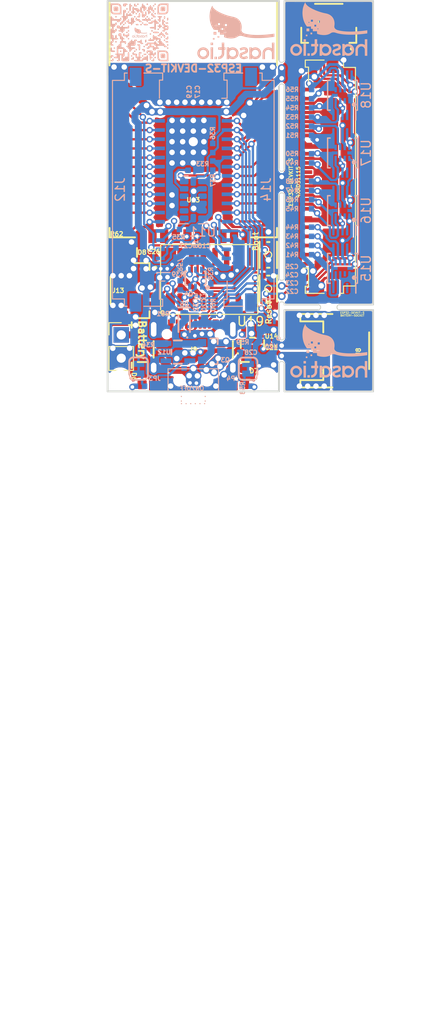
<source format=kicad_pcb>
(kicad_pcb (version 20221018) (generator pcbnew)
  (title_block (title "ESP32-DEVKIT-S") (rev "2") (company "HASATIO"))
  (layers (0 "F.Cu" signal) (31 "B.Cu" signal) (34 "B.Paste" user) (35 "F.Paste" user) (36 "B.SilkS" user "B.Silkscreen") (37 "F.SilkS" user "F.Silkscreen") (38 "B.Mask" user) (39 "F.Mask" user) (44 "Edge.Cuts" user))
  (net 0 "")
  (net 1 "3.3V")
  (net 2 "GND")
  (net 3 "V_USB")
  (net 4 "V_BATT")
  (net 5 "VIN")
  (net 6 "/GPIO_36{slash}ADC1_0")
  (net 7 "/CH340-DTR")
  (net 8 "/~{RESET}")
  (net 9 "/CH340-RTS")
  (net 10 "/GPIO_39{slash}ADC1_3")
  (net 11 "/GPIO_34{slash}ADC1_6")
  (net 12 "/GPIO_35{slash}ADC1_7")
  (net 13 "/GPIO_32{slash}ADC1_4")
  (net 14 "/GPIO_33{slash}ADC1_5")
  (net 15 "/GPIO_25{slash}ADC2_8")
  (net 16 "/GPIO_26{slash}ADC2_9")
  (net 17 "/D+")
  (net 18 "/D-")
  (net 19 "/GPIO_27{slash}ADC2_7")
  (net 20 "/GPIO_14{slash}ADC2_6")
  (net 21 "/GPIO_12{slash}ADC2_5")
  (net 22 "/GPIO_13{slash}ADC2_4{slash}LED")
  (net 23 "/GPIO_9{slash}SHD")
  (net 24 "/GPIO_10{slash}SWP")
  (net 25 "/GPIO_11{slash}SCS")
  (net 26 "/GPIO_6{slash}SCK")
  (net 27 "/GPIO_22{slash}SCL")
  (net 28 "/GPIO_21{slash}SDA")
  (net 29 "/GPIO_23{slash}COPI")
  (net 30 "/GPIO_1{slash}TX")
  (net 31 "/GPIO_3{slash}RX")
  (net 32 "/GPIO_19{slash}CIPO")
  (net 33 "/GPIO_18{slash}SCK")
  (net 34 "/GPIO_5{slash}SD_CS")
  (net 35 "/GPIO_17{slash}TX")
  (net 36 "/GPIO_16{slash}RX")
  (net 37 "/GPIO_4{slash}ADC2_0")
  (net 38 "/GPIO_0{slash}ADC2_1{slash}QPWR")
  (net 39 "/GPIO_15{slash}ADC2_3")
  (net 40 "/GPIO_8{slash}SDI")
  (net 41 "/GPIO_7{slash}SDO")
  (net 42 "/GPIO_2{slash}ADC2_2")
  (net 43 "/A1")
  (net 44 "/A2")
  (net 45 "/A3")
  (net 46 "/A4")
  (net 47 "/A5")
  (net 48 "/A6")
  (net 49 "/A7")
  (net 50 "/A8")
  (net 51 "/A9")
  (net 52 "/A10")
  (net 53 "/A11")
  (net 54 "/A12")
  (net 55 "/A13")
  (net 56 "/A14")
  (net 57 "/A15")
  (net 58 "/A16")
  (net 59 "/EN")
  (net 60 "/V")
  (net 61 "Net-(D6-PadA)")
  (net 62 "Net-(D7-PadA)")
  (net 63 "Net-(U14-STAT)")
  (net 64 "Net-(D8-PadA)")
  (net 67 "Net-(J9-CC1)")
  (net 68 "Net-(J9-CC2)")
  (net 71 "Net-(JP3-Pad1)")
  (net 72 "Net-(JP4-Pad1)")
  (net 73 "Net-(Q4B-B)")
  (net 74 "Net-(Q4A-B)")
  (net 75 "Net-(U11-SDO{slash}ADDR)")
  (net 76 "Net-(U11-~{CS})")
  (net 77 "Net-(U14-PROG)")
  (footprint "Panelization:mouse-bite-1mm 2" (layer "F.Cu") (at 110.786735 80.86 90)
    (fp_text reference "mouse-bite-emm-slot" hide)
    (fp_text value "VAL**" hide)
  )
  (footprint "SparkFun ESP32 Thing Plus C:ESP-WROOM-32-NARROW" (layer "F.Cu") (at 101.146735 56.806954 90)
    (fp_text reference "U13")
    (fp_text value ">VALUE")
  )
  (footprint "SparkFun ESP32 Thing Plus C:LED-0603" (layer "F.Cu") (at 95.566735 83.683 90)
    (fp_text reference "D6")
    (fp_text value "RED")
  )
  (footprint "SparkFun ESP32 Thing Plus C:LED-0603" (layer "F.Cu") (at 106.736735 83.67 90)
    (fp_text reference "D7")
    (fp_text value "Yellow")
  )
  (footprint "SparkFun ESP32 Thing Plus C:0402-TIGHT" (layer "F.Cu") (at 97.07 71.26 90)
    (fp_text reference "C26")
    (fp_text value "0.1uF")
  )
  (footprint "" (layer "F.Cu") (at 93.176735 83.92)
    (fp_text reference "")
    (fp_text value "")
  )
  (footprint "SparkFun ESP32 Thing Plus C:USB-C-16P-2LAYER-PADS" (layer "F.Cu") (at 101.146032 77.615092)
    (fp_text reference "J9")
    (fp_text value "USB_C_2-LAYER_PADS")
  )
  (footprint "Panelization:mouse-bite-1mm 2" (layer "F.Cu") (at 110.786735 62.48 90)
    (fp_text reference "mouse-bite-emm-slot" hide)
    (fp_text value "VAL**" hide)
  )
  (footprint "PCM_Package_SO_AKL:SOIC-16_3.9x9.9mm_P1.27mm" (layer "F.Cu") (at 102.881735 73.095 90)
    (fp_text reference "U19")
    (fp_text value "CH340C" hide)
  )
  (footprint "" (layer "F.Cu") (at 109.126735 83.92)
    (fp_text reference "")
    (fp_text value "")
  )
  (footprint "SparkFun ESP32 Thing Plus C:0402-TIGHT" (layer "F.Cu") (at 92.866735 69.066954 180)
    (fp_text reference "R62")
    (fp_text value "1k")
  )
  (footprint "SparkFun ESP32 Thing Plus C:0402-TIGHT" (layer "F.Cu") (at 109.386735 81.72 -90)
    (fp_text reference "C21")
    (fp_text value "4.7uF")
  )
  (footprint "Panelization:mouse-bite-1mm 2" (layer "F.Cu") (at 110.79 74.36 90)
    (fp_text reference "mouse-bite-emm-slot" hide)
    (fp_text value "VAL**" hide)
  )
  (footprint "SparkFun ESP32 Thing Plus C:JST-2-SMD" (layer "F.Cu") (at 117.3217 80.86 -90)
    (fp_text reference "J8")
    (fp_text value "JST_2MM_MALE")
  )
  (footprint "SparkFun ESP32 Thing Plus C:JST04_1MM_RA" (layer "F.Cu") (at 115.92 47.655 180)
    (fp_text reference "J10")
    (fp_text value "QWIIC_RIGHT_ANGLE")
  )
  (footprint "Panelization:mouse-bite-1mm x2" (layer "F.Cu") (at 115.92 76.128654)
    (fp_text reference "mouse-bite-1mm-slot" hide)
    (fp_text value "VAL**" hide)
  )
  (footprint "SparkFun ESP32 Thing Plus C:LED-0603" (layer "F.Cu") (at 93.426735 70.146954)
    (fp_text reference "D8")
    (fp_text value "BLUE")
  )
  (footprint "Connector_FFC-FPC:Molex_200528-0200_1x20-1MP_P1.00mm_Horizontal" (layer "F.Cu") (at 114.529537 61.895247 90)
    (fp_text reference "J11" hide)
    (fp_text value "Conn_01x20")
  )
  (footprint "SparkFun ESP32 Thing Plus C:JST04_1MM_RA" (layer "F.Cu") (at 96.721735 74.306954 -90)
    (fp_text reference "J13")
    (fp_text value "QWIIC_RIGHT_ANGLE")
  )
  (footprint "Switches:TACTILE_SWITCH_SMD_2.8X1.9MM" (layer "F.Cu") (at 109.325 70.415 90)
    (fp_text reference "S3" hide)
    (fp_text value "Boot")
  )
  (footprint "Connector_PinHeader_2.54mm:PinHeader_1x02_P2.54mm_Vertical" (layer "F.Cu") (at 93.293265 79.134592)
    (fp_text reference "REF**" hide)
    (fp_text value "PinHeader_1x02_P2.54mm_Vertical")
  )
  (footprint "Switches:TACTILE_SWITCH_SMD_2.8X1.9MM" (layer "F.Cu") (at 109.325 74.075 -90)
    (fp_text reference "S4" hide)
    (fp_text value "Reset")
  )
  (footprint "SparkFun ESP32 Thing Plus C:SOT23-5" (layer "F.Cu") (at 107.596735 80.136817)
    (fp_text reference "U14")
    (fp_text value "MCP73831")
  )
  (footprint "SparkFun ESP32 Thing Plus C:CREATIVE_COMMONS" (layer "F.Cu") (at 119.9261 153.2636)
    (fp_text reference "FRAME1" hide)
    (fp_text value "FRAME-LEDGER" hide)
  )
  (footprint "Panelization:mouse-bite-1mm 2" (layer "F.Cu") (at 110.786735 50.61 90)
    (fp_text reference "mouse-bite-emm-slot" hide)
    (fp_text value "VAL**" hide)
  )
  (footprint "SparkFun ESP32 Thing Plus C:0402-TIGHT" (layer "B.Cu") (at 113.545297 70.395247 180)
    (fp_text reference "R41")
    (fp_text value "150k")
  )
  (footprint "SparkFun ESP32 Thing Plus C:0402-TIGHT" (layer "B.Cu") (at 103.319851 77.49 90)
    (fp_text reference "R60")
    (fp_text value "5.1k")
  )
  (footprint "logo:Hasatio_logo_mini" (layer "B.Cu") (at 105.70054 46.18 180)
    (fp_text reference "G***" hide)
    (fp_text value "LOGO" hide)
  )
  (footprint "SparkFun ESP32 Thing Plus C:0402-TIGHT" (layer "B.Cu") (at 99.26 70.16 90)
    (fp_text reference "R57")
    (fp_text value "10k")
  )
  (footprint "SparkFun ESP32 Thing Plus C:0402-TIGHT" (layer "B.Cu") (at 113.545297 64.395247 180)
    (fp_text reference "R46")
    (fp_text value "150k")
  )
  (footprint "SparkFun ESP32 Thing Plus C:0402-TIGHT" (layer "B.Cu") (at 103.27 60.68 90)
    (fp_text reference "R37")
    (fp_text value "4k7")
  )
  (footprint "Silicon-Standard:QFN-10-RSE" (layer "B.Cu") (at 117.420763 53.01856 90)
    (fp_text reference ">NAME" hide)
    (fp_text value ">VALUE" hide)
  )
  (footprint "Package_SO:TSSOP-10_3x3mm_P0.5mm" (layer "B.Cu") (at 117.420763 65.589 90)
    (fp_text reference "U16")
    (fp_text value "ADS1115IDGS")
  )
  (footprint "Silicon-Standard:QFN-10-RSE" (layer "B.Cu") (at 117.420763 71.88 90)
    (fp_text reference ">NAME" hide)
    (fp_text value ">VALUE" hide)
  )
  (footprint "SparkFun ESP32 Thing Plus C:0402-TIGHT" (layer "B.Cu") (at 113.545878 73.5 180)
    (fp_text reference "C23")
    (fp_text value "1.0uF")
  )
  (footprint "logo:Hasatio_logo_mini" (layer "B.Cu") (at 115.83 80.88 180)
    (fp_text reference "G***" hide)
    (fp_text value "LOGO" hide)
  )
  (footprint "logo:qr-esp32-devkit-s" (layer "B.Cu") (at 95.28 46.17 180)
    (fp_text reference "G***" hide)
    (fp_text value "LOGO" hide)
  )
  (footprint "SparkFun ESP32 Thing Plus C:0402-TIGHT" (layer "B.Cu") (at 113.545297 57.395247)
    (fp_text reference "R51")
    (fp_text value "150k")
  )
  (footprint "Package_SO:TSSOP-10_3x3mm_P0.5mm" (layer "B.Cu") (at 117.420763 53.01856 90)
    (fp_text reference "U18")
    (fp_text value "ADS1115IDGS")
  )
  (footprint "SparkFun ESP32 Thing Plus C:0402-TIGHT" (layer "B.Cu") (at 95.336735 84.73 180)
    (fp_text reference "R40")
    (fp_text value "1k")
  )
  (footprint "SparkFun ESP32 Thing Plus C:0402-TIGHT" (layer "B.Cu") (at 100.51 70.62 -90)
    (fp_text reference "C27")
    (fp_text value "1.0uF")
  )
  (footprint "SparkFun ESP32 Thing Plus C:0402-TIGHT" (layer "B.Cu") (at 113.545878 72.6 180)
    (fp_text reference "C24")
    (fp_text value "1.0uF")
  )
  (footprint "Connector_FFC-FPC:Molex_200528-0200_1x20-1MP_P1.00mm_Horizontal" (layer "B.Cu") (at 96.636735 63.306954 90)
    (fp_text reference "J12")
    (fp_text value "Conn_01x20" hide)
  )
  (footprint "Package_LGA:LGA-14_3x5mm_P0.8mm_LayoutBorder1x6y" (layer "B.Cu") (at 101.146735 64.416954 180)
    (fp_text reference "U11")
    (fp_text value "ADXL345" hide)
  )
  (footprint "SparkFun ESP32 Thing Plus C:SMT-JUMPER_2_NC_TRACE_SILK" (layer "B.Cu") (at 95.18 82.8093 90)
    (fp_text reference "JP3")
    (fp_text value "JUMPER-SMT_2_NC_TRACE_SILK")
  )
  (footprint "SparkFun ESP32 Thing Plus C:DFN-8" (layer "B.Cu") (at 109.23 78.6 180)
    (fp_text reference "U20")
    (fp_text value "MAX17048")
  )
  (footprint "SparkFun ESP32 Thing Plus C:0402-TIGHT" (layer "B.Cu") (at 113.545878 74.4 180)
    (fp_text reference "C22")
    (fp_text value "1.0uF")
  )
  (footprint "SparkFun ESP32 Thing Plus C:0402-TIGHT" (layer "B.Cu") (at 101.61 54.3 90)
    (fp_text reference "C17")
    (fp_text value "1.0uF")
  )
  (footprint "SparkFun ESP32 Thing Plus C:0402-TIGHT" (layer "B.Cu") (at 113.545297 67.395247 180)
    (fp_text reference "R44")
    (fp_text value "150k")
  )
  (footprint "Package_SO:TSSOP-10_3x3mm_P0.5mm" (layer "B.Cu") (at 117.419263 59.308 90)
    (fp_text reference "U17")
    (fp_text value "ADS1115IDGS")
  )
  (footprint "SparkFun ESP32 Thing Plus C:0402-TIGHT" (layer "B.Cu") (at 106.54 78.59 -90)
    (fp_text reference "R59")
    (fp_text value "2.0k")
  )
  (footprint "SparkFun ESP32 Thing Plus C:SOT23-3" (layer "B.Cu") (at 103.106735 80.93 90)
    (fp_text reference "Q3")
    (fp_text value "DMG2305UX 20V/4.2A/52mΩ/1.4W")
  )
  (footprint "SparkFun ESP32 Thing Plus C:0402-TIGHT" (layer "B.Cu") (at 99.716735 73.73 -90)
    (fp_text reference "R39")
    (fp_text value "10k")
  )
  (footprint "SparkFun ESP32 Thing Plus C:0402-TIGHT" (layer "B.Cu") (at 113.545297 62.395247 180)
    (fp_text reference "R48")
    (fp_text value "150k")
  )
  (footprint "Button_Switch_SMD:SW_SPDT_k3-1295" (layer "B.Cu") (at 101.146735 84.077988 180)
    (fp_text reference "SW2" hide)
    (fp_text value "ON/OFF")
  )
  (footprint "SparkFun ESP32 Thing Plus C:0402-TIGHT" (layer "B.Cu") (at 101.08 61.2)
    (fp_text reference "R33")
    (fp_text value "4k7")
  )
  (footprint "SparkFun ESP32 Thing Plus C:0402-TIGHT" (layer "B.Cu") (at 105.796735 81.05)
    (fp_text reference "C28")
    (fp_text value "0.1uF")
  )
  (footprint "Silicon-Standard:QFN-10-RSE" (layer "B.Cu") (at 117.414718 59.304893 90)
    (fp_text reference ">NAME" hide)
    (fp_text value ">VALUE" hide)
  )
  (footprint "Package_SO:TSSOP-10_3x3mm_P0.5mm" (layer "B.Cu") (at 117.420763 71.88 90)
    (fp_text reference "U15")
    (fp_text value "ADS1115IDGS")
  )
  (footprint "SparkFun ESP32 Thing Plus C:0402-TIGHT" (layer "B.Cu") (at 102.31 70.62 -90)
    (fp_text reference "C16")
    (fp_text value "1.0uF")
  )
  (footprint "SparkFun ESP32 Thing Plus C:0402-TIGHT" (layer "B.Cu") (at 101.436735 78.39 -90)
    (fp_text reference "R32")
    (fp_text value "10k")
  )
  (footprint "SparkFun ESP32 Thing Plus C:0402-TIGHT" (layer "B.Cu") (at 103.27 58.77 -90)
    (fp_text reference "R36")
    (fp_text value "4k7")
  )
  (footprint "SparkFun ESP32 Thing Plus C:0402-TIGHT" (layer "B.Cu") (at 113.545297 54.395247)
    (fp_text reference "R54")
    (fp_text value "150k")
  )
  (footprint "SparkFun ESP32 Thing Plus C:0402-TIGHT" (layer "B.Cu") (at 113.545297 60.395247)
    (fp_text reference "R49")
    (fp_text value "150k")
  )
  (footprint "SparkFun ESP32 Thing Plus C:0402-TIGHT" (layer "B.Cu") (at 113.545297 52.395247)
    (fp_text reference "R56")
    (fp_text value "150k")
  )
  (footprint "SparkFun ESP32 Thing Plus C:SC70-6" (layer "B.Cu") (at 101.386735 72.95 180)
    (fp_text reference "Q4")
    (fp_text value "MBT3904DW1T1")
  )
  (footprint "SparkFun ESP32 Thing Plus C:0402-TIGHT" (layer "B.Cu") (at 113.545297 53.395247)
    (fp_text reference "R55")
    (fp_text value "150k")
  )
  (footprint "SparkFun ESP32 Thing Plus C:0402-TIGHT" (layer "B.Cu") (at 113.545297 55.395247)
    (fp_text reference "R53")
    (fp_text value "150k")
  )
  (footprint "SparkFun ESP32 Thing Plus C:0402-TIGHT" (layer "B.Cu") (at 101.926735 76.99)
    (fp_text reference "C15")
    (fp_text value "1.0uF")
  )
  (footprint "SparkFun ESP32 Thing Plus C:0402-TIGHT" (layer "B.Cu") (at 103.056735 74.08 90)
    (fp_text reference "R38")
    (fp_text value "10k")
  )
  (footprint "SparkFun ESP32 Thing Plus C:0402-TIGHT" (layer "B.Cu") (at 113.545297 65.395247 180)
    (fp_text reference "R45")
    (fp_text value "150k")
  )
  (footprint "logo:Hasatio_logo_mini" (layer "B.Cu") (at 115.83054 45.81 180)
    (fp_text reference "G***" hide)
    (fp_text value "LOGO" hide)
  )
  (footprint "SparkFun ESP32 Thing Plus C:SOT23-5" (layer "B.Cu") (at 99.466835 81.01 -90)
    (property "Value" "")
    (fp_text reference "U12")
    (fp_text value "AP2112K-3.3" hide)
  )
  (footprint "SparkFun ESP32 Thing Plus C:0402-TIGHT" (layer "B.Cu") (at 100.7 54.3 90)
    (fp_text reference "C19")
    (fp_text value "10uF")
  )
  (footprint "Connector_FFC-FPC:Molex_200528-0200_1x20-1MP_P1.00mm_Horizontal" (layer "B.Cu") (at 105.656735 63.306954 -90)
    (fp_text reference "J14")
    (fp_text value "Conn_01x20" hide)
  )
  (footprint "SparkFun ESP32 Thing Plus C:0402-TIGHT" (layer "B.Cu") (at 100.136735 67.646954 180)
    (fp_text reference "R35")
    (fp_text value "10k")
  )
  (footprint "SparkFun ESP32 Thing Plus C:0402-TIGHT" (layer "B.Cu") (at 113.545297 59.395247)
    (fp_text reference "R50")
    (fp_text value "150k")
  )
  (footprint "SparkFun ESP32 Thing Plus C:0402-TIGHT" (layer "B.Cu") (at 113.545297 56.395247)
    (fp_text reference "R52")
    (fp_text value "150k")
  )
  (footprint "Silicon-Standard:QFN-10-RSE" (layer "B.Cu") (at 117.413678 65.584953 90)
    (fp_text reference ">NAME" hide)
    (fp_text value ">VALUE" hide)
  )
  (footprint "SparkFun ESP32 Thing Plus C:SOD-323" (layer "B.Cu") (at 100.156735 77.92 -90)
    (fp_text reference "D5")
    (fp_text value "S4 3A/10V/280mV")
  )
  (footprint "SparkFun ESP32 Thing Plus C:SMT-JUMPER_2_NC_TRACE_SILK" (layer "B.Cu") (at 107.12 82.8293 90)
    (fp_text reference "JP4")
    (fp_text value "JUMPER-SMT_2_NC_TRACE_SILK")
  )
  (footprint "SparkFun ESP32 Thing Plus C:0402-TIGHT" (layer "B.Cu") (at 113.545297 63.395247 180)
    (fp_text reference "R47")
    (fp_text value "150k")
  )
  (footprint "SparkFun ESP32 Thing Plus C:0402-TIGHT" (layer "B.Cu") (at 102.336735 78.39 90)
    (fp_text reference "C20")
    (fp_text value "4.7uF")
  )
  (footprint "SparkFun ESP32 Thing Plus C:0402-TIGHT" (layer "B.Cu") (at 106.966735 84.73)
    (fp_text reference "R58")
    (fp_text value "1k")
  )
  (footprint "SparkFun ESP32 Thing Plus C:0402-TIGHT" (layer "B.Cu") (at 113.545297 68.395247 180)
    (fp_text reference "R43")
    (fp_text value "150k")
  )
  (footprint "SparkFun ESP32 Thing Plus C:0402-TIGHT" (layer "B.Cu") (at 96.256735 80.93 180)
    (fp_text reference "R34")
    (fp_text value "10k")
  )
  (footprint "SparkFun ESP32 Thing Plus C:0402-TIGHT" (layer "B.Cu") (at 113.545878 71.7 180)
    (fp_text reference "C25")
    (fp_text value "1.0uF")
  )
  (footprint "SparkFun ESP32 Thing Plus C:0402-TIGHT" (layer "B.Cu") (at 101.41 70.62 -90)
    (fp_text reference "C18")
    (fp_text value "10uF" hide)
  )
  (footprint "SparkFun ESP32 Thing Plus C:0402-TIGHT" (layer "B.Cu") (at 98.376735 77.58)
    (fp_text reference "R61")
    (fp_text value "5.1k")
  )
  (footprint "SparkFun ESP32 Thing Plus C:0402-TIGHT" (layer "B.Cu") (at 113.545297 69.395247 180)
    (fp_text reference "R42")
    (fp_text value "150k")
  )
  (gr_line (start 117.11 76.426954) (end 120.75 76.426954) (stroke (width 0.2)) (layer "Edge.Cuts"))
  (gr_arc (start 114.73 75.826954) (mid 115.030011 76.127) (end 114.73 76.426954) (stroke (width 0.1)) (layer "Edge.Cuts"))
  (gr_arc (start 111.086735 61.01) (mid 110.786735 61.31) (end 110.486735 61.01) (stroke (width 0.1)) (layer "Edge.Cuts"))
  (gr_line (start 110.486735 82.33) (end 110.486735 85.29) (stroke (width 0.2)) (layer "Edge.Cuts"))
  (gr_arc (start 110.486735 52.08) (mid 110.786735 51.78) (end 111.086735 52.08) (stroke (width 0.1)) (layer "Edge.Cuts"))
  (gr_line (start 110.486735 42.746954) (end 91.806735 42.746954) (stroke (width 0.2)) (layer "Edge.Cuts"))
  (gr_line (start 110.486735 61.01) (end 110.486735 52.08) (stroke (width 0.2)) (layer "Edge.Cuts"))
  (gr_arc (start 110.486735 75.826954) (mid 110.786735 75.526954) (end 111.086735 75.826954) (stroke (width 0.1)) (layer "Edge.Cuts"))
  (gr_line (start 111.086735 63.95) (end 111.086735 72.89) (stroke (width 0.2)) (layer "Edge.Cuts"))
  (gr_arc (start 110.486735 82.33) (mid 110.786735 82.03) (end 111.086735 82.33) (stroke (width 0.1)) (layer "Edge.Cuts"))
  (gr_line (start 111.086735 75.826954) (end 114.73 75.826954) (stroke (width 0.2)) (layer "Edge.Cuts"))
  (gr_line (start 117.11 75.826954) (end 120.75 75.826954) (stroke (width 0.2)) (layer "Edge.Cuts"))
  (gr_line (start 111.086735 85.293689) (end 120.75 85.296735) (stroke (width 0.2)) (layer "Edge.Cuts"))
  (gr_line (start 110.486735 49.14) (end 110.486735 42.746954) (stroke (width 0.2)) (layer "Edge.Cuts"))
  (gr_arc (start 111.086735 49.14) (mid 110.786735 49.44) (end 110.486735 49.14) (stroke (width 0.1)) (layer "Edge.Cuts"))
  (gr_line (start 111.086735 85.293689) (end 111.086735 82.33) (stroke (width 0.2)) (layer "Edge.Cuts"))
  (gr_line (start 91.806735 42.746954) (end 91.806735 85.29) (stroke (width 0.2)) (layer "Edge.Cuts"))
  (gr_arc (start 111.086735 72.89) (mid 110.786735 73.19) (end 110.486735 72.89) (stroke (width 0.1)) (layer "Edge.Cuts"))
  (gr_line (start 111.086735 76.426954) (end 114.73 76.426954) (stroke (width 0.2)) (layer "Edge.Cuts"))
  (gr_line (start 111.086735 42.746954) (end 111.086735 49.14) (stroke (width 0.2)) (layer "Edge.Cuts"))
  (gr_line (start 110.486735 75.826954) (end 110.486735 79.39) (stroke (width 0.2)) (layer "Edge.Cuts"))
  (gr_line (start 111.086735 52.08) (end 111.086735 61.01) (stroke (width 0.2)) (layer "Edge.Cuts"))
  (gr_arc (start 111.086735 79.39) (mid 110.786735 79.69) (end 110.486735 79.39) (stroke (width 0.1)) (layer "Edge.Cuts"))
  (gr_line (start 120.75 75.826954) (end 120.75 42.746954) (stroke (width 0.2)) (layer "Edge.Cuts"))
  (gr_arc (start 110.486735 63.95) (mid 110.786735 63.65) (end 111.086735 63.95) (stroke (width 0.1)) (layer "Edge.Cuts"))
  (gr_line (start 91.806735 85.29) (end 110.486735 85.29) (stroke (width 0.2)) (layer "Edge.Cuts"))
  (gr_line (start 120.75 42.746954) (end 111.086735 42.746954) (stroke (width 0.2)) (layer "Edge.Cuts"))
  (gr_arc (start 117.11 76.426954) (mid 116.810011 76.127) (end 117.11 75.826954) (stroke (width 0.1)) (layer "Edge.Cuts"))
  (gr_line (start 110.486735 63.95) (end 110.486735 72.89) (stroke (width 0.2)) (layer "Edge.Cuts"))
  (gr_line (start 120.75 76.426954) (end 120.75 85.296735) (stroke (width 0.2)) (layer "Edge.Cuts"))
  (gr_line (start 111.086735 76.426954) (end 111.086735 79.39) (stroke (width 0.2)) (layer "Edge.Cuts"))
  (gr_text "ESP32-DEVKIT-S" (at 101.17 50.09) (layer "B.SilkS") (effects (font (size 0.8 0.8) (thickness 0.2) bold) (justify mirror)))
  (gr_text "-" (at 94.38 82.45 90) (layer "F.SilkS") (effects (font (size 0.8 0.8) (thickness 0.2) bold)))
  (gr_text "ESP32-DEVKIT-S" (at 118.486735 76.726954) (layer "F.SilkS") (effects (font (size 0.2 0.2) (thickness 0.05) bold)))
  (gr_text "BATTERY-SOCKET" (at 118.486735 77.026954) (layer "F.SilkS") (effects (font (size 0.2 0.2) (thickness 0.05) bold)))
  (gr_text "Battery" (at 95.566735 79.68 270) (layer "F.SilkS") (effects (font (size 0.8 0.8) (thickness 0.2) bold)))
  (gr_text "4XADS1115" (at 112.60001 62.478293 90) (layer "F.SilkS") (effects (font (size 0.4 0.4) (thickness 0.1) bold)))
  (gr_text "+" (at 94.38 78.06 90) (layer "F.SilkS") (effects (font (size 0.8 0.8) (thickness 0.2) bold)))
  (gr_text "ESP32-DEVKIT-S" (at 111.8 62.48 90) (layer "F.SilkS") (effects (font (size 0.4 0.4) (thickness 0.1) bold)))
  (segment (start 110.786735 50.05) (end 111.21 50.05) (width 0.762) (layer "F.Cu") (net 1))
  (segment (start 97.737245 72.05845) (end 99.191131 72.05845) (width 0.508) (layer "F.Cu") (net 1))
  (segment (start 114.1852 72.320458) (end 114.1852 72.171749) (width 0.508) (layer "F.Cu") (net 1))
  (segment (start 117.233731 65.823731) (end 117.233731 61.906269) (width 0.3048) (layer "F.Cu") (net 1))
  (segment (start 98.898735 70.95) (end 98.898735 71.72453) (width 0.762) (layer "F.Cu") (net 1))
  (segment (start 97.906735 70.02) (end 97.910781 70.015954) (width 0.762) (layer "F.Cu") (net 1))
  (segment (start 111.21 50.05) (end 111.36 49.9) (width 0.762) (layer "F.Cu") (net 1))
  (segment (start 116.51687 51.628647) (end 115.233581 51.628647) (width 0.3048) (layer "F.Cu") (net 1))
  (segment (start 96.4615 73.930452) (end 95.666014 73.930452) (width 0.762) (layer "F.Cu") (net 1))
  (segment (start 98.44 70.19) (end 98.44 70.815) (width 0.762) (layer "F.Cu") (net 1))
  (segment (start 93.563689 51.646954) (end 92.908735 51.646954) (width 0.762) (layer "F.Cu") (net 1))
  (segment (start 117.95 66.837875) (end 117.95 65.58) (width 0.25) (layer "F.Cu") (net 1))
  (segment (start 118.382473 59.280322) (end 117.569774 58.467623) (width 0.3048) (layer "F.Cu") (net 1))
  (segment (start 118.382473 57.10151) (end 118.382473 53.49425) (width 0.3048) (layer "F.Cu") (net 1))
  (segment (start 96.004735 71.03) (end 96.867235 71.8925) (width 0.762) (layer "F.Cu") (net 1))
  (segment (start 110.86 51.17) (end 111.700735 52.010735) (width 0.508) (layer "F.Cu") (net 1))
  (segment (start 110.786735 51.17) (end 111.036526 51.17) (width 0.762) (layer "F.Cu") (net 1))
  (segment (start 98.72 70.95) (end 98.72 70.015954) (width 0.762) (layer "F.Cu") (net 1))
  (segment (start 117.597345 45.262947) (end 116.858053 45.262947) (width 0.3048) (layer "F.Cu") (net 1))
  (segment (start 97.906735 70.43) (end 97.906735 71.285265) (width 0.762) (layer "F.Cu") (net 1))
  (segment (start 112.85001 45.361) (end 116.76 45.361) (width 0.508) (layer "F.Cu") (net 1))
  (segment (start 111.526224 51.659698) (end 111.526224 51.741338) (width 0.762) (layer "F.Cu") (net 1))
  (segment (start 112.103537 49.543537) (end 112.06 49.5) (width 0.508) (layer "F.Cu") (net 1))
  (segment (start 97.910781 70.015954) (end 98.892689 70.015954) (width 0.762) (layer "F.Cu") (net 1))
  (segment (start 98.72 71.585198) (end 98.72 70.055473) (width 0.762) (layer "F.Cu") (net 1))
  (segment (start 110.786735 51.17) (end 111.211734 50.745001) (width 0.762) (layer "F.Cu") (net 1))
  (segment (start 96.005207 71.93195) (end 98.587875 71.93195) (width 0.762) (layer "F.Cu") (net 1))
  (segment (start 116.847537 75.473247) (end 117.049537 75.473247) (width 0.25) (layer "F.Cu") (net 1))
  (segment (start 112.103537 71.478293) (end 112.103537 72.291801) (width 0.508) (layer "F.Cu") (net 1))
  (segment (start 102.246735 75.114053) (end 99.229708 72.097027) (width 0.508) (layer "F.Cu") (net 1))
  (segment (start 115.125537 75.447247) (end 115.099537 75.473247) (width 0.25) (layer "F.Cu") (net 1))
  (segment (start 113.502909 73.002749) (end 114.1852 72.320458) (width 0.508) (layer "F.Cu") (net 1))
  (segment (start 98.72 70.055473) (end 98.44 70.055473) (width 0.762) (layer "F.Cu") (net 1))
  (segment (start 117.343537 75.447247) (end 115.125537 75.447247) (width 0.25) (layer "F.Cu") (net 1))
  (segment (start 95.666014 73.930452) (end 95.562276 74.03419) (width 0.762) (layer "F.Cu") (net 1))
  (segment (start 111.022316 50.05) (end 111.593546 49.47877) (width 0.762) (layer "F.Cu") (net 1))
  (segment (start 110.786735 51.17) (end 110.86 51.17) (width 0.508) (layer "F.Cu") (net 1))
  (segment (start 112.103537 52.78) (end 112.103537 49.543537) (width 0.508) (layer "F.Cu") (net 1))
  (segment (start 97.603295 71.9245) (end 97.906735 71.62106) (width 0.762) (layer "F.Cu") (net 1))
  (segment (start 97.751 71.441) (end 97.432 71.76) (width 0.762) (layer "F.Cu") (net 1))
  (segment (start 114.852467 51.247533) (end 114.44 50.835066) (width 0.3048) (layer "F.Cu") (net 1))
  (segment (start 96.046735 54.13) (end 95.800087 53.883352) (width 0.762) (layer "F.Cu") (net 1))
  (segment (start 111.211734 50.745001) (end 111.241091 50.745001) (width 0.762) (layer "F.Cu") (net 1))
  (segment (start 98.44 70.055473) (end 98.44 70.66) (width 0.762) (layer "F.Cu") (net 1))
  (segment (start 115.233581 51.628647) (end 114.852467 51.247533) (width 0.3048) (layer "F.Cu") (net 1))
  (segment (start 114.351678 50.996269) (end 114.601203 50.996269) (width 0.3048) (layer "F.Cu") (net 1))
  (segment (start 112.103537 52.78) (end 112.103537 65.127558) (width 0.508) (layer "F.Cu") (net 1))
  (segment (start 119.02121 72.053472) (end 119.267341 71.807341) (width 0.254) (layer "F.Cu") (net 1))
  (segment (start 110.786735 51.19) (end 110.986197 51.19) (width 0.762) (layer "F.Cu") (net 1))
  (segment (start 98.44 71.305198) (end 98.72 71.585198) (width 0.762) (layer "F.Cu") (net 1))
  (segment (start 117.545145 45.315147) (end 117.036745 45.315147) (width 0.3048) (layer "F.Cu") (net 1))
  (segment (start 117.596412 64.206094) (end 118.409873 63.392633) (width 0.25) (layer "F.Cu") (net 1))
  (segment (start 117.233731 61.906269) (end 117.233731 61.896269) (width 0.3048) (layer "F.Cu") (net 1))
  (segment (start 97.21 71.8925) (end 98.412698 71.8925) (width 0.762) (layer "F.Cu") (net 1))
  (segment (start 99.191131 72.05845) (end 99.229708 72.097027) (width 0.508) (layer "F.Cu") (net 1))
  (segment (start 96.598237 73.930452) (end 96.721735 73.806954) (width 0.762) (layer "F.Cu") (net 1))
  (segment (start 112.814485 73.002749) (end 113.502909 73.002749) (width 0.508) (layer "F.Cu") (net 1))
  (segment (start 96.005207 71.93195) (end 97.51405 71.93195) (width 0.762) (layer "F.Cu") (net 1))
  (segment (start 117.952763 66.840638) (end 117.95 66.837875) (width 0.25) (layer "F.Cu") (net 1))
  (segment (start 97.432 71.76) (end 97.07 71.76) (width 0.762) (layer "F.Cu") (net 1))
  (segment (start 116.590399 71.828472) (end 118.29584 71.828472) (width 0.254) (layer "F.Cu") (net 1))
  (segment (start 112.242717 45.361) (end 112.85001 45.361) (width 0.508) (layer "F.Cu") (net 1))
  (segment (start 98.72 71.903265) (end 98.72 71.585198) (width 0.508) (layer "F.Cu") (net 1))
  (segment (start 112.103537 72.291801) (end 112.814485 73.002749) (width 0.508) (layer "F.Cu") (net 1))
  (segment (start 97.906735 70.015954) (end 97.906735 70.43) (width 0.762) (layer "F.Cu") (net 1))
  (segment (start 115.133669 52.18982) (end 114.936925 51.993075) (width 0.3048) (layer "F.Cu") (net 1))
  (segment (start 98.72 71.585198) (end 98.72 70.95) (width 0.762) (layer "F.Cu") (net 1))
  (segment (start 116.591358 52.18982) (end 116.799949 52.398411) (width 0.3048) (layer "F.Cu") (net 1))
  (segment (start 118.026745 45.315147) (end 117.258345 45.315147) (width 0.3048) (layer "F.Cu") (net 1))
  (segment (start 96.650232 54.806954) (end 97.546735 54.806954) (width 0.3048) (layer "F.Cu") (net 1))
  (segment (start 117.233731 61.896269) (end 117.47 61.66) (width 0.3048) (layer "F.Cu") (net 1))
  (segment (start 98.72 71.715553) (end 98.72 71.585198) (width 0.762) (layer "F.Cu") (net 1))
  (segment (start 116.201057 70.411057) (end 115.93 70.14) (width 0.25) (layer "F.Cu") (net 1))
  (segment (start 117.96 55.208759) (end 117.426965 55.741794) (width 0.254) (layer "F.Cu") (net 1))
  (segment (start 117.569774 58.467623) (end 117.569774 57.914209) (width 0.3048) (layer "F.Cu") (net 1))
  (segment (start 96.732288 71.757553) (end 97.688447 71.757553) (width 0.762) (layer "F.Cu") (net 1))
  (segment (start 97.603295 71.9245) (end 97.737245 72.05845) (width 0.508) (layer "F.Cu") (net 1))
  (segment (start 98.72 70.95) (end 98.898735 70.95) (width 0.762) (layer "F.Cu") (net 1))
  (segment (start 97.546735 54.806954) (end 97.543238 54.803457) (width 0.508) (layer "F.Cu") (net 1))
  (segment (start 96.721735 73.806954) (end 95.789512 73.806954) (width 0.762) (layer "F.Cu") (net 1))
  (segment (start 117.596412 64.736808) (end 117.596412 64.206094) (width 0.25) (layer "F.Cu") (net 1))
  (segment (start 97.688447 71.757553) (end 97.898 71.548) (width 0.762) (layer "F.Cu") (net 1))
  (segment (start 117.569774 57.914209) (end 118.382473 57.10151) (width 0.3048) (layer "F.Cu") (net 1))
  (segment (start 93.386735 51.646954) (end 92.908735 51.646954) (width 0.508) (layer "F.Cu") (net 1))
  (segment (start 117.98 59.55) (end 117.67 59.24) (width 0.3048) (layer "F.Cu") (net 1))
  (segment (start 98.412698 71.8925) (end 98.72 71.585198) (width 0.762) (layer "F.Cu") (net 1))
  (segment (start 118.382473 61.507527) (end 118.382473 59.280322) (width 0.3048) (layer "F.Cu") (net 1))
  (segment (start 97.906735 70.43) (end 97.906735 70.02) (width 0.762) (layer "F.Cu") (net 1))
  (segment (start 111.593546 49.47877) (end 111.593546 49.293692) (width 0.762) (layer "F.Cu") (net 1))
  (segment (start 116.858053 45.262947) (end 116.76 45.361) (width 0.3048) (layer "F.Cu") (net 1))
  (segment (start 118.409873 63.392633) (end 118.409873 61.534927) (width 0.25) (layer "F.Cu") (net 1))
  (segment (start 117.768827 70.411057) (end 116.201057 70.411057) (width 0.25) (layer "F.Cu") (net 1))
  (segment (start 98.898735 70.022) (end 98.898735 71.72453) (width 0.762) (layer "F.Cu") (net 1))
  (segment (start 96.004735 71.03) (end 96.005207 71.030472) (width 0.762) (layer "F.Cu") (net 1))
  (segment (start 115.796735 72.941247) (end 115.558753 72.941247) (width 0.254) (layer "F.Cu") (net 1))
  (segment (start 118.52084 72.053472) (end 119.02121 72.053472) (width 0.254) (layer "F.Cu") (net 1))
  (segment (start 112.103537 52.288293) (end 112.103537 51.687157) (width 0.508) (layer "F.Cu") (net 1))
  (segment (start 118.026745 45.315147) (end 118.530562 45.315147) (width 0.3048) (layer "F.Cu") (net 1))
  (segment (start 114.936925 51.993075) (end 113.703849 50.76) (width 0.3048) (layer "F.Cu") (net 1))
  (segment (start 119.267341 71.807341) (end 119.64 71.434682) (width 0.254) (layer "F.Cu") (net 1))
  (segment (start 115.796735 72.941247) (end 115.477624 72.941247) (width 0.254) (layer "F.Cu") (net 1))
  (segment (start 98.898735 70.95) (end 99.025735 71.077) (width 0.508) (layer "F.Cu") (net 1))
  (segment (start 96.044657 71.8925) (end 97.21 71.8925) (width 0.762) (layer "F.Cu") (net 1))
  (segment (start 96.005207 71.93195) (end 96.044657 71.8925) (width 0.762) (layer "F.Cu") (net 1))
  (segment (start 117.95 67.757853) (end 117.952763 67.75509) (width 0.25) (layer "F.Cu") (net 1))
  (segment (start 117.856745 45.315147) (end 117.908945 45.262947) (width 0.3048) (layer "F.Cu") (net 1))
  (segment (start 98.898735 71.72453) (end 98.693265 71.93) (width 0.762) (layer "F.Cu") (net 1))
  (segment (start 98.44 71.435554) (end 98.44 70.79) (width 0.762) (layer "F.Cu") (net 1))
  (segment (start 96.005207 71.030472) (end 96.005207 71.93195) (width 0.762) (layer "F.Cu") (net 1))
  (segment (start 117.908945 45.262947) (end 118.496745 45.262947) (width 0.3048) (layer "F.Cu") (net 1))
  (segment (start 118.496745 45.262947) (end 117.597345 45.262947) (width 0.3048) (layer "F.Cu") (net 1))
  (segment (start 117.98 61.16) (end 117.98 59.55) (width 0.3048) (layer "F.Cu") (net 1))
  (segment (start 117.96 53.088411) (end 117.96 55.208759) (width 0.254) (layer "F.Cu") (net 1))
  (segment (start 99.035947 71.903265) (end 98.72 71.903265) (width 0.508) (layer "F.Cu") (net 1))
  (segment (start 114.382803 74.036068) (end 113.638871 74.78) (width 0.254) (layer "F.Cu") (net 1))
  (segment (start 110.786735 50.05) (end 111.022316 50.05) (width 0.762) (layer "F.Cu") (net 1))
  (segment (start 115.68385 52.74) (end 116.1 52.74) (width 0.3048) (layer "F.Cu") (net 1))
  (segment (start 110.786735 50.05) (end 110.786735 50.346735) (width 0.762) (layer "F.Cu") (net 1))
  (segment (start 98.44 71.518216) (end 98.44 70.79) (width 0.762) (layer "F.Cu") (net 1))
  (segment (start 110.786735 51.17) (end 110.786735 50.05) (width 0.762) (layer "F.Cu") (net 1))
  (segment (start 118.842629 72.941247) (end 115.796735 72.941247) (width 0.254) (layer "F.Cu") (net 1))
  (segment (start 98.72 70.015954) (end 98.436735 70.015954) (width 0.762) (layer "F.Cu") (net 1))
  (segment (start 116.591358 52.18982) (end 115.133669 52.18982) (width 0.3048) (layer "F.Cu") (net 1))
  (segment (start 96.373128 73.930452) (end 96.24963 73.806954) (width 0.25) (layer "F.Cu") (net 1))
  (segment (start 98.44 70.8) (end 98.44 71.305198) (width 0.762) (layer "F.Cu") (net 1))
  (segment (start 119.64 71.434682) (end 119.64 71.27) (width 0.254) (layer "F.Cu") (net 1))
  (segment (start 118.382473 53.49425) (end 116.51687 51.628647) (width 0.3048) (layer "F.Cu") (net 1))
  (segment (start 119.754664 45.262947) (end 119.77001 45.278293) (width 0.3048) (layer "F.Cu") (net 1))
  (segment (start 117.952763 67.75509) (end 117.952763 66.840638) (width 0.25) (layer "F.Cu") (net 1))
  (segment (start 98.898735 71.72453) (end 98.72 71.903265) (width 0.762) (layer "F.Cu") (net 1))
  (segment (start 119.454445 45.262947) (end 119.486745 45.295247) (width 0.3048) (layer "F.Cu") (net 1))
  (segment (start 112.103537 51.687157) (end 111.908091 51.491711) (width 0.508) (layer "F.Cu") (net 1))
  (segment (start 96.004735 71.03) (end 96.732288 71.757553) (width 0.762) (layer "F.Cu") (net 1))
  (segment (start 97.543238 54.803457) (end 96.444328 54.803457) (width 0.508) (layer "F.Cu") (net 1))
  (segment (start 116.76 45.361) (end 117.009292 45.361) (width 0.508) (layer "F.Cu") (net 1))
  (segment (start 119.11001 45.262947) (end 119.754664 45.262947) (width 0.3048) (layer "F.Cu") (net 1))
  (segment (start 118.411501 65.551897) (end 117.596412 64.736808) (width 0.25) (layer "F.Cu") (net 1))
  (segment (start 117.95 65.58) (end 117.82 65.45) (width 0.25) (layer "F.Cu") (net 1))
  (segment (start 96.004735 71.931478) (end 96.004735 71.03) (width 0.762) (layer "F.Cu") (net 1))
  (segment (start 116.42 47.13061) (end 116.42 47.655) (width 0.3048) (layer "F.Cu") (net 1))
  (segment (start 97.906735 71.62106) (end 97.906735 70.43) (width 0.762) (layer "F.Cu") (net 1))
  (segment (start 96.4615 73.930452) (end 96.598237 73.930452) (width 0.762) (layer "F.Cu") (net 1))
  (segment (start 111.700735 52.010735) (end 111.700735 52.29) (width 0.508) (layer "F.Cu") (net 1))
  (segment (start 114.44 50.835066) (end 114.44 50.52) (width 0.3048) (layer "F.Cu") (net 1))
  (segment (start 118.859675 72.958293) (end 118.842629 72.941247) (width 0.254) (layer "F.Cu") (net 1))
  (segment (start 117.47 66.06) (end 117.233731 65.823731) (width 0.3048) (layer "F.Cu") (net 1))
  (segment (start 117.369537 75.473247) (end 117.343537 75.447247) (width 0.25) (layer "F.Cu") (net 1))
  (segment (start 118.496745 45.262947) (end 119.11001 45.262947) (width 0.3048) (layer "F.Cu") (net 1))
  (segment (start 95.800087 53.883352) (end 96.723689 54.806954) (width 0.762) (layer "F.Cu") (net 1))
  (segment (start 95.789512 73.806954) (end 95.562276 74.03419) (width 0.762) (layer "F.Cu") (net 1))
  (segment (start 111.036526 51.17) (end 111.526224 51.659698) (width 0.762) (layer "F.Cu") (net 1))
  (segment (start 119.11001 45.262947) (end 119.454445 45.262947) (width 0.3048) (layer "F.Cu") (net 1))
  (segment (start 96.005207 71.93195) (end 96.004735 71.931478) (width 0.762) (layer "F.Cu") (net 1))
  (segment (start 97.51405 71.93195) (end 98.44 71.006) (width 0.762) (layer "F.Cu") (net 1))
  (segment (start 117.597345 45.262947) (end 117.545145 45.315147) (width 0.3048) (layer "F.Cu") (net 1))
  (segment (start 119.267341 71.807341) (end 119.352931 71.721751) (width 0.254) (layer "F.Cu") (net 1))
  (segment (start 118.411501 69.768383) (end 117.768827 70.411057) (width 0.25) (layer "F.Cu") (net 1))
  (segment (start 112.85001 45.361) (end 111.972717 45.361) (width 0.508) (layer "F.Cu") (net 1))
  (segment (start 115.558753 72.941247) (end 115.093037 73.406963) (width 0.254) (layer "F.Cu") (net 1))
  (segment (start 99.025735 71.893054) (end 99.229708 72.097027) (width 0.508) (layer "F.Cu") (net 1))
  (segment (start 115.099537 75.473247) (end 116.847537 75.473247) (width 0.25) (layer "F.Cu") (net 1))
  (segment (start 118.026745 45.315147) (end 117.856745 45.315147) (width 0.3048) (layer "F.Cu") (net 1))
  (segment (start 96.867235 71.8925) (end 97.21 71.8925) (width 0.762) (layer "F.Cu") (net 1))
  (segment (start 115.477624 72.941247) (end 114.382803 74.036068) (width 0.254) (layer "F.Cu") (net 1))
  (segment (start 112.103537 52.288293) (end 112.103537 52.78) (width 0.508) (layer "F.Cu") (net 1))
  (segment (start 118.411501 67.65) (end 118.411501 65.551897) (width 0.25) (layer "F.Cu") (net 1))
  (segment (start 96.723689 54.806954) (end 97.546735 54.806954) (width 0.762) (layer "F.Cu") (net 1))
  (segment (start 114.601203 50.996269) (end 114.852467 51.247533) (width 0.3048) (layer "F.Cu") (net 1))
  (segment (start 118.411501 67.858499) (end 118.411501 67.65) (width 0.25) (layer "F.Cu") (net 1))
  (segment (start 99.229708 72.097027) (end 99.035947 71.903265) (width 0.508) (layer "F.Cu") (net 1))
  (segment (start 114.936925 51.993075) (end 115.68385 52.74) (width 0.3048) (layer "F.Cu") (net 1))
  (segment (start 97.595845 71.93195) (end 96.005207 71.93195) (width 0.762) (layer "F.Cu") (net 1))
  (segment (start 95.800087 53.883352) (end 93.563689 51.646954) (width 0.762) (layer "F.Cu") (net 1))
  (segment (start 112.103537 65.127558) (end 112.103537 71.478293) (width 0.508) (layer "F.Cu") (net 1))
  (segment (start 96.646735 54.803457) (end 96.650232 54.806954) (width 0.3048) (layer "F.Cu") (net 1))
  (segment (start 118.29584 71.828472) (end 118.52084 72.053472) (width 0.254) (layer "F.Cu") (net 1))
  (segment (start 97.906735 71.285265) (end 97.751 71.441) (width 0.762) (layer "F.Cu") (net 1))
  (segment (start 98.693265 71.93) (end 98.396735 71.93) (width 0.762) (layer "F.Cu") (net 1))
  (segment (start 97.603295 71.9245) (end 97.595845 71.93195) (width 0.762) (layer "F.Cu") (net 1))
  (segment (start 98.44 71.006) (end 98.44 70.66) (width 0.762) (layer "F.Cu") (net 1))
  (segment (start 99.025735 71.077) (end 99.025735 71.893054) (width 0.508) (layer "F.Cu") (net 1))
  (segment (start 98.892689 70.015954) (end 98.898735 70.022) (width 0.762) (layer "F.Cu") (net 1))
  (segment (start 110.786735 51.19) (end 111.011537 51.19) (width 0.762) (layer "F.Cu") (net 1))
  (segment (start 102.246735 75.57) (end 102.246735 75.114053) (width 0.508) (layer "F.Cu") (net 1))
  (segment (start 118.409873 61.534927) (end 118.382473 61.507527) (width 0.25) (layer "F.Cu") (net 1))
  (segment (start 96.4615 73.930452) (end 96.373128 73.930452) (width 0.25) (layer "F.Cu") (net 1))
  (segment (start 113.638871 74.78) (end 113.396735 74.78) (width 0.254) (layer "F.Cu") (net 1))
  (segment (start 118.411501 67.65) (end 118.411501 69.768383) (width 0.25) (layer "F.Cu") (net 1))
  (via (at 104.746735 54.806954) (size 0.9) (drill 0.6) (layers "F.Cu" "B.Cu") (net 1))
  (via (at 117.431331 62.582011) (size 0.7) (drill 0.4) (layers "F.Cu" "B.Cu") (net 1))
  (via (at 96.646735 54.803457) (size 0.9) (drill 0.6) (layers "F.Cu" "B.Cu") (net 1))
  (via (at 96.046735 54.13) (size 0.9) (drill 0.6) (layers "F.Cu" "B.Cu") (net 1))
  (via (at 96.004735 71.03) (size 0.9) (drill 0.6) (layers "F.Cu" "B.Cu") (net 1))
  (via (at 118.186501 66.733757) (size 0.7) (drill 0.4) (layers "F.Cu" "B.Cu") (net 1))
  (via (at 97.546735 54.806954) (size 0.9) (drill 0.6) (layers "F.Cu" "B.Cu") (net 1))
  (via (at 97.603295 71.9245) (size 0.7) (drill 0.4) (layers "F.Cu" "B.Cu") (net 1))
  (via (at 117.417413 68.853092) (size 0.7) (drill 0.4) (layers "F.Cu" "B.Cu") (net 1))
  (via (at 96.851887 71.905515) (size 0.8) (drill 0.5) (layers "F.Cu" "B.Cu") (net 1))
  (via (at 96.005207 71.93195) (size 0.9) (drill 0.6) (layers "F.Cu" "B.Cu") (net 1))
  (via (at 115.093037 73.78192) (size 0.9) (drill 0.6) (layers "F.Cu" "B.Cu") (net 1))
  (via (at 114.1852 72.171749) (size 0.9) (drill 0.6) (layers "F.Cu" "B.Cu") (net 1))
  (via (at 114.351678 50.996269) (size 0.9) (drill 0.6) (layers "F.Cu" "B.Cu") (net 1))
  (via (at 117.426965 56.304446) (size 0.7) (drill 0.4) (layers "F.Cu" "B.Cu") (net 1))
  (via (at 95.562276 74.03419) (size 0.9) (drill 0.6) (layers "F.Cu" "B.Cu") (net 1))
  (via (at 98.306112 71.9245) (size 0.7) (drill 0.4) (layers "F.Cu" "B.Cu") (net 1))
  (via (at 98.836735 71.47) (size 0.7) (drill 0.4) (layers "F.Cu" "B.Cu") (net 1))
  (via (at 96.4615 73.930452) (size 0.9) (drill 0.6) (layers "F.Cu" "B.Cu") (net 1))
  (segment (start 114.042802 74.396924) (end 114.045878 74.4) (width 0.508) (layer "B.Cu") (net 1))
  (segment (start 117.420763 50.86056) (end 117.420763 50.218967) (width 0.25) (layer "B.Cu") (net 1))
  (segment (start 113.184032 52.226947) (end 113.184032 52.396947) (width 0.3048) (layer "B.Cu") (net 1))
  (segment (start 97.546735 54.806954) (end 96.401735 54.806954) (width 0.3048) (layer "B.Cu") (net 1))
  (segment (start 98.412198 71.893) (end 97.037 71.893) (width 0.762) (layer "B.Cu") (net 1))
  (segment (start 102.735 70.215) (end 102.6 70.08) (width 0.762) (layer "B.Cu") (net 1))
  (segment (start 96.755 72.175) (end 96.16 72.77) (width 0.762) (layer "B.Cu") (net 1))
  (segment (start 101.056327 67.272954) (end 101.520735 67.272954) (width 0.508) (layer "B.Cu") (net 1))
  (segment (start 110.786735 50.920209) (end 110.786735 50.05) (width 0.762) (layer "B.Cu") (net 1))
  (segment (start 95.633643 80.093092) (end 95.356735 80.37) (width 0.254) (layer "B.Cu") (net 1))
  (segment (start 117.420763 51.82268) (end 117.669683 52.0716) (width 0.3048) (layer "B.Cu") (net 1))
  (segment (start 114.351678 50.996269) (end 114.694531 50.996269) (width 0.3048) (layer "B.Cu") (net 1))
  (segment (start 95.712246 70.737511) (end 95.712246 73.47) (width 0.762) (layer "B.Cu") (net 1))
  (segment (start 95.703014 54.13) (end 94.789493 55.043521) (width 0.762) (layer "B.Cu") (net 1))
  (segment (start 103.002735 63.58) (end 103.002735 62.212735) (width 0.508) (layer "B.Cu") (net 1))
  (segment (start 103.135 70.615) (end 102.841 70.321) (width 0.762) (layer "B.Cu") (net 1))
  (segment (start 98.202992 80.093092) (end 97.286735 80.093092) (width 0.762) (layer "B.Cu") (net 1))
  (segment (start 114.042802 71.828293) (end 114.042802 74.396924) (width 0.508) (layer "B.Cu") (net 1))
  (segment (start 106.346235 53.628101) (end 105.172336 54.802) (width 0.762) (layer "B.Cu") (net 1))
  (segment (start 103.27 61.18) (end 103.27 61.483158) (width 0.25) (layer "B.Cu") (net 1))
  (segment (start 115.093037 73.78192) (end 114.964743 73.653626) (width 0.508) (layer "B.Cu") (net 1))
  (segment (start 96.004735 71.219933) (end 96.004735 71.17) (width 0.762) (layer "B.Cu") (net 1))
  (segment (start 110.786735 51.17) (end 110.536944 51.17) (width 0.762) (layer "B.Cu") (net 1))
  (segment (start 114.083802 50.996269) (end 114.078588 50.991055) (width 0.508) (layer "B.Cu") (net 1))
  (segment (start 95.156735 67.33903) (end 95.156735 56.121555) (width 0.762) (layer "B.Cu") (net 1))
  (segment (start 101.88 66.91) (end 101.842003 66.947997) (width 0.508) (layer "B.Cu") (net 1))
  (segment (start 102.146735 66.646954) (end 101.646735 67.146954) (width 0.508) (layer "B.Cu") (net 1))
  (segment (start 96.005207 71.93195) (end 96.044157 71.893) (width 0.762) (layer "B.Cu") (net 1))
  (segment (start 114.351678 50.996269) (end 114.083802 50.996269) (width 0.508) (layer "B.Cu") (net 1))
  (segment (start 95.156735 56.121555) (end 94.789493 55.754313) (width 0.762) (layer "B.Cu") (net 1))
  (segment (start 96.825452 71.93195) (end 96.851887 71.905515) (width 0.762) (layer "B.Cu") (net 1))
  (segment (start 95.712246 74.102246) (end 95.91 74.3) (width 0.762) (layer "B.Cu") (net 1))
  (segment (start 117.420763 50.86056) (end 117.420763 51.836387) (width 0.25) (layer "B.Cu") (net 1))
  (segment (start 96.677802 71.893) (end 96.004735 71.219933) (width 0.762) (layer "B.Cu") (net 1))
  (segment (start 101.994708 70.06) (end 102.016208 70.0815) (width 0.762) (layer "B.Cu") (net 1))
  (segment (start 98.72 71.585198) (end 98.412198 71.893) (width 0.762) (layer "B.Cu") (net 1))
  (segment (start 114.042802 72.314147) (end 114.1852 72.171749) (width 0.508) (layer "B.Cu") (net 1))
  (segment (start 102.270918 66.52277) (end 101.981844 66.811844) (width 0.508) (layer "B.Cu") (net 1))
  (segment (start 103.27 61.18) (end 103.27 61.532054) (width 0.25) (layer "B.Cu") (net 1))
  (segment (start 101.842682 67.146954) (end 101.646735 67.146954) (width 0.508) (layer "B.Cu") (net 1))
  (segment (start 101.646735 67.146954) (end 101.444735 67.348954) (width 0.508) (layer "B.Cu") (net 1))
  (segment (start 103.002735 65.986901) (end 103.002735 63.58) (width 0.508) (layer "B.Cu") (net 1))
  (segment (start 101.842003 66.947997) (end 101.842003 67.556561) (width 0.508) (layer "B.Cu") (net 1))
  (segment (start 95.81 78.29) (end 95.81 79.514) (width 0.762) (layer "B.Cu") (net 1))
  (segment (start 94.789493 55.043521) (end 95.292097 54.540917) (width 0.762) (layer "B.Cu") (net 1))
  (segment (start 103.002735 62.212735) (end 102.92 62.13) (width 0.508) (layer "B.Cu") (net 1))
  (segment (start 115.093037 73.781919) (end 114.1852 72.874082) (width 0.508) (layer "B.Cu") (net 1))
  (segment (start 95.379728 80.347007) (end 95.686735 80.347007) (width 0.254) (layer "B.Cu") (net 1))
  (segment (start 103.27 61.532054) (end 103.105419 61.696635) (width 0.25) (layer "B.Cu") (net 1))
  (segment (start 101.981844 66.811844) (end 101.865735 66.927953) (width 0.508) (layer "B.Cu") (net 1))
  (segment (start 96.044157 71.893) (end 98.412198 71.893) (width 0.762) (layer "B.Cu") (net 1))
  (segment (start 95.712246 73.88422) (end 95.712246 73.47) (width 0.762) (layer "B.Cu") (net 1))
  (segment (start 102.336204 62.416954) (end 102.146735 62.416954) (width 0.25) (layer "B.Cu") (net 1))
  (segment (start 95.356735 80.37) (end 95.556735 80.17) (width 0.254) (layer "B.Cu") (net 1))
  (segment (start 114.964743 73.653626) (end 114.196428 73.653626) (width 0.508) (layer "B.Cu") (net 1))
  (segment (start 102.402056 68.116614) (end 102.383386 68.116614) (width 0.508) (layer "B.Cu") (net 1))
  (segment (start 101.7 69.658456) (end 101.815892 69.658456) (width 0.762) (layer "B.Cu") (net 1))
  (segment (start 96.046735 54.13) (end 96.723689 54.806954) (width 0.762) (layer "B.Cu") (net 1))
  (segment (start 96.004735 74.73) (end 96.004735 76.935265) (width 0.762) (layer "B.Cu") (net 1))
  (segment (start 103.105419 61.696635) (end 103.105419 61.847181) (width 0.25) (layer "B.Cu") (net 1))
  (segment (start 117.420763 63.439) (end 117.420763 64.39212) (width 0.3048) (layer "B.Cu") (net 1))
  (segment (start 96.4615 73.930452) (end 96.53 73.861952) (width 0.762) (layer "B.Cu") (net 1))
  (segment (start 102.6015 70.0815) (end 102.735 70.215) (width 0.762) (layer "B.Cu") (net 1))
  (segment (start 108.806194 52.90075) (end 106.906918 52.90075) (width 0.762) (layer "B.Cu") (net 1))
  (segment (start 96.16 72.77) (end 96.004735 72.77) (width 0.762) (layer "B.Cu") (net 1))
  (segment (start 117.724908 68.853092) (end 117.884908 68.853092) (width 0.3048) (layer "B.Cu") (net 1))
  (segment (start 98.09 71.893) (end 97.4 71.893) (width 0.762) (layer "B.Cu") (net 1))
  (segment (start 113.045297 52.395247) (end 113.045297 70.395247) (width 0.508) (layer "B.Cu") (net 1))
  (segment (start 102.735 70.215) (end 102.53552 70.01552) (width 0.762) (layer "B.Cu") (net 1))
  (segment (start 114.792253 73.78192) (end 114.792252 73.781919) (width 0.508) (layer "B.Cu") (net 1))
  (segment (start 103.27 61.483159) (end 103.27 61.18) (width 0.25) (layer "B.Cu") (net 1))
  (segment (start 105.172336 54.802) (end 103.49 54.802) (width 0.762) (layer "B.Cu") (net 1))
  (segment (start 118.396012 68.341988) (end 118.396012 66.943268) (width 0.3048) (layer "B.Cu") (net 1))
  (segment (start 117.420763 69.157237) (end 117.724908 68.853092) (width 0.3048) (layer "B.Cu") (net 1))
  (segment (start 96.005207 71.93195) (end 96.825452 71.93195) (width 0.762) (layer "B.Cu") (net 1))
  (segment (start 95.81 77.13) (end 95.81 78.29) (width 0.762) (layer "B.Cu") (net 1))
  (segment (start 103.135 70.615) (end 102.178456 69.658456) (width 0.762) (layer "B.Cu") (net 1))
  (segment (start 96.004735 71.932422) (end 96.005207 71.93195) (width 0.762) (layer "B.Cu") (net 1))
  (segment (start 99.877599 70.427599) (end 100.225198 70.08) (width 0.762) (layer "B.Cu") (net 1))
  (segment (start 104.446735 54.806954) (end 104.746735 54.806954) (width 0.25) (layer "B.Cu") (net 1))
  (segment (start 114.271707 73.628293) (end 114.42 73.48) (width 0.508) (layer "B.Cu") (net 1))
  (segment (start 95.81 79.494587) (end 96.408505 80.093092) (width 0.762) (layer "B.Cu") (net 1))
  (segment (start 106.906918 52.90075) (end 106.346235 53.461433) (width 0.762) (layer "B.Cu") (net 1))
  (segment (start 101.930003 67.644561) (end 102.275056 67.989614) (width 0.508) (layer "B.Cu") (net 1))
  (segment (start 117.420763 69.73) (end 117.420763 68.856442) (width 0.3048) (layer "B.Cu") (net 1))
  (segment (start 95.81 78.29) (end 95.81 79.494587) (width 0.762) (layer "B.Cu") (net 1))
  (segment (start 102.177721 67.892279) (end 102.66252 68.377078) (width 0.508) (layer "B.Cu") (net 1))
  (segment (start 95.556735 80.17) (end 95.556735 79.39) (width 0.254) (layer "B.Cu") (net 1))
  (segment (start 117.420763 70.677092) (end 117.669683 70.926012) (width 0.3048) (layer "B.Cu") (net 1))
  (segment (start 95.712246 67.894542) (end 95.156735 67.33903) (width 0.762) (layer "B.Cu") (net 1))
  (segment (start 103.002735 63.232) (end 103.002735 62.847007) (width 0.508) (layer "B.Cu") (net 1))
  (segment (start 110.786735 50.05) (end 110.786735 50.990539) (width 0.762) (layer "B.Cu") (net 1))
  (segment (start 97.286735 80.093092) (end 95.633643 80.093092) (width 0.254) (layer "B.Cu") (net 1))
  (segment (start 96.4615 73.930452) (end 96.004735 74.387217) (width 0.762) (layer "B.Cu") (net 1))
  (segment (start 95.770545 74.03419) (end 96.53 73.274735) (width 0.762) (layer "B.Cu") (net 1))
  (segment (start 97.536735 54.816954) (end 96.370207 54.816954) (width 0.3048) (layer "B.Cu") (net 1))
  (segment (start 95.562276 74.03419) (end 95.712246 73.88422) (width 0.762) (layer "B.Cu") (net 1))
  (segment (start 98.412198 71.893) (end 98.09 71.893) (width 0.762) (layer "B.Cu") (net 1))
  (segment (start 116.831854 49.66216) (end 116.0192 49.66216) (width 0.3048) (layer "B.Cu") (net 1))
  (segment (start 102.111257 69.021257) (end 102.402056 68.730457) (width 0.762) (layer "B.Cu") (net 1))
  (segment (start 100.636735 67.646954) (end 100.639128 67.644561) (width 0.508) (layer "B.Cu") (net 1))
  (segment (start 96.004735 74.098954) (end 96.004735 74.73) (width 0.762) (layer "B.Cu") (net 1))
  (segment (start 96.755 72.175) (end 96.53 72.4) (width 0.762) (layer "B.Cu") (net 1))
  (segment (start 117.419263 58.11062) (end 117.419263 57.158) (width 0.3048) (layer "B.Cu") (net 1))
  (segment (start 116.0192 49.66216) (end 114.694531 50.986829) (width 0.3048) (layer "B.Cu") (net 1))
  (segment (start 114.1852 72.874082) (end 114.1852 72.745789) (width 0.508) (layer "B.Cu") (net 1))
  (segment (start 114.792252 73.653626) (end 114.045878 74.4) (width 0.508) (layer "B.Cu") (net 1))
  (segment (start 102.383386 68.116614) (end 102.275056 68.224944) (width 0.508) (layer "B.Cu") (net 1))
  (segment (start 95.686735 80.347007) (end 96.163825 80.347007) (width 0.254) (layer "B.Cu") (net 1))
  (segment (start 117.884908 68.853092) (end 118.396012 68.341988) (width 0.3048) (layer "B.Cu") (net 1))
  (segment (start 103.002735 63.232) (end 103.038769 63.195966) (width 0.25) (layer "B.Cu") (net 1))
  (segment (start 117.420763 50.251069) (end 116.831854 49.66216) (width 0.3048) (layer "B.Cu") (net 1))
  (segment (start 97.551689 54.802) (end 99.815046 54.802) (width 0.762) (layer "B.Cu") (net 1))
  (segment (start 95.292097 54.540917) (end 96.002889 54.540917) (width 0.762) (layer "B.Cu") (net 1))
  (segment (start 96.046735 54.13) (end 96.046735 54.584763) (width 0.762) (layer "B.Cu") (net 1))
  (segment (start 106.346235 53.461433) (end 106.346235 53.628101) (width 0.762) (layer "B.Cu") (net 1))
  (segment (start 97.546735 54.806954) (end 97.551689 54.802) (width 0.762) (layer "B.Cu") (net 1))
  (segment (start 114.474957 74.4) (end 114.045878 74.4) (width 0.508) (layer "B.Cu") (net 1))
  (segment (start 103.537931 54.802) (end 103.99481 55.258879) (width 0.25) (layer "B.Cu") (net 1))
  (segment (start 103.002735 62.847007) (end 102.572682 62.416954) (width 0.508) (layer "B.Cu") (net 1))
  (segment (start 101.474057 69.658456) (end 102.111257 69.021257) (width 0.762) (layer "B.Cu") (net 1))
  (segment (start 96.004735 73.591731) (end 96.004735 72.77) (width 0.762) (layer "B.Cu") (net 1))
  (segment (start 117.420763 69.73) (end 117.420763 69.157237) (width 0.3048) (layer "B.Cu") (net 1))
  (segment (start 117.663638 58.705453) (end 117.663638 58.354995) (width 0.3048) (layer "B.Cu") (net 1))
  (segment (start 115.093037 73.78192) (end 114.792253 73.78192) (width 0.508) (layer "B.Cu") (net 1))
  (segment (start 102.402056 68.116614) (end 102.402056 68.730457) (width 0.508) (layer "B.Cu") (net 1))
  (segment (start 102.92 62.28) (end 102.92 62.13) (width 0.25) (layer "B.Cu") (net 1))
  (segment (start 114.196428 73.781919) (end 114.042802 73.628293) (width 0.508) (layer "B.Cu") (net 1))
  (segment (start 102.26 66.530219) (end 102.146735 66.416954) (width 0.508) (layer "B.Cu") (net 1))
  (segment (start 96.005207 71.030472) (end 95.712246 70.737511) (width 0.762) (layer "B.Cu") (net 1))
  (segment (start 96.265429 54.803457) (end 97.543238 54.803457) (width 0.762) (layer "B.Cu") (net 1))
  (segment (start 102.633046 62.416954) (end 103.02 62.03) (width 0.25) (layer "B.Cu") (net 1))
  (segment (start 96.005207 71.93195) (end 96.005207 71.030472) (width 0.762) (layer "B.Cu") (net 1))
  (segment (start 97.037 71.893) (end 96.755 72.175) (width 0.762) (layer "B.Cu") (net 1))
  (segment (start 101.842003 67.556561) (end 102.177721 67.892279) (width 0.508) (layer "B.Cu") (net 1))
  (segment (start 100.414046 70.06) (end 100.94 70.06) (width 0.762) (layer "B.Cu") (net 1))
  (segment (start 100.682327 67.646954) (end 101.056327 67.272954) (width 0.508) (layer "B.Cu") (net 1))
  (segment (start 103.002735 63.58) (end 103.002735 63.232) (width 0.508) (layer "B.Cu") (net 1))
  (segment (start 113.045297 51.418764) (end 113.045297 52.395247) (width 0.508) (layer "B.Cu") (net 1))
  (segment (start 96.046735 54.13) (end 95.703014 54.13) (width 0.762) (layer "B.Cu") (net 1))
  (segment (start 117.420763 69.73) (end 117.420763 70.677092) (width 0.3048) (layer "B.Cu") (net 1))
  (segment (start 100.636735 67.646954) (end 100.682327 67.646954) (width 0.508) (layer "B.Cu") (net 1))
  (segment (start 100.94 70.06) (end 101.994708 70.06) (width 0.762) (layer "B.Cu") (net 1))
  (segment (start 95.562276 74.03419) (end 95.62704 74.098954) (width 0.762) (layer "B.Cu") (net 1))
  (segment (start 102.92 62.28) (end 102.1 62.28) (width 0.25) (layer "B.Cu") (net 1))
  (segment (start 117.417413 68.853092) (end 117.884908 68.853092) (width 0.3048) (layer "B.Cu") (net 1))
  (segment (start 117.420763 62.592579) (end 117.420763 63.439) (width 0.3048) (layer "B.Cu") (net 1))
  (segment (start 101.981844 66.811844) (end 101.646735 67.146954) (width 0.508) (layer "B.Cu") (net 1))
  (segment (start 117.420763 50.86856) (end 117.420763 50.251069) (width 0.3048) (layer "B.Cu") (net 1))
  (segment (start 96.444328 54.803457) (end 97.543238 54.803457) (width 0.508) (layer "B.Cu") (net 1))
  (segment (start 102.904818 66.084818) (end 103.002735 65.986901) (width 0.508) (layer "B.Cu") (net 1))
  (segment (start 114.078588 50.991055) (end 113.473006 50.991055) (width 0.508) (layer "B.Cu") (net 1))
  (segment (start 102.783046 62.416954) (end 102.146735 62.416954) (width 0.25) (layer "B.Cu") (net 1))
  (segment (start 103.27 58.27) (end 103.27 57.56962) (width 0.25) (layer "B.Cu") (net 1))
  (segment (start 102.735 70.215) (end 103.135 70.615) (width 0.762) (layer "B.Cu") (net 1))
  (segment (start 103.095 61.355) (end 103.27 61.18) (width 0.25) (layer "B.Cu") (net 1))
  (segment (start 117.663638 58.354995) (end 117.419263 58.11062) (width 0.3048) (layer "B.Cu") (net 1))
  (segment (start 95.356735 80.37) (end 95.379728 80.347007) (width 0.254) (layer "B.Cu") (net 1))
  (segment (start 101.930003 67.644561) (end 102.177721 67.892279) (width 0.508) (layer "B.Cu") (net 1))
  (segment (start 101.969544 69.658456) (end 101.59 69.658456) (width 0.508) (layer "B.Cu") (net 1))
  (segment (start 117.420763 64.39212) (end 117.662598 64.633955) (width 0.3048) (layer "B.Cu") (net 1))
  (segment (start 115.093037 73.78192) (end 115.093037 73.781919) (width 0.508) (layer "B.Cu") (net 1))
  (segment (start 95.356735 80.37) (end 95.18 80.546735) (width 0.254) (layer "B.Cu") (net 1))
  (segment (start 103.135 70.615) (end 104.326954 71.806954) (width 0.762) (layer "B.Cu") (net 1))
  (segment (start 103.99481 56.84481) (end 103.99481 55.258879) (width 0.25) (layer "B.Cu") (net 1))
  (segment (start 95.562276 74.03419) (end 96.004735 73.591731) (width 0.762) (layer "B.Cu") (net 1))
  (segment (start 117.669683 70.926012) (end 117.669683 71.28056) (width 0.3048) (layer "B.Cu") (net 1))
  (segment (start 103.27 57.56962) (end 103.99481 56.84481) (width 0.25) (layer "B.Cu") (net 1))
  (segment (start 117.419263 56.312148) (end 117.419263 57.158) (width 0.3048) (layer "B.Cu") (net 1))
  (segment (start 110.178472 51.528472) (end 110.786735 50.920209) (width 0.762) (layer "B.Cu") (net 1))
  (segment (start 118.162978 66.184393) (end 118.162978 66.710234) (width 0.3048) (layer "B.Cu") (net 1))
  (segment (start 96.004735 76.935265) (end 95.81 77.13) (width 0.762) (layer "B.Cu") (net 1))
  (segment (start 114.129093 50.991055) (end 113.473006 50.991055) (width 0.3048) (layer "B.Cu") (net 1))
  (segment (start 100.225198 70.08) (end 102.6 70.08) (width 0.762) (layer "B.Cu") (net 1))
  (segment (start 117.420763 50.218967) (end 117.414763 50.212967) (width 0.25) (layer "B.Cu") (net 1))
  (segment (start 96.002889 54.540917) (end 96.265429 54.803457) (width 0.762) (layer "B.Cu") (net 1))
  (segment (start 102.466866 66.52277) (end 102.270918 66.52277) (width 0.508) (layer "B.Cu") (net 1))
  (segment (start 100.94 69.988456) (end 100.94 70.06) (width 0.762) (layer "B.Cu") (net 1))
  (segment (start 103.095 61.840592) (end 103.095 61.355) (width 0.25) (layer "B.Cu") (net 1))
  (segment (start 98.412198 71.893) (end 96.677802 71.893) (width 0.762) (layer "B.Cu") (net 1))
  (segment (start 118.162978 66.710234) (end 118.186501 66.733757) (width 0.3048) (layer "B.Cu") (net 1))
  (segment (start 103.99481 55.258879) (end 104.446735 54.806954) (width 0.25) (layer "B.Cu") (net 1))
  (segment (start 96.53 72.4) (end 96.53 73.274735) (width 0.762) (layer "B.Cu") (net 1))
  (segment (start 102.275056 68.224944) (end 102.275056 68.857458) (width 0.508) (layer "B.Cu") (net 1))
  (segment (start 102.572682 62.416954) (end 102.146735 62.416954) (width 0.508) (layer "B.Cu") (net 1))
  (segment (start 100.639128 67.644561) (end 101.930003 67.644561) (width 0.508) (layer "B.Cu") (net 1))
  (segment (start 110.178472 51.528472) (end 108.806194 52.90075) (width 0.762) (layer "B.Cu") (net 1))
  (segment (start 103.131908 61.621251) (end 103.27 61.483159) (width 0.25) (layer "B.Cu") (net 1))
  (segment (start 103.49 54.802) (end 103.537931 54.802) (width 0.25) (layer "B.Cu") (net 1))
  (segment (start 113.045297 70.556293) (end 114.045878 71.556874) (width 0.508) (layer "B.Cu") (net 1))
  (segment (start 96.53 73.861952) (end 96.53 73.274735) (width 0.762) (layer "B.Cu") (net 1))
  (segment (start 117.662598 64.633955) (end 117.662598 64.985513) (width 0.3048) (layer "B.Cu") (net 1))
  (segment (start 102.177721 67.892279) (end 102.402056 68.116614) (width 0.508) (layer "B.Cu") (net 1))
  (segment (start 102.6 70.08) (end 102.841 70.321) (width 0.762) (layer "B.Cu") (net 1))
  (segment (start 100.622198 69.683) (end 101.675456 69.683) (width 0.762) (layer "B.Cu") (net 1))
  (segment (start 102.904818 66.084818) (end 102.466866 66.52277) (width 0.508) (layer "B.Cu") (net 1))
  (segment (start 113.473006 50.991055) (end 113.045297 51.418764) (width 0.508) (layer "B.Cu") (net 1))
  (segment (start 102.26 69.368) (end 101.969544 69.658456) (width 0.508) (layer "B.Cu") (net 1))
  (segment (start 103.002735 61.932857) (end 103.095 61.840592) (width 0.25) (layer "B.Cu") (net 1))
  (segment (start 96.723689 54.806954) (end 97.546735 54.806954) (width 0.762) (layer "B.Cu") (net 1))
  (segment (start 95.712246 73.47) (end 95.712246 74.102246) (width 0.762) (layer "B.Cu") (net 1))
  (segment (start 118.396012 66.943268) (end 118.186501 66.733757) (width 0.3048) (layer "B.Cu") (net 1))
  (segment (start 101.675456 69.683) (end 101.7 69.658456) (width 0.762) (layer "B.Cu") (net 1))
  (segment (start 97.286735 80.093092) (end 96.85 80.093092) (width 0.762) (layer "B.Cu") (net 1))
  (segment (start 110.786735 51.19) (end 110.587273 51.19) (width 0.762) (layer "B.Cu") (net 1))
  (segment (start 95.562276 74.03419) (end 95.770545 74.03419) (width 0.762) (layer "B.Cu") (net 1))
  (segment (start 117.420763 68.856442) (end 117.417413 68.853092) (width 0.3048) (layer "B.Cu") (net 1))
  (segment (start 95.62704 74.098954) (end 96.004735 74.098954) (width 0.762) (layer "B.Cu") (net 1))
  (segment (start 97.546735 54.806954) (end 97.536735 54.816954) (width 0.3048) (layer "B.Cu") (net 1))
  (segment (start 102.66252 68.377078) (end 102.66252 70.14252) (width 0.508) (layer "B.Cu") (net 1))
  (segment (start 101.520735 67.272954) (end 101.646735 67.146954) (width 0.508) (layer "B.Cu") (net 1))
  (segment (start 117.420763 50.86856) (end 117.420763 51.82268) (width 0.3048) (layer "B.Cu") (net 1))
  (segment (start 95.18 80.546735) (end 95.18 82.2886) (width 0.254) (layer "B.Cu") (net 1))
  (segment (start 96.85 80.093092) (end 96.120046 80.093092) (width 0.762) (layer "B.Cu") (net 1))
  (segment (start 102.26 68.741043) (end 102.26 69) (width 0.508) (layer "B.Cu") (net 1))
  (segment (start 99.877599 70.427599) (end 100.622198 69.683) (width 0.762) (layer "B.Cu") (net 1))
  (segment (start 102.275056 68.857458) (end 102.111257 69.021257) (width 0.508) (layer "B.Cu") (net 1))
  (segment (start 103.131908 61.621251) (end 103.131908 62.024631) (width 0.25) (layer "B.Cu") (net 1))
  (segment (start 102.146735 66.416954) (end 102.146735 66.646954) (width 0.508) (layer "B.Cu") (net 1))
  (segment (start 102.4075 69.8875) (end 102.735 70.215) (width 0.762) (layer "B.Cu") (net 1))
  (segment (start 96.004735 72.77) (end 96.004735 71.932422) (width 0.762) (layer "B.Cu") (net 1))
  (segment (start 114.042802 72.728293) (end 114.042802 71.688293) (width 0.508) (layer "B.Cu") (net 1))
  (segment (start 102.904818 66.084818) (end 102.572682 66.416954) (width 0.508) (layer "B.Cu") (net 1))
  (segment (start 102.92 62.13) (end 103.02 62.03) (width 0.25) (layer "B.Cu") (net 1))
  (segment (start 98.72 71.585198) (end 99.877599 70.427599) (width 0.762) (layer "B.Cu") (net 1))
  (segment (start 96.004735 74.387217) (end 96.004735 74.73) (width 0.762) (layer "B.Cu") (net 1))
  (segment (start 102.735 70.215) (end 102.341498 69.821498) (width 0.762) (layer "B.Cu") (net 1))
  (segment (start 114.1852 72.874082) (end 114.1852 72.171749) (width 0.508) (layer "B.Cu") (net 1))
  (segment (start 117.669683 52.0716) (end 117.669683 52.41912) (width 0.3048) (layer "B.Cu") (net 1))
  (segment (start 96.600232 54.806954) (end 97.546735 54.806954) (width 0.508) (layer "B.Cu") (net 1))
  (segment (start 96.408505 80.093092) (end 96.85 80.093092) (width 0.762) (layer "B.Cu") (net 1))
  (segment (start 97.551689 54.802) (end 103.49 54.802) (width 0.762) (layer "B.Cu") (net 1))
  (segment (start 96.046735 54.584763) (end 96.265429 54.803457) (width 0.762) (layer "B.Cu") (net 1))
  (segment (start 102.275056 67.989614) (end 102.275056 68.25) (width 0.508) (layer "B.Cu") (net 1))
  (segment (start 114.045878 71.556874) (end 114.045878 73.628293) (width 0.508) (layer "B.Cu") (net 1))
  (segment (start 95.712246 70.737511) (end 95.712246 67.894542) (width 0.762) (layer "B.Cu") (net 1))
  (segment (start 103.002735 62.847007) (end 103.002735 61.932857) (width 0.508) (layer "B.Cu") (net 1))
  (segment (start 117.426965 56.304446) (end 117.419263 56.312148) (width 0.3048) (layer "B.Cu") (net 1))
  (segment (start 94.789493 55.754313) (end 94.789493 55.043521) (width 0.762) (layer "B.Cu") (net 1))
  (segment (start 97.543238 54.803457) (end 97.546735 54.806954) (width 0.508) (layer "B.Cu") (net 1))
  (segment (start 102.275056 68.984944) (end 102.26 69) (width 0.508) (layer "B.Cu") (net 1))
  (segment (start 104.326954 71.806954) (end 104.746735 71.806954) (width 0.762) (layer "B.Cu") (net 1))
  (segment (start 103.27 61.483158) (end 102.336204 62.416954) (width 0.25) (layer "B.Cu") (net 1))
  (segment (start 115.093037 73.78192) (end 114.474957 74.4) (width 0.508) (layer "B.Cu") (net 1))
  (segment (start 101.444735 67.348954) (end 101.444735 67.5912) (width 0.508) (layer "B.Cu") (net 1))
  (segment (start 101.386789 67.646954) (end 100.636735 67.646954) (width 0.508) (layer "B.Cu") (net 1))
  (segment (start 95.686735 79.637265) (end 95.81 79.514) (width 0.254) (layer "B.Cu") (net 1))
  (segment (start 102.66252 70.14252) (end 102.841 70.321) (width 0.508) (layer "B.Cu") (net 1))
  (segment (start 102.146735 62.416954) (end 102.633046 62.416954) (width 0.25) (layer "B.Cu") (net 1))
  (segment (start 101.7 69.658456) (end 102.53552 68.822936) (width 0.762) (layer "B.Cu") (net 1))
  (segment (start 102.146735 66.646954) (end 101.981844 66.811844) (width 0.508) (layer "B.Cu") (net 1))
  (segment (start 95.686735 80.347007) (end 95.686735 79.637265) (width 0.254) (layer "B.Cu") (net 1))
  (segment (start 102.146735 66.416954) (end 102.572682 66.416954) (width 0.508) (layer "B.Cu") (net 1))
  (segment (start 98.412198 71.893) (end 99.047599 71.257599) (width 0.762) (layer "B.Cu") (net 1))
  (segment (start 114.042802 72.728293) (end 114.042802 72.314147) (width 0.508) (layer "B.Cu") (net 1))
  (segment (start 102.016208 70.0815) (end 102.6015 70.0815) (width 0.762) (layer "B.Cu") (net 1))
  (segment (start 117.431331 62.582011) (end 117.420763 62.592579) (width 0.3048) (layer "B.Cu") (net 1))
  (segment (start 103.038769 63.195966) (end 103.038769 62.37) (width 0.25) (layer "B.Cu") (net 1))
  (segment (start 99.815046 54.802) (end 99.82 54.806954) (width 0.762) (layer "B.Cu") (net 1))
  (segment (start 114.045878 73.628293) (end 114.271707 73.628293) (width 0.508) (layer "B.Cu") (net 1))
  (segment (start 110.536944 51.17) (end 110.178472 51.528472) (width 0.762) (layer "B.Cu") (net 1))
  (segment (start 104.79 53.78) (end 106.024598 53.78) (width 0.762) (layer "F.Cu") (net 2))
  (segment (start 108.99 77.72) (end 108.914501 77.72) (width 0.25) (layer "F.Cu") (net 2))
  (segment (start 113.322802 59.849247) (end 114.14 59.849247) (width 0.254) (layer "F.Cu") (net 2))
  (segment (start 94.303735 70.146954) (end 94.381511 70.22473) (width 0.25) (layer "F.Cu") (net 2))
  (segment (start 112.865537 61.941247) (end 113.192802 61.941247) (width 0.254) (layer "F.Cu") (net 2))
  (segment (start 113.342802 61.941247) (end 113.250802 61.849247) (width 0.254) (layer "F.Cu") (net 2))
  (segment (start 115.3 61.036) (end 114.69 61.646) (width 0.254) (layer "F.Cu") (net 2))
  (segment (start 115.254 58.126432) (end 114.950216 58.430216) (width 0.254) (layer "F.Cu") (net 2))
  (segment (start 110.786735 80.3) (end 110.837307 80.350572) (width 0.762) (layer "F.Cu") (net 2))
  (segment (start 110.201 79.993354) (end 109.907646 79.7) (width 0.254) (layer "F.Cu") (net 2))
  (segment (start 115.04219 61.05) (end 114.69 61.40219) (width 0.254) (layer "F.Cu") (net 2))
  (segment (start 108.58 77.318908) (end 108.58 77.385499) (width 0.3048) (layer "F.Cu") (net 2))
  (segment (start 117.421017 60.734528) (end 117.421017 60.642099) (width 0.508) (layer "F.Cu") (net 2))
  (segment (start 113.230802 59.941247) (end 113.009848 59.941247) (width 0.254) (layer "F.Cu") (net 2))
  (segment (start 113.254537 58.700247) (end 113.254537 58.090247) (width 0.25) (layer "F.Cu") (net 2))
  (segment (start 113.29 63.85) (end 113.290753 63.849247) (width 0.254) (layer "F.Cu") (net 2))
  (segment (start 110.020128 77.87) (end 110.07 77.87) (width 0.3048) (layer "F.Cu") (net 2))
  (segment (start 115.300376 62.96) (end 115.300376 62.485068) (width 0.254) (layer "F.Cu") (net 2))
  (segment (start 115.932173 66.485589) (end 115.74 66.485589) (width 0.254) (layer "F.Cu") (net 2))
  (segment (start 92.13 82.57) (end 92.06 82.5) (width 0.2) (layer "F.Cu") (net 2))
  (segment (start 114.771095 61.321095) (end 114.556095 61.536095) (width 0.254) (layer "F.Cu") (net 2))
  (segment (start 113.192802 56.849247) (end 113.100802 56.941247) (width 0.254) (layer "F.Cu") (net 2))
  (segment (start 114.460784 62.854) (end 114.373537 62.941247) (width 0.254) (layer "F.Cu") (net 2))
  (segment (start 110.718627 80.3) (end 110.786735 80.3) (width 0.508) (layer "F.Cu") (net 2))
  (segment (start 113.254537 58.700247) (end 113.559537 58.395247) (width 0.25) (layer "F.Cu") (net 2))
  (segment (start 114.559 65.269) (end 114.82 65.269) (width 0.254) (layer "F.Cu") (net 2))
  (segment (start 113.732802 63.913902) (end 113.302537 63.913902) (width 0.3048) (layer "F.Cu") (net 2))
  (segment (start 113.290753 63.849247) (end 114.161284 63.849247) (width 0.254) (layer "F.Cu") (net 2))
  (segment (start 115.257696 66.122685) (end 115.257696 65.71) (width 0.254) (layer "F.Cu") (net 2))
  (segment (start 113.013756 64.849247) (end 112.852802 64.688293) (width 0.254) (layer "F.Cu") (net 2))
  (segment (start 115.09028 62.71028) (end 115.3 62.500561) (width 0.254) (layer "F.Cu") (net 2))
  (segment (start 109.072822 76.826087) (end 108.858007 77.040902) (width 0.3048) (layer "F.Cu") (net 2))
  (segment (start 112.738537 65.068247) (end 112.865537 64.941247) (width 0.254) (layer "F.Cu") (net 2))
  (segment (start 109.3445 67.913456) (end 109.019998 67.588954) (width 0.25) (layer "F.Cu") (net 2))
  (segment (start 108.856735 67.588954) (end 109.447781 67.588954) (width 0.25) (layer "F.Cu") (net 2))
  (segment (start 117.42632 54.375928) (end 116.6 53.549608) (width 0.508) (layer "F.Cu") (net 2))
  (segment (start 115.089719 60.080281) (end 115.3 60.290562) (width 0.254) (layer "F.Cu") (net 2))
  (segment (start 115.74 66.485589) (end 115.74 64.75) (width 0.254) (layer "F.Cu") (net 2))
  (segment (start 107.131689 77.249024) (end 107.713245 77.249024) (width 0.25) (layer "F.Cu") (net 2))
  (segment (start 112.738537 55.37) (end 112.738537 53.58) (width 0.508) (layer "F.Cu") (net 2))
  (segment (start 115.303702 55.833702) (end 115.259949 55.789949) (width 0.254) (layer "F.Cu") (net 2))
  (segment (start 115.517806 62.087806) (end 115.517806 61.05) (width 0.254) (layer "F.Cu") (net 2))
  (segment (start 97.5375 72.83945) (end 98.335011 72.83945) (width 0.762) (layer "F.Cu") (net 2))
  (segment (start 112.865537 64.941247) (end 114.052802 64.941247) (width 0.254) (layer "F.Cu") (net 2))
  (segment (start 114.139247 64.849247) (end 114.231247 64.941247) (width 0.254) (layer "F.Cu") (net 2))
  (segment (start 115.434983 56.417579) (end 115.434983 56.7) (width 0.254) (layer "F.Cu") (net 2))
  (segment (start 116.002849 53.549608) (end 115.772457 53.78) (width 0.508) (layer "F.Cu") (net 2))
  (segment (start 116.459675 66.542589) (end 116.389675 66.612589) (width 0.508) (layer "F.Cu") (net 2))
  (segment (start 116.377927 61.227685) (end 116.377927 65.388191) (width 0.508) (layer "F.Cu") (net 2))
  (segment (start 115.060685 64.0615) (end 114.373537 64.0615) (width 0.254) (layer "F.Cu") (net 2))
  (segment (start 113.013756 62.849247) (end 112.842802 62.678293) (width 0.254) (layer "F.Cu") (net 2))
  (segment (start 115.10028 61.36028) (end 115.085 61.345) (width 0.254) (layer "F.Cu") (net 2))
  (segment (start 114.940185 61.148747) (end 114.940185 61.152006) (width 0.254) (layer "F.Cu") (net 2))
  (segment (start 113.013756 59.849247) (end 112.862802 59.698293) (width 0.254) (layer "F.Cu") (net 2))
  (segment (start 116.285988 65.624606) (end 116.285988 65.758293) (width 0.254) (layer "F.Cu") (net 2))
  (segment (start 113.009848 62.941247) (end 112.882802 63.068293) (width 0.254) (layer "F.Cu") (net 2))
  (segment (start 109.073735 78.943735) (end 109.7 79.57) (width 0.25) (layer "F.Cu") (net 2))
  (segment (start 109.978735 79.30042) (end 109.978735 79.560108) (width 0.508) (layer "F.Cu") (net 2))
  (segment (start 115.128702 56.111298) (end 115.303702 56.286298) (width 0.254) (layer "F.Cu") (net 2))
  (segment (start 113.219848 62.932201) (end 113.219848 62.941247) (width 0.254) (layer "F.Cu") (net 2))
  (segment (start 109.994 79.9) (end 109.994 79.965958) (width 0.254) (layer "F.Cu") (net 2))
  (segment (start 92.189265 78.170735) (end 92.399046 77.960954) (width 0.254) (layer "F.Cu") (net 2))
  (segment (start 114.999371 58.606747) (end 113.066192 58.606747) (width 0.508) (layer "F.Cu") (net 2))
  (segment (start 104.476947 66.433789) (end 104.476947 65.549788) (width 0.25) (layer "F.Cu") (net 2))
  (segment (start 115.434983 56.7) (end 115.434983 57.33) (width 0.254) (layer "F.Cu") (net 2))
  (segment (start 112.738537 66.814247) (end 112.940195 66.612589) (width 0.508) (layer "F.Cu") (net 2))
  (segment (start 113.034646 58.120137) (end 113.032802 58.118293) (width 0.25) (layer "F.Cu") (net 2))
  (segment (start 114.2705 54.808747) (end 114.23 54.849247) (width 0.254) (layer "F.Cu") (net 2))
  (segment (start 109.978735 79.560108) (end 110.718627 80.3) (width 0.508) (layer "F.Cu") (net 2))
  (segment (start 109.373 67.941956) (end 109.3445 67.913456) (width 0.25) (layer "F.Cu") (net 2))
  (segment (start 109.384735 50.376954) (end 109.684735 50.376954) (width 0.25) (layer "F.Cu") (net 2))
  (segment (start 107.596735 81.72) (end 107.596735 81.436917) (width 0.25) (layer "F.Cu") (net 2))
  (segment (start 108.58 77.385499) (end 109.435499 77.385499) (width 0.25) (layer "F.Cu") (net 2))
  (segment (start 114.73 57.272247) (end 114.900185 57.272247) (width 0.254) (layer "F.Cu") (net 2))
  (segment (start 116.962457 54.275) (end 116.667457 53.98) (width 0.508) (layer "F.Cu") (net 2))
  (segment (start 96.65794 82.54) (end 96.828032 82.710092) (width 0.25) (layer "F.Cu") (net 2))
  (segment (start 108.702143 70.505978) (end 109.200857 70.505978) (width 0.25) (layer "F.Cu") (net 2))
  (segment (start 114.946561 61.646) (end 114.946561 61.483439) (width 0.254) (layer "F.Cu") (net 2))
  (segment (start 110.507646 80.3) (end 110.338823 80.131177) (width 0.508) (layer "F.Cu") (net 2))
  (segment (start 115.428787 53.881213) (end 115.502637 53.955062) (width 0.254) (layer "F.Cu") (net 2))
  (segment (start 114.052802 64.941247) (end 114.231247 64.941247) (width 0.254) (layer "F.Cu") (net 2))
  (segment (start 100.216735 82.24) (end 100.486735 81.97) (width 0.25) (layer "F.Cu") (net 2))
  (segment (start 109.317818 82.288917) (end 108.165652 82.288917) (width 0.25) (layer "F.Cu") (net 2))
  (segment (start 115.300376 62.485068) (end 115.641938 62.143506) (width 0.254) (layer "F.Cu") (net 2))
  (segment (start 109.722167 74.57) (end 109.722167 74.392635) (width 0.3048) (layer "F.Cu") (net 2))
  (segment (start 113.202802 60.941247) (end 113.009848 60.941247) (width 0.254) (layer "F.Cu") (net 2))
  (segment (start 117.42 67.04) (end 117.42 67.053983) (width 0.508) (layer "F.Cu") (net 2))
  (segment (start 109.9 75.61) (end 109.9 75.998908) (width 0.3048) (layer "F.Cu") (net 2))
  (segment (start 94.8525 78.084185) (end 94.8525 78.103764) (width 0.25) (layer "F.Cu") (net 2))
  (segment (start 112.819491 59.849247) (end 113.312802 59.849247) (width 0.254) (layer "F.Cu") (net 2))
  (segment (start 113.013756 54.849247) (end 112.852802 54.688293) (width 0.254) (layer "F.Cu") (net 2))
  (segment (start 112.738537 61.808293) (end 112.871491 61.941247) (width 0.254) (layer "F.Cu") (net 2))
  (segment (start 113.254537 58.090247) (end 113.234537 58.070247) (width 0.25) (layer "F.Cu") (net 2))
  (segment (start 109.994 79.9) (end 110.08 79.9) (width 0.254) (layer "F.Cu") (net 2))
  (segment (start 115.301315 59.378685) (end 115.301315 59.086491) (width 0.254) (layer "F.Cu") (net 2))
  (segment (start 109.019998 67.588954) (end 108.856735 67.588954) (width 0.25) (layer "F.Cu") (net 2))
  (segment (start 112.819137 55.915847) (end 113.040356 55.915847) (width 0.3048) (layer "F.Cu") (net 2))
  (segment (start 114.69 61.646) (end 114.69 61.40219) (width 0.254) (layer "F.Cu") (net 2))
  (segment (start 115.257696 65.46) (end 115.257696 65.071488) (width 0.254) (layer "F.Cu") (net 2))
  (segment (start 113.312802 59.849247) (end 113.013756 59.849247) (width 0.254) (layer "F.Cu") (net 2))
  (segment (start 110.11 79.9) (end 110.11 79.95) (width 0.25) (layer "F.Cu") (net 2))
  (segment (start 113.272802 54.849247) (end 113.013756 54.849247) (width 0.254) (layer "F.Cu") (net 2))
  (segment (start 109.7344 75.4444) (end 109.7344 75.19) (width 0.3048) (layer "F.Cu") (net 2))
  (segment (start 112.738537 59.148293) (end 112.806491 59.148293) (width 0.25) (layer "F.Cu") (net 2))
  (segment (start 112.805583 62.941247) (end 112.738537 63.008293) (width 0.254) (layer "F.Cu") (net 2))
  (segment (start 113.013756 60.849247) (end 112.872802 60.708293) (width 0.254) (layer "F.Cu") (net 2))
  (segment (start 94.939408 78.030592) (end 94.95 78.02) (width 0.254) (layer "F.Cu") (net 2))
  (segment (start 108.858007 77.040902) (end 108.047637 77.040902) (width 0.3048) (layer "F.Cu") (net 2))
  (segment (start 116.24 53.78) (end 116.187457 53.832543) (width 0.508) (layer "F.Cu") (net 2))
  (segment (start 108.313235 67.375454) (end 105.418612 67.375454) (width 0.25) (layer "F.Cu") (net 2))
  (segment (start 114.76 59.941247) (end 114.342 59.941247) (width 0.254) (layer "F.Cu") (net 2))
  (segment (start 96.721735 72.806954) (end 96.721735 72.958265) (width 0.3048) (layer "F.Cu") (net 2))
  (segment (start 115.147575 53.6) (end 115.428787 53.881213) (width 0.254) (layer "F.Cu") (net 2))
  (segment (start 117.42 66.920988) (end 117.195878 66.696866) (width 0.508) (layer "F.Cu") (net 2))
  (segment (start 108.833735 71.79) (end 108.75 71.79) (width 0.25) (layer "F.Cu") (net 2))
  (segment (start 115.300376 62.25) (end 115.300376 62.96) (width 0.254) (layer "F.Cu") (net 2))
  (segment (start 94.06 78.030592) (end 94.939408 78.030592) (width 0.254) (layer "F.Cu") (net 2))
  (segment (start 116.187457 59.427693) (end 116.299882 59.540118) (width 0.508) (layer "F.Cu") (net 2))
  (segment (start 115.3 60.788932) (end 115.3 60.61) (width 0.254) (layer "F.Cu") (net 2))
  (segment (start 114.55 61.148747) (end 114.84 61.148747) (width 0.254) (layer "F.Cu") (net 2))
  (segment (start 99.633598 81.77) (end 99.633598 81.199953) (width 0.25) (layer "F.Cu") (net 2))
  (segment (start 116.768984 66.068984) (end 116.73 66.03) (width 0.254) (layer "F.Cu") (net 2))
  (segment (start 115.259949 55.789949) (end 115.304541 55.745357) (width 0.254) (layer "F.Cu") (net 2))
  (segment (start 112.738537 54.722247) (end 112.865537 54.849247) (width 0.254) (layer "F.Cu") (net 2))
  (segment (start 115.502637 55.98) (end 115.502637 56.22) (width 0.254) (layer "F.Cu") (net 2))
  (segment (start 109.073735 78.12) (end 109.073735 78.943735) (width 0.25) (layer "F.Cu") (net 2))
  (segment (start 112.738537 54.068247) (end 112.865537 53.941247) (width 0.254) (layer "F.Cu") (net 2))
  (segment (start 114.76 59.941247) (end 114.948753 59.941247) (width 0.254) (layer "F.Cu") (net 2))
  (segment (start 99.633598 81.199953) (end 99.435145 81.0015) (width 0.25) (layer "F.Cu") (net 2))
  (segment (start 115.279592 65.049592) (end 115.414 64.915185) (width 0.254) (layer "F.Cu") (net 2))
  (segment (start 114 56.941247) (end 113.100802 56.941247) (width 0.254) (layer "F.Cu") (net 2))
  (segment (start 113.100802 56.941247) (end 113.009848 56.941247) (width 0.254) (layer "F.Cu") (net 2))
  (segment (start 117.42632 54.356595) (end 117.196305 54.12658) (width 0.508) (layer "F.Cu") (net 2))
  (segment (start 115.231466 57.121466) (end 115.080685 57.272247) (width 0.254) (layer "F.Cu") (net 2))
  (segment (start 92.060735 78.09) (end 92.120143 78.030592) (width 0.254) (layer "F.Cu") (net 2))
  (segment (start 115.269034 54.689034) (end 115.149322 54.808747) (width 0.254) (layer "F.Cu") (net 2))
  (segment (start 114.253284 63.941247) (end 114.373537 64.0615) (width 0.254) (layer "F.Cu") (net 2))
  (segment (start 114.715452 56.016247) (end 115.033651 56.016247) (width 0.254) (layer "F.Cu") (net 2))
  (segment (start 114.9475 58.521747) (end 114.76 58.521747) (width 0.254) (layer "F.Cu") (net 2))
  (segment (start 115.561983 56.7) (end 115.561983 58.59) (width 0.508) (layer "F.Cu") (net 2))
  (segment (start 114.150944 61.941247) (end 114.138753 61.941247) (width 0.254) (layer "F.Cu") (net 2))
  (segment (start 115.128702 55.921196) (end 115.259949 55.789949) (width 0.254) (layer "F.Cu") (net 2))
  (segment (start 115.874882 59.115118) (end 115.874882 61.634882) (width 0.508) (layer "F.Cu") (net 2))
  (segment (start 112.738537 55.835247) (end 112.819137 55.915847) (width 0.3048) (layer "F.Cu") (net 2))
  (segment (start 108.3495 69.654621) (end 108.3495 70.153335) (width 0.25) (layer "F.Cu") (net 2))
  (segment (start 114.373537 64.0615) (end 114.220247 63.90821) (width 0.254) (layer "F.Cu") (net 2))
  (segment (start 96.283872 72.89) (end 95.316735 72.89) (width 0.762) (layer "F.Cu") (net 2))
  (segment (start 115.772457 55.552457) (end 115.772457 59.012693) (width 0.508) (layer "F.Cu") (net 2))
  (segment (start 114.73 57.272247) (end 114.581986 57.272247) (width 0.254) (layer "F.Cu") (net 2))
  (segment (start 115.262624 58.87) (end 115.390215 58.997591) (width 0.508) (layer "F.Cu") (net 2))
  (segment (start 106.024598 53.78) (end 106.67158 54.426982) (width 0.762) (layer "F.Cu") (net 2))
  (segment (start 115.294 63.707685) (end 115.294 63.193624) (width 0.254) (layer "F.Cu") (net 2))
  (segment (start 115.3 62.500561) (end 115.3 61.13) (width 0.254) (layer "F.Cu") (net 2))
  (segment (start 114.69 61.646) (end 114.946561 61.646) (width 0.254) (layer "F.Cu") (net 2))
  (segment (start 113.209882 55.941247) (end 114.05 55.941247) (width 0.254) (layer "F.Cu") (net 2))
  (segment (start 112.771491 60.941247) (end 113.202802 60.941247) (width 0.254) (layer "F.Cu") (net 2))
  (segment (start 109.774042 79.746) (end 109.84 79.746) (width 0.254) (layer "F.Cu") (net 2))
  (segment (start 115.301315 58.875562) (end 115.167876 58.742123) (width 0.254) (layer "F.Cu") (net 2))
  (segment (start 109.200857 69.301978) (end 108.702143 69.301978) (width 0.25) (layer "F.Cu") (net 2))
  (segment (start 109.373 72.236265) (end 109.676735 72.54) (width 0.25) (layer "F.Cu") (net 2))
  (segment (start 115.303702 56.286298) (end 115.434983 56.417579) (width 0.254) (layer "F.Cu") (net 2))
  (segment (start 114.25 59.849247) (end 114.13 59.849247) (width 0.254) (layer "F.Cu") (net 2))
  (segment (start 114.946561 61.646) (end 114.93381 61.646) (width 0.254) (layer "F.Cu") (net 2))
  (segment (start 109.9 75.998908) (end 109.687822 76.211087) (width 0.3048) (layer "F.Cu") (net 2))
  (segment (start 109.994 79.965958) (end 110.094021 80.065979) (width 0.254) (layer "F.Cu") (net 2))
  (segment (start 116.227806 61.377806) (end 116.072958 61.532654) (width 0.508) (layer "F.Cu") (net 2))
  (segment (start 113.192802 61.941247) (end 113.009848 61.941247) (width 0.254) (layer "F.Cu") (net 2))
  (segment (start 114.950685 59.941247) (end 114.948753 59.941247) (width 0.254) (layer "F.Cu") (net 2))
  (segment (start 113.709879 66.485589) (end 113.619537 66.395247) (width 0.254) (layer "F.Cu") (net 2))
  (segment (start 115.414 64.414815) (end 115.214592 64.215408) (width 0.254) (layer "F.Cu") (net 2))
  (segment (start 112.867537 57.703247) (end 112.867537 57.635247) (width 0.25) (layer "F.Cu") (net 2))
  (segment (start 115.54 58.395247) (end 115.27 58.395247) (width 0.508) (layer "F.Cu") (net 2))
  (segment (start 115.932173 66.485589) (end 115.932173 65.137827) (width 0.254) (layer "F.Cu") (net 2))
  (segment (start 115.502637 55.161904) (end 115.502637 54.93) (width 0.254) (layer "F.Cu") (net 2))
  (segment (start 115.561983 58.783065) (end 115.561983 58.59) (width 0.508) (layer "F.Cu") (net 2))
  (segment (start 116.459675 65.503735) (end 116.361029 65.405089) (width 0.508) (layer "F.Cu") (net 2))
  (segment (start 113.040137 63.915847) (end 112.799537 63.675247) (width 0.3048) (layer "F.Cu") (net 2))
  (segment (start 108.643 71.897) (end 108.75 71.79) (width 0.25) (layer "F.Cu") (net 2))
  (segment (start 115.23 66.485589) (end 113.709879 66.485589) (width 0.254) (layer "F.Cu") (net 2))
  (segment (start 114.231247 64.941247) (end 114.559 65.269) (width 0.254) (layer "F.Cu") (net 2))
  (segment (start 109.702109 67.737486) (end 109.702109 68.077617) (width 0.25) (layer "F.Cu") (net 2))
  (segment (start 105.304735 66.377576) (end 105.304735 67.022811) (width 0.25) (layer "F.Cu") (net 2))
  (segment (start 109.685064 77.534936) (end 110.020128 77.87) (width 0.3048) (layer "F.Cu") (net 2))
  (segment (start 109.722167 74.57) (end 109.722167 73.882167) (width 0.3048) (layer "F.Cu") (net 2))
  (segment (start 112.611537 54.195247) (end 112.865537 53.941247) (width 0.254) (layer "F.Cu") (net 2))
  (segment (start 116.642208 60.922208) (end 116.662806 60.942806) (width 0.508) (layer "F.Cu") (net 2))
  (segment (start 116.667457 54.657457) (end 116.667457 53.98) (width 0.508) (layer "F.Cu") (net 2))
  (segment (start 96.721735 72.806954) (end 96.256852 72.806954) (width 0.3048) (layer "F.Cu") (net 2))
  (segment (start 113.219848 62.941247) (end 113.382802 62.941247) (width 0.254) (layer "F.Cu") (net 2))
  (segment (start 112.738537 60.722247) (end 112.865537 60.849247) (width 0.254) (layer "F.Cu") (net 2))
  (segment (start 113.549537 66.395247) (end 113.759537 66.395247) (width 0.25) (layer "F.Cu") (net 2))
  (segment (start 97.840828 72.83945) (end 97.790278 72.89) (width 0.762) (layer "F.Cu") (net 2))
  (segment (start 112.738537 53.58) (end 112.738537 50.554698) (width 0.508) (layer "F.Cu") (net 2))
  (segment (start 116.285988 65.758293) (end 116.285988 66.131774) (width 0.254) (layer "F.Cu") (net 2))
  (segment (start 113.302802 62.849247) (end 113.219848 62.932201) (width 0.254) (layer "F.Cu") (net 2))
  (segment (start 117.42632 54.476115) (end 117.42632 54.375928) (width 0.508) (layer "F.Cu") (net 2))
  (segment (start 114.138 56.849247) (end 114.23 56.941247) (width 0.254) (layer "F.Cu") (net 2))
  (segment (start 96.828032 78.530092) (end 97.346032 78.530092) (width 0.25) (layer "F.Cu") (net 2))
  (segment (start 115.561983 58.373264) (end 115.54 58.395247) (width 0.508) (layer "F.Cu") (net 2))
  (segment (start 116.679675 66.612589) (end 116.679675 66.318293) (width 0.254) (layer "F.Cu") (net 2))
  (segment (start 114.309159 53.941247) (end 114.401159 53.849247) (width 0.254) (layer "F.Cu") (net 2))
  (segment (start 113.013756 61.849247) (end 112.842802 61.678293) (width 0.254) (layer "F.Cu") (net 2))
  (segment (start 115.414 66.449589) (end 115.45 66.485589) (width 0.254) (layer "F.Cu") (net 2))
  (segment (start 111.028566 80.3) (end 111.468566 79.86) (width 0.762) (layer "F.Cu") (net 2))
  (segment (start 112.997937 63.915847) (end 112.738537 64.175247) (width 0.3048) (layer "F.Cu") (net 2))
  (segment (start 117.421017 60.661253) (end 116.749882 59.990118) (width 0.508) (layer "F.Cu") (net 2))
  (segment (start 117.198099 54.165824) (end 116.625824 54.165824) (width 0.508) (layer "F.Cu") (net 2))
  (segment (start 115.254 57.144) (end 115.231466 57.121466) (width 0.254) (layer "F.Cu") (net 2))
  (segment (start 114.158986 56.849247) (end 114.138 56.849247) (width 0.254) (layer "F.Cu") (net 2))
  (segment (start 117.196918 60.45) (end 117.196918 60.437154) (width 0.508) (layer "F.Cu") (net 2))
  (segment (start 116.695965 55.18247) (end 116.695965 59.917047) (width 0.508) (layer "F.Cu") (net 2))
  (segment (start 109.373 71.56) (end 109.373 72.236265) (width 0.25) (layer "F.Cu") (net 2))
  (segment (start 109.072822 76.826087) (end 108.58 77.318908) (width 0.3048) (layer "F.Cu") (net 2))
  (segment (start 114.581986 57.272247) (end 114.158986 56.849247) (width 0.254) (layer "F.Cu") (net 2))
  (segment (start 109.35 49.74) (end 109.34 49.75) (width 0.508) (layer "F.Cu") (net 2))
  (segment (start 92.120143 78.030592) (end 94.06 78.030592) (width 0.254) (layer "F.Cu") (net 2))
  (segment (start 116.299882 61.30573) (end 116.227806 61.377806) (width 0.508) (layer "F.Cu") (net 2))
  (segment (start 107.713245 77.249024) (end 108.448938 77.984717) (width 0.25) (layer "F.Cu") (net 2))
  (segment (start 115.254 57.626062) (end 115.254 57.144) (width 0.254) (layer "F.Cu") (net 2))
  (segment (start 115.257696 65.46) (end 115.257696 65.317696) (width 0.254) (layer "F.Cu") (net 2))
  (segment (start 117.42632 54.476115) (end 115.561983 56.340452) (width 0.508) (layer "F.Cu") (net 2))
  (segment (start 117.195878 66.728866) (end 116.700331 66.233319) (width 0.508) (layer "F.Cu") (net 2))
  (segment (start 115.817806 61.787806) (end 115.922806 61.682806) (width 0.508) (layer "F.Cu") (net 2))
  (segment (start 109.384735 50.376954) (end 109.819664 49.942025) (width 0.508) (layer "F.Cu") (net 2))
  (segment (start 110.786735 80.3) (end 111.028566 80.3) (width 0.762) (layer "F.Cu") (net 2))
  (segment (start 112.738537 53.58) (end 112.865537 53.707) (width 0.254) (layer "F.Cu") (net 2))
  (segment (start 115.060185 65.269) (end 115.134592 65.194592) (width 0.254) (layer "F.Cu") (net 2))
  (segment (start 116.452806 61.152806) (end 116.662806 60.942806) (width 0.508) (layer "F.Cu") (net 2))
  (segment (start 113.009848 56.941247) (end 112.792802 57.158293) (width 0.254) (layer "F.Cu") (net 2))
  (segment (start 113.312802 59.849247) (end 113.322802 59.849247) (width 0.254) (layer "F.Cu") (net 2))
  (segment (start 114.92 66.612589) (end 114.52 66.612589) (width 0.508) (layer "F.Cu") (net 2))
  (segment (start 113.146258 72.171749) (end 113.158697 72.171749) (width 0.508) (layer "F.Cu") (net 2))
  (segment (start 107.264598 83.5724) (end 107.76 83.076998) (width 0.3048) (layer "F.Cu") (net 2))
  (segment (start 104.61 84.7135) (end 105.065378 84.7135) (width 0.25) (layer "F.Cu") (net 2))
  (segment (start 115.434983 56.917949) (end 115.231466 57.121466) (width 0.254) (layer "F.Cu") (net 2))
  (segment (start 115.092247 57.272247) (end 115.405 57.585) (width 0.254) (layer "F.Cu") (net 2))
  (segment (start 101.805547 81.108498) (end 101.918641 80.995404) (width 0.762) (layer "F.Cu") (net 2))
  (segment (start 115.254 58.606194) (end 115.517806 58.87) (width 0.254) (layer "F.Cu") (net 2))
  (segment (start 115.434983 58.675219) (end 115.874882 59.115118) (width 0.508) (layer "F.Cu") (net 2))
  (segment (start 110.021396 79.993354) (end 109.709021 79.680979) (width 0.254) (layer "F.Cu") (net 2))
  (segment (start 109.743735 72.7) (end 109.245235 72.2015) (width 0.25) (layer "F.Cu") (net 2))
  (segment (start 111.468566 79.86) (end 113.6217 79.86) (width 0.508) (layer "F.Cu") (net 2))
  (segment (start 114.23 56.941247) (end 114 56.941247) (width 0.254) (layer "F.Cu") (net 2))
  (segment (start 117.42 49.043961) (end 117.42 47.655) (width 0.508) (layer "F.Cu") (net 2))
  (segment (start 112.865537 59.941247) (end 112.738537 60.068247) (width 0.254) (layer "F.Cu") (net 2))
  (segment (start 109.52 79.3) (end 109.52 79.495124) (width 0.254) (layer "F.Cu") (net 2))
  (segment (start 105.464032 77.719763) (end 105.464032 78.530092) (width 0.25) (layer "F.Cu") (net 2))
  (segment (start 115.128702 56.111298) (end 115.128702 55.921196) (width 0.254) (layer "F.Cu") (net 2))
  (segment (start 114.23 56.941247) (end 114.250281 56.941247) (width 0.254) (layer "F.Cu") (net 2))
  (segment (start 113.436735 79.856735) (end 113.44 79.86) (width 0.762) (layer "F.Cu") (net 2))
  (segment (start 105.916288 72.126288) (end 106.145576 71.897) (width 0.25) (layer "F.Cu") (net 2))
  (segment (start 116.992589 66.612589) (end 114.92 66.612589) (width 0.508) (layer "F.Cu") (net 2))
  (segment (start 98.335011 72.83945) (end 97.840828 72.83945) (width 0.762) (layer "F.Cu") (net 2))
  (segment (start 106.67158 55.18351) (end 106.637549 55.217541) (width 0.762) (layer "F.Cu") (net 2))
  (segment (start 114.940185 61.152006) (end 114.771095 61.321095) (width 0.254) (layer "F.Cu") (net 2))
  (segment (start 114.161284 63.849247) (end 114.373537 64.0615) (width 0.254) (layer "F.Cu") (net 2))
  (segment (start 114.650406 53.6) (end 115 53.6) (width 0.254) (layer "F.Cu") (net 2))
  (segment (start 113.559537 58.395247) (end 113.234537 58.070247) (width 0.25) (layer "F.Cu") (net 2))
  (segment (start 113.272802 54.849247) (end 113.272802 54.941247) (width 0.254) (layer "F.Cu") (net 2))
  (segment (start 107.5324 83.7676) (end 107.61 83.69) (width 0.3048) (layer "F.Cu") (net 2))
  (segment (start 112.771491 54.941247) (end 113.272802 54.941247) (width 0.254) (layer "F.Cu") (net 2))
  (segment (start 106.989735 54.865355) (end 106.637549 55.217541) (width 0.762) (layer "F.Cu") (net 2))
  (segment (start 115.517806 61.05) (end 115.517806 58.87) (width 0.254) (layer "F.Cu") (net 2))
  (segment (start 112.995248 55.915847) (end 112.832802 56.078293) (width 0.3048) (layer "F.Cu") (net 2))
  (segment (start 117.42 67.053983) (end 117.416873 67.05711) (width 0.508) (layer "F.Cu") (net 2))
  (segment (start 113.009848 60.941247) (end 112.852802 61.098293) (width 0.254) (layer "F.Cu") (net 2))
  (segment (start 114.52 66.612589) (end 114.122802 66.612589) (width 0.508) (layer "F.Cu") (net 2))
  (segment (start 113.302537 63.913902) (end 113.304482 63.915847) (width 0.3048) (layer "F.Cu") (net 2))
  (segment (start 98.44 75.015105) (end 98.44 75.427737) (width 0.3048) (layer "F.Cu") (net 2))
  (segment (start 115.6 62.005612) (end 115.6 64.61) (width 0.508) (layer "F.Cu") (net 2))
  (segment (start 108.702143 69.301978) (end 108.3495 69.654621) (width 0.25) (layer "F.Cu") (net 2))
  (segment (start 95.566735 82.806) (end 95.330735 82.57) (width 0.2) (layer "F.Cu") (net 2))
  (segment (start 115.120191 66.26019) (end 115.257696 66.122685) (width 0.254) (layer "F.Cu") (net 2))
  (segment (start 113.307555 62.854) (end 114.48 62.854) (width 0.254) (layer "F.Cu") (net 2))
  (segment (start 115.304541 55.162562) (end 114.950726 54.808747) (width 0.254) (layer "F.Cu") (net 2))
  (segment (start 112.738537 63.675247) (end 112.937937 63.874647) (width 0.3048) (layer "F.Cu") (net 2))
  (segment (start 116.227806 61.377806) (end 116.452806 61.152806) (width 0.508) (layer "F.Cu") (net 2))
  (segment (start 109.3445 70.96134) (end 109.5535 70.75234) (width 0.25) (layer "F.Cu") (net 2))
  (segment (start 113.184482 55.915847) (end 113.209882 55.941247) (width 0.254) (layer "F.Cu") (net 2))
  (segment (start 109.373 69.474121) (end 109.373 67.941956) (width 0.25) (layer "F.Cu") (net 2))
  (segment (start 112.738537 54.722247) (end 112.738537 55.37) (width 0.508) (layer "F.Cu") (net 2))
  (segment (start 115.033651 56.016247) (end 115.259949 55.789949) (width 0.254) (layer "F.Cu") (net 2))
  (segment (start 96.706735 70.76) (end 96.706735 70.739222) (width 0.25) (layer "F.Cu") (net 2))
  (segment (start 105.065378 84.7135) (end 106.035832 83.743046) (width 0.25) (layer "F.Cu") (net 2))
  (segment (start 115.167876 58.742123) (end 114.9475 58.521747) (width 0.254) (layer "F.Cu") (net 2))
  (segment (start 114.55 56.016247) (end 114.413 56.016247) (width 0.254) (layer "F.Cu") (net 2))
  (segment (start 109.52 79.3) (end 109.839 79.619) (width 0.508) (layer "F.Cu") (net 2))
  (segment (start 108.125833 76.880902) (end 108.406735 76.880902) (width 0.3048) (layer "F.Cu") (net 2))
  (segment (start 115.301315 59.086491) (end 115.517806 58.87) (width 0.254) (layer "F.Cu") (net 2))
  (segment (start 114.122802 66.612589) (end 113.154241 66.612589) (width 0.508) (layer "F.Cu") (net 2))
  (segment (start 108.938452 77.984717) (end 109.073735 78.12) (width 0.25) (layer "F.Cu") (net 2))
  (segment (start 109.746878 50.376954) (end 109.384735 50.376954) (width 0.508) (layer "F.Cu") (net 2))
  (segment (start 115.434983 57.33) (end 115.434983 57.555017) (width 0.254) (layer "F.Cu") (net 2))
  (segment (start 115.502637 58.148221) (end 115.572208 58.217792) (width 0.254) (layer "F.Cu") (net 2))
  (segment (start 116.459675 65.960663) (end 116.459675 66.542589) (width 0.508) (layer "F.Cu") (net 2))
  (segment (start 113.502802 64.849247) (end 114.139247 64.849247) (width 0.254) (layer "F.Cu") (net 2))
  (segment (start 115.414 65.81) (end 115.414 66.301589) (width 0.254) (layer "F.Cu") (net 2))
  (segment (start 112.882802 54.068293) (end 112.611537 54.339558) (width 0.254) (layer "F.Cu") (net 2))
  (segment (start 112.865537 60.849247) (end 113.222802 60.849247) (width 0.254) (layer "F.Cu") (net 2))
  (segment (start 113.436735 78.956954) (end 113.436735 79.856735) (width 0.762) (layer "F.Cu") (net 2))
  (segment (start 112.738537 54.722247) (end 112.738537 54.068247) (width 0.254) (layer "F.Cu") (net 2))
  (segment (start 114.903881 65.2685) (end 114.77 65.2685) (width 0.254) (layer "F.Cu") (net 2))
  (segment (start 115.561983 58.59) (end 115.561983 58.802219) (width 0.508) (layer "F.Cu") (net 2))
  (segment (start 113.222802 60.921247) (end 113.202802 60.941247) (width 0.254) (layer "F.Cu") (net 2))
  (segment (start 109.9 75.61) (end 109.7344 75.4444) (width 0.3048) (layer "F.Cu") (net 2))
  (segment (start 109.9 76.190128) (end 109.380835 76.709293) (width 0.3048) (layer "F.Cu") (net 2))
  (segment (start 115.817806 61.787806) (end 115.6 62.005612) (width 0.508) (layer "F.Cu") (net 2))
  (segment (start 101.126735 81.108498) (end 101.805547 81.108498) (width 0.762) (layer "F.Cu") (net 2))
  (segment (start 115.125188 62.745188) (end 115.09028 62.71028) (width 0.254) (layer "F.Cu") (net 2))
  (segment (start 115.517806 58.87) (end 115.262624 58.87) (width 0.508) (layer "F.Cu") (net 2))
  (segment (start 108.3495 70.153335) (end 108.702143 70.505978) (width 0.25) (layer "F.Cu") (net 2))
  (segment (start 117.42632 54.394045) (end 117.42632 54.476115) (width 0.508) (layer "F.Cu") (net 2))
  (segment (start 98.316511 72.82095) (end 96.721735 72.82095) (width 0.762) (layer "F.Cu") (net 2))
  (segment (start 113.652802 66.612589) (end 113.374879 66.612589) (width 0.508) (layer "F.Cu") (net 2))
  (segment (start 113.502802 64.849247) (end 113.013756 64.849247) (width 0.254) (layer "F.Cu") (net 2))
  (segment (start 113.222802 53.941247) (end 113.009848 53.941247) (width 0.254) (layer "F.Cu") (net 2))
  (segment (start 113.009848 53.941247) (end 114.309159 53.941247) (width 0.254) (layer "F.Cu") (net 2))
  (segment (start 109.382822 76.356086) (end 109.667822 76.071087) (width 0.3048) (layer "F.Cu") (net 2))
  (segment (start 112.867 53.707) (end 113.03 53.87) (width 0.254) (layer "F.Cu") (net 2))
  (segment (start 114.52 66.612589) (end 114.767792 66.612589) (width 0.254) (layer "F.Cu") (net 2))
  (segment (start 109.78 79.57) (end 109.85 79.57) (width 0.254) (layer "F.Cu") (net 2))
  (segment (start 109.9 75.61) (end 109.9 76.190128) (width 0.3048) (layer "F.Cu") (net 2))
  (segment (start 109.373 70.98984) (end 109.3445 70.96134) (width 0.25) (layer "F.Cu") (net 2))
  (segment (start 115.149322 54.808747) (end 114.950726 54.808747) (width 0.254) (layer "F.Cu") (net 2))
  (segment (start 117.42 67.04) (end 116.992589 66.612589) (width 0.508) (layer "F.Cu") (net 2))
  (segment (start 115.304541 55.36) (end 115.502637 55.161904) (width 0.254) (layer "F.Cu") (net 2))
  (segment (start 113.131128 80.350572) (end 113.6217 79.86) (width 0.762) (layer "F.Cu") (net 2))
  (segment (start 110.338823 80.131177) (end 110.201 79.993354) (width 0.508) (layer "F.Cu") (net 2))
  (segment (start 115.381 58.621237) (end 115.381 57.87) (width 0.508) (layer "F.Cu") (net 2))
  (segment (start 115.74 66.485589) (end 115.6 66.485589) (width 0.254) (layer "F.Cu") (net 2))
  (segment (start 114.139247 60.849247) (end 114.231247 60.941247) (width 0.254) (layer "F.Cu") (net 2))
  (segment (start 115.257696 65.622315) (end 114.903881 65.2685) (width 0.254) (layer "F.Cu") (net 2))
  (segment (start 112.611537 54.339558) (end 112.611537 54.195247) (width 0.254) (layer "F.Cu") (net 2))
  (segment (start 94.8525 78.103764) (end 96.990769 80.242033) (width 0.25) (layer "F.Cu") (net 2))
  (segment (start 96.990769 79.825966) (end 96.990769 80.242033) (width 0.25) (layer "F.Cu") (net 2))
  (segment (start 114.556095 61.536095) (end 114.55 61.53) (width 0.254) (layer "F.Cu") (net 2))
  (segment (start 115.561983 56.7) (end 115.561983 58.373264) (width 0.508) (layer "F.Cu") (net 2))
  (segment (start 113.732802 63.913902) (end 113.734747 63.915847) (width 0.3048) (layer "F.Cu") (net 2))
  (segment (start 117.195878 66.696866) (end 116.459675 65.960663) (width 0.508) (layer "F.Cu") (net 2))
  (segment (start 114.438747 61.148747) (end 114.55 61.148747) (width 0.254) (layer "F.Cu") (net 2))
  (segment (start 114.515203 53.735203) (end 114.828114 53.422292) (width 0.254) (layer "F.Cu") (net 2))
  (segment (start 112.738537 71.764028) (end 113.146258 72.171749) (width 0.508) (layer "F.Cu") (net 2))
  (segment (start 103.151735 84.995) (end 103.166735 84.98) (width 0.254) (layer "F.Cu") (net 2))
  (segment (start 116.088881 65.012965) (end 116.072958 64.997042) (width 0.254) (layer "F.Cu") (net 2))
  (segment (start 114.828114 53.422292) (end 116.052979 53.422292) (width 0.254) (layer "F.Cu") (net 2))
  (segment (start 98.676735 84.7135) (end 98.958235 84.995) (width 0.254) (layer "F.Cu") (net 2))
  (segment (start 114.23 54.849247) (end 113.272802 54.849247) (width 0.254) (layer "F.Cu") (net 2))
  (segment (start 116.48325 55.43325) (end 116.187457 55.137457) (width 0.508) (layer "F.Cu") (net 2))
  (segment (start 116.088881 66.328881) (end 116.088881 65.012965) (width 0.254) (layer "F.Cu") (net 2))
  (segment (start 109.5535 70.75234) (end 109.5535 69.654621) (width 0.25) (layer "F.Cu") (net 2))
  (segment (start 106.035832 83.743046) (end 106.27 83.743046) (width 0.25) (layer "F.Cu") (net 2))
  (segment (start 117.42 67.008) (end 117.42 66.920988) (width 0.508) (layer "F.Cu") (net 2))
  (segment (start 115.517806 61.05) (end 115.04219 61.05) (width 0.254) (layer "F.Cu") (net 2))
  (segment (start 112.738537 50.554698) (end 112.934037 50.359198) (width 0.508) (layer "F.Cu") (net 2))
  (segment (start 113.184482 55.915847) (end 112.995248 55.915847) (width 0.3048) (layer "F.Cu") (net 2))
  (segment (start 112.814737 63.849247) (end 112.738537 63.773047) (width 0.254) (layer "F.Cu") (net 2))
  (segment (start 116.452806 61.152806) (end 116.377927 61.227685) (width 0.508) (layer "F.Cu") (net 2))
  (segment (start 116.088881 66.328881) (end 115.932173 66.485589) (width 0.254) (layer "F.Cu") (net 2))
  (segment (start 117.419263 60.781) (end 116.700331 61.499932) (width 0.508) (layer "F.Cu") (net 2))
  (segment (start 113.302802 62.849247) (end 113.307555 62.854) (width 0.254) (layer "F.Cu") (net 2))
  (segment (start 115.294 63.193624) (end 115.125188 63.024812) (width 0.254) (layer "F.Cu") (net 2))
  (segment (start 108.125833 76.880902) (end 108.124931 76.88) (width 0.3048) (layer "F.Cu") (net 2))
  (segment (start 115.922806 61.682806) (end 116.227806 61.377806) (width 0.508) (layer "F.Cu") (net 2))
  (segment (start 108.124931 76.88) (end 107.906735 76.88) (width 0.3048) (layer "F.Cu") (net 2))
  (segment (start 112.865537 54.849247) (end 113.272802 54.849247) (width 0.254) (layer "F.Cu") (net 2))
  (segment (start 115.10028 61.79972) (end 115.10028 61.36028) (width 0.254) (layer "F.Cu") (net 2))
  (segment (start 114.946561 61.646) (end 115.10028 61.79972) (width 0.254) (layer "F.Cu") (net 2))
  (segment (start 107.304235 53.85825) (end 106.989735 54.17275) (width 0.762) (layer "F.Cu") (net 2))
  (segment (start 92.37 80.59) (end 92.189265 80.409265) (width 0.254) (layer "F.Cu") (net 2))
  (segment (start 115.089719 59.960281) (end 115.089719 60.080281) (width 0.254) (layer "F.Cu") (net 2))
  (segment (start 108.526735 67.588954) (end 108.313235 67.375454) (width 0.25) (layer "F.Cu") (net 2))
  (segment (start 115.685916 64.61) (end 115.6 64.61) (width 0.508) (layer "F.Cu") (net 2))
  (segment (start 117.42632 54.452115) (end 116.695965 55.18247) (width 0.508) (layer "F.Cu") (net 2))
  (segment (start 115.254 57.626062) (end 115.254 58.606194) (width 0.254) (layer "F.Cu") (net 2))
  (segment (start 109.907646 79.7) (end 109.81 79.7) (width 0.254) (layer "F.Cu") (net 2))
  (segment (start 113.192802 56.849247) (end 114.138 56.849247) (width 0.254) (layer "F.Cu") (net 2))
  (segment (start 117.421017 60.734528) (end 117.421017 60.661253) (width 0.508) (layer "F.Cu") (net 2))
  (segment (start 115.3 61.13) (end 115.3 60.61) (width 0.254) (layer "F.Cu") (net 2))
  (segment (start 117.198099 54.165824) (end 117.42632 54.394045) (width 0.508) (layer "F.Cu") (net 2))
  (segment (start 108.856735 50.376954) (end 108.766735 50.486954) (width 0.25) (layer "F.Cu") (net 2))
  (segment (start 115.414 64.915185) (end 115.414 65.81) (width 0.254) (layer "F.Cu") (net 2))
  (segment (start 114.76 59.941247) (end 115.108753 59.941247) (width 0.254) (layer "F.Cu") (net 2))
  (segment (start 113.559537 58.395247) (end 113.619537 58.395247) (width 0.25) (layer "F.Cu") (net 2))
  (segment (start 115.304913 56.02) (end 115.772457 55.552457) (width 0.508) (layer "F.Cu") (net 2))
  (segment (start 114.950726 54.808747) (end 114.82 54.808747) (width 0.254) (layer "F.Cu") (net 2))
  (segment (start 96.706735 70.739222) (end 96.295513 70.328) (width 0.25) (layer "F.Cu") (net 2))
  (segment (start 115.772457 55.552457) (end 115.772457 53.78) (width 0.508) (layer "F.Cu") (net 2))
  (segment (start 107.76 83.076998) (end 107.76 82.93) (width 0.3048) (layer "F.Cu") (net 2))
  (segment (start 113.009848 61.941247) (end 112.892802 62.058293) (width 0.254) (layer "F.Cu") (net 2))
  (segment (start 113.374879 66.612589) (end 112.738537 65.976247) (width 0.508) (layer "F.Cu") (net 2))
  (segment (start 109.380835 76.709293) (end 109.380835 77.05) (width 0.3048) (layer "F.Cu") (net 2))
  (segment (start 115.45 66.485589) (end 115.23 66.485589) (width 0.254) (layer "F.Cu") (net 2))
  (segment (start 114.231247 60.941247) (end 114.38 61.09) (width 0.254) (layer "F.Cu") (net 2))
  (segment (start 117.42 66.952988) (end 117.195878 66.728866) (width 0.508) (layer "F.Cu") (net 2))
  (segment (start 114.78 62.854) (end 114.946561 62.854) (width 0.254) (layer "F.Cu") (net 2))
  (segment (start 116.299882 59.540118) (end 115.874882 59.115118) (width 0.508) (layer "F.Cu") (net 2))
  (segment (start 116.072958 61.532654) (end 116.072958 64.997042) (width 0.508) (layer "F.Cu") (net 2))
  (segment (start 114.122802 66.612589) (end 113.652802 66.612589) (width 0.508) (layer "F.Cu") (net 2))
  (segment (start 92.189265 80.409265) (end 92.189265 78.170735) (width 0.254) (layer "F.Cu") (net 2))
  (segment (start 115.6 66.485589) (end 115.6 64.61) (width 0.254) (layer "F.Cu") (net 2))
  (segment (start 112.865537 62.849247) (end 113.302802 62.849247) (width 0.254) (layer "F.Cu") (net 2))
  (segment (start 115.434983 57.33) (end 115.434983 57.82) (width 0.254) (layer "F.Cu") (net 2))
  (segment (start 96.320889 70.205456) (end 97.194544 70.205456) (width 0.25) (layer "F.Cu") (net 2))
  (segment (start 115.517806 62.087806) (end 115.817806 61.787806) (width 0.508) (layer "F.Cu") (net 2))
  (segment (start 106.009407 77.984717) (end 106.395996 77.984717) (width 0.25) (layer "F.Cu") (net 2))
  (segment (start 116.700331 64.95) (end 116.700331 65.628306) (width 0.508) (layer "F.Cu") (net 2))
  (segment (start 112.957537 53.849247) (end 113.312802 53.849247) (width 0.254) (layer "F.Cu") (net 2))
  (segment (start 115.300376 64.044627) (end 115.873706 64.617957) (width 0.254) (layer "F.Cu") (net 2))
  (segment (start 116.662238 66.595152) (end 116.679675 66.612589) (width 0.254) (layer "F.Cu") (net 2))
  (segment (start 112.738537 64.773047) (end 112.814737 64.849247) (width 0.254) (layer "F.Cu") (net 2))
  (segment (start 108.856735 67.588954) (end 109.553577 67.588954) (width 0.25) (layer "F.Cu") (net 2))
  (segment (start 113.382802 64.849247) (end 113.502802 64.849247) (width 0.254) (layer "F.Cu") (net 2))
  (segment (start 109.813853 79.536147) (end 110.073798 79.536147) (width 0.254) (layer "F.Cu") (net 2))
  (segment (start 95.192 70.328) (end 95.05 70.47) (width 0.25) (layer "F.Cu") (net 2))
  (segment (start 114.460784 62.854) (end 114.48 62.854) (width 0.254) (layer "F.Cu") (net 2))
  (segment (start 96.324918 72.848954) (end 96.283872 72.89) (width 0.762) (layer "F.Cu") (net 2))
  (segment (start 112.611537 54.339558) (end 112.611537 54.8) (width 0.254) (layer "F.Cu") (net 2))
  (segment (start 113.013756 56.849247) (end 112.862802 56.698293) (width 0.254) (layer "F.Cu") (net 2))
  (segment (start 113.202802 60.941247) (end 113.752802 60.941247) (width 0.254) (layer "F.Cu") (net 2))
  (segment (start 114.950216 58.430216) (end 114.900185 58.480247) (width 0.254) (layer "F.Cu") (net 2))
  (segment (start 114.138 55.849247) (end 112.865537 55.849247) (width 0.254) (layer "F.Cu") (net 2))
  (segment (start 108.047637 77.040902) (end 108.006735 77) (width 0.3048) (layer "F.Cu") (net 2))
  (segment (start 113.865848 66.395247) (end 113.619537 66.395247) (width 0.254) (layer "F.Cu") (net 2))
  (segment (start 108.75 71.79) (end 108.596047 71.943953) (width 0.25) (layer "F.Cu") (net 2))
  (segment (start 108.406735 76.880902) (end 106.705833 76.880902) (width 0.3048) (layer "F.Cu") (net 2))
  (segment (start 96.721735 72.806954) (end 96.343046 72.806954) (width 0.3048) (layer "F.Cu") (net 2))
  (segment (start 113.154241 66.612589) (end 112.738537 67.028293) (width 0.508) (layer "F.Cu") (net 2))
  (segment (start 112.806491 59.148293) (end 113.034646 58.920137) (width 0.25) (layer "F.Cu") (net 2))
  (segment (start 113.040356 55.915847) (end 112.732802 55.608293) (width 0.3048) (layer "F.Cu") (net 2))
  (segment (start 116.377927 65.388191) (end 116.361029 65.405089) (width 0.508) (layer "F.Cu") (net 2))
  (segment (start 114.48 62.854) (end 114.78 62.854) (width 0.254) (layer "F.Cu") (net 2))
  (segment (start 98.335011 72.83945) (end 98.316511 72.82095) (width 0.762) (layer "F.Cu") (net 2))
  (segment (start 115.304541 55.745357) (end 115.304541 55.36) (width 0.254) (layer "F.Cu") (net 2))
  (segment (start 97.447004 72.848954) (end 96.324918 72.848954) (width 0.762) (layer "F.Cu") (net 2))
  (segment (start 115.502637 54.455432) (end 115.269034 54.689034) (width 0.254) (layer "F.Cu") (net 2))
  (segment (start 112.814737 64.849247) (end 113.382802 64.849247) (width 0.254) (layer "F.Cu") (net 2))
  (segment (start 108.858006 76.880902) (end 109.382822 76.356086) (width 0.3048) (layer "F.Cu") (net 2))
  (segment (start 113.272802 54.941247) (end 113.009848 54.941247) (width 0.254) (layer "F.Cu") (net 2))
  (segment (start 114.231247 60.941247) (end 114.438747 61.148747) (width 0.254) (layer "F.Cu") (net 2))
  (segment (start 115.257696 65.71) (end 115.257696 65.622315) (width 0.254) (layer "F.Cu") (net 2))
  (segment (start 115.3 60.290562) (end 114.950685 59.941247) (width 0.254) (layer "F.Cu") (net 2))
  (segment (start 116.667457 54.657457) (end 116.962457 54.362457) (width 0.508) (layer "F.Cu") (net 2))
  (segment (start 115 53.6) (end 115.592457 53.6) (width 0.254) (layer "F.Cu") (net 2))
  (segment (start 112.738537 62.068247) (end 112.865537 61.941247) (width 0.254) (layer "F.Cu") (net 2))
  (segment (start 117.196918 60.418) (end 115.561983 58.783065) (width 0.508) (layer "F.Cu") (net 2))
  (segment (start 116.679675 66.612589) (end 116.389675 66.612589) (width 0.508) (layer "F.Cu") (net 2))
  (segment (start 116.962457 54.362457) (end 116.962457 54.275) (width 0.508) (layer "F.Cu") (net 2))
  (segment (start 114.305 56.016247) (end 114.138 55.849247) (width 0.254) (layer "F.Cu") (net 2))
  (segment (start 112.738537 55.37) (end 112.738537 71.764028) (width 0.508) (layer "F.Cu") (net 2))
  (segment (start 115.125188 63.024812) (end 115.125188 62.745188) (width 0.254) (layer "F.Cu") (net 2))
  (segment (start 112.865537 53.707) (end 112.867 53.707) (width 0.254) (layer "F.Cu") (net 2))
  (segment (start 115.434983 57.82) (end 115.434983 57.901693) (width 0.254) (layer "F.Cu") (net 2))
  (segment (start 114.460784 62.854) (end 114.954376 62.854) (width 0.254) (layer "F.Cu") (net 2))
  (segment (start 92.060735 78.09) (end 92.060735 78.27) (width 0.254) (layer "F.Cu") (net 2))
  (segment (start 110.0856 75.4244) (end 110.0856 73.3344) (width 0.3048) (layer "F.Cu") (net 2))
  (segment (start 114.69 61.40219) (end 114.771095 61.321095) (width 0.254) (layer "F.Cu") (net 2))
  (segment (start 114.900185 57.272247) (end 115.092247 57.272247) (width 0.254) (layer "F.Cu") (net 2))
  (segment (start 112.937937 63.874647) (end 113.29 63.874647) (width 0.3048) (layer "F.Cu") (net 2))
  (segment (start 114.515203 53.735203) (end 114.650406 53.6) (width 0.254) (layer "F.Cu") (net 2))
  (segment (start 117.42632 54.452115) (end 117.42632 54.356595) (width 0.508) (layer "F.Cu") (net 2))
  (segment (start 108.556735 76.880902) (end 108.858006 76.880902) (width 0.3048) (layer "F.Cu") (net 2))
  (segment (start 109.553577 67.588954) (end 109.702109 67.737486) (width 0.25) (layer "F.Cu") (net 2))
  (segment (start 116.768984 66.228984) (end 116.768984 66.068984) (width 0.254) (layer "F.Cu") (net 2))
  (segment (start 113.219848 62.941247) (end 114.373537 62.941247) (width 0.254) (layer "F.Cu") (net 2))
  (segment (start 111.604041 79.432485) (end 111.604041 79.001912) (width 0.762) (layer "F.Cu") (net 2))
  (segment (start 109.373 72.073735) (end 109.373 71.56) (width 0.25) (layer "F.Cu") (net 2))
  (segment (start 115.10028 61.79972) (end 115.220281 61.91972) (width 0.254) (layer "F.Cu") (net 2))
  (segment (start 97.346032 78.530092) (end 97.921032 77.955092) (width 0.25) (layer "F.Cu") (net 2))
  (segment (start 115.080685 57.272247) (end 114.900185 57.272247) (width 0.254) (layer "F.Cu") (net 2))
  (segment (start 108.165652 82.288917) (end 107.596735 81.72) (width 0.25) (layer "F.Cu") (net 2))
  (segment (start 116.679675 66.318293) (end 116.768984 66.228984) (width 0.254) (layer "F.Cu") (net 2))
  (segment (start 109.380835 77.05) (end 109.380835 77.330835) (width 0.3048) (layer "F.Cu") (net 2))
  (segment (start 116.389675 66.612589) (end 114.92 66.612589) (width 0.508) (layer "F.Cu") (net 2))
  (segment (start 116.460216 65.388191) (end 116.377927 65.388191) (width 0.508) (layer "F.Cu") (net 2))
  (segment (start 113.009848 54.941247) (end 112.842802 55.108293) (width 0.254) (layer "F.Cu") (net 2))
  (segment (start 115.300376 62.96) (end 115.300376 63.45) (width 0.254) (layer "F.Cu") (net 2))
  (segment (start 115.772457 55.552457) (end 116.187457 55.137457) (width 0.508) (layer "F.Cu") (net 2))
  (segment (start 113.182537 55.913902) (end 113.184482 55.915847) (width 0.3048) (layer "F.Cu") (net 2))
  (segment (start 113.034646 58.920137) (end 113.254537 58.700247) (width 0.25) (layer "F.Cu") (net 2))
  (segment (start 113.192802 56.849247) (end 113.013756 56.849247) (width 0.254) (layer "F.Cu") (net 2))
  (segment (start 107.864046 50.815954) (end 107.74 50.94) (width 0.508) (layer "F.Cu") (net 2))
  (segment (start 114.900185 57.272247) (end 115.254 57.626062) (width 0.254) (layer "F.Cu") (net 2))
  (segment (start 106.005021 83.700213) (end 106.132834 83.5724) (width 0.3048) (layer "F.Cu") (net 2))
  (segment (start 109.7 79.57) (end 109.78 79.57) (width 0.25) (layer "F.Cu") (net 2))
  (segment (start 116.700331 61.499932) (end 116.700331 62.41) (width 0.508) (layer "F.Cu") (net 2))
  (segment (start 103.166735 84.98) (end 103.166735 85.03) (width 0.254) (layer "F.Cu") (net 2))
  (segment (start 115.301315 59.378685) (end 115.301315 58.875562) (width 0.254) (layer "F.Cu") (net 2))
  (segment (start 94.389408 78.030592) (end 94.459046 77.960954) (width 0.254) (layer "F.Cu") (net 2))
  (segment (start 114.55 61.53) (end 114.55 61.148747) (width 0.254) (layer "F.Cu") (net 2))
  (segment (start 117.546039 49.17) (end 117.42 49.043961) (width 0.508) (layer "F.Cu") (net 2))
  (segment (start 108.406735 76.880902) (end 108.556735 76.880902) (width 0.3048) (layer "F.Cu") (net 2))
  (segment (start 116.939675 66.612589) (end 116.679675 66.612589) (width 0.508) (layer "F.Cu") (net 2))
  (segment (start 115.257696 65.71) (end 115.257696 65.46) (width 0.254) (layer "F.Cu") (net 2))
  (segment (start 115.502637 53.955062) (end 115.502637 54.455432) (width 0.254) (layer "F.Cu") (net 2))
  (segment (start 116.285988 66.131774) (end 116.088881 66.328881) (width 0.254) (layer "F.Cu") (net 2))
  (segment (start 109.722167 74.870834) (end 109.722167 74.57) (width 0.3048) (layer "F.Cu") (net 2))
  (segment (start 108.596047 71.943953) (end 107.062782 71.943953) (width 0.25) (layer "F.Cu") (net 2))
  (segment (start 96.990769 80.242033) (end 98.988736 82.24) (width 0.25) (layer "F.Cu") (net 2))
  (segment (start 113.034646 58.638293) (end 113.034646 58.120137) (width 0.25) (layer "F.Cu") (net 2))
  (segment (start 115.772457 59.012693) (end 115.874882 59.115118) (width 0.508) (layer "F.Cu") (net 2))
  (segment (start 114.78 62.854) (end 114.460784 62.854) (width 0.254) (layer "F.Cu") (net 2))
  (segment (start 94.06 78.030592) (end 94.389408 78.030592) (width 0.254) (layer "F.Cu") (net 2))
  (segment (start 95.431735 69.316302) (end 96.320889 70.205456) (width 0.25) (layer "F.Cu") (net 2))
  (segment (start 114.950266 66.612589) (end 114.767792 66.612589) (width 0.508) (layer "F.Cu") (net 2))
  (segment (start 114.450356 54.808747) (end 114.317856 54.941247) (width 0.254) (layer "F.Cu") (net 2))
  (segment (start 115.434983 56.7) (end 115.434983 56.917949) (width 0.254) (layer "F.Cu") (net 2))
  (segment (start 114.82 54.808747) (end 114.450356 54.808747) (width 0.254) (layer "F.Cu") (net 2))
  (segment (start 115.14 66.802323) (end 114.950266 66.612589) (width 0.508) (layer "F.Cu") (net 2))
  (segment (start 109.447781 67.588954) (end 109.553577 67.588954) (width 0.25) (layer "F.Cu") (net 2))
  (segment (start 115.592457 53.717543) (end 115.428787 53.881213) (width 0.254) (layer "F.Cu") (net 2))
  (segment (start 115.254 58.03) (end 115.254 58.126432) (width 0.254) (layer "F.Cu") (net 2))
  (segment (start 106.072408 83.7676) (end 107.5324 83.7676) (width 0.3048) (layer "F.Cu") (net 2))
  (segment (start 113.752802 60.941247) (end 114.231247 60.941247) (width 0.254) (layer "F.Cu") (net 2))
  (segment (start 97.790278 72.89) (end 95.316735 72.89) (width 0.762) (layer "F.Cu") (net 2))
  (segment (start 116.962457 54.275) (end 116.91 54.222543) (width 0.508) (layer "F.Cu") (net 2))
  (segment (start 117.196305 54.12658) (end 116.619333 53.549608) (width 0.508) (layer "F.Cu") (net 2))
  (segment (start 112.738537 56.722247) (end 112.865537 56.849247) (width 0.254) (layer "F.Cu") (net 2))
  (segment (start 115.300376 63.45) (end 115.300376 63.701309) (width 0.254) (layer "F.Cu") (net 2))
  (segment (start 110.201 79.993354) (end 110.201 79.97) (width 0.508) (layer "F.Cu") (net 2))
  (segment (start 113.342802 61.941247) (end 114.138753 61.941247) (width 0.254) (layer "F.Cu") (net 2))
  (segment (start 108.938879 69.04) (end 108.75 69.04) (width 0.25) (layer "F.Cu") (net 2))
  (segment (start 113.250802 61.849247) (end 114.230753 61.849247) (width 0.254) (layer "F.Cu") (net 2))
  (segment (start 113.322802 59.849247) (end 113.230802 59.941247) (width 0.254) (layer "F.Cu") (net 2))
  (segment (start 94.459046 77.960954) (end 94.87 77.55) (width 0.254) (layer "F.Cu") (net 2))
  (segment (start 113.29 63.941247) (end 114.253284 63.941247) (width 0.254) (layer "F.Cu") (net 2))
  (segment (start 114.309159 53.941247) (end 114.515203 53.735203) (width 0.254) (layer "F.Cu") (net 2))
  (segment (start 115.125188 63.024812) (end 115.300376 63.2) (width 0.254) (layer "F.Cu") (net 2))
  (segment (start 115.257696 65.317696) (end 115.134592 65.194592) (width 0.254) (layer "F.Cu") (net 2))
  (segment (start 115.134592 65.194592) (end 115.279592 65.049592) (width 0.254) (layer "F.Cu") (net 2))
  (segment (start 115.3 59.38) (end 115.3 59.59) (width 0.254) (layer "F.Cu") (net 2))
  (segment (start 116.072958 64.997042) (end 115.685916 64.61) (width 0.508) (layer "F.Cu") (net 2))
  (segment (start 113.29 63.874647) (end 113.29 63.85) (width 0.254) (layer "F.Cu") (net 2))
  (segment (start 112.940195 66.612589) (end 113.652802 66.612589) (width 0.508) (layer "F.Cu") (net 2))
  (segment (start 115.561983 58.802219) (end 115.874882 59.115118) (width 0.508) (layer "F.Cu") (net 2))
  (segment (start 109.5535 69.654621) (end 109.457807 69.558928) (width 0.25) (layer "F.Cu") (net 2))
  (segment (start 106.005021 83.700213) (end 106.072408 83.7676) (width 0.3048) (layer "F.Cu") (net 2))
  (segment (start 113.277692 58.395247) (end 113.034646 58.638293) (width 0.508) (layer "F.Cu") (net 2))
  (segment (start 113.157537 66.395247) (end 112.738537 65.976247) (width 0.508) (layer "F.Cu") (net 2))
  (segment (start 108.856735 67.588954) (end 108.526735 67.588954) (width 0.25) (layer "F.Cu") (net 2))
  (segment (start 97.4875 72.88945) (end 97.447004 72.848954) (width 0.762) (layer "F.Cu") (net 2))
  (segment (start 115.874882 59.115118) (end 115.381 58.621237) (width 0.508) (layer "F.Cu") (net 2))
  (segment (start 114.401159 53.849247) (end 113.312802 53.849247) (width 0.254) (layer "F.Cu") (net 2))
  (segment (start 95.316735 72.89) (end 95.156735 72.73) (width 0.762) (layer "F.Cu") (net 2))
  (segment (start 112.738537 59.768293) (end 112.819491 59.849247) (width 0.254) (layer "F.Cu") (net 2))
  (segment (start 93.496735 50.376954) (end 92.766735 50.376954) (width 0.25) (layer "F.Cu") (net 2))
  (segment (start 109.84 79.746) (end 109.994 79.9) (width 0.254) (layer "F.Cu") (net 2))
  (segment (start 113.222802 60.849247) (end 113.222802 60.921247) (width 0.254) (layer "F.Cu") (net 2))
  (segment (start 114.900185 58.480247) (end 114.45 58.480247) (width 0.254) (layer "F.Cu") (net 2))
  (segment (start 113.009848 59.941247) (end 112.822802 60.128293) (width 0.254) (layer "F.Cu") (net 2))
  (segment (start 115 53.6) (end 115.147575 53.6) (width 0.254) (layer "F.Cu") (net 2))
  (segment (start 116.187457 53.832543) (end 116.187457 55.137457) (width 0.508) (layer "F.Cu") (net 2))
  (segment (start 113.302802 62.849247) (end 113.013756 62.849247) (width 0.254) (layer "F.Cu") (net 2))
  (segment (start 108.766735 50.486954) (end 109.384735 50.376954) (width 0.25) (layer "F.Cu") (net 2))
  (segment (start 115.932173 65.137827) (end 116.072958 64.997042) (width 0.254) (layer "F.Cu") (net 2))
  (segment (start 94.303735 70.146954) (end 94.630123 70.146954) (width 0.25) (layer "F.Cu") (net 2))
  (segment (start 109.839 79.619) (end 110.124359 79.619) (width 0.508) (layer "F.Cu") (net 2))
  (segment (start 115.304541 54.724541) (end 115.269034 54.689034) (width 0.254) (layer "F.Cu") (net 2))
  (segment (start 109.380835 77.230707) (end 109.685064 77.534936) (width 0.3048) (layer "F.Cu") (net 2))
  (segment (start 116.749882 59.990118) (end 116.749882 60.85573) (width 0.508) (layer "F.Cu") (net 2))
  (segment (start 115.355611 62.25) (end 115.517806 62.087806) (width 0.254) (layer "F.Cu") (net 2))
  (segment (start 95.330735 82.57) (end 92.13 82.57) (width 0.2) (layer "F.Cu") (net 2))
  (segment (start 115.502637 54.93) (end 115.502637 53.955062) (width 0.254) (layer "F.Cu") (net 2))
  (segment (start 110.0856 73.3344) (end 110.12 73.3) (width 0.3048) (layer "F.Cu") (net 2))
  (segment (start 115.108753 59.941247) (end 115.089719 59.960281) (width 0.254) (layer "F.Cu") (net 2))
  (segment (start 114.84 61.148747) (end 114.940185 61.148747) (width 0.254) (layer "F.Cu") (net 2))
  (segment (start 112.738537 62.722247) (end 112.865537 62.849247) (width 0.254) (layer "F.Cu") (net 2))
  (segment (start 113.382802 64.849247) (end 113.101848 64.849247) (width 0.254) (layer "F.Cu") (net 2))
  (segment (start 109.722167 76.176742) (end 109.687822 76.211087) (width 0.3048) (layer "F.Cu") (net 2))
  (segment (start 109.9 72.7) (end 109.743735 72.7) (width 0.25) (layer "F.Cu") (net 2))
  (segment (start 112.865537 55.849247) (end 112.732802 55.716512) (width 0.254) (layer "F.Cu") (net 2))
  (segment (start 109.245235 72.2015) (end 108.833735 71.79) (width 0.25) (layer "F.Cu") (net 2))
  (segment (start 106.145576 71.897) (end 108.643 71.897) (width 0.25) (layer "F.Cu") (net 2))
  (segment (start 114.82 54.808747) (end 114.2705 54.808747) (width 0.254) (layer "F.Cu") (net 2))
  (segment (start 115.74 64.75) (end 115.6 64.61) (width 0.254) (layer "F.Cu") (net 2))
  (segment (start 115.300376 62.25) (end 115.355611 62.25) (width 0.254) (layer "F.Cu") (net 2))
  (segment (start 108.914501 77.72) (end 108.58 77.385499) (width 0.25) (layer "F.Cu") (net 2))
  (segment (start 114.250281 56.941247) (end 114.581281 57.272247) (width 0.254) (layer "F.Cu") (net 2))
  (segment (start 116.700331 66.233319) (end 116.700331 64.95) (width 0.508) (layer "F.Cu") (net 2))
  (segment (start 115.304541 55.162562) (end 115.304541 54.724541) (width 0.254) (layer "F.Cu") (net 2))
  (segment (start 115.414 65.81) (end 115.414 66.449589) (width 0.254) (layer "F.Cu") (net 2))
  (segment (start 109.978735 79.30042) (end 109.978735 78.82) (width 0.762) (layer "F.Cu") (net 2))
  (segment (start 106.395996 77.984717) (end 107.131689 77.249024) (width 0.25) (layer "F.Cu") (net 2))
  (segment (start 109.5535 69.654621) (end 108.938879 69.04) (width 0.25) (layer "F.Cu") (net 2))
  (segment (start 114.948753 59.941247) (end 115.3 59.59) (width 0.254) (layer "F.Cu") (net 2))
  (segment (start 114.76 59.941247) (end 112.865537 59.941247) (width 0.254) (layer "F.Cu") (net 2))
  (segment (start 109.78 79.57) (end 109.813853 79.536147) (width 0.254) (layer "F.Cu") (net 2))
  (segment (start 92.399046 77.960954) (end 94.459046 77.960954) (width 0.254) (layer "F.Cu") (net 2))
  (segment (start 110.837307 80.350572) (end 113.131128 80.350572) (width 0.762) (layer "F.Cu") (net 2))
  (segment (start 115.220281 61.91972) (end 115.300376 61.999815) (width 0.254) (layer "F.Cu") (net 2))
  (segment (start 113.222802 60.849247) (end 113.013756 60.849247) (width 0.254) (layer "F.Cu") (net 2))
  (segment (start 117.196918 60.45) (end 117.419263 60.672345) (width 0.508) (layer "F.Cu") (net 2))
  (segment (start 114.715452 56.016247) (end 114.55 56.016247) (width 0.254) (layer "F.Cu") (net 2))
  (segment (start 112.865537 56.849247) (end 113.192802 56.849247) (width 0.254) (layer "F.Cu") (net 2))
  (segment (start 114.55 56.016247) (end 114.305 56.016247) (width 0.254) (layer "F.Cu") (net 2))
  (segment (start 113.312802 53.849247) (end 113.013756 53.849247) (width 0.254) (layer "F.Cu") (net 2))
  (segment (start 109.52 79.491958) (end 109.774042 79.746) (width 0.254) (layer "F.Cu") (net 2))
  (segment (start 115.434983 57.82) (end 115.434983 58.675219) (width 0.508) (layer "F.Cu") (net 2))
  (segment (start 115.294 58.371247) (end 115.27 58.395247) (width 0.254) (layer "F.Cu") (net 2))
  (segment (start 109.51 50.815954) (end 107.864046 50.815954) (width 0.508) (layer "F.Cu") (net 2))
  (segment (start 116.459675 65.960663) (end 116.459675 65.503735) (width 0.508) (layer "F.Cu") (net 2))
  (segment (start 98.44 75.61) (end 98.44 75.336486) (width 0.25) (layer "F.Cu") (net 2))
  (segment (start 115.301315 59.378685) (end 115.3 59.38) (width 0.254) (layer "F.Cu") (net 2))
  (segment (start 109.380835 77.05) (end 109.380835 77.230707) (width 0.3048) (layer "F.Cu") (net 2))
  (segment (start 117.42 67.04) (end 117.42 66.952988) (width 0.508) (layer "F.Cu") (net 2))
  (segment (start 116.700331 62.41) (end 116.700331 64.95) (width 0.508) (layer "F.Cu") (net 2))
  (segment (start 116.48325 59.723485) (end 116.299882 59.540118) (width 0.508) (layer "F.Cu") (net 2))
  (segment (start 105.304735 67.022811) (end 105.59433 67.312406) (width 0.25) (layer "F.Cu") (net 2))
  (segment (start 115.517806 58.417441) (end 115.54 58.395247) (width 0.254) (layer "F.Cu") (net 2))
  (segment (start 109.200857 70.505978) (end 109.5535 70.153335) (width 0.25) (layer "F.Cu") (net 2))
  (segment (start 96.295513 70.328) (end 95.192 70.328) (width 0.25) (layer "F.Cu") (net 2))
  (segment (start 115.033651 56.016247) (end 115.128702 56.111298) (width 0.254) (layer "F.Cu") (net 2))
  (segment (start 116.48325 59.723485) (end 116.48325 55.43325) (width 0.508) (layer "F.Cu") (net 2))
  (segment (start 98.988736 82.24) (end 100.216735 82.24) (width 0.25) (layer "F.Cu") (net 2))
  (segment (start 114.581281 57.272247) (end 114.73 57.272247) (width 0.254) (layer "F.Cu") (net 2))
  (segment (start 116.662806 60.942806) (end 117.057806 60.547806) (width 0.508) (layer "F.Cu") (net 2))
  (segment (start 98.958235 84.995) (end 103.151735 84.995) (width 0.254) (layer "F.Cu") (net 2))
  (segment (start 116.285988 65.758293) (end 116.285988 65.524402) (width 0.254) (layer "F.Cu") (net 2))
  (segment (start 109.457807 69.558928) (end 109.200857 69.301978) (width 0.25) (layer "F.Cu") (net 2))
  (segment (start 105.418612 67.375454) (end 104.476947 66.433789) (width 0.25) (layer "F.Cu") (net 2))
  (segment (start 112.738537 54.068247) (end 112.957537 53.849247) (width 0.254) (layer "F.Cu") (net 2))
  (segment (start 115.304541 55.36) (end 115.304541 55.162562) (width 0.254) (layer "F.Cu") (net 2))
  (segment (start 115.561983 56.340452) (end 115.561983 56.7) (width 0.508) (layer "F.Cu") (net 2))
  (segment (start 115.434983 57.555017) (end 115.405 57.585) (width 0.254) (layer "F.Cu") (net 2))
  (segment (start 110.201 79.993354) (end 110.021396 79.993354) (width 0.254) (layer "F.Cu") (net 2))
  (segment (start 115.502637 56.349925) (end 115.434983 56.417579) (width 0.254) (layer "F.Cu") (net 2))
  (segment (start 103.160735 85.036) (end 99.206735 85.036) (width 0.254) (layer "F.Cu") (net 2))
  (segment (start 109.245235 72.2015) (end 109.373 72.073735) (width 0.25) (layer "F.Cu") (net 2))
  (segment (start 114.767792 66.612589) (end 115.120191 66.26019) (width 0.254) (layer "F.Cu") (net 2))
  (segment (start 95.431735 68.376954) (end 95.431735 69.316302) (width 0.25) (layer "F.Cu") (net 2))
  (segment (start 105.464032 82.710092) (end 105.40374 82.710092) (width 0.25) (layer "F.Cu") (net 2))
  (segment (start 110.786735 80.3) (end 110.507646 80.3) (width 0.508) (layer "F.Cu") (net 2))
  (segment (start 109.9 75.61) (end 110.0856 75.4244) (width 0.3048) (layer "F.Cu") (net 2))
  (segment (start 109.373 71.56) (end 109.373 70.98984) (width 0.25) (layer "F.Cu") (net 2))
  (segment (start 109.52 79.3) (end 109.52 79.491958) (width 0.254) (layer "F.Cu") (net 2))
  (segment (start 116.299882 59.540118) (end 116.299882 61.30573) (width 0.508) (layer "F.Cu") (net 2))
  (segment (start 115.377677 67.04) (end 115.14 66.802323) (width 0.508) (layer "F.Cu") (net 2))
  (segment (start 96.828032 79.66323) (end 96.990769 79.825966) (width 0.25) (layer "F.Cu") (net 2))
  (segment (start 116.625824 54.165824) (end 116.24 53.78) (width 0.508) (layer "F.Cu") (net 2))
  (segment (start 115.14 66.802323) (end 115.14 66.612589) (width 0.508) (layer "F.Cu") (net 2))
  (segment (start 114.68 64.0615) (end 114.940185 64.0615) (width 0.254) (layer "F.Cu") (net 2))
  (segment (start 116.619333 53.549608) (end 116.6 53.549608) (width 0.508) (layer "F.Cu") (net 2))
  (segment (start 113.009848 53.941247) (end 112.882802 54.068293) (width 0.254) (layer "F.Cu") (net 2))
  (segment (start 117.196918 60.437154) (end 116.749882 59.990118) (width 0.508) (layer "F.Cu") (net 2))
  (segment (start 106.67158 54.426982) (end 106.67158 55.18351) (width 0.762) (layer "F.Cu") (net 2))
  (segment (start 109.78 79.57) (end 110.11 79.9) (width 0.25) (layer "F.Cu") (net 2))
  (segment (start 115.300376 61.999815) (end 115.300376 62.25) (width 0.254) (layer "F.Cu") (net 2))
  (segment (start 115.257696 65.071488) (end 115.279592 65.049592) (width 0.254) (layer "F.Cu") (net 2))
  (segment (start 114.93381 61.646) (end 114.69 61.40219) (width 0.254) (layer "F.Cu") (net 2))
  (segment (start 113.094537 57.930247) (end 112.738537 58.286247) (width 0.25) (layer "F.Cu") (net 2))
  (segment (start 115.874882 61.634882) (end 115.922806 61.682806) (width 0.508) (layer "F.Cu") (net 2))
  (segment (start 115.214592 64.215408) (end 115.060685 64.0615) (width 0.254) (layer "F.Cu") (net 2))
  (segment (start 109.3044 73.974868) (end 109.3044 72.260665) (width 0.3048) (layer "F.Cu") (net 2))
  (segment (start 114.940185 61.148747) (end 115.3 60.788932) (width 0.254) (layer "F.Cu") (net 2))
  (segment (start 116.6 53.549608) (end 116.002849 53.549608) (width 0.508) (layer "F.Cu") (net 2))
  (segment (start 114.556095 61.536095) (end 114.150944 61.941247) (width 0.254) (layer "F.Cu") (net 2))
  (segment (start 115.3 60.788932) (end 115.3 61.036) (width 0.254) (layer "F.Cu") (net 2))
  (segment (start 115.3 60.61) (end 115.3 60.290562) (width 0.254) (layer "F.Cu") (net 2))
  (segment (start 112.799537 63.675247) (end 112.738537 63.675247) (width 0.3048) (layer "F.Cu") (net 2))
  (segment (start 108.006735 77) (end 108.125833 76.880902) (width 0.3048) (layer "F.Cu") (net 2))
  (segment (start 109.722167 74.392635) (end 109.3044 73.974868) (width 0.3048) (layer "F.Cu") (net 2))
  (segment (start 113.222802 60.849247) (end 114.139247 60.849247) (width 0.254) (layer "F.Cu") (net 2))
  (segment (start 114.946561 61.483439) (end 115.085 61.345) (width 0.254) (layer "F.Cu") (net 2))
  (segment (start 115.502637 54.93) (end 115.502637 55.98) (width 0.254) (layer "F.Cu") (net 2))
  (segment (start 116.700331 60.90528) (end 116.700331 62.41) (width 0.508) (layer "F.Cu") (net 2))
  (segment (start 101.19 64.42) (end 101.18922 64.41922) (width 0.25) (layer "F.Cu") (net 2))
  (segment (start 114.05 55.941247) (end 114.23 55.941247) (width 0.254) (layer "F.Cu") (net 2))
  (segment (start 113.382802 62.941247) (end 113.009848 62.941247) (width 0.254) (layer "F.Cu") (net 2))
  (segment (start 92.060735 77.969265) (end 92.060735 78.09) (width 0.254) (layer "F.Cu") (net 2))
  (segment (start 109.722167 73.882167) (end 109.65 73.81) (width 0.3048) (layer "F.Cu") (net 2))
  (segment (start 115.262624 58.87) (end 114.999371 58.606747) (width 0.508) (layer "F.Cu") (net 2))
  (segment (start 112.732802 55.716512) (end 112.732802 55.608293) (width 0.254) (layer "F.Cu") (net 2))
  (segment (start 106.132834 83.5724) (end 107.264598 83.5724) (width 0.3048) (layer "F.Cu") (net 2))
  (segment (start 114.946561 62.854) (end 115.09028 62.71028) (width 0.254) (layer "F.Cu") (net 2))
  (segment (start 109.386735 82.22) (end 109.317818 82.288917) (width 0.25) (layer "F.Cu") (net 2))
  (segment (start 116.749882 60.85573) (end 116.299882 61.30573) (width 0.508) (layer "F.Cu") (net 2))
  (segment (start 114.317856 54.941247) (end 113.272802 54.941247) (width 0.254) (layer "F.Cu") (net 2))
  (segment (start 109.722167 74.870834) (end 109.722167 76.176742) (width 0.3048) (layer "F.Cu") (net 2))
  (segment (start 114.434 61.646) (end 114.69 61.646) (width 0.254) (layer "F.Cu") (net 2))
  (segment (start 113.250802 61.849247) (end 113.013756 61.849247) (width 0.254) (layer "F.Cu") (net 2))
  (segment (start 113.519537 63.915847) (end 112.997937 63.915847) (width 0.3048) (layer "F.Cu") (net 2))
  (segment (start 113.234537 58.070247) (end 113.094537 57.930247) (width 0.25) (layer "F.Cu") (net 2))
  (segment (start 114.82 65.269) (end 115.060185 65.269) (width 0.254) (layer "F.Cu") (net 2))
  (segment (start 97.4875 72.88945) (end 97.5375 72.83945) (width 0.762) (layer "F.Cu") (net 2))
  (segment (start 116.187457 55.137457) (end 116.187457 59.427693) (width 0.508) (layer "F.Cu") (net 2))
  (segment (start 105.464032 78.530092) (end 106.009407 77.984717) (width 0.25) (layer "F.Cu") (net 2))
  (segment (start 115.6 66.485589) (end 115.45 66.485589) (width 0.254) (layer "F.Cu") (net 2))
  (segment (start 115.502637 56.22) (end 115.502637 56.349925) (width 0.254) (layer "F.Cu") (net 2))
  (segment (start 114.940185 64.0615) (end 115.294 63.707685) (width 0.254) (layer "F.Cu") (net 2))
  (segment (start 109.687822 76.211087) (end 109.307509 76.5914) (width 0.3048) (layer "F.Cu") (net 2))
  (segment (start 109.52 79.495124) (end 109.707438 79.682562) (width 0.254) (layer "F.Cu") (net 2))
  (segment (start 116.667457 54.657457) (end 116.187457 55.137457) (width 0.508) (layer "F.Cu") (net 2))
  (segment (start 104.476947 65.549788) (end 105.304735 66.377576) (width 0.25) (layer "F.Cu") (net 2))
  (segment (start 115.303702 56.286298) (end 115.303702 55.833702) (width 0.254) (layer "F.Cu") (net 2))
  (segment (start 115.414 66.301589) (end 115.23 66.485589) (width 0.254) (layer "F.Cu") (net 2))
  (segment (start 117.419263 60.672345) (end 117.419263 60.781) (width 0.508) (layer "F.Cu") (net 2))
  (segment (start 116.749882 59.990118) (end 116.48325 59.723485) (width 0.508) (layer "F.Cu") (net 2))
  (segment (start 115.303702 56.02) (end 115.304913 56.02) (width 0.508) (layer "F.Cu") (net 2))
  (segment (start 114.954376 62.854) (end 115.125188 63.024812) (width 0.254) (layer "F.Cu") (net 2))
  (segment (start 113.094537 57.930247) (end 112.867537 57.703247) (width 0.25) (layer "F.Cu") (net 2))
  (segment (start 117.42 67.04) (end 115.377677 67.04) (width 0.508) (layer "F.Cu") (net 2))
  (segment (start 115.592457 53.6) (end 115.592457 53.717543) (width 0.254) (layer "F.Cu") (net 2))
  (segment (start 113.066192 58.606747) (end 113.034646 58.638293) (width 0.508) (layer "F.Cu") (net 2))
  (segment (start 113.62 78.78) (end 113.62 79.8583) (width 0.762) (layer "F.Cu") (net 2))
  (segment (start 115.502637 56.22) (end 115.502637 58.148221) (width 0.254) (layer "F.Cu") (net 2))
  (segment (start 114.342 59.941247) (end 114.25 59.849247) (width 0.254) (layer "F.Cu") (net 2))
  (segment (start 113.101848 64.849247) (end 112.852802 65.098293) (width 0.254) (layer "F.Cu") (net 2))
  (segment (start 113.192802 61.941247) (end 113.342802 61.941247) (width 0.254) (layer "F.Cu") (net 2))
  (segment (start 114.305 56.016247) (end 114.23 55.941247) (width 0.254) (layer "F.Cu") (net 2))
  (segment (start 106.989735 54.17275) (end 106.989735 54.865355) (width 0.762) (layer "F.Cu") (net 2))
  (segment (start 109.9 75.61) (end 109.9829 75.5271) (width 0.3048) (layer "F.Cu") (net 2))
  (segment (start 92.069046 77.960954) (end 92.060735 77.969265) (width 0.254) (layer "F.Cu") (net 2))
  (segment (start 97.07 70.76) (end 96.706735 70.76) (width 0.25) (layer "F.Cu") (net 2))
  (segment (start 115.592457 53.6) (end 115.772457 53.78) (width 0.254) (layer "F.Cu") (net 2))
  (segment (start 115.517806 58.87) (end 115.517806 58.417441) (width 0.254) (layer "F.Cu") (net 2))
  (segment (start 112.865537 53.941247) (end 113.222802 53.941247) (width 0.254) (layer "F.Cu") (net 2))
  (segment (start 117.421017 60.642099) (end 117.196918 60.418) (width 0.508) (layer "F.Cu") (net 2))
  (segment (start 96.828032 78.530092) (end 96.828032 79.66323) (width 0.25) (layer "F.Cu") (net 2))
  (segment (start 116.695965 59.917047) (end 117.196918 60.418) (width 0.508) (layer "F.Cu") (net 2))
  (segment (start 92.399046 77.960954) (end 92.069046 77.960954) (width 0.254) (layer "F.Cu") (net 2))
  (segment (start 115.414 64.915185) (end 115.414 64.414815) (width 0.254) (layer "F.Cu") (net 2))
  (segment (start 112.865537 53.941247) (end 112.865537 54.78) (width 0.254) (layer "F.Cu") (net 2))
  (segment (start 108.448938 77.984717) (end 108.938452 77.984717) (width 0.25) (layer "F.Cu") (net 2))
  (segment (start 113.519537 63.915847) (end 113.040137 63.915847) (width 0.3048) (layer "F.Cu") (net 2))
  (segment (start 115.3 59.59) (end 115.3 60.290562) (width 0.254) (layer "F.Cu") (net 2))
  (segment (start 109.457807 69.558928) (end 109.373 69.474121) (width 0.25) (layer "F.Cu") (net 2))
  (segment (start 113.034646 58.920137) (end 113.034646 58.638293) (width 0.25) (layer "F.Cu") (net 2))
  (segment (start 115.434983 57.901693) (end 115.301315 57.768025) (width 0.254) (layer "F.Cu") (net 2))
  (segment (start 109.3044 72.260665) (end 109.245235 72.2015) (width 0.3048) (layer "F.Cu") (net 2))
  (segment (start 115.300376 63.45) (end 115.300376 64.044627) (width 0.254) (layer "F.Cu") (net 2))
  (segment (start 103.166735 85.03) (end 103.160735 85.036) (width 0.254) (layer "F.Cu") (net 2))
  (segment (start 109.435499 77.385499) (end 109.67 77.62) (width 0.25) (layer "F.Cu") (net 2))
  (segment (start 115.085 61.345) (end 115.3 61.13) (width 0.254) (layer "F.Cu") (net 2))
  (segment (start 114.38 61.09) (end 114.38 61.7) (width 0.254) (layer "F.Cu") (net 2))
  (via (at 101.918641 80.995404) (size 0.7) (drill 0.4) (layers "F.Cu" "B.Cu") (net 2))
  (via (at 112.934037 50.359198) (size 0.9) (drill 0.6) (layers "F.Cu" "B.Cu") (net 2))
  (via (at 94.206765 80.584592) (size 0.9) (drill 0.6) (layers "F.Cu" "B.Cu") (net 2))
  (via (at 103.606735 84.7135) (size 0.9) (drill 0.6) (layers "F.Cu" "B.Cu") (net 2))
  (via (at 99.99 58.08) (size 0.9) (drill 0.6) (layers "F.Cu" "B.Cu") (net 2))
  (via (at 98.83 55.76) (size 0.9) (drill 0.6) (layers "F.Cu" "B.Cu") (net 2))
  (via (at 105.82285 83.923986) (size 0.7) (drill 0.4) (layers "F.Cu" "B.Cu") (net 2))
  (via (at 101.15 55.76) (size 0.9) (drill 0.6) (layers "F.Cu" "B.Cu") (net 2))
  (via (at 115.423046 77) (size 0.9) (drill 0.6) (layers "F.Cu" "B.Cu") (net 2))
  (via (at 98.83 56.92) (size 0.9) (drill 0.6) (layers "F.Cu" "B.Cu") (net 2))
  (via (at 94.41 69.01) (size 0.9) (drill 0.6) (layers "F.Cu" "B.Cu") (net 2))
  (via (at 117.42 67.008) (size 0.56) (drill 0.3) (layers "F.Cu" "B.Cu") (net 2))
  (via (at 100.226835 81.1015) (size 0.9) (drill 0.6) (layers "F.Cu" "B.Cu") (net 2))
  (via (at 98.335011 72.83945) (size 0.8) (drill 0.5) (layers "F.Cu" "B.Cu") (net 2))
  (via (at 101.146735 58.076954) (size 1.4) (drill 1) (layers "F.Cu" "B.Cu") (net 2))
  (via (at 94.8525 78.084185) (size 0.9) (drill 0.6) (layers "F.Cu" "B.Cu") (net 2))
  (via (at 117.546039 49.17) (size 0.9) (drill 0.6) (layers "F.Cu" "B.Cu") (net 2))
  (via (at 113.158697 72.171749) (size 0.9) (drill 0.6) (layers "F.Cu" "B.Cu") (net 2))
  (via (at 109.3445 70.96134) (size 0.9) (drill 0.6) (layers "F.Cu" "B.Cu") (net 2))
  (via (at 112.719278 77.003117) (size 0.9) (drill 0.6) (layers "F.Cu" "B.Cu") (net 2))
  (via (at 102.3 58.08) (size 0.9) (drill 0.6) (layers "F.Cu" "B.Cu") (net 2))
  (via (at 98.676735 84.7135) (size 0.9) (drill 0.6) (layers "F.Cu" "B.Cu") (net 2))
  (via (at 102.3 59.24) (size 0.9) (drill 0.6) (layers "F.Cu" "B.Cu") (net 2))
  (via (at 93.283202 72.683689) (size 0.9) (drill 0.6) (layers "F.Cu" "B.Cu") (net 2))
  (via (at 94.633713 71.003104) (size 0.9) (drill 0.6) (layers "F.Cu" "B.Cu") (net 2))
  (via (at 99.33 53.78) (size 0.9) (drill 0.6) (layers "F.Cu" "B.Cu") (net 2))
  (via (at 108.68 49.94) (size 0.9) (drill 0.6) (layers "F.Cu" "B.Cu") (net 2))
  (via (at 117.426387 54.442581) (size 0.56) (drill 0.3) (layers "F.Cu" "B.Cu") (net 2))
  (via (at 109.3445 67.913456) (size 0.9) (drill 0.6) (layers "F.Cu" "B.Cu") (net 2))
  (via (at 101.15 60.39) (size 0.9) (drill 0.6) (layers "F.Cu" "B.Cu") (net 2))
  (via (at 96.962235 76.683456) (size 0.9) (drill 0.6) (layers "F.Cu" "B.Cu") (net 2))
  (via (at 99.99 56.92) (size 0.9) (drill 0.6) (layers "F.Cu" "B.Cu") (net 2))
  (via (at 99.99 60.4) (size 0.9) (drill 0.6) (layers "F.Cu" "B.Cu") (net 2))
  (via (at 97.4875 72.88945) (size 0.9) (drill 0.6) (layers "F.Cu" "B.Cu") (net 2))
  (via (at 98.83 65.04) (size 0.9) (drill 0.6) (layers "F.Cu" "B.Cu") (net 2))
  (via (at 101.18922 63.481052) (size 0.9) (drill 0.6) (layers "F.Cu" "B.Cu") (net 2))
  (via (at 92.383235 72.683456) (size 0.9) (drill 0.6) (layers "F.Cu" "B.Cu") (net 2))
  (via (at 93.62 49.94) (size 0.9) (drill 0.6) (layers "F.Cu" "B.Cu") (net 2))
  (via (at 103.88 53.78) (size 0.9) (drill 0.6) (layers "F.Cu" "B.Cu") (net 2))
  (via (at 107.304235 53.85825) (size 0.9) (drill 0.6) (layers "F.Cu" "B.Cu") (net 2))
  (via (at 102.06 53.78) (size 0.9) (drill 0.6) (layers "F.Cu" "B.Cu") (net 2))
  (via (at 104.511013 83.49051) (size 0.9) (drill 0.6) (layers "F.Cu" "B.Cu") (net 2))
  (via (at 109.910235 78.6) (size 0.9) (drill 0.6) (layers "F.Cu" "B.Cu") (net 2))
  (via (at 102.97 53.78) (size 0.9) (drill 0.6) (layers "F.Cu" "B.Cu") (net 2))
  (via (at 99.99 55.76) (size 0.9) (drill 0.6) (layers "F.Cu" "B.Cu") (net 2))
  (via (at 94.183202 72.683689) (size 0.9) (drill 0.6) (layers "F.Cu" "B.Cu") (net 2))
  (via (at 98.83 60.4) (size 0.9) (drill 0.6) (layers "F.Cu" "B.Cu") (net 2))
  (via (at 104.79 53.78) (size 0.9) (drill 0.6) (layers "F.Cu" "B.Cu") (net 2))
  (via (at 92.37 80.59) (size 0.9) (drill 0.6) (layers "F.Cu" "B.Cu") (net 2))
  (via (at 117.195878 66.696866) (size 0.56) (drill 0.3) (layers "F.Cu" "B.Cu") (net 2))
  (via (at 92.383235 75.92) (size 0.9) (drill 0.6) (layers "F.Cu" "B.Cu") (net 2))
  (via (at 94.8525 77.183456) (size 0.9) (drill 0.6) (layers "F.Cu" "B.Cu") (net 2))
  (via (at 102.3 55.76) (size 0.9) (drill 0.6) (layers "F.Cu" "B.Cu") (net 2))
  (via (at 117.196918 60.418) (size 0.56) (drill 0.3) (layers "F.Cu" "B.Cu") (net 2))
  (via (at 117.196305 54.11714) (size 0.56) (drill 0.3) (layers "F.Cu" "B.Cu") (net 2))
  (via (at 101.126735 81.108498) (size 0.9) (drill 0.6) (layers "F.Cu" "B.Cu") (net 2))
  (via (at 114.523046 77) (size 0.9) (drill 0.6) (layers "F.Cu" "B.Cu") (net 2))
  (via (at 101.15 53.78) (size 0.9) (drill 0.6) (layers "F.Cu" "B.Cu") (net 2))
  (via (at 100.24 53.78) (size 0.9) (drill 0.6) (layers "F.Cu" "B.Cu") (net 2))
  (via (at 106.637549 55.217541) (size 0.9) (drill 0.6) (layers "F.Cu" "B.Cu") (net 2))
  (via (at 98.83 58.08) (size 0.9) (drill 0.6) (layers "F.Cu" "B.Cu") (net 2))
  (via (at 105.916288 72.126288) (size 0.7) (drill 0.4) (layers "F.Cu" "B.Cu") (net 2))
  (via (at 101.19 64.42) (size 0.8) (drill 0.5) (layers "F.Cu" "B.Cu") (net 2))
  (via (at 98.83 63.88) (size 0.9) (drill 0.6) (layers "F.Cu" "B.Cu") (net 2))
  (via (at 117.421017 60.734528) (size 0.56) (drill 0.3) (layers "F.Cu" "B.Cu") (net 2))
  (via (at 92.505529 49.94) (size 0.9) (drill 0.6) (layers "F.Cu" "B.Cu") (net 2))
  (via (at 97.51 53.78) (size 0.9) (drill 0.6) (layers "F.Cu" "B.Cu") (net 2))
  (via (at 101.15 56.92) (size 0.9) (drill 0.6) (layers "F.Cu" "B.Cu") (net 2))
  (via (at 105.285577 72.615577) (size 0.9) (drill 0.6) (layers "F.Cu" "B.Cu") (net 2))
  (via (at 99.99 59.24) (size 0.9) (drill 0.6) (layers "F.Cu" "B.Cu") (net 2))
  (via (at 102.3 56.92) (size 0.9) (drill 0.6) (layers "F.Cu" "B.Cu") (net 2))
  (via (at 101.15 59.23) (size 0.9) (drill 0.6) (layers "F.Cu" "B.Cu") (net 2))
  (via (at 109.91 82.41) (size 0.9) (drill 0.6) (layers "F.Cu" "B.Cu") (net 2))
  (via (at 109.79 49.94) (size 0.9) (drill 0.6) (layers "F.Cu" "B.Cu") (net 2))
  (via (at 101.188301 65.347222) (size 0.9) (drill 0.6) (layers "F.Cu" "B.Cu") (net 2))
  (via (at 98.42 53.78) (size 0.9) (drill 0.6) (layers "F.Cu" "B.Cu") (net 2))
  (via (at 94.633202 71.903689) (size 0.9) (drill 0.6) (layers "F.Cu" "B.Cu") (net 2))
  (via (at 103.676382 72.413618) (size 0.7) (drill 0.4) (layers "F.Cu" "B.Cu") (net 2))
  (via (at 98.83 59.24) (size 0.9) (drill 0.6) (layers "F.Cu" "B.Cu") (net 2))
  (via (at 104.394688 72.764454) (size 0.9) (drill 0.6) (layers "F.Cu" "B.Cu") (net 2))
  (via (at 108.328237 82.513419) (size 0.7) (drill 0.4) (layers "F.Cu" "B.Cu") (net 2))
  (via (at 113.62 77.003265) (size 0.9) (drill 0.6) (layers "F.Cu" "B.Cu") (net 2))
  (via (at 93.283202 75.923689) (size 0.9) (drill 0.6) (layers "F.Cu" "B.Cu") (net 2))
  (via (at 99.343236 81.713038) (size 0.9) (drill 0.6) (layers "F.Cu" "B.Cu") (net 2))
  (via (at 109.9 72.7) (size 0.9) (drill 0.6) (layers "F.Cu" "B.Cu") (net 2))
  (segment (start 109.980735 82.339265) (end 109.980735 81.27) (width 0.508) (layer "B.Cu") (net 2))
  (segment (start 100.27 81.1015) (end 100.27 81.229098) (width 0.25) (layer "B.Cu") (net 2))
  (segment (start 98.400451 53.780451) (end 99.299549 53.780451) (width 0.762) (layer "B.Cu") (net 2))
  (segment (start 111.597204 61.359322) (end 111.597204 61.079429) (width 0.762) (layer "B.Cu") (net 2))
  (segment (start 109.103434 82.25311) (end 109.428272 81.928272) (width 0.254) (layer "B.Cu") (net 2))
  (segment (start 105.409439 84.369439) (end 105.875832 83.903046) (width 0.25) (layer "B.Cu") (net 2))
  (segment (start 104.288471 52.26575) (end 104.141517 52.118796) (width 0.254) (layer "B.Cu") (net 2))
  (segment (start 110.17 61.92) (end 109.85 61.92) (width 0.762) (layer "B.Cu") (net 2))
  (segment (start 108.097 77.16541) (end 108.090046 77.158456) (width 0.2) (layer "B.Cu") (net 2))
  (segment (start 108.476191 79.190544) (end 108.576735 79.09) (width 0.3048) (layer "B.Cu") (net 2))
  (segment (start 108.48 79.943065) (end 108.063872 80.359193) (width 0.3048) (layer "B.Cu") (net 2))
  (segment (start 93.376354 52.286354) (end 93.3 52.21) (width 0.3048) (layer "B.Cu") (net 2))
  (segment (start 108.099467 78.631024) (end 108.175237 78.706794) (width 0.2) (layer "B.Cu") (net 2))
  (segment (start 117.426387 54.442581) (end 117.426387 54.348212) (width 0.3048) (layer "B.Cu") (net 2))
  (segment (start 105.17468 73.002954) (end 104.62 73.002954) (width 0.508) (layer "B.Cu") (net 2))
  (segment (start 101.896735 65.066954) (end 102.146735 64.816954) (width 0.25) (layer "B.Cu") (net 2))
  (segment (start 117.421017 60.734528) (end 117.165798 60.479309) (width 0.25) (layer "B.Cu") (net 2))
  (segment (start 109.98 79.59) (end 109.896735 79.59) (width 0.254) (layer "B.Cu") (net 2))
  (segment (start 96.828032 82.710092) (end 97.314735 82.223389) (width 0.25) (layer "B.Cu") (net 2))
  (segment (start 97.464735 81.43) (end 97.47 81.43) (width 0.25) (layer "B.Cu") (net 2))
  (segment (start 106.896735 76.860954) (end 108.168504 76.860954) (width 0.254) (layer "B.Cu") (net 2))
  (segment (start 117.420763 74.564028) (end 117.766735 74.91) (width 0.25) (layer "B.Cu") (net 2))
  (segment (start 97.314735 82.06) (end 97.314735 81.58) (width 0.25) (layer "B.Cu") (net 2))
  (segment (start 102.9 53.78) (end 102.900451 53.780451) (width 0.762) (layer "B.Cu") (net 2))
  (segment (start 98.976835 82.39) (end 98.879835 82.487) (width 0.25) (layer "B.Cu") (net 2))
  (segment (start 92.189265 77.70747) (end 92.446735 77.45) (width 0.254) (layer "B.Cu") (net 2))
  (segment (start 96.928476 74.631741) (end 97.1904 74.369817) (width 0.3048) (layer "B.Cu") (net 2))
  (segment (start 109.934991 80.492128) (end 109.934991 80.04) (width 0.3048) (layer "B.Cu") (net 2))
  (segment (start 113.62 78.78) (end 113.252657 78.78) (width 0.762) (layer "B.Cu") (net 2))
  (segment (start 110.786735 80.3) (end 110.69 80.3) (width 0.508) (layer "B.Cu") (net 2))
  (segment (start 111.597561 79.438965) (end 111.597561 79.151182) (width 0.762) (layer "B.Cu") (net 2))
  (segment (start 101.718569 64.816954) (end 102.116735 64.816954) (width 0.25) (layer "B.Cu") (net 2))
  (segment (start 96.962235 76.683456) (end 97.620835 76.024856) (width 0.3048) (layer "B.Cu") (net 2))
  (segment (start 119.23351 73.021) (end 119.243565 73.010945) (width 0.25) (layer "B.Cu") (net 2))
  (segment (start 109.0954 81.390721) (end 109.522672 80.963449) (width 0.3048) (layer "B.Cu") (net 2))
  (segment (start 108.822548 76.958134) (end 108.760574 76.896161) (width 0.2) (layer "B.Cu") (net 2))
  (segment (start 108.088502 77.16) (end 108.090046 77.158456) (width 0.2) (layer "B.Cu") (net 2))
  (segment (start 95.26 52.286354) (end 95.613646 52.286354) (width 0.3048) (layer "B.Cu") (net 2))
  (segment (start 114.65 75.209293) (end 115.179293 75.209293) (width 0.508) (layer "B.Cu") (net 2))
  (segment (start 102.146735 65.616954) (end 102.146735 65.436954) (width 0.25) (layer "B.Cu") (net 2))
  (segment (start 105.09 84.688878) (end 105.409439 84.369439) (width 0.25) (layer "B.Cu") (net 2))
  (segment (start 101.896735 65.186954) (end 101.896735 65.066954) (width 0.25) (layer "B.Cu") (net 2))
  (segment (start 101.341446 65.194077) (end 101.693858 65.194077) (width 0.25) (layer "B.Cu") (net 2))
  (segment (start 109.103434 82.25311) (end 108.27211 82.25311) (width 0.254) (layer "B.Cu") (net 2))
  (segment (start 107.142044 77.274024) (end 107.70289 77.274024) (width 0.2) (layer "B.Cu") (net 2))
  (segment (start 105.285577 72.615577) (end 105.562057 72.615577) (width 0.508) (layer "B.Cu") (net 2))
  (segment (start 110.854843 80.3) (end 111.597561 79.557282) (width 0.508) (layer "B.Cu") (net 2))
  (segment (start 108.5396 79.602865) (end 108.5396 79.3314) (width 0.3048) (layer "B.Cu") (net 2))
  (segment (start 118.420763 73.494028) (end 118.166735 73.24) (width 0.25) (layer "B.Cu") (net 2))
  (segment (start 108.5396 79.3314) (end 108.5396 79.127135) (width 0.3048) (layer "B.Cu") (net 2))
  (segment (start 97.4875 72.88945) (end 97.4875 74.072717) (width 0.3048) (layer "B.Cu") (net 2))
  (segment (start 94.555 80.57) (end 94.555 80.955) (width 0.254) (layer "B.Cu") (net 2))
  (segment (start 98.281945 83.173988) (end 100.021384 81.434549) (width 0.25) (layer "B.Cu") (net 2))
  (segment (start 117.518902 73.228) (end 117.427902 73.319) (width 0.25) (layer "B.Cu") (net 2))
  (segment (start 107.98 80.077046) (end 108.467046 79.59) (width 0.254) (layer "B.Cu") (net 2))
  (segment (start 103.800451 53.780451) (end 104.789549 53.780451) (width 0.762) (layer "B.Cu") (net 2))
  (segment (start 98.83 63.88) (end 98.554735 63.604735) (width 0.762) (layer "B.Cu") (net 2))
  (segment (start 117.908763 73.021) (end 117.242763 73.021) (width 0.25) (layer "B.Cu") (net 2))
  (segment (start 99.018735 81.58) (end 99.018735 81.433) (width 0.25) (layer "B.Cu") (net 2))
  (segment (start 117.285763 54.26456) (end 117.420763 54.39956) (width 0.25) (layer "B.Cu") (net 2))
  (segment (start 94.34 81.8) (end 94.18 81.96) (width 0.254) (layer "B.Cu") (net 2))
  (segment (start 94.555 81.585) (end 94.34 81.8) (width 0.254) (layer "B.Cu") (net 2))
  (segment (start 118.420763 74.709) (end 118.42416 74.709) (width 0.25) (layer "B.Cu") (net 2))
  (segment (start 107.976467 79.836467) (end 107.728 80.084934) (width 0.2) (layer "B.Cu") (net 2))
  (segment (start 103.32975 72.066985) (end 104.13921 72.876445) (width 0.762) (layer "B.Cu") (net 2))
  (segment (start 110.786735 63.04) (end 109.49 63.04) (width 0.762) (layer "B.Cu") (net 2))
  (segment (start 110.02 50.788918) (end 110.02 50.59) (width 0.254) (layer "B.Cu") (net 2))
  (segment (start 107.828866 77.4) (end 107.9678 77.538935) (width 0.2) (layer "B.Cu") (net 2))
  (segment (start 97.451135 74.278019) (end 97.451135 72.908865) (width 0.3048) (layer "B.Cu") (net 2))
  (segment (start 109.428272 81.021928) (end 109.428272 81.928272) (width 0.254) (layer "B.Cu") (net 2))
  (segment (start 97.91 81.43) (end 98.9 81.43) (width 0.25) (layer "B.Cu") (net 2))
  (segment (start 117.42 67.008) (end 117.420763 67.008763) (width 0.25) (layer "B.Cu") (net 2))
  (segment (start 97.079908 82.710092) (end 97.3579 82.4321) (width 0.25) (layer "B.Cu") (net 2))
  (segment (start 108.613497 51.870192) (end 108.696039 51.78765) (width 0.254) (layer "B.Cu") (net 2))
  (segment (start 118.297763 74.832) (end 117.543763 74.832) (width 0.25) (layer "B.Cu") (net 2))
  (segment (start 111.036526 61.92) (end 111.597204 61.359322) (width 0.762) (layer "B.Cu") (net 2))
  (segment (start 105.09 84.89) (end 105.09 84.688878) (width 0.25) (layer "B.Cu") (net 2))
  (segment (start 102.646735 84.877988) (end 102.556723 84.968) (width 0.2) (layer "B.Cu") (net 2))
  (segment (start 118.420763 73.399) (end 118.420763 74.03) (width 0.25) (layer "B.Cu") (net 2))
  (segment (start 108.063872 81.09909) (end 107.828368 81.334594) (width 0.3048) (layer "B.Cu") (net 2))
  (segment (start 109.98 80.447119) (end 109.934991 80.492128) (width 0.254) (layer "B.Cu") (net 2))
  (segment (start 101.656735 65.156954) (end 101.656735 64.816954) (width 0.25) (layer "B.Cu") (net 2))
  (segment (start 101.877003 65.347222) (end 102.146735 65.616954) (width 0.508) (layer "B.Cu") (net 2))
  (segment (start 105.464032 82.710092) (end 105.464032 83.659014) (width 0.25) (layer "B.Cu") (net 2))
  (segment (start 102.900451 53.780451) (end 103.799549 53.780451) (width 0.762) (layer "B.Cu") (net 2))
  (segment (start 109.884 79.127265) (end 109.506735 78.75) (width 0.254) (layer "B.Cu") (net 2))
  (segment (start 105.1367 72.764454) (end 105.285577 72.615577) (width 0.762) (layer "B.Cu") (net 2))
  (segment (start 107.70289 77.274024) (end 107.828866 77.4) (width 0.2) (layer "B.Cu") (net 2))
  (segment (start 100.8701 81.07) (end 100.8101 81.01) (width 0.25) (layer "B.Cu") (net 2))
  (segment (start 118.420763 74.03) (end 118.420763 74.565972) (width 0.25) (layer "B.Cu") (net 2))
  (segment (start 101.419735 64.333468) (end 101.419735 63.70044) (width 0.25) (layer "B.Cu") (net 2))
  (segment (start 97.620835 74.444577) (end 97.620835 74.2) (width 0.3048) (layer "B.Cu") (net 2))
  (segment (start 110.69 80.3) (end 110.105735 79.715735) (width 0.508) (layer "B.Cu") (net 2))
  (segment (start 108.090046 77.158456) (end 108.218502 77.03) (width 0.2) (layer "B.Cu") (net 2))
  (segment (start 107.94138 81.781379) (end 108.009 81.848999) (width 0.254) (layer "B.Cu") (net 2))
  (segment (start 109.506735 78.75) (end 109.346735 78.75) (width 0.254) (layer "B.Cu") (net 2))
  (segment (start 107.98 81.82) (end 107.755 81.595) (width 0.254) (layer "B.Cu") (net 2))
  (segment (start 105.483817 72.693817) (end 105.17468 73.002954) (width 0.508) (layer "B.Cu") (net 2))
  (segment (start 96.828032 78.530092) (end 96.828032 78.688416) (width 0.508) (layer "B.Cu") (net 2))
  (segment (start 110.786735 63.04) (end 111.64 63.04) (width 0.762) (layer "B.Cu") (net 2))
  (segment (start 107.9678 77.538935) (end 107.9678 77.391065) (width 0.2) (layer "B.Cu") (net 2))
  (segment (start 108.009 82.199) (end 108.009 81.99) (width 0.254) (layer "B.Cu") (net 2))
  (segment (start 108.822548 76.988502) (end 108.78105 77.03) (width 0.2) (layer "B.Cu") (net 2))
  (segment (start 108.543168 52.26575) (end 109.044459 51.764459) (width 0.254) (layer "B.Cu") (net 2))
  (segment (start 117.686735 73.228) (end 117.518902 73.228) (width 0.25) (layer "B.Cu") (net 2))
  (segment (start 108.98 78.37) (end 109.21 78.6) (width 0.3048) (layer "B.Cu") (net 2))
  (segment (start 110.786735 63.04) (end 111.036526 63.04) (width 0.762) (layer "B.Cu") (net 2))
  (segment (start 104.79 53.78) (end 104.790451 53.780451) (width 0.762) (layer "B.Cu") (net 2))
  (segment (start 112.719278 78.779852) (end 115.419929 78.779852) (width 0.762) (layer "B.Cu") (net 2))
  (segment (start 107.828368 81.668367) (end 107.828368 81.668368) (width 0.254) (layer "B.Cu") (net 2))
  (segment (start 98.637433 72.9) (end 98.986735 72.9) (width 0.3048) (layer "B.Cu") (net 2))
  (segment (start 98.780434 72.894457) (end 98.780434 72.782) (width 0.3048) (layer "B.Cu") (net 2))
  (segment (start 113.361802 75.209293) (end 114.65 75.209293) (width 0.508) (layer "B.Cu") (net 2))
  (segment (start 98.399549 53.780451) (end 98.4 53.78) (width 0.762) (layer "B.Cu") (net 2))
  (segment (start 97.47 81.43) (end 97.91 81.43) (width 0.25) (layer "B.Cu") (net 2))
  (segment (start 109.98 79.59) (end 109.98 80.4702) (width 0.254) (layer "B.Cu") (net 2))
  (segment (start 108.696039 50.111443) (end 108.696039 51.78765) (width 0.254) (layer "B.Cu") (net 2))
  (segment (start 96.665135 74.895082) (end 96.665135 76.16) (width 0.3048) (layer "B.Cu") (net 2))
  (segment (start 97.706735 82.949488) (end 97.467339 82.710092) (width 0.25) (layer "B.Cu") (net 2))
  (segment (start 101.188301 65.347222) (end 101.341446 65.194077) (width 0.25) (layer "B.Cu") (net 2))
  (segment (start 117.419263 61.458) (end 117.419263 60.736282) (width 0.25) (layer "B.Cu") (net 2))
  (segment (start 108.63 77.03) (end 108.737046 77.03) (width 0.2) (layer "B.Cu") (net 2))
  (segment (start 119.363565 72.890945) (end 119.513565 72.890945) (width 0.25) (layer "B.Cu") (net 2))
  (segment (start 109.98 79.59) (end 109.884 79.494) (width 0.254) (layer "B.Cu") (net 2))
  (segment (start 108.5282 79.138535) (end 108.5282 79.32) (width 0.3048) (layer "B.Cu") (net 2))
  (segment (start 108.967046 77.133) (end 108.967046 77.26) (width 0.2) (layer "B.Cu") (net 2))
  (segment (start 108.063872 80.61) (end 108.063872 80.963449) (width 0.3048) (layer "B.Cu") (net 2))
  (segment (start 110.011 80.321) (end 110.011 79.59) (width 0.508) (layer "B.Cu") (net 2))
  (segment (start 99.763735 85.063) (end 99.646735 85.063) (width 0.2) (layer "B.Cu") (net 2))
  (segment (start 105.896735 76.92) (end 105.936735 76.92) (width 0.254) (layer "B.Cu") (net 2))
  (segment (start 104.13921 72.876445) (end 104.791652 72.876445) (width 0.762) (layer "B.Cu") (net 2))
  (segment (start 94.18 81.96) (end 94.03 81.96) (width 0.254) (layer "B.Cu") (net 2))
  (segment (start 118.203565 73.021) (end 117.800763 73.021) (width 0.25) (layer "B.Cu") (net 2))
  (segment (start 102.233264 70.9705) (end 101.647972 70.9705) (width 0.762) (layer "B.Cu") (net 2))
  (segment (start 96.828032 78.530092) (end 96.693414 78.395474) (width 0.25) (layer "B.Cu") (net 2))
  (segment (start 101.903221 64.816954) (end 101.419735 64.333468) (width 0.25) (layer "B.Cu") (net 2))
  (segment (start 98.427735 56.162265) (end 98.83 55.76) (width 0.508) (layer "B.Cu") (net 2))
  (segment (start 101.188301 65.347222) (end 101.389735 65.145788) (width 0.25) (layer "B.Cu") (net 2))
  (segment (start 99.3 53.78) (end 99.300451 53.780451) (width 0.762) (layer "B.Cu") (net 2))
  (segment (start 94.26 80.39) (end 94.400735 80.249265) (width 0.254) (layer "B.Cu") (net 2))
  (segment (start 110.536944 61.92) (end 109.979924 61.36298) (width 0.762) (layer "B.Cu") (net 2))
  (segment (start 118.348763 73.021) (end 118.420763 72.949) (width 0.25) (layer "B.Cu") (net 2))
  (segment (start 97.314735 82.345703) (end 97.456032 82.487) (width 0.25) (layer "B.Cu") (net 2))
  (segment (start 106.54 77.876068) (end 107.142044 77.274024) (width 0.2) (layer "B.Cu") (net 2))
  (segment (start 108.328237 82.278646) (end 108.353773 82.25311) (width 0.254) (layer "B.Cu") (net 2))
  (segment (start 106.437634 71.74) (end 106.49 71.687634) (width 0.508) (layer "B.Cu") (net 2))
  (segment (start 110.529104 80.3) (end 110.786735 80.3) (width 0.508) (layer "B.Cu") (net 2))
  (segment (start 112.719278 79.313379) (end 113.15 79.744101) (width 0.762) (layer "B.Cu") (net 2))
  (segment (start 112.7 80.3) (end 113.15 79.85) (width 0.508) (layer "B.Cu") (net 2))
  (segment (start 110.963133 80.476398) (end 111.548037 80.476398) (width 0.508) (layer "B.Cu") (net 2))
  (segment (start 115.419929 78.779852) (end 115.423046 78.776735) (width 0.762) (layer "B.Cu") (net 2))
  (segment (start 117.171843 72.47944) (end 117.171843 72.95008) (width 0.25) (layer "B.Cu") (net 2))
  (segment (start 96.665135 76.16) (end 96.665135 76.595135) (width 0.3048) (layer "B.Cu") (net 2))
  (segment (start 102.116735 64.816954) (end 101.872735 64.816954) (width 0.25) (layer "B.Cu") (net 2))
  (segment (start 101.826735 64.816954) (end 101.571735 65.071954) (width 0.25) (layer "B.Cu") (net 2))
  (segment (start 109.884 79.402735) (end 109.884 79.58) (width 0.254) (layer "B.Cu") (net 2))
  (segment (start 117.420763 74.03) (end 117.420763 73.493972) (width 0.25) (layer "B.Cu") (net 2))
  (segment (start 109.884 79.494) (end 109.884 79.31) (width 0.254) (layer "B.Cu") (net 2))
  (segment (start 103.66 85.063) (end 103.806735 85.063) (width 0.2) (layer "B.Cu") (net 2))
  (segment (start 109.526505 49.936505) (end 109.34 49.75) (width 0.254) (layer "B.Cu") (net 2))
  (segment (start 108.737046 77.03) (end 108.967046 77.26) (width 0.2) (layer "B.Cu") (net 2))
  (segment (start 99.633598 81.77) (end 99.633598 81.776402) (width 0.25) (layer "B.Cu") (net 2))
  (segment (start 110.105735 79.715735) (end 110.105735 79.15) (width 0.508) (layer "B.Cu") (net 2))
  (segment (start 112.719278 79.313379) (end 112.719278 78.779852) (width 0.762) (layer "B.Cu") (net 2))
  (segment (start 101.646472 70.969) (end 100.593434 70.969) (width 0.762) (layer "B.Cu") (net 2))
  (segment (start 95.99 49.68932) (end 95.951766 49.727554) (width 0.3048) (layer "B.Cu") (net 2))
  (segment (start 101.571735 65.071954) (end 101.693858 65.194077) (width 0.25) (layer "B.Cu") (net 2))
  (segment (start 108.98 78.37) (end 108.98 77.198354) (width 0.3048) (layer "B.Cu") (net 2))
  (segment (start 118.420763 72.73014) (end 118.420763 72.949) (width 0.25) (layer "B.Cu") (net 2))
  (segment (start 98.336735 72.655) (end 98.727829 72.655) (width 0.508) (layer "B.Cu") (net 2))
  (segment (start 100.3015 81.07) (end 100.8701 81.07) (width 0.25) (layer "B.Cu") (net 2))
  (segment (start 109.428272 81.928272) (end 109.91 82.41) (width 0.254) (layer "B.Cu") (net 2))
  (segment (start 100.51 71.149308) (end 100.51 71.12) (width 0.25) (layer "B.Cu") (net 2))
  (segment (start 106.49 71.687634) (end 106.49 71.26) (width 0.508) (layer "B.Cu") (net 2))
  (segment (start 115.179293 75.209293) (end 115.3 75.33) (width 0.508) (layer "B.Cu") (net 2))
  (segment (start 94.210235 80.39) (end 94.555 80.045235) (width 0.254) (layer "B.Cu") (net 2))
  (segment (start 105.017 84.83) (end 105.07 84.83) (width 0.2) (layer "B.Cu") (net 2))
  (segment (start 108.009 81.848999) (end 107.828368 81.668367) (width 0.254) (layer "B.Cu") (net 2))
  (segment (start 104.789549 53.780451) (end 104.79 53.78) (width 0.762) (layer "B.Cu") (net 2))
  (segment (start 97.620835 75.02) (end 97.620835 74.444577) (width 0.3048) (layer "B.Cu") (net 2))
  (segment (start 96.828032 78.530092) (end 96.451032 78.153092) (width 0.25) (layer "B.Cu") (net 2))
  (segment (start 110.786735 61.92) (end 111.036526 61.92) (width 0.762) (layer "B.Cu") (net 2))
  (segment (start 97.67 81.23) (end 97.95 81.23) (width 0.25) (layer "B.Cu") (net 2))
  (segment (start 105.409439 84.369439) (end 105.214735 84.564143) (width 0.25) (layer "B.Cu") (net 2))
  (segment (start 118.249763 73.228) (end 118.249763 72.8394) (width 0.25) (layer "B.Cu") (net 2))
  (segment (start 117.800763 73.021) (end 117.908763 73.021) (width 0.25) (layer "B.Cu") (net 2))
  (segment (start 97.620835 73.916598) (end 98.637433 72.9) (width 0.3048) (layer "B.Cu") (net 2))
  (segment (start 113.62 78.78) (end 112.719426 78.78) (width 0.762) (layer "B.Cu") (net 2))
  (segment (start 97.314735 81.58) (end 97.464735 81.43) (width 0.25) (layer "B.Cu") (net 2))
  (segment (start 117.420763 74.03) (end 117.420763 74.564028) (width 0.25) (layer "B.Cu") (net 2))
  (segment (start 92.189265 80.409265) (end 92.189265 78.77) (width 0.254) (layer "B.Cu") (net 2))
  (segment (start 110.17 62.423265) (end 110.17 61.92) (width 0.762) (layer "B.Cu") (net 2))
  (segment (start 108.63 77.03) (end 108.864046 77.03) (width 0.2) (layer "B.Cu") (net 2))
  (segment (start 96.665135 76.595135) (end 96.753456 76.683456) (width 0.3048) (layer "B.Cu") (net 2))
  (segment (start 109.98 79.59) (end 109.98 80.847634) (width 0.254) (layer "B.Cu") (net 2))
  (segment (start 99.726735 52.086954) (end 99.726735 51.94) (width 0.3048) (layer "B.Cu") (net 2))
  (segment (start 108.5396 79.6496) (end 108.5396 79.77) (width 0.3048) (layer "B.Cu") (net 2))
  (segment (start 97.47 81.43) (end 97.67 81.23) (width 0.25) (layer "B.Cu") (net 2))
  (segment (start 101.18922 65.346303) (end 101.18922 63.481052) (width 0.25) (layer "B.Cu") (net 2))
  (segment (start 104.110154 73.002954) (end 103.839811 72.732611) (width 0.508) (layer "B.Cu") (net 2))
  (segment (start 113.042802 74.528293) (end 113.042802 74.890293) (width 0.508) (layer "B.Cu") (net 2))
  (segment (start 108.099771 77.171269) (end 108.088502 77.16) (width 0.2) (layer "B.Cu") (net 2))
  (segment (start 101.099549 53.780451) (end 101.1 53.78) (width 0.762) (layer "B.Cu") (net 2))
  (segment (start 99.685933 81.77) (end 100.021384 81.434549) (width 0.25) (layer "B.Cu") (net 2))
  (segment (start 99.290735 63.32006) (end 99.290735 65.449265) (width 0.508) (layer "B.Cu") (net 2))
  (segment (start 98.986735 72.9) (end 99.166735 72.72) (width 0.3048) (layer "B.Cu") (net 2))
  (segment (start 108.05 80.06) (end 108.378168 80.06) (width 0.2) (layer "B.Cu") (net 2))
  (segment (start 110.036591 80.534212) (end 110.036591 79.615591) (width 0.508) (layer "B.Cu") (net 2))
  (segment (start 108.099771 78.133036) (end 108.099771 77.171269) (width 0.2) (layer "B.Cu") (net 2))
  (segment (start 108.526735 79.59) (end 108.5396 79.602865) (width 0.3048) (layer "B.Cu") (net 2))
  (segment (start 109.980735 80.848369) (end 110.529104 80.3) (width 0.508) (layer "B.Cu") (net 2))
  (segment (start 97.284577 74.444577) (end 97.451135 74.278019) (width 0.3048) (layer "B.Cu") (net 2))
  (segment (start 97.620835 75.02) (end 97.620835 74.75) (width 0.3048) (layer "B.Cu") (net 2))
  (segment (start 105.936735 76.92) (end 105.976735 76.88) (width 0.254) (layer "B.Cu") (net 2))
  (segment (start 118.249763 72.8394) (end 118.170063 72.7597) (width 0.25) (layer "B.Cu") (net 2))
  (segment (start 108.063872 81.09909) (end 107.94138 81.221582) (width 0.254) (layer "B.Cu") (net 2))
  (segment (start 97.367335 49.727554) (end 97.329101 49.68932) (width 0.3048) (layer "B.Cu") (net 2))
  (segment (start 100.199549 53.780451) (end 100.2 53.78) (width 0.762) (layer "B.Cu") (net 2))
  (segment (start 108.48 52.131689) (end 108.48 51.54) (width 0.254) (layer "B.Cu") (net 2))
  (segment (start 103.181723 84.877988) (end 102.646735 84.877988) (width 0.2) (layer "B.Cu") (net 2))
  (segment (start 104.62 73.002954) (end 104.110154 73.002954) (width 0.508) (layer "B.Cu") (net 2))
  (segment (start 98.4 53.78) (end 98.400451 53.780451) (width 0.762) (layer "B.Cu") (net 2))
  (segment (start 96.806135 53.4006) (end 94.5094 53.4006) (width 0.3048) (layer "B.Cu") (net 2))
  (segment (start 108.98 78.013265) (end 109.466735 78.5) (width 0.3048) (layer "B.Cu") (net 2))
  (segment (start 108.576735 79.09) (end 108.5282 79.138535) (width 0.3048) (layer "B.Cu") (net 2))
  (segment (start 94.5094 53.4006) (end 93.83 54.08) (width 0.3048) (layer "B.Cu") (net 2))
  (segment (start 92.189265 78.77) (end 92.189265 77.70747) (width 0.254) (layer "B.Cu") (net 2))
  (segment (start 102.146735 64.816954) (end 102.146735 65.616954) (width 0.25) (layer "B.Cu") (net 2))
  (segment (start 109.791684 49.936505) (end 109.616746 50.111443) (width 0.254) (layer "B.Cu") (net 2))
  (segment (start 98.427735 66.312265) (end 98.427735 56.162265) (width 0.508) (layer "B.Cu") (net 2))
  (segment (start 110.786735 80.3) (end 112.7 80.3) (width 0.508) (layer "B.Cu") (net 2))
  (segment (start 108.217939 52.26575) (end 108.543168 52.26575) (width 0.254) (layer "B.Cu") (net 2))
  (segment (start 97.072662 78.933046) (end 97.35 78.933046) (width 0.508) (layer "B.Cu") (net 2))
  (segment (start 101.188301 65.347222) (end 101.252279 65.4112) (width 0.25) (layer "B.Cu") (net 2))
  (segment (start 101.389735 64.333954) (end 101.389735 64.549954) (width 0.25) (layer "B.Cu") (net 2))
  (segment (start 110.854843 80.3) (end 111.174843 79.98) (width 0.508) (layer "B.Cu") (net 2))
  (segment (start 102.116735 64.816954) (end 101.826735 64.816954) (width 0.25) (layer "B.Cu") (net 2))
  (segment (start 97.329101 49.68932) (end 93.205053 49.68932) (width 0.3048) (layer "B.Cu") (net 2))
  (segment (start 98.336735 72.782) (end 97.526735 72.782) (width 0.762) (layer "B.Cu") (net 2))
  (segment (start 108.5396 79.3314) (end 108.5282 79.32) (width 0.3048) (layer "B.Cu") (net 2))
  (segment (start 108.48 79.59) (end 108.506735 79.59) (width 0.3048) (layer "B.Cu") (net 2))
  (segment (start 111.036526 63.04) (end 111.608468 63.611942) (width 0.762) (layer "B.Cu") (net 2))
  (segment (start 102.116735 65.186954) (end 102.116735 65.616954) (width 0.25) (layer "B.Cu") (net 2))
  (segment (start 95.26 52.286354) (end 93.376354 52.286354) (width 0.3048) (layer "B.Cu") (net 2))
  (segment (start 108.099467 77.670601) (end 108.099467 77.82) (width 0.2) (layer "B.Cu") (net 2))
  (segment (start 94.555 81.06) (end 94.555 81.585) (width 0.254) (layer "B.Cu") (net 2))
  (segment (start 98.336735 72.782) (end 97.532524 72.782) (width 0.762) (layer "B.Cu") (net 2))
  (segment (start 100.226835 81.229098) (end 100.021384 81.434549) (width 0.25) (layer "B.Cu") (net 2))
  (segment (start 101.188301 65.347222) (end 101.718569 64.816954) (width 0.25) (layer "B.Cu") (net 2))
  (segment (start 110.786735 61.92) (end 110.786735 63.013265) (width 0.762) (layer "B.Cu") (net 2))
  (segment (start 108.175237 79.637697) (end 107.976467 79.836467) (width 0.2) (layer "B.Cu") (net 2))
  (segment (start 110.786735 61.92) (end 110.536944 61.92) (width 0.762) (layer "B.Cu") (net 2))
  (segment (start 117.426387 54.348212) (end 117.196735 54.11856) (width 0.3048) (layer "B.Cu") (net 2))
  (segment (start 101.389735 63.70044) (end 101.389735 64.333954) (width 0.25) (layer "B.Cu") (net 2))
  (segment (start 109.813468 80.636733) (end 109.428272 81.021928) (width 0.254) (layer "B.Cu") (net 2))
  (segment (start 105.077 85.063) (end 105.09 85.05) (width 0.2) (layer "B.Cu") (net 2))
  (segment (start 102.116735 64.816954) (end 101.656735 64.816954) (width 0.25) (layer "B.Cu") (net 2))
  (segment (start 111.64 63.04) (end 111.79 62.89) (width 0.762) (layer "B.Cu") (net 2))
  (segment (start 103.506735 85.063) (end 103.66 85.063) (width 0.2) (layer "B.Cu") (net 2))
  (segment (start 94.555 77.275) (end 94.36 77.08) (width 0.254) (layer "B.Cu") (net 2))
  (segment (start 93.917335 52.1306) (end 94.096735 52.31) (width 0.3048) (layer "B.Cu") (net 2))
  (segment (start 109.98 80.847634) (end 109.980735 80.848369) (width 0.254) (layer "B.Cu") (net 2))
  (segment (start 108.78105 77.03) (end 108.63 77.03) (width 0.2) (layer "B.Cu") (net 2))
  (segment (start 109.616746 50.111443) (end 108.696039 50.111443) (width 0.254) (layer "B.Cu") (net 2))
  (segment (start 97.620835 74.2) (end 97.620835 73.916598) (width 0.3048) (layer "B.Cu") (net 2))
  (segment (start 104.394688 72.764454) (end 105.1367 72.764454) (width 0.762) (layer "B.Cu") (net 2))
  (segment (start 118.420763 74.03) (end 118.420763 74.709) (width 0.25) (layer "B.Cu") (net 2))
  (segment (start 110.786735 80.3) (end 110.963133 80.476398) (width 0.508) (layer "B.Cu") (net 2))
  (segment (start 117.171843 72.95008) (end 117.420763 73.199) (width 0.25) (layer "B.Cu") (net 2))
  (segment (start 107.9678 77.538935) (end 108.099467 77.670601) (width 0.2) (layer "B.Cu") (net 2))
  (segment (start 108.696039 51.78765) (end 108.217939 52.26575) (width 0.254) (layer "B.Cu") (net 2))
  (segment (start 102.116735 65.586954) (end 102.146735 65.616954) (width 0.25) (layer "B.Cu") (net 2))
  (segment (start 117.171843 54.15064) (end 117.171843 53.61) (width 0.25) (layer "B.Cu") (net 2))
  (segment (start 101.656735 64.816954) (end 101.389735 64.549954) (width 0.25) (layer "B.Cu") (net 2))
  (segment (start 108.491144 81.390721) (end 109.0954 81.390721) (width 0.3048) (layer "B.Cu") (net 2))
  (segment (start 109.96963 63.607314) (end 109.96963 64.03347) (width 0.762) (layer "B.Cu") (net 2))
  (segment (start 105.214735 84.564143) (end 105.214735 84.925265) (width 0.25) (layer "B.Cu") (net 2))
  (segment (start 110.786735 63.04) (end 110.17 62.423265) (width 0.762) (layer "B.Cu") (net 2))
  (segment (start 109.980735 81.27) (end 109.980735 80.848369) (width 0.508) (layer "B.Cu") (net 2))
  (segment (start 109.98 79.59) (end 109.98 80.447119) (width 0.254) (layer "B.Cu") (net 2))
  (segment (start 100.200451 53.780451) (end 101.099549 53.780451) (width 0.762) (layer "B.Cu") (net 2))
  (segment (start 105.285577 72.615577) (end 105.426999 72.615577) (width 0.508) (layer "B.Cu") (net 2))
  (segment (start 105.2052 72.695954) (end 103.958718 72.695954) (width 0.762) (layer "B.Cu") (net 2))
  (segment (start 97.490451 53.780451) (end 98.399549 53.780451) (width 0.762) (layer "B.Cu") (net 2))
  (segment (start 108.168504 76.860954) (end 108.277143 76.969593) (width 0.254) (layer "B.Cu") (net 2))
  (segment (start 97.571689 72.782) (end 97.546735 72.806954) (width 0.762) (layer "B.Cu") (net 2))
  (segment (start 93.917335 49.727554) (end 93.917335 52.1306) (width 0.3048) (layer "B.Cu") (net 2))
  (segment (start 105.875832 83.903046) (end 106.08 83.903046) (width 0.25) (layer "B.Cu") (net 2))
  (segment (start 108.099467 77.82) (end 108.099467 78.631024) (width 0.2) (layer "B.Cu") (net 2))
  (segment (start 94.210235 80.39) (end 94.26 80.39) (width 0.254) (layer "B.Cu") (net 2))
  (segment (start 108.5282 79.32) (end 108.5282 79.48) (width 0.3048) (layer "B.Cu") (net 2))
  (segment (start 109.884 79.862735) (end 109.884 79.99) (width 0.254) (layer "B.Cu") (net 2))
  (segment (start 119.243565 73.010945) (end 119.363565 72.890945) (width 0.25) (layer "B.Cu") (net 2))
  (segment (start 103.366735 85.063) (end 99.763735 85.063) (width 0.2) (layer "B.Cu") (net 2))
  (segment (start 108.093502 79.719432) (end 107.976467 79.836467) (width 0.2) (layer "B.Cu") (net 2))
  (segment (start 107.728 81.568) (end 107.828368 81.668367) (width 0.2) (layer "B.Cu") (net 2))
  (segment (start 105.916288 72.126288) (end 105.916288 72.261346) (width 0.508) (layer "B.Cu") (net 2))
  (segment (start 99.126835 81.43) (end 99.136835 81.44) (width 0.25) (layer "B.Cu") (net 2))
  (segment (start 117.420763 54.39956) (end 117.420763 55.16056) (width 0.25) (layer "B.Cu") (net 2))
  (segment (start 99.290735 65.449265) (end 98.427735 66.312265) (width 0.508) (layer "B.Cu") (net 2))
  (segment (start 116.37 75.211) (end 117.637 75.211) (width 0.254) (layer "B.Cu") (net 2))
  (segment (start 108.696039 50.111443) (end 108.274096 49.6895) (width 0.3048) (layer "B.Cu") (net 2))
  (segment (start 107.94 52.26575) (end 108.345939 52.26575) (width 0.254) (layer "B.Cu") (net 2))
  (segment (start 110.786735 63.04) (end 110.536944 63.04) (width 0.762) (layer "B.Cu") (net 2))
  (segment (start 104.394688 72.764454) (end 104.05126 72.764454) (width 0.762) (layer "B.Cu") (net 2))
  (segment (start 114.683707 75.211) (end 116.37 75.211) (width 0.254) (layer "B.Cu") (net 2))
  (segment (start 109.031491 77.167077) (end 109.031491 77.239381) (width 0.2) (layer "B.Cu") (net 2))
  (segment (start 102.000451 53.780451) (end 102.899549 53.780451) (width 0.762) (layer "B.Cu") (net 2))
  (segment (start 92.37 80.59) (end 92.189265 80.409265) (width 0.254) (layer "B.Cu") (net 2))
  (segment (start 108.967046 77.952954) (end 108.66 78.26) (width 0.2) (layer "B.Cu") (net 2))
  (segment (start 103.868374 72.60561) (end 103.676382 72.413618) (width 0.762) (layer "B.Cu") (net 2))
  (segment (start 106.436735 49.726954) (end 108.31155 49.726954) (width 0.3048) (layer "B.Cu") (net 2))
  (segment (start 97.620835 76.024856) (end 97.620835 75.02) (width 0.3048) (layer "B.Cu") (net 2))
  (segment (start 94.555 80.045235) (end 94.555 80.57) (width 0.254) (layer "B.Cu") (net 2))
  (segment (start 96.665135 78.367195) (end 96.828032 78.530092) (width 0.3048) (layer "B.Cu") (net 2))
  (segment (start 101.389735 65.145788) (end 101.389735 64.889954) (width 0.25) (layer "B.Cu") (net 2))
  (segment (start 95.613646 52.286354) (end 96.42 51.48) (width 0.3048) (layer "B.Cu") (net 2))
  (segment (start 108.760574 76.896161) (end 108.698368 76.833954) (width 0.2) (layer "B.Cu") (net 2))
  (segment (start 100.27 81.1015) (end 100.955061 81.1015) (width 0.25) (layer "B.Cu") (net 2))
  (segment (start 105.562057 72.615577) (end 105.983817 72.193817) (width 0.508) (layer "B.Cu") (net 2))
  (segment (start 117.908763 73.021) (end 118.170063 72.7597) (width 0.25) (layer "B.Cu") (net 2))
  (segment (start 109.884 80.566201) (end 109.813468 80.636733) (width 0.254) (layer "B.Cu") (net 2))
  (segment (start 97.419 72.782) (end 97.546735 72.782) (width 0.762) (layer "B.Cu") (net 2))
  (segment (start 101.487735 51.009) (end 100.636735 51.86) (width 0.254) (layer "B.Cu") (net 2))
  (segment (start 108.27211 82.25311) (end 108.009 81.99) (width 0.254) (layer "B.Cu") (net 2))
  (segment (start 105.017 84.83) (end 105.02 84.83) (width 0.2) (layer "B.Cu") (net 2))
  (segment (start 101.791735 65.291954) (end 102.116735 65.616954) (width 0.25) (layer "B.Cu") (net 2))
  (segment (start 96.86 51.94) (end 96.86 53.346735) (width 0.3048) (layer "B.Cu") (net 2))
  (segment (start 118.420763 72.949) (end 118.420763 73.399) (width 0.25) (layer "B.Cu") (net 2))
  (segment (start 110.786735 61.92) (end 110.17 61.92) (width 0.762) (layer "B.Cu") (net 2))
  (segment (start 103.8 53.78) (end 103.800451 53.780451) (width 0.762) (layer "B.Cu") (net 2))
  (segment (start 113.252657 78.78) (end 112.719278 79.313379) (width 0.762) (layer "B.Cu") (net 2))
  (segment (start 98.856835 81.43) (end 98.868735 81.43) (width 0.25) (layer "B.Cu") (net 2))
  (segment (start 108.31155 49.726954) (end 108.696039 50.111443) (width 0.3048) (layer "B.Cu") (net 2))
  (segment (start 114.65 75.209293) (end 114.683707 75.243) (width 0.254) (layer "B.Cu") (net 2))
  (segment (start 101.647972 70.9705) (end 101.646472 70.969) (width 0.762) (layer "B.Cu") (net 2))
  (segment (start 108.328237 82.513419) (end 108.323419 82.513419) (width 0.254) (layer "B.Cu") (net 2))
  (segment (start 118.170063 72.7597) (end 118.170063 72.47944) (width 0.25) (layer "B.Cu") (net 2))
  (segment (start 109.98 80.4702) (end 109.813468 80.636733) (width 0.254) (layer "B.Cu") (net 2))
  (segment (start 96.513646 52.286354) (end 95.26 52.286354) (width 0.3048) (layer "B.Cu") (net 2))
  (segment (start 113.158697 72.171749) (end 113.158697 71.648697) (width 0.508) (layer "B.Cu") (net 2))
  (segment (start 96.86 51.94) (end 96.513646 52.286354) (width 0.3048) (layer "B.Cu") (net 2))
  (segment (start 108.063872 80.963449) (end 108.491144 81.390721) (width 0.3048) (layer "B.Cu") (net 2))
  (segment (start 117.420763 73.493972) (end 117.686735 73.228) (width 0.25) (layer "B.Cu") (net 2))
  (segment (start 101.872735 64.816954) (end 101.389735 64.333954) (width 0.25) (layer "B.Cu") (net 2))
  (segment (start 118.420763 73.399) (end 118.249763 73.228) (width 0.25) (layer "B.Cu") (net 2))
  (segment (start 118.203565 73.021) (end 119.23351 73.021) (width 0.25) (layer "B.Cu") (net 2))
  (segment (start 105.426999 72.615577) (end 105.916288 72.126288) (width 0.508) (layer "B.Cu") (net 2))
  (segment (start 108.099467 77.82) (end 108.099467 78.062732) (width 0.2) (layer "B.Cu") (net 2))
  (segment (start 97.419 73.0314) (end 97.419 72.782) (width 0.762) (layer "B.Cu") (net 2))
  (segment (start 97.456032 82.487) (end 97.486735 82.487) (width 0.25) (layer "B.Cu") (net 2))
  (segment (start 108.698368 76.833954) (end 107.936046 76.833954) (width 0.2) (layer "B.Cu") (net 2))
  (segment (start 109.044459 51.764459) (end 110.02 50.788918) (width 0.254) (layer "B.Cu") (net 2))
  (segment (start 94.555 80.045235) (end 94.555 77.275) (width 0.254) (layer "B.Cu") (net 2))
  (segment (start 97.451135 72.908865) (end 97.5 72.86) (width 0.3048) (layer "B.Cu") (net 2))
  (segment (start 112.364297 71.195703) (end 112.364297 50.928938) (width 0.508) (layer "B.Cu") (net 2))
  (segment (start 108.323419 82.513419) (end 108.009 82.199) (width 0.254) (layer "B.Cu") (net 2))
  (segment (start 108.98 77.61) (end 108.98 78.37) (width 0.3048) (layer "B.Cu") (net 2))
  (segment (start 98.336735 72.782) (end 98.336735 72.655) (width 0.508) (layer "B.Cu") (net 2))
  (segment (start 108.5396 79.127135) (end 108.576735 79.09) (width 0.3048) (layer "B.Cu") (net 2))
  (segment (start 98.600829 72.782) (end 98.839782 72.543047) (width 0.508) (layer "B.Cu") (net 2))
  (segment (start 103.32975 72.066985) (end 102.233264 70.9705) (width 0.762) (layer "B.Cu") (net 2))
  (segment (start 117.637 75.243) (end 117.64 75.24) (width 0.254) (layer "B.Cu") (net 2))
  (segment (start 94.555 80.955) (end 94.555 81.06) (width 0.254) (layer "B.Cu") (net 2))
  (segment (start 96.753456 76.683456) (end 96.962235 76.683456) (width 0.3048) (layer "B.Cu") (net 2))
  (segment (start 109.49 63.04) (end 109.41 62.96) (width 0.762) (layer "B.Cu") (net 2))
  (segment (start 97.620835 74.444577) (end 97.620835 74.054056) (width 0.3048) (layer "B.Cu") (net 2))
  (segment (start 101.999549 53.780451) (end 102 53.78) (width 0.762) (layer "B.Cu") (net 2))
  (segment (start 107.98 81.82) (end 108.009 81.848999) (width 0.254) (layer "B.Cu") (net 2))
  (segment (start 103.031722 51.009) (end 101.487735 51.009) (width 0.254) (layer "B.Cu") (net 2))
  (segment (start 108.48 79.59) (end 108.48 79.943065) (width 0.3048) (layer "B.Cu") (net 2))
  (segment (start 99.299549 53.780451) (end 99.3 53.78) (width 0.762) (layer "B.Cu") (net 2))
  (segment (start 101.419735 63.70044) (end 101.903221 63.216954) (width 0.25) (layer "B.Cu") (net 2))
  (segment (start 118.420763 74.709) (end 118.297763 74.832) (width 0.25) (layer "B.Cu") (net 2))
  (segment (start 117.242763 73.021) (end 117.171843 72.95008) (width 0.25) (layer "B.Cu") (net 2))
  (segment (start 98.096735 84.152988) (end 98.116223 84.152988) (width 0.508) (layer "B.Cu") (net 2))
  (segment (start 97.489549 53.780451) (end 97.49 53.78) (width 0.762) (layer "B.Cu") (net 2))
  (segment (start 112.080302 70.570302) (end 112.080302 62.04) (width 0.508) (layer "B.Cu") (net 2))
  (segment (start 108.378168 80.06) (end 108.592 79.846168) (width 0.2) (layer "B.Cu") (net 2))
  (segment (start 109.884 79.602735) (end 109.884 79.8) (width 0.254) (layer "B.Cu") (net 2))
  (segment (start 105.916288 72.261346) (end 105.483817 72.693817) (width 0.508) (layer "B.Cu") (net 2))
  (segment (start 97.314735 82.223389) (end 97.314735 82.06) (width 0.25) (layer "B.Cu") (net 2))
  (segment (start 108.063872 80.359193) (end 108.063872 80.61) (width 0.3048) (layer "B.Cu") (net 2))
  (segment (start 107.94138 81.221582) (end 107.94138 81.781379) (width 0.254) (layer "B.Cu") (net 2))
  (segment (start 96.42 51.48) (end 96.52 51.48) (width 0.3048) (layer "B.Cu") (net 2))
  (segment (start 95.951766 49.727554) (end 94.236735 49.727554) (width 0.3048) (layer "B.Cu") (net 2))
  (segment (start 110.786735 80) (end 110.786735 80.162577) (width 0.25) (layer "B.Cu") (net 2))
  (segment (start 96.828032 82.710092) (end 97.079908 82.710092) (width 0.25) (layer "B.Cu") (net 2))
  (segment (start 107.828368 81.668368) (end 107.98 81.82) (width 0.254) (layer "B.Cu") (net 2))
  (segment (start 111.608468 63.611942) (end 111.608468 64.140041) (width 0.762) (layer "B.Cu") (net 2))
  (segment (start 101.873221 63.216954) (end 101.389735 63.70044) (width 0.25) (layer "B.Cu") (net 2))
  (segment (start 109.896735 79.59) (end 109.884 79.602735) (width 0.254) (layer "B.Cu") (net 2))
  (segment (start 109.791684 49.936505) (end 109.526505 49.936505) (width 0.254) (layer "B.Cu") (net 2))
  (segment (start 98.336735 72.782) (end 97.6684 72.782) (width 0.762) (layer "B.Cu") (net 2))
  (segment (start 97.6684 72.782) (end 97.419 73.0314) (width 0.762) (layer "B.Cu") (net 2))
  (segment (start 102 53.78) (end 102.000451 53.780451) (width 0.762) (layer "B.Cu") (net 2))
  (segment (start 108.797 78.187) (end 108.153735 78.187) (width 0.2) (layer "B.Cu") (net 2))
  (segment (start 108.48 79.59) (end 108.476191 79.593809) (width 0.3048) (layer "B.Cu") (net 2))
  (segment (start 96.759257 78.598867) (end 96.828032 78.530092) (width 0.508) (layer "B.Cu") (net 2))
  (segment (start 110.786735 63.013265) (end 110.78 63.02) (width 0.762) (layer "B.Cu") (net 2))
  (segment (start 107.9678 77.391065) (end 107.912618 77.335883) (width 0.2) (layer "B.Cu") (net 2))
  (segment (start 100.636735 51.86) (end 100.636735 51.94) (width 0.254) (layer "B.Cu") (net 2))
  (segment (start 107.755 81.595) (end 107.755 81.38) (width 0.254) (layer "B.Cu") (net 2))
  (segment (start 97.4875 72.88945) (end 97.59495 72.782) (width 0.762) (layer "B.Cu") (net 2))
  (segment (start 108.98 77.198354) (end 108.822548 77.040902) (width 0.3048) (layer "B.Cu") (net 2))
  (segment (start 101.188301 65.347222) (end 101.18922 65.346303) (width 0.25) (layer "B.Cu") (net 2))
  (segment (start 101.252279 65.4112) (end 101.666735 65.4112) (width 0.25) (layer "B.Cu") (net 2))
  (segment (start 104.81 85.037) (end 105.017 84.83) (width 0.2) (layer "B.Cu") (net 2))
  (segment (start 109.979924 61.36298) (end 109.979924 61.163692) (width 0.762) (layer "B.Cu") (net 2))
  (segment (start 117.195878 66.696866) (end 117.164758 66.665746) (width 0.25) (layer "B.Cu") (net 2))
  (segment (start 94.236735 49.727554) (end 93.716135 49.727554) (width 0.3048) (layer "B.Cu") (net 2))
  (segment (start 112.719426 78.78) (end 112.719278 78.779852) (width 0.762) (layer "B.Cu") (net 2))
  (segment (start 108.5396 79.802865) (end 108.5396 79.89) (width 0.3048) (layer "B.Cu") (net 2))
  (segment (start 105.102 85.038) (end 105.09 85.038) (width 0.25) (layer "B.Cu") (net 2))
  (segment (start 100.226835 81.1015) (end 99.898335 81.43) (width 0.25) (layer "B.Cu") (net 2))
  (segment (start 99.018735 81.76) (end 99.018735 81.433) (width 0.25) (layer "B.Cu") (net 2))
  (segment (start 108.153735 78.187) (end 108.099771 78.133036) (width 0.2) (layer "B.Cu") (net 2))
  (segment (start 98.9 81.43) (end 99.17 81.43) (width 0.25) (layer "B.Cu") (net 2))
  (segment (start 99.726735 51.94) (end 96.86 51.94) (width 0.3048) (layer "B.Cu") (net 2))
  (segment (start 97.620835 74.75) (end 97.620835 74.054056) (width 0.3048) (layer "B.Cu") (net 2))
  (segment (start 103.799549 53.780451) (end 103.8 53.78) (width 0.762) (layer "B.Cu") (net 2))
  (segment (start 96.928476 74.631741) (end 96.665135 74.895082) (width 0.3048) (layer "B.Cu") (net 2))
  (segment (start 97.284577 74.444577) (end 97.495598 74.233556) (width 0.3048) (layer "B.Cu") (net 2))
  (segment (start 93.716135 49.727554) (end 93.556735 49.886954) (width 0.3048) (layer "B.Cu") (net 2))
  (segment (start 99.99 60.4) (end 100.02692 60.4) (width 0.508) (layer "B.Cu") (net 2))
  (segment (start 101.896735 65.186954) (end 101.791735 65.291954) (width 0.25) (layer "B.Cu") (net 2))
  (segment (start 98.868735 81.43) (end 99.018735 81.58) (width 0.25) (layer "B.Cu") (net 2))
  (segment (start 109.884 79.8) (end 109.884 79.862735) (width 0.254) (layer "B.Cu") (net 2))
  (segment (start 103.958718 72.695954) (end 103.32975 72.066985) (width 0.762) (layer "B.Cu") (net 2))
  (segment (start 97.620835 74.75) (end 97.620835 74.080914) (width 0.3048) (layer "B.Cu") (net 2))
  (segment (start 110.786735 80.3) (end 110.854843 80.3) (width 0.508) (layer "B.Cu") (net 2))
  (segment (start 99.726735 51.94) (end 97.514289 49.727554) (width 0.3048) (layer "B.Cu") (net 2))
  (segment (start 96.86 53.346735) (end 96.806135 53.4006) (width 0.3048) (layer "B.Cu") (net 2))
  (segment (start 97.314735 82.06) (end 97.314735 82.345703) (width 0.25) (layer "B.Cu") (net 2))
  (segment (start 106.54 78.09) (end 106.54 77.876068) (width 0.2) (layer "B.Cu") (net 2))
  (segment (start 117.419263 60.736282) (end 117.421017 60.734528) (width 0.25) (layer "B.Cu") (net 2))
  (segment (start 108.5282 79.611465) (end 108.5282 79.768857) (width 0.3048) (layer "B.Cu") (net 2))
  (segment (start 117.420763 67.008763) (end 117.420763 67.739) (width 0.25) (layer "B.Cu") (net 2))
  (segment (start 110.536944 63.04) (end 109.96963 63.607314) (width 0.762) (layer "B.Cu") (net 2))
  (segment (start 98.554735 63.604735) (end 98.554735 61.327) (width 0.762) (layer "B.Cu") (net 2))
  (segment (start 97.467339 82.710092) (end 96.828032 82.710092) (width 0.25) (layer "B.Cu") (net 2))
  (segment (start 108.217939 52.26575) (end 107.94 52.26575) (width 0.254) (layer "B.Cu") (net 2))
  (segment (start 102.146735 64.816954) (end 101.806735 65.156954) (width 0.25) (layer "B.Cu") (net 2))
  (segment (start 100.593434 70.969) (end 98.939282 72.623152) (width 0.762) (layer "B.Cu") (net 2))
  (segment (start 102.899549 53.780451) (end 102.9 53.78) (width 0.762) (layer "B.Cu") (net 2))
  (segment (start 108.48 79.59) (end 108.5396 79.6496) (width 0.3048) (layer "B.Cu") (net 2))
  (segment (start 101.389735 64.549954) (end 101.389735 64.889954) (width 0.25) (layer "B.Cu") (net 2))
  (segment (start 101.188301 65.347222) (end 101.877003 65.347222) (width 0.508) (layer "B.Cu") (net 2))
  (segment (start 97.291928 83.173988) (end 98.281945 83.173988) (width 0.25) (layer "B.Cu") (net 2))
  (segment (start 108.967046 77.133) (end 108.822548 76.988502) (width 0.2) (layer "B.Cu") (net 2))
  (segment (start 97.620835 74.444577) (end 97.620835 74.054293) (width 0.3048) (layer "B.Cu") (net 2))
  (segment (start 100.442434 71.12) (end 102.31 71.12) (width 0.762) (layer "B.Cu") (net 2))
  (segment (start 101.100451 53.780451) (end 101.999549 53.780451) (width 0.762) (layer "B.Cu") (net 2))
  (segment (start 103.958718 72.695954) (end 103.676382 72.413618) (width 0.762) (layer "B.Cu") (net 2))
  (segment (start 99.590433 81.776402) (end 98.976835 82.39) (width 0.25) (layer "B.Cu") (net 2))
  (segment (start 94.079181 49.727554) (end 93.917335 49.727554) (width 0.3048) (layer "B.Cu") (net 2))
  (segment (start 118.420763 74.03) (end 118.420763 73.494028) (width 0.25) (layer "B.Cu") (net 2))
  (segment (start 118.170063 72.47944) (end 118.420763 72.73014) (width 0.25) (layer "B.Cu") (net 2))
  (segment (start 111.597561 79.557282) (end 111.597561 79.151182) (width 0.508) (layer "B.Cu") (net 2))
  (segment (start 113.158697 71.648697) (end 112.080302 70.570302) (width 0.508) (layer "B.Cu") (net 2))
  (segment (start 102.146735 65.436954) (end 101.896735 65.186954) (width 0.25) (layer "B.Cu") (net 2))
  (segment (start 117.164758 66.665746) (end 117.164758 66.184393) (width 0.25) (layer "B.Cu") (net 2))
  (segment (start 105.02 84.83) (end 105.07 84.78) (width 0.2) (layer "B.Cu") (net 2))
  (segment (start 105.995781 76.860954) (end 106.896735 76.860954) (width 0.254) (layer "B.Cu") (net 2))
  (segment (start 110.786735 63.04) (end 111.786735 62.04) (width 0.762) (layer "B.Cu") (net 2))
  (segment (start 98.336735 72.782) (end 98.600829 72.782) (width 0.508) (layer "B.Cu") (net 2))
  (segment (start 97.486735 82.487) (end 97.007959 82.487) (width 0.25) (layer "B.Cu") (net 2))
  (segment (start 102.146735 64.816954) (end 101.903221 64.816954) (width 0.25) (layer "B.Cu") (net 2))
  (segment (start 117.420763 74.709) (end 117.420763 74.03) (width 0.25) (layer "B.Cu") (net 2))
  (segment (start 101.806735 65.156954) (end 101.656735 65.156954) (width 0.25) (layer "B.Cu") (net 2))
  (segment (start 109.85 61.92) (end 109.66 62.11) (width 0.762) (layer "B.Cu") (net 2))
  (segment (start 108.099467 78.062732) (end 108.416735 78.38) (width 0.2) (layer "B.Cu") (net 2))
  (segment (start 97.4875 74.072717) (end 96.928476 74.631741) (width 0.3048) (layer "B.Cu") (net 2))
  (segment (start 105.983817 72.193817) (end 106.437634 71.74) (width 0.508) (layer "B.Cu") (net 2))
  (segment (start 97.59495 72.782) (end 98.336735 72.782) (width 0.762) (layer "B.Cu") (net 2))
  (segment (start 97.620835 74.2) (end 97.620835 74.080914) (width 0.3048) (layer "B.Cu") (net 2))
  (segment (start 104.141517 52.118796) (end 103.031722 51.009) (width 0.254) (layer "B.Cu") (net 2))
  (segment (start 102.116735 65.186954) (end 101.896735 65.186954) (width 0.25) (layer "B.Cu") (net 2))
  (segment (start 118.420763 74.565972) (end 118.116735 74.87) (width 0.25) (layer "B.Cu") (net 2))
  (segment (start 103.366735 85.063) (end 103.181723 84.877988) (width 0.2) (layer "B.Cu") (net 2))
  (segment (start 101.136735 84.968) (end 99.676747 84.968) (width 0.2) (layer "B.Cu") (net 2))
  (segment (start 94.236735 49.727554) (end 94.079181 49.727554) (width 0.3048) (layer "B.Cu") (net 2))
  (segment (start 111.786735 62.04) (end 112.080302 62.04) (width 0.762) (layer "B.Cu") (net 2))
  (segment (start 107.848502 77.4) (end 107.912618 77.335883) (width 0.2) (layer "B.Cu") (net 2))
  (segment (start 107.828866 77.4) (end 107.848502 77.4) (width 0.2) (layer "B.Cu") (net 2))
  (segment (start 99.018735 81.76) (end 99.018735 82.3481) (width 0.25) (layer "B.Cu") (net 2))
  (segment (start 96.665135 76.16) (end 96.665135 78.367195) (width 0.3048) (layer "B.Cu") (net 2))
  (segment (start 101.389735 64.889954) (end 101.571735 65.071954) (width 0.25) (layer "B.Cu") (net 2))
  (segment (start 101.791735 65.291954) (end 101.656735 65.156954) (width 0.25) (layer "B.Cu") (net 2))
  (segment (start 117.543763 74.832) (end 117.420763 74.709) (width 0.25) (layer "B.Cu") (net 2))
  (segment (start 97.620835 74.444577) (end 97.284577 74.444577) (width 0.3048) (layer "B.Cu") (net 2))
  (segment (start 108.5396 79.127135) (end 108.5396 79.802865) (width 0.3048) (layer "B.Cu") (net 2))
  (segment (start 113.15 79.744101) (end 113.15 79.85) (width 0.762) (layer "B.Cu") (net 2))
  (segment (start 100.27 81.1015) (end 100.3015 81.07) (width 0.25) (layer "B.Cu") (net 2))
  (segment (start 108.345939 52.26575) (end 108.48 52.131689) (width 0.254) (layer "B.Cu") (net 2))
  (segment (start 102.116735 64.816954) (end 102.116735 65.586954) (width 0.25) (layer "B.Cu") (net 2))
  (segment (start 109.884 79.602735) (end 109.884 80.566201) (width 0.254) (layer "B.Cu") (net 2))
  (segment (start 108.506735 79.59) (end 108.5282 79.611465) (width 0.3048) (layer "B.Cu") (net 2))
  (segment (start 101.1 53.78) (end 101.100451 53.780451) (width 0.762) (layer "B.Cu") (net 2))
  (segment (start 99.9415 81.43) (end 97.47 81.43) (width 0.25) (layer "B.Cu") (net 2))
  (segment (start 100.955061 81.1015) (end 101.062059 81.208498) (width 0.25) (layer "B.Cu") (net 2))
  (segment (start 112.364297 50.928938) (end 112.934037 50.359198) (width 0.508) (layer "B.Cu") (net 2))
  (segment (start 113.042802 74.890293) (end 113.361802 75.209293) (width 0.508) (layer "B.Cu") (net 2))
  (segment (start 118.249763 73.228) (end 117.686735 73.228) (width 0.25) (layer "B.Cu") (net 2))
  (segment (start 109.884 79.494) (end 109.884 79.127265) (width 0.254) (layer "B.Cu") (net 2))
  (segment (start 109.066735 78.6) (end 109.23 78.6) (width 0.3048) (layer "B.Cu") (net 2))
  (segment (start 109.21 78.6) (end 108.797 78.187) (width 0.2) (layer "B.Cu") (net 2))
  (segment (start 97.49 53.78) (end 97.490451 53.780451) (width 0.762) (layer "B.Cu") (net 2))
  (segment (start 117.800763 73.021) (end 118.348763 73.021) (width 0.25) (layer "B.Cu") (net 2))
  (segment (start 97.514289 49.727554) (end 97.367335 49.727554) (width 0.3048) (layer "B.Cu") (net 2))
  (segment (start 108.48 79.59) (end 108.526735 79.59) (width 0.3048) (layer "B.Cu") (net 2))
  (segment (start 103.806735 85.063) (end 103.366735 85.063) (width 0.2) (layer "B.Cu") (net 2))
  (segment (start 108.98 77.61) (end 108.98 78.013265) (width 0.3048) (layer "B.Cu") (net 2))
  (segment (start 108.822548 76.988502) (end 108.822548 76.958134) (width 0.2) (layer "B.Cu") (net 2))
  (segment (start 99.633598 81.77) (end 99.633598 81.271412) (width 0.25) (layer "B.Cu") (net 2))
  (segment (start 105.285577 72.615577) (end 105.2052 72.695954) (width 0.762) (layer "B.Cu") (net 2))
  (segment (start 100.2 53.78) (end 100.200451 53.780451) (width 0.762) (layer "B.Cu") (net 2))
  (segment (start 108.760574 76.896161) (end 109.031491 77.167077) (width 0.2) (layer "B.Cu") (net 2))
  (segment (start 98.913735 62.94306) (end 99.290735 63.32006) (width 0.508) (layer "B.Cu") (net 2))
  (segment (start 117.420763 73.199) (end 117.420763 74.03) (width 0.25) (layer "B.Cu") (net 2))
  (segment (start 99.676747 84.968) (end 99.586735 84.877988) (width 0.2) (layer "B.Cu") (net 2))
  (segment (start 109.884 79.58) (end 109.884 79.602735) (width 0.254) (layer "B.Cu") (net 2))
  (segment (start 108.175237 78.706794) (end 108.175237 79.637697) (width 0.2) (layer "B.Cu") (net 2))
  (segment (start 103.806735 85.063) (end 105.077 85.063) (width 0.2) (layer "B.Cu") (net 2))
  (segment (start 101.693858 65.194077) (end 101.791735 65.291954) (width 0.25) (layer "B.Cu") (net 2))
  (segment (start 99.789585 71.77285) (end 100.442434 71.12) (width 0.762) (layer "B.Cu") (net 2))
  (segment (start 108.063872 80.61) (end 108.063872 81.09909) (width 0.3048) (layer "B.Cu") (net 2))
  (segment (start 98.116223 84.152988) (end 98.676735 84.7135) (width 0.508) (layer "B.Cu") (net 2))
  (segment (start 108.218502 77.03) (end 108.63 77.03) (width 0.2) (layer "B.Cu") (net 2))
  (segment (start 108.592 79.846168) (end 108.592 79.71) (width 0.2) (layer "B.Cu") (net 2))
  (segment (start 107.912618 77.335883) (end 108.088502 77.16) (width 0.2) (layer "B.Cu") (net 2))
  (segment (start 107.94 52.26575) (end 104.288471 52.26575) (width 0.254) (layer "B.Cu") (net 2))
  (segment (start 112.080302 52.393058) (end 111.995537 52.308293) (width 0.508) (layer "B.Cu") (net 2))
  (segment (start 108.864046 77.03) (end 108.967046 77.133) (width 0.2) (layer "B.Cu") (net 2))
  (segment (start 96.828032 78.688416) (end 97.072662 78.933046) (width 0.508) (layer "B.Cu") (net 2))
  (segment (start 96.828032 82.710092) (end 97.291928 83.173988) (width 0.25) (layer "B.Cu") (net 2))
  (segment (start 112.273474 71.286526) (end 112.364297 71.195703) (width 0.508) (layer "B.Cu") (net 2))
  (segment (start 117.285763 54.26456) (end 117.171843 54.15064) (width 0.25) (layer "B.Cu") (net 2))
  (segment (start 102.556723 84.968) (end 101.136735 84.968) (width 0.2) (layer "B.Cu") (net 2))
  (segment (start 109.91 82.41) (end 109.980735 82.339265) (width 0.508) (layer "B.Cu") (net 2))
  (segment (start 101.903221 63.216954) (end 102.146735 63.216954) (width 0.25) (layer "B.Cu") (net 2))
  (segment (start 93.83 77.41) (end 93.82 77.41) (width 0.254) (layer "B.Cu") (net 2))
  (segment (start 94.400735 77.980735) (end 93.83 77.41) (width 0.254) (layer "B.Cu") (net 2))
  (segment (start 94.079181 49.727554) (end 93.966735 49.84) (width 0.3048) (layer "B.Cu") (net 2))
  (segment (start 108.093502 80.016498) (end 108.05 80.06) (width 0.2) (layer "B.Cu") (net 2))
  (segment (start 97.1904 74.369817) (end 97.1904 72.79) (width 0.3048) (layer "B.Cu") (net 2))
  (segment (start 108.576735 79.09) (end 109.066735 78.6) (width 0.3048) (layer "B.Cu") (net 2))
  (segment (start 107.728 80.084934) (end 107.728 81.568) (width 0.2) (layer "B.Cu") (net 2))
  (segment (start 108.009 81.99) (end 108.009 81.848999) (width 0.254) (layer "B.Cu") (net 2))
  (segment (start 108.353773 82.25311) (end 109.103434 82.25311) (width 0.254) (layer "B.Cu") (net 2))
  (segment (start 117.165798 60.479309) (end 117.165798 59.904333) (width 0.25) (layer "B.Cu") (net 2))
  (segment (start 109.884 79.31) (end 109.884 79.402735) (width 0.254) (layer "B.Cu") (net 2))
  (segment (start 105.976735 76.88) (end 105.995781 76.860954) (width 0.254) (layer "B.Cu") (net 2))
  (segment (start 94.400735 80.249265) (end 94.400735 77.980735) (width 0.254) (layer "B.Cu") (net 2))
  (segment (start 108.274096 49.6895) (end 106.112659 49.6895) (width 0.3048) (layer "B.Cu") (net 2))
  (segment (start 112.080302 62.04) (end 112.080302 52.393058) (width 0.508) (layer "B.Cu") (net 2))
  (segment (start 105.214735 84.925265) (end 105.102 85.038) (width 0.25) (layer "B.Cu") (net 2))
  (segment (start 98.879835 82.487) (end 97.486735 82.487) (width 0.25) (layer "B.Cu") (net 2))
  (segment (start 108.328237 82.513419) (end 108.328237 82.278646) (width 0.254) (layer "B.Cu") (net 2))
  (segment (start 99.300451 53.780451) (end 100.199549 53.780451) (width 0.762) (layer "B.Cu") (net 2))
  (segment (start 107.936046 76.833954) (end 107.78 76.99) (width 0.2) (layer "B.Cu") (net 2))
  (segment (start 111.174843 79.98) (end 111.88 79.98) (width 0.508) (layer "B.Cu") (net 2))
  (segment (start 108.386 78.562717) (end 107.888233 78.562717) (width 0.508) (layer "F.Cu") (net 3))
  (segment (start 98.696032 77.955092) (end 98.696032 78.471393) (width 0.3048) (layer "F.Cu") (net 3))
  (segment (start 100.375041 79.291046) (end 100.1854 79.101405) (width 0.762) (layer "F.Cu") (net 3))
  (segment (start 102.99 79.031594) (end 103.035831 79.031594) (width 0.3048) (layer "F.Cu") (net 3))
  (segment (start 100.135827 78.709092) (end 99.806735 78.709092) (width 0.254) (layer "F.Cu") (net 3))
  (segment (start 107.692 79.309717) (end 107.53 79.309717) (width 0.254) (layer "F.Cu") (net 3))
  (segment (start 101.531644 78.834909) (end 101.304106 79.062446) (width 0.3048) (layer "F.Cu") (net 3))
  (segment (start 103.717044 80.093092) (end 102.99 79.366048) (width 0.762) (layer "F.Cu") (net 3))
  (segment (start 100.506414 79.037046) (end 100.686735 79.037046) (width 0.254) (layer "F.Cu") (net 3))
  (segment (start 100.2494 78.780032) (end 100.506414 79.037046) (width 0.254) (layer "F.Cu") (net 3))
  (segment (start 100.363726 80.093092) (end 100.038684 79.768051) (width 0.762) (layer "F.Cu") (net 3))
  (segment (start 103.596032 78.307014) (end 103.596032 77.955092) (width 0.3048) (layer "F.Cu") (net 3))
  (segment (start 103.308632 78.758793) (end 103.308632 79.361391) (width 0.3048) (layer "F.Cu") (net 3))
  (segment (start 107.326 78.873217) (end 107.44 78.987217) (width 0.508) (layer "F.Cu") (net 3))
  (segment (start 99.302227 79.031593) (end 99.256232 79.031593) (width 0.508) (layer "F.Cu") (net 3))
  (segment (start 108.57 79.301717) (end 108.56 79.311717) (width 0.25) (layer "F.Cu") (net 3))
  (segment (start 108.011733 78.998267) (end 107.700283 79.309717) (width 0.254) (layer "F.Cu") (net 3))
  (segment (start 107.7705 78.836717) (end 107.62 78.987217) (width 0.762) (layer "F.Cu") (net 3))
  (segment (start 102.99 79.031594) (end 102.963925 79.057669) (width 0.508) (layer "F.Cu") (net 3))
  (segment (start 108.011733 78.989984) (end 107.692 79.309717) (width 0.254) (layer "F.Cu") (net 3))
  (segment (start 100.038684 79.768051) (end 99.302227 79.031593) (width 0.762) (layer "F.Cu") (net 3))
  (segment (start 100.1854 78.758665) (end 100.135827 78.709092) (width 0.254) (layer "F.Cu") (net 3))
  (segment (start 104.499954 80.093092) (end 103.717044 80.093092) (width 0.762) (layer "F.Cu") (net 3))
  (segment (start 102.99 79.366048) (end 102.99 79.031594) (width 0.762) (layer "F.Cu") (net 3))
  (segment (start 100.17846 78.709092) (end 100.2494 78.780032) (width 0.254) (layer "F.Cu") (net 3))
  (segment (start 108.57 78.836717) (end 108.57 79.301717) (width 0.25) (layer "F.Cu") (net 3))
  (segment (start 98.696032 77.955092) (end 98.696032 78.309078) (width 0.3048) (layer "F.Cu") (net 3))
  (segment (start 102.730548 79.291046) (end 102.99 79.031594) (width 0.762) (layer "F.Cu") (net 3))
  (segment (start 107.44 78.090985) (end 108.185732 78.836717) (width 0.762) (layer "F.Cu") (net 3))
  (segment (start 102.691644 78.834909) (end 102.796735 78.94) (width 0.3048) (layer "F.Cu") (net 3))
  (segment (start 99.56168 79.291046) (end 100.8 79.291046) (width 0.762) (layer "F.Cu") (net 3))
  (segment (start 99.372039 79.101405) (end 99.302227 79.031593) (width 0.762) (layer "F.Cu") (net 3))
  (segment (start 102.99 79.031594) (end 102.99 78.913046) (width 0.3048) (layer "F.Cu") (net 3))
  (segment (start 107.62 78.987217) (end 107.543 78.987217) (width 0.762) (layer "F.Cu") (net 3))
  (segment (start 102.99 79.031594) (end 102.692898 78.734492) (width 0.3048) (layer "F.Cu") (net 3))
  (segment (start 107.44 78.090985) (end 107.44 78.114484) (width 0.508) (layer "F.Cu") (net 3))
  (segment (start 104.499954 80.093092) (end 100.363726 80.093092) (width 0.762) (layer "F.Cu") (net 3))
  (segment (start 102.99 78.913046) (end 103.596032 78.307014) (width 0.3048) (layer "F.Cu") (net 3))
  (segment (start 99.096045 78.709092) (end 98.996844 78.609891) (width 0.254) (layer "F.Cu") (net 3))
  (segment (start 100.375041 79.291046) (end 100.8 79.291046) (width 0.762) (layer "F.Cu") (net 3))
  (segment (start 108.162234 78.836717) (end 107.852758 78.527242) (width 0.762) (layer "F.Cu") (net 3))
  (segment (start 103.40208 78.665345) (end 103.332933 78.734492) (width 0.3048) (layer "F.Cu") (net 3))
  (segment (start 107.359015 78.090985) (end 107.326 78.124) (width 0.508) (layer "F.Cu") (net 3))
  (segment (start 107.417217 78.987217) (end 107.416 78.986) (width 0.508) (layer "F.Cu") (net 3))
  (segment (start 102.41 79.291046) (end 102.730548 79.291046) (width 0.762) (layer "F.Cu") (net 3))
  (segment (start 100.8 79.291046) (end 102.41 79.291046) (width 0.762) (layer "F.Cu") (net 3))
  (segment (start 101.830686 79.291046) (end 101.321653 79.291046) (width 0.762) (layer "F.Cu") (net 3))
  (segment (start 102.091972 79.02976) (end 101.830686 79.291046) (width 0.762) (layer "F.Cu") (net 3))
  (segment (start 107.62 78.987217) (end 107.417217 78.987217) (width 0.508) (layer "F.Cu") (net 3))
  (segment (start 101.304106 79.062446) (end 100.776735 79.062446) (width 0.3048) (layer "F.Cu") (net 3))
  (segment (start 99.806735 78.709092) (end 99.096045 78.709092) (width 0.254) (layer "F.Cu") (net 3))
  (segment (start 99.302227 79.031593) (end 99.56168 79.291046) (width 0.762) (layer "F.Cu") (net 3))
  (segment (start 107.888233 78.562717) (end 107.852758 78.527242) (width 0.508) (layer "F.Cu") (net 3))
  (segment (start 108.011733 78.987217) (end 108.011733 78.989984) (width 0.254) (layer "F.Cu") (net 3))
  (segment (start 107.935016 78.836717) (end 107.852758 78.754459) (width 0.762) (layer "F.Cu") (net 3))
  (segment (start 107.700283 79.309717) (end 107.199 79.309717) (width 0.254) (layer "F.Cu") (net 3))
  (segment (start 99.24 78.853046) (end 99.24 79.133046) (width 0.3048) (layer "F.Cu") (net 3))
  (segment (start 103.596032 78.471393) (end 103.596032 77.955092) (width 0.3048) (layer "F.Cu") (net 3))
  (segment (start 100.106735 79.7) (end 102.726735 79.7) (width 0.762) (layer "F.Cu") (net 3))
  (segment (start 107.852758 78.754459) (end 107.852758 78.527242) (width 0.762) (layer "F.Cu") (net 3))
  (segment (start 100.038684 79.768051) (end 100.106735 79.7) (width 0.762) (layer "F.Cu") (net 3))
  (segment (start 107.326 78.124) (end 107.326 78.873217) (width 0.508) (layer "F.Cu") (net 3))
  (segment (start 107.416 78.114985) (end 107.44 78.090985) (width 0.508) (layer "F.Cu") (net 3))
  (segment (start 108.011733 78.987217) (end 108.162233 78.836717) (width 0.762) (layer "F.Cu") (net 3))
  (segment (start 108.011733 78.987217) (end 108.011733 78.998267) (width 0.254) (layer "F.Cu") (net 3))
  (segment (start 98.996844 78.609891) (end 99.24 78.853046) (width 0.3048) (layer "F.Cu") (net 3))
  (segment (start 107.416 78.986) (end 107.416 78.114985) (width 0.508) (layer "F.Cu") (net 3))
  (segment (start 101.531644 78.834909) (end 102.691644 78.834909) (width 0.3048) (layer "F.Cu") (net 3))
  (segment (start 108.56 79.311717) (end 107.411717 79.311717) (width 0.25) (layer "F.Cu") (net 3))
  (segment (start 107.422467 77.951024) (end 108.30816 78.836717) (width 0.762) (layer "F.Cu") (net 3))
  (segment (start 107.44 78.090985) (end 107.359015 78.090985) (width 0.508) (layer "F.Cu") (net 3))
  (segment (start 107.44 78.114484) (end 108.162233 78.836717) (width 0.508) (layer "F.Cu") (net 3))
  (segment (start 98.696032 78.471393) (end 99.14 78.915361) (width 0.3048) (layer "F.Cu") (net 3))
  (segment (start 102.692898 78.734492) (end 101.632061 78.734492) (width 0.3048) (layer "F.Cu") (net 3))
  (segment (start 102.963925 79.057669) (end 102.963925 79.160368) (width 0.508) (layer "F.Cu") (net 3))
  (segment (start 100.1854 79.101405) (end 99.372039 79.101405) (width 0.762) (layer "F.Cu") (net 3))
  (segment (start 101.632061 78.734492) (end 101.531644 78.834909) (width 0.3048) (layer "F.Cu") (net 3))
  (segment (start 103.40208 78.665345) (end 103.596032 78.471393) (width 0.3048) (layer "F.Cu") (net 3))
  (segment (start 103.40208 78.665345) (end 103.308632 78.758793) (width 0.3048) (layer "F.Cu") (net 3))
  (segment (start 98.696032 78.309078) (end 98.996844 78.609891) (width 0.3048) (layer "F.Cu") (net 3))
  (segment (start 104.72 79.873046) (end 104.499954 80.093092) (width 0.762) (layer "F.Cu") (net 3))
  (segment (start 100.1854 79.101405) (end 100.1854 78.758665) (width 0.254) (layer "F.Cu") (net 3))
  (segment (start 99.806735 78.709092) (end 100.17846 78.709092) (width 0.254) (layer "F.Cu") (net 3))
  (segment (start 108.30816 78.836717) (end 108.440735 78.836717) (width 0.762) (layer "F.Cu") (net 3))
  (segment (start 107.199 79.309717) (end 107.199 78.74) (width 0.254) (layer "F.Cu") (net 3))
  (segment (start 103.332933 78.734492) (end 102.386735 78.734492) (width 0.3048) (layer "F.Cu") (net 3))
  (segment (start 103.035831 79.031594) (end 103.40208 78.665345) (width 0.3048) (layer "F.Cu") (net 3))
  (segment (start 101.830686 79.291046) (end 100.375041 79.291046) (width 0.762) (layer "F.Cu") (net 3))
  (via (at 100.1854 79.101405) (size 0.8) (drill 0.5) (layers "F.Cu" "B.Cu") (net 3))
  (via (at 102.091972 79.02976) (size 0.8) (drill 0.5) (layers "F.Cu" "B.Cu") (net 3))
  (via (at 107.498237 78.987217) (size 0.9) (drill 0.6) (layers "F.Cu" "B.Cu") (net 3))
  (via (at 101.321653 79.232439) (size 0.7) (drill 0.4) (layers "F.Cu" "B.Cu") (net 3))
  (via (at 103.37 79.843046) (size 0.9) (drill 0.6) (layers "F.Cu" "B.Cu") (net 3))
  (via (at 107.422467 77.951024) (size 0.9) (drill 0.6) (layers "F.Cu" "B.Cu") (net 3))
  (via (at 104.72 79.873046) (size 0.9) (drill 0.6) (layers "F.Cu" "B.Cu") (net 3))
  (via (at 102.99 79.031594) (size 0.9) (drill 0.6) (layers "F.Cu" "B.Cu") (net 3))
  (segment (start 104.940046 80.093092) (end 104.72 79.873046) (width 0.762) (layer "B.Cu") (net 3))
  (segment (start 107.416502 78.987217) (end 107.416502 79.53659) (width 0.762) (layer "B.Cu") (net 3))
  (segment (start 104.576954 80.016092) (end 103.49394 80.016092) (width 0.762) (layer "B.Cu") (net 3))
  (segment (start 103.080032 79.553078) (end 103.080032 79.121626) (width 0.762) (layer "B.Cu") (net 3))
  (segment (start 107.12 80.537265) (end 106.675827 80.093092) (width 0.762) (layer "B.Cu") (net 3))
  (segment (start 100.248406 79.031594) (end 100.21 79.07) (width 0.762) (layer "B.Cu") (net 3))
  (segment (start 102.091972 79.02976) (end 102.988166 79.02976) (width 0.762) (layer "B.Cu") (net 3))
  (segment (start 100.1854 79.101405) (end 100.285434 79.201439) (width 0.762) (layer "B.Cu") (net 3))
  (segment (start 101.321653 79.295082) (end 101.288296 79.328439) (width 0.508) (layer "B.Cu") (net 3))
  (segment (start 107.422467 77.951024) (end 107.422467 79.530625) (width 0.762) (layer "B.Cu") (net 3))
  (segment (start 107.12 81.68) (end 107.12 82.1308) (width 0.762) (layer "B.Cu") (net 3))
  (segment (start 103.37 79.843046) (end 102.725954 79.199) (width 0.508) (layer "B.Cu") (net 3))
  (segment (start 107.422467 79.530625) (end 107.221546 79.731546) (width 0.762) (layer "B.Cu") (net 3))
  (segment (start 107.416502 79.53659) (end 107.221546 79.731546) (width 0.762) (layer "B.Cu") (net 3))
  (segment (start 103.37 79.843046) (end 103.37 79.661265) (width 0.508) (layer "B.Cu") (net 3))
  (segment (start 107.12 79.833092) (end 107.416502 79.53659) (width 0.762) (layer "B.Cu") (net 3))
  (segment (start 103.37 79.843046) (end 103.543046 80.016092) (width 0.762) (layer "B.Cu") (net 3))
  (segment (start 106 80.183046) (end 106 80.163046) (width 0.254) (layer "B.Cu") (net 3))
  (segment (start 102.99 79.031594) (end 100.248406 79.031594) (width 0.762) (layer "B.Cu") (net 3))
  (segment (start 103.543046 80.016092) (end 104.576954 80.016092) (width 0.762) (layer "B.Cu") (net 3))
  (segment (start 102.99 79.031594) (end 102.99 79.186443) (width 0.508) (layer "B.Cu") (net 3))
  (segment (start 107.216735 81.4086) (end 107.216735 81.399781) (width 0.254) (layer "B.Cu") (net 3))
  (segment (start 103.080032 81.046703) (end 103.080032 80.43) (width 0.762) (layer "B.Cu") (net 3))
  (segment (start 100.255211 79.031594) (end 102.99 79.031594) (width 0.762) (layer "B.Cu") (net 3))
  (segment (start 107.12 81.68) (end 107.12 79.833092) (width 0.762) (layer "B.Cu") (net 3))
  (segment (start 107.221546 79.731546) (end 106.86 80.093092) (width 0.762) (layer "B.Cu") (net 3))
  (segment (start 103.37 79.746048) (end 103.37 79.843046) (width 0.762) (layer "B.Cu") (net 3))
  (segment (start 103.37 79.843046) (end 103.080032 79.553078) (width 0.762) (layer "B.Cu") (net 3))
  (segment (start 102.246735 81.88) (end 103.080032 81.046703) (width 0.762) (layer "B.Cu") (net 3))
  (segment (start 102.907735 79.199) (end 101.355092 79.199) (width 0.508) (layer "B.Cu") (net 3))
  (segment (start 103.080032 79.45608) (end 103.37 79.746048) (width 0.762) (layer "B.Cu") (net 3))
  (segment (start 101.288296 79.328439) (end 100.776735 79.328439) (width 0.508) (layer "B.Cu") (net 3))
  (segment (start 106.86 80.093092) (end 104.940046 80.093092) (width 0.762) (layer "B.Cu") (net 3))
  (segment (start 103.080032 80.43) (end 103.080032 79.121626) (width 0.762) (layer "B.Cu") (net 3))
  (segment (start 102.076735 81.88) (end 102.246735 81.88) (width 0.762) (layer "B.Cu") (net 3))
  (segment (start 102.261212 79.199) (end 102.091972 79.02976) (width 0.508) (layer "B.Cu") (net 3))
  (segment (start 103.080032 79.121626) (end 102.99 79.031594) (width 0.762) (layer "B.Cu") (net 3))
  (segment (start 100.1854 79.101405) (end 100.255211 79.031594) (width 0.762) (layer "B.Cu") (net 3))
  (segment (start 102.725954 79.199) (end 102.261212 79.199) (width 0.508) (layer "B.Cu") (net 3))
  (segment (start 107.416502 79.53659) (end 107.416502 78.090985) (width 0.762) (layer "B.Cu") (net 3))
  (segment (start 103.37 79.661265) (end 102.907735 79.199) (width 0.508) (layer "B.Cu") (net 3))
  (segment (start 107.422467 78.911447) (end 107.422467 77.951024) (width 0.762) (layer "B.Cu") (net 3))
  (segment (start 103.49394 80.016092) (end 103.080032 80.43) (width 0.762) (layer "B.Cu") (net 3))
  (segment (start 103.37 79.843046) (end 103.329781 79.843046) (width 0.508) (layer "B.Cu") (net 3))
  (segment (start 107.12 81.68) (end 107.12 80.537265) (width 0.762) (layer "B.Cu") (net 3))
  (segment (start 100.285434 79.201439) (end 100.796735 79.201439) (width 0.762) (layer "B.Cu") (net 3))
  (segment (start 104.576954 80.016092) (end 104.72 79.873046) (width 0.762) (layer "B.Cu") (net 3))
  (segment (start 101.321653 79.232439) (end 101.321653 79.295082) (width 0.508) (layer "B.Cu") (net 3))
  (segment (start 102.988166 79.02976) (end 102.99 79.031594) (width 0.762) (layer "B.Cu") (net 3))
  (segment (start 101.355092 79.199) (end 101.321653 79.232439) (width 0.508) (layer "B.Cu") (net 3))
  (segment (start 104.056735 81.89) (end 103.856735 81.69) (width 0.508) (layer "F.Cu") (net 4))
  (segment (start 108.161735 80.585) (end 108.032652 80.455917) (width 0.508) (layer "F.Cu") (net 4))
  (segment (start 104.056735 82.57) (end 102.923321 82.57) (width 0.762) (layer "F.Cu") (net 4))
  (segment (start 105.134039 81.490092) (end 104.616735 81.490092) (width 0.508) (layer "F.Cu") (net 4))
  (segment (start 102.565028 82.928293) (end 102.446735 82.81) (width 0.508) (layer "F.Cu") (net 4))
  (segment (start 105.176192 81.490092) (end 105.134039 81.490092) (width 0.508) (layer "F.Cu") (net 4))
  (segment (start 108.238056 80.661321) (end 108.161735 80.585) (width 0.508) (layer "F.Cu") (net 4))
  (segment (start 103.326445 82.07) (end 102.65483 82.741615) (width 0.762) (layer "F.Cu") (net 4))
  (segment (start 108.125735 81.349) (end 108.125735 80.621) (width 0.254) (layer "F.Cu") (net 4))
  (segment (start 102.565028 82.928293) (end 102.565028 82.928292) (width 0.762) (layer "F.Cu") (net 4))
  (segment (start 109.386735 81.529) (end 109.376735 81.539) (width 0.508) (layer "F.Cu") (net 4))
  (segment (start 103.416735 83.2) (end 103.145028 82.928293) (width 0.762) (layer "F.Cu") (net 4))
  (segment (start 103.197361 82.295959) (end 103.390776 82.295959) (width 0.762) (layer "F.Cu") (net 4))
  (segment (start 109.169818 81.436917) (end 109.386735 81.22) (width 0.508) (layer "F.Cu") (net 4))
  (segment (start 102.565028 82.651813) (end 102.565028 82.928293) (width 0.508) (layer "F.Cu") (net 4))
  (segment (start 108.823367 81.736632) (end 108.74 81.82) (width 0.254) (layer "F.Cu") (net 4))
  (segment (start 108.793272 80.661321) (end 108.793272 81.19038) (width 0.508) (layer "F.Cu") (net 4))
  (segment (start 103.856735 82.11) (end 103.696735 82.27) (width 0.508) (layer "F.Cu") (net 4))
  (segment (start 109.386735 81.22) (end 109.351951 81.22) (width 0.508) (layer "F.Cu") (net 4))
  (segment (start 109.351951 81.22) (end 108.793272 80.661321) (width 0.508) (layer "F.Cu") (net 4))
  (segment (start 104.616735 81.490092) (end 103.726749 81.490092) (width 0.508) (layer "F.Cu") (net 4))
  (segment (start 108.793272 80.661321) (end 108.238056 80.661321) (width 0.508) (layer "F.Cu") (net 4))
  (segment (start 108.325845 81.54911) (end 108.125735 81.349) (width 0.254) (layer "F.Cu") (net 4))
  (segment (start 108.125735 80.621) (end 108.161735 80.585) (width 0.254) (layer "F.Cu") (net 4))
  (segment (start 104.616735 81.490092) (end 104.616643 81.490092) (width 0.508) (layer "F.Cu") (net 4))
  (segment (start 107.736735 80.455917) (end 108.864347 80.455917) (width 0.508) (layer "F.Cu") (net 4))
  (segment (start 108.032652 80.455917) (end 107.736735 80.455917) (width 0.508) (layer "F.Cu") (net 4))
  (segment (start 108.823367 80.691416) (end 108.823367 81.736632) (width 0.254) (layer "F.Cu") (net 4))
  (segment (start 103.424131 83.2) (end 103.416735 83.2) (width 0.508) (layer "F.Cu") (net 4))
  (segment (start 108.864347 80.455917) (end 109.386735 80.978305) (width 0.508) (layer "F.Cu") (net 4))
  (segment (start 108.546735 81.436917) (end 109.169818 81.436917) (width 0.508) (layer "F.Cu") (net 4))
  (segment (start 103.145028 82.928293) (end 102.565028 82.928293) (width 0.762) (layer "F.Cu") (net 4))
  (segment (start 109.376735 81.539) (end 108.65549 81.539) (width 0.508) (layer "F.Cu") (net 4))
  (segment (start 109.386735 80.978305) (end 109.386735 81.22) (width 0.508) (layer "F.Cu") (net 4))
  (segment (start 103.856735 81.69) (end 103.856735 82.11) (width 0.508) (layer "F.Cu") (net 4))
  (segment (start 107.736735 80.455917) (end 106.210367 80.455917) (width 0.508) (layer "F.Cu") (net 4))
  (segment (start 102.923321 82.57) (end 102.565028 82.928293) (width 0.762) (layer "F.Cu") (net 4))
  (segment (start 103.726749 81.490092) (end 102.565028 82.651813) (width 0.508) (layer "F.Cu") (net 4))
  (segment (start 103.424131 83.2) (end 104.454032 82.170099) (width 0.762) (layer "F.Cu") (net 4))
  (segment (start 102.446735 82.81) (end 102.446735 82.770106) (width 0.508) (layer "F.Cu") (net 4))
  (segment (start 103.616735 82.07) (end 103.326445 82.07) (width 0.762) (layer "F.Cu") (net 4))
  (segment (start 104.454032 82.170099) (end 104.454032 82.078698) (width 0.762) (layer "F.Cu") (net 4))
  (segment (start 103.390776 82.295959) (end 103.616735 82.07) (width 0.762) (layer "F.Cu") (net 4))
  (segment (start 104.056735 82.57) (end 104.056735 81.89) (width 0.508) (layer "F.Cu") (net 4))
  (segment (start 109.386735 81.22) (end 109.386735 81.529) (width 0.508) (layer "F.Cu") (net 4))
  (segment (start 105.134039 81.490092) (end 103.424131 83.2) (width 0.508) (layer "F.Cu") (net 4))
  (segment (start 108.793272 81.19038) (end 108.546735 81.436917) (width 0.508) (layer "F.Cu") (net 4))
  (segment (start 103.616735 82.07) (end 103.686735 82) (width 0.762) (layer "F.Cu") (net 4))
  (segment (start 106.210367 80.455917) (end 105.176192 81.490092) (width 0.508) (layer "F.Cu") (net 4))
  (segment (start 104.056735 82.567396) (end 105.100039 81.524092) (width 0.508) (layer "F.Cu") (net 4))
  (segment (start 108.65549 81.539) (end 108.64538 81.54911) (width 0.508) (layer "F.Cu") (net 4))
  (segment (start 108.64538 81.54911) (end 108.325845 81.54911) (width 0.254) (layer "F.Cu") (net 4))
  (segment (start 109.083083 81.436917) (end 109.32 81.2) (width 0.508) (layer "F.Cu") (net 4))
  (segment (start 108.161735 80.585) (end 108.266735 80.69) (width 0.254) (layer "F.Cu") (net 4))
  (segment (start 102.446735 82.770106) (end 102.601788 82.615053) (width 0.508) (layer "F.Cu") (net 4))
  (segment (start 104.616643 81.490092) (end 103.616735 82.49) (width 0.508) (layer "F.Cu") (net 4))
  (segment (start 108.914 81.646) (end 108.823367 81.736632) (width 0.254) (layer "F.Cu") (net 4))
  (segment (start 104.056735 82.57) (end 104.056735 82.567396) (width 0.508) (layer "F.Cu") (net 4))
  (segment (start 102.565028 82.928292) (end 103.197361 82.295959) (width 0.762) (layer "F.Cu") (net 4))
  (segment (start 108.793272 80.661321) (end 108.823367 80.691416) (width 0.254) (layer "F.Cu") (net 4))
  (segment (start 108.266735 80.69) (end 108.266735 81.3) (width 0.254) (layer "F.Cu") (net 4))
  (via (at 104.056735 82.57) (size 0.9) (drill 0.6) (layers "F.Cu" "B.Cu") (net 4))
  (via (at 103.197361 82.295959) (size 0.9) (drill 0.6) (layers "F.Cu" "B.Cu") (net 4))
  (via (at 108.793272 80.661321) (size 0.7) (drill 0.4) (layers "F.Cu" "B.Cu") (net 4))
  (via (at 103.416735 83.2) (size 0.9) (drill 0.6) (layers "F.Cu" "B.Cu") (net 4))
  (via (at 103.856735 81.69) (size 0.9) (drill 0.6) (layers "F.Cu" "B.Cu") (net 4))
  (via (at 102.565028 82.928293) (size 0.9) (drill 0.6) (layers "F.Cu" "B.Cu") (net 4))
  (segment (start 109.176735 79.252) (end 109.472749 79.252) (width 0.25) (layer "B.Cu") (net 4))
  (segment (start 109.472749 79.252) (end 109.505 79.284251) (width 0.25) (layer "B.Cu") (net 4))
  (segment (start 105.296735 81.05) (end 104.266735 81.05) (width 0.762) (layer "B.Cu") (net 4))
  (segment (start 104.296735 81.05) (end 105.296735 81.05) (width 0.762) (layer "B.Cu") (net 4))
  (segment (start 108.966735 79.59) (end 108.944 79.567265) (width 0.25) (layer "B.Cu") (net 4))
  (segment (start 109.505 79.330265) (end 109.505 79.565) (width 0.25) (layer "B.Cu") (net 4))
  (segment (start 104.176735 80.93) (end 104.176735 81.316585) (width 0.762) (layer "B.Cu") (net 4))
  (segment (start 109.505 79.284251) (end 109.505 79.565) (width 0.25) (layer "B.Cu") (net 4))
  (segment (start 108.98 79.59) (end 108.966735 79.59) (width 0.25) (layer "B.Cu") (net 4))
  (segment (start 102.146735 82.797988) (end 103.014723 82.797988) (width 0.762) (layer "B.Cu") (net 4))
  (segment (start 104.486735 82.13) (end 104.486735 81.87) (width 0.762) (layer "B.Cu") (net 4))
  (segment (start 108.986643 79.252) (end 109.176735 79.252) (width 0.25) (layer "B.Cu") (net 4))
  (segment (start 108.946 79.556) (end 108.946 79.35) (width 0.254) (layer "B.Cu") (net 4))
  (segment (start 103.21 82.797988) (end 103.208988 82.799) (width 0.762) (layer "B.Cu") (net 4))
  (segment (start 104.667776 81.547776) (end 104.25 81.13) (width 0.762) (layer "B.Cu") (net 4))
  (segment (start 109.505 79.565) (end 109.48 79.59) (width 0.25) (layer "B.Cu") (net 4))
  (segment (start 108.944 79.567265) (end 108.944 79.294643) (width 0.25) (layer "B.Cu") (net 4))
  (segment (start 104.176735 80.93) (end 104.296735 81.05) (width 0.762) (layer "B.Cu") (net 4))
  (segment (start 103.197361 82.295959) (end 103.782694 82.295959) (width 0.762) (layer "B.Cu") (net 4))
  (segment (start 103.782694 82.295959) (end 104.056735 82.57) (width 0.762) (layer "B.Cu") (net 4))
  (segment (start 109.176735 79.252) (end 109.426735 79.252) (width 0.25) (layer "B.Cu") (net 4))
  (segment (start 104.667776 81.681509) (end 104.626267 81.64) (width 0.762) (layer "B.Cu") (net 4))
  (segment (start 103.416735 83.2) (end 103.426735 83.2) (width 0.762) (layer "B.Cu") (net 4))
  (segment (start 102.627266 82.928293) (end 103.095853 82.459706) (width 0.762) (layer "B.Cu") (net 4))
  (segment (start 104.454032 81.990494) (end 105.296735 81.147791) (width 0.762) (layer "B.Cu") (net 4))
  (segment (start 108.793272 80.661321) (end 109.2 80.254593) (width 0.762) (layer "B.Cu") (net 4))
  (segment (start 104.667776 81.681509) (end 104.454032 81.895253) (width 0.762) (layer "B.Cu") (net 4))
  (segment (start 108.944 79.294643) (end 108.986643 79.252) (width 0.25) (layer "B.Cu") (net 4))
  (segment (start 108.98 79.59) (end 108.946 79.556) (width 0.254) (layer "B.Cu") (net 4))
  (segment (start 104.056735 82.57) (end 104.056735 82.387791) (width 0.762) (layer "B.Cu") (net 4))
  (segment (start 109.2 79.59) (end 109.46 79.59) (width 0.3048) (layer "B.Cu") (net 4))
  (segment (start 109.426735 79.252) (end 109.505 79.330265) (width 0.25) (layer "B.Cu") (net 4))
  (segment (start 103.426735 83.2) (end 104.056735 82.57) (width 0.762) (layer "B.Cu") (net 4))
  (segment (start 104.056735 82.387791) (end 104.635631 81.808895) (width 0.762) (layer "B.Cu") (net 4))
  (segment (start 104.581032 81.768253) (end 104.667776 81.681509) (width 0.508) (layer "B.Cu") (net 4))
  (segment (start 105.296735 81.147791) (end 105.296735 81.05) (width 0.762) (layer "B.Cu") (net 4))
  (segment (start 103.416735 83.2) (end 104.486735 82.13) (width 0.762) (layer "B.Cu") (net 4))
  (segment (start 103.208988 82.799) (end 102.166287 82.799) (width 0.762) (layer "B.Cu") (net 4))
  (segment (start 103.014723 82.797988) (end 103.416735 83.2) (width 0.762) (layer "B.Cu") (net 4))
  (segment (start 102.565028 82.928293) (end 102.627266 82.928293) (width 0.762) (layer "B.Cu") (net 4))
  (segment (start 104.667776 81.681509) (end 104.667776 81.547776) (width 0.762) (layer "B.Cu") (net 4))
  (segment (start 109.2 80.254593) (end 109.2 79.59) (width 0.762) (layer "B.Cu") (net 4))
  (segment (start 104.176735 81.316585) (end 103.197361 82.295959) (width 0.762) (layer "B.Cu") (net 4))
  (segment (start 104.266735 81.05) (end 104.176735 80.96) (width 0.762) (layer "B.Cu") (net 4))
  (segment (start 100.24 76.8) (end 100.21 76.77) (width 0.762) (layer "B.Cu") (net 5))
  (segment (start 99.0619 80.12) (end 99.0619 80.34) (width 0.25) (layer "B.Cu") (net 5))
  (segment (start 102.040439 80.090439) (end 99.712659 80.090439) (width 0.762) (layer "B.Cu") (net 5))
  (segment (start 99.712659 80.090439) (end 99.274735 79.652515) (width 0.762) (layer "B.Cu") (net 5))
  (segment (start 99.026735 79.46) (end 99.056735 79.43) (width 0.25) (layer "B.Cu") (net 5))
  (segment (start 99.026735 80.44) (end 99.026735 79.46) (width 0.25) (layer "B.Cu") (net 5))
  (segment (start 99.721735 78.055) (end 100.206735 77.57) (width 0.762) (layer "B.Cu") (net 5))
  (segment (start 100.755235 77.0715) (end 101.375235 77.0715) (width 0.762) (layer "B.Cu") (net 5))
  (segment (start 99.212032 78.564703) (end 99.721735 78.055) (width 0.762) (layer "B.Cu") (net 5))
  (segment (start 99.1219 80.1981) (end 99.235 80.085) (width 0.25) (layer "B.Cu") (net 5))
  (segment (start 99.212032 79.522032) (end 99.212032 78.564703) (width 0.762) (layer "B.Cu") (net 5))
  (segment (start 99.33 80.18) (end 99.235 80.085) (width 0.25) (layer "B.Cu") (net 5))
  (segment (start 99.274735 79.652515) (end 99.274735 79.639318) (width 0.762) (layer "B.Cu") (net 5))
  (segment (start 99.0619 79.8039) (end 99.2779 79.5879) (width 0.25) (layer "B.Cu") (net 5))
  (segment (start 99.0619 80.12) (end 99.0619 79.8039) (width 0.25) (layer "B.Cu") (net 5))
  (segment (start 99.71 80.4) (end 99.9 80.21) (width 0.25) (layer "B.Cu") (net 5))
  (segment (start 98.891735 80.575) (end 99.086735 80.38) (width 0.25) (layer "B.Cu") (net 5))
  (segment (start 99.54 80.4) (end 99.71 80.4) (width 0.25) (layer "B.Cu") (net 5))
  (segment (start 96.960643 80.726092) (end 98.740643 80.726092) (width 0.25) (layer "B.Cu") (net 5))
  (segment (start 99.0619 80.12) (end 99.0619 79.4419) (width 0.25) (layer "B.Cu") (net 5))
  (segment (start 99.1219 80.4) (end 99.33 80.4) (width 0.25) (layer "B.Cu") (net 5))
  (segment (start 99.33 80.4) (end 99.54 80.4) (width 0.25) (layer "B.Cu") (net 5))
  (segment (start 100.728 77.098735) (end 100.728 77.082) (width 0.762) (layer "B.Cu") (net 5))
  (segment (start 98.740643 80.726092) (end 98.891735 80.575) (width 0.25) (layer "B.Cu") (net 5))
  (segment (start 100.728 77.098735) (end 100.755235 77.0715) (width 0.762) (layer "B.Cu") (net 5))
  (segment (start 100.705235 77.0715) (end 100.7385 77.0715) (width 0.762) (layer "B.Cu") (net 5))
  (segment (start 99.721735 78.055) (end 100.705235 77.0715) (width 0.762) (layer "B.Cu") (net 5))
  (segment (start 99.33 80.4) (end 99.33 80.18) (width 0.25) (layer "B.Cu") (net 5))
  (segment (start 99.1219 80.4) (end 99.1219 80.1981) (width 0.25) (layer "B.Cu") (net 5))
  (segment (start 100.206735 76.77) (end 100.206735 77.57) (width 0.762) (layer "B.Cu") (net 5))
  (segment (start 99.54 80.4) (end 101.83 80.4) (width 0.25) (layer "B.Cu") (net 5))
  (segment (start 99.0619 79.4419) (end 99.05 79.43) (width 0.25) (layer "B.Cu") (net 5))
  (segment (start 99.0619 80.34) (end 99.1219 80.4) (width 0.25) (layer "B.Cu") (net 5))
  (segment (start 96.756735 80.93) (end 96.960643 80.726092) (width 0.25) (layer "B.Cu") (net 5))
  (segment (start 101.83 80.4) (end 101.9 80.33) (width 0.25) (layer "B.Cu") (net 5))
  (segment (start 98.891735 80.575) (end 99.026735 80.44) (width 0.25) (layer "B.Cu") (net 5))
  (segment (start 100.21 76.77) (end 100.511 77.071) (width 0.762) (layer "B.Cu") (net 5))
  (segment (start 99.235 80.085) (end 99.505 79.815) (width 0.25) (layer "B.Cu") (net 5))
  (segment (start 93.203689 54.186954) (end 95.017652 56.000917) (width 0.25) (layer "F.Cu") (net 6))
  (segment (start 96.207772 56.000917) (end 96.391735 55.816954) (width 0.25) (layer "F.Cu") (net 6))
  (segment (start 92.908735 54.186954) (end 93.203689 54.186954) (width 0.25) (layer "F.Cu") (net 6))
  (segment (start 95.017652 56.000917) (end 96.207772 56.000917) (width 0.25) (layer "F.Cu") (net 6))
  (via (at 96.391735 55.816954) (size 0.7) (drill 0.4) (layers "F.Cu" "B.Cu") (net 6))
  (segment (start 96.406735 55.816954) (end 97.856735 55.816954) (width 0.3048) (layer "B.Cu") (net 6))
  (segment (start 102.25 73.228599) (end 102.25 70.79) (width 0.254) (layer "F.Cu") (net 7))
  (segment (start 102.280684 73.259283) (end 102.25 73.228599) (width 0.254) (layer "F.Cu") (net 7))
  (via (at 102.280684 73.259283) (size 0.7) (drill 0.4) (layers "F.Cu" "B.Cu") (net 7))
  (segment (start 102.052585 73.87) (end 102.036735 73.87) (width 0.25) (layer "B.Cu") (net 7))
  (segment (start 102.90585 74.69) (end 103.12 74.69) (width 0.25) (layer "B.Cu") (net 7))
  (segment (start 102.280684 73.259283) (end 102.280684 74.098099) (width 0.25) (layer "B.Cu") (net 7))
  (segment (start 102.35966 74.177075) (end 102.872585 74.69) (width 0.25) (layer "B.Cu") (net 7))
  (segment (start 102.280684 74.098099) (end 102.35966 74.177075) (width 0.25) (layer "B.Cu") (net 7))
  (segment (start 102.35966 74.177075) (end 102.052585 73.87) (width 0.25) (layer "B.Cu") (net 7))
  (segment (start 108.8 72.86) (end 108.75 72.86) (width 0.254) (layer "F.Cu") (net 8))
  (segment (start 105.914 74.056) (end 105.41 74.056) (width 0.254) (layer "F.Cu") (net 8))
  (segment (start 108.75 75.61) (end 108.488767 75.348767) (width 0.254) (layer "F.Cu") (net 8))
  (segment (start 102.186751 74.016) (end 105.37 74.016) (width 0.25) (layer "F.Cu") (net 8))
  (segment (start 101.616735 69.98) (end 101.616735 69.763221) (width 0.25) (layer "F.Cu") (net 8))
  (segment (start 96.570246 69.603456) (end 96.792748 69.380954) (width 0.254) (layer "F.Cu") (net 8))
  (segment (start 108.488767 75.348767) (end 108.488767 73.081759) (width 0.254) (layer "F.Cu") (net 8))
  (segment (start 101.281203 69.380954) (end 101.046735 69.380954) (width 0.25) (layer "F.Cu") (net 8))
  (segment (start 101.460355 73.289604) (end 101.753743 73.582992) (width 0.25) (layer "F.Cu") (net 8))
  (segment (start 108.456879 72.633121) (end 108.246879 72.423121) (width 0.254) (layer "F.Cu") (net 8))
  (segment (start 101.616735 72.824206) (end 101.616735 69.763221) (width 0.25) (layer "F.Cu") (net 8))
  (segment (start 106.97 72.997322) (end 107.618661 72.348661) (width 0.254) (layer "F.Cu") (net 8))
  (segment (start 96.792748 69.380954) (end 101.046735 69.380954) (width 0.254) (layer "F.Cu") (net 8))
  (segment (start 106.97 73) (end 105.914 74.056) (width 0.254) (layer "F.Cu") (net 8))
  (segment (start 108.500526 72.676767) (end 108.456879 72.633121) (width 0.254) (layer "F.Cu") (net 8))
  (segment (start 107.478171 72.491829) (end 106.97 73) (width 0.254) (layer "F.Cu") (net 8))
  (segment (start 101.616735 69.716486) (end 101.281203 69.380954) (width 0.25) (layer "F.Cu") (net 8))
  (segment (start 105.37 74.016) (end 105.41 74.056) (width 0.25) (layer "F.Cu") (net 8))
  (segment (start 101.753743 73.582992) (end 102.186751 74.016) (width 0.25) (layer "F.Cu") (net 8))
  (segment (start 101.616735 69.763221) (end 101.616735 69.716486) (width 0.25) (layer "F.Cu") (net 8))
  (segment (start 93.436996 52.916954) (end 92.908735 52.916954) (width 0.25) (layer "F.Cu") (net 8))
  (segment (start 108.146711 72.322952) (end 107.64437 72.322952) (width 0.254) (layer "F.Cu") (net 8))
  (segment (start 108.683758 72.86) (end 108.456879 72.633121) (width 0.254) (layer "F.Cu") (net 8))
  (segment (start 95.647493 55.355712) (end 95.647493 55.398917) (width 0.25) (layer "F.Cu") (net 8))
  (segment (start 108.75 72.86) (end 108.683758 72.86) (width 0.254) (layer "F.Cu") (net 8))
  (segment (start 108.246879 72.423121) (end 108.146711 72.322952) (width 0.254) (layer "F.Cu") (net 8))
  (segment (start 93.208735 52.916954) (end 95.647493 55.355712) (width 0.25) (layer "F.Cu") (net 8))
  (segment (start 92.908735 52.916954) (end 93.208735 52.916954) (width 0.25) (layer "F.Cu") (net 8))
  (segment (start 107.64437 72.322952) (end 107.618661 72.348661) (width 0.254) (layer "F.Cu") (net 8))
  (segment (start 106.97 73) (end 106.97 72.997322) (width 0.254) (layer "F.Cu") (net 8))
  (segment (start 101.388743 73.217992) (end 101.753743 73.582992) (width 0.25) (layer "F.Cu") (net 8))
  (segment (start 108.500526 73.07) (end 108.500526 72.676767) (width 0.254) (layer "F.Cu") (net 8))
  (segment (start 101.377441 73.0635) (end 101.616735 72.824206) (width 0.25) (layer "F.Cu") (net 8))
  (via (at 101.377441 73.0635) (size 0.7) (drill 0.4) (layers "F.Cu" "B.Cu") (net 8))
  (via (at 95.647493 55.398917) (size 0.7) (drill 0.4) (layers "F.Cu" "B.Cu") (net 8))
  (via (at 96.570246 69.603456) (size 0.7) (drill 0.4) (layers "F.Cu" "B.Cu") (net 8))
  (segment (start 96.570246 69.603456) (end 96.795 69.82821) (width 0.25) (layer "B.Cu") (net 8))
  (segment (start 98.708 70.702) (end 98.708 70.212) (width 0.25) (layer "B.Cu") (net 8))
  (segment (start 98.15 71.26) (end 98.708 70.702) (width 0.25) (layer "B.Cu") (net 8))
  (segment (start 101.377441 73.0635) (end 101.353235 73.0635) (width 0.25) (layer "B.Cu") (net 8))
  (segment (start 96.795 70.13) (end 96.795 71.115) (width 0.25) (layer "B.Cu") (net 8))
  (segment (start 96.794735 69.378967) (end 96.794735 68.081833) (width 0.25) (layer "B.Cu") (net 8))
  (segment (start 96.795 69.82821) (end 96.795 70.13) (width 0.25) (layer "B.Cu") (net 8))
  (segment (start 101.353235 73.0635) (end 100.80585 73.610885) (width 0.25) (layer "B.Cu") (net 8))
  (segment (start 96.794735 68.081833) (end 95.789735 67.076833) (width 0.25) (layer "B.Cu") (net 8))
  (segment (start 100.80585 73.610885) (end 100.80585 73.89) (width 0.25) (layer "B.Cu") (net 8))
  (segment (start 95.789735 67.076833) (end 95.789735 55.541159) (width 0.25) (layer "B.Cu") (net 8))
  (segment (start 96.795 70.13) (end 96.795 69.379232) (width 0.25) (layer "B.Cu") (net 8))
  (segment (start 96.94 71.26) (end 98.15 71.26) (width 0.25) (layer "B.Cu") (net 8))
  (segment (start 96.570246 69.603456) (end 96.794735 69.378967) (width 0.25) (layer "B.Cu") (net 8))
  (segment (start 95.789735 55.541159) (end 95.647493 55.398917) (width 0.25) (layer "B.Cu") (net 8))
  (segment (start 96.795 69.379232) (end 96.794735 69.378967) (width 0.25) (layer "B.Cu") (net 8))
  (segment (start 96.795 71.115) (end 96.94 71.26) (width 0.25) (layer "B.Cu") (net 8))
  (segment (start 98.708 70.212) (end 99.26 69.66) (width 0.25) (layer "B.Cu") (net 8))
  (segment (start 101.14 70.99) (end 101.14 70.89) (width 0.25) (layer "F.Cu") (net 9))
  (segment (start 100.98 72.297231) (end 100.98 70.8) (width 0.25) (layer "F.Cu") (net 9))
  (segment (start 100.740834 72.536397) (end 100.98 72.297231) (width 0.25) (layer "F.Cu") (net 9))
  (via (at 100.740834 72.536397) (size 0.7) (drill 0.4) (layers "F.Cu" "B.Cu") (net 9))
  (segment (start 100.740834 72.045901) (end 100.756735 72.03) (width 0.25) (layer "B.Cu") (net 9))
  (segment (start 100.740834 72.536397) (end 100.353603 72.536397) (width 0.25) (layer "B.Cu") (net 9))
  (segment (start 100.353603 72.536397) (end 99.78 73.11) (width 0.25) (layer "B.Cu") (net 9))
  (segment (start 100.740834 72.536397) (end 100.740834 72.045901) (width 0.25) (layer "B.Cu") (net 9))
  (segment (start 93.203689 55.456954) (end 94.563689 56.816954) (width 0.25) (layer "F.Cu") (net 10))
  (segment (start 94.563689 56.816954) (end 96.391735 56.816954) (width 0.25) (layer "F.Cu") (net 10))
  (segment (start 92.908735 55.456954) (end 93.203689 55.456954) (width 0.25) (layer "F.Cu") (net 10))
  (via (at 96.391735 56.816954) (size 0.7) (drill 0.4) (layers "F.Cu" "B.Cu") (net 10))
  (segment (start 97.856735 56.816954) (end 96.406735 56.816954) (width 0.25) (layer "B.Cu") (net 10))
  (segment (start 94.293689 57.816954) (end 96.391735 57.816954) (width 0.25) (layer "F.Cu") (net 11))
  (segment (start 92.908735 56.726954) (end 93.203689 56.726954) (width 0.25) (layer "F.Cu") (net 11))
  (segment (start 93.203689 56.726954) (end 94.293689 57.816954) (width 0.25) (layer "F.Cu") (net 11))
  (via (at 96.391735 57.816954) (size 0.7) (drill 0.4) (layers "F.Cu" "B.Cu") (net 11))
  (segment (start 96.406735 57.816954) (end 97.856735 57.816954) (width 0.25) (layer "B.Cu") (net 11))
  (segment (start 94.027689 58.816954) (end 96.391735 58.816954) (width 0.25) (layer "F.Cu") (net 12))
  (segment (start 92.908735 57.996954) (end 93.207689 57.996954) (width 0.25) (layer "F.Cu") (net 12))
  (segment (start 93.207689 57.996954) (end 94.027689 58.816954) (width 0.25) (layer "F.Cu") (net 12))
  (via (at 96.391735 58.816954) (size 0.7) (drill 0.4) (layers "F.Cu" "B.Cu") (net 12))
  (segment (start 97.856735 58.816954) (end 96.406735 58.816954) (width 0.25) (layer "B.Cu") (net 12))
  (segment (start 93.458735 59.816954) (end 92.908735 59.266954) (width 0.25) (layer "F.Cu") (net 13))
  (segment (start 96.391735 59.816954) (end 93.458735 59.816954) (width 0.25) (layer "F.Cu") (net 13))
  (via (at 96.391735 59.816954) (size 0.7) (drill 0.4) (layers "F.Cu" "B.Cu") (net 13))
  (segment (start 96.406735 59.816954) (end 97.856735 59.816954) (width 0.25) (layer "B.Cu") (net 13))
  (segment (start 93.188735 60.816954) (end 92.908735 60.536954) (width 0.25) (layer "F.Cu") (net 14))
  (segment (start 96.391735 60.816954) (end 93.188735 60.816954) (width 0.25) (layer "F.Cu") (net 14))
  (via (at 96.391735 60.816954) (size 0.7) (drill 0.4) (layers "F.Cu" "B.Cu") (net 14))
  (segment (start 96.406735 60.816954) (end 97.856735 60.816954) (width 0.25) (layer "B.Cu") (net 14))
  (segment (start 92.918735 61.816954) (end 96.391735 61.816954) (width 0.25) (layer "F.Cu") (net 15))
  (segment (start 92.908735 61.806954) (end 92.918735 61.816954) (width 0.25) (layer "F.Cu") (net 15))
  (segment (start 93.278035 61.806954) (end 93.278735 61.806254) (width 0.25) (layer "F.Cu") (net 15))
  (segment (start 96.381035 61.806254) (end 96.391735 61.816954) (width 0.25) (layer "F.Cu") (net 15))
  (segment (start 92.766735 61.806954) (end 93.278035 61.806954) (width 0.25) (layer "F.Cu") (net 15))
  (via (at 96.391735 61.816954) (size 0.7) (drill 0.4) (layers "F.Cu" "B.Cu") (net 15))
  (segment (start 97.856735 61.816954) (end 96.406735 61.816954) (width 0.25) (layer "B.Cu") (net 15))
  (segment (start 93.168735 62.816954) (end 92.908735 63.076954) (width 0.25) (layer "F.Cu") (net 16))
  (segment (start 96.391735 62.816954) (end 93.168735 62.816954) (width 0.25) (layer "F.Cu") (net 16))
  (via (at 96.391735 62.816954) (size 0.7) (drill 0.4) (layers "F.Cu" "B.Cu") (net 16))
  (segment (start 96.406735 62.816954) (end 97.856735 62.816954) (width 0.25) (layer "B.Cu") (net 16))
  (segment (start 101.151908 77.228092) (end 101.65 77.228092) (width 0.2) (layer "F.Cu") (net 17))
  (segment (start 103.52 76.37) (end 103.52 75.61) (width 0.2) (layer "F.Cu") (net 17))
  (segment (start 100.896032 77.955092) (end 100.896032 77.483968) (width 0.2) (layer "F.Cu") (net 17))
  (segment (start 101.65 77.228092) (end 101.906735 77.228092) (width 0.2) (layer "F.Cu") (net 17))
  (segment (start 101.906735 77.228092) (end 102.661908 77.228092) (width 0.2) (layer "F.Cu") (net 17))
  (segment (start 101.896032 77.483968) (end 102.15 77.23) (width 0.2) (layer "F.Cu") (net 17))
  (segment (start 101.896032 77.955092) (end 101.896032 77.474124) (width 0.2) (layer "F.Cu") (net 17))
  (segment (start 101.896032 77.955092) (end 101.896032 77.483968) (width 0.2) (layer "F.Cu") (net 17))
  (segment (start 100.896032 77.483968) (end 101.151908 77.228092) (width 0.2) (layer "F.Cu") (net 17))
  (segment (start 101.906735 77.463421) (end 101.906735 77.228092) (width 0.2) (layer "F.Cu") (net 17))
  (segment (start 101.896032 77.474124) (end 101.65 77.228092) (width 0.2) (layer "F.Cu") (net 17))
  (segment (start 102.661908 77.228092) (end 103.52 76.37) (width 0.2) (layer "F.Cu") (net 17))
  (segment (start 101.896032 77.474124) (end 101.906735 77.463421) (width 0.2) (layer "F.Cu") (net 17))
  (segment (start 101.396032 78.433968) (end 101.396032 77.955092) (width 0.2) (layer "F.Cu") (net 18))
  (segment (start 104.79 75.75) (end 104.79 75.501841) (width 0.2) (layer "F.Cu") (net 18))
  (segment (start 100.396032 77.955092) (end 100.396032 78.426032) (width 0.2) (layer "F.Cu") (net 18))
  (segment (start 100.978908 76.901092) (end 100.396032 77.483968) (width 0.2) (layer "F.Cu") (net 18))
  (segment (start 100.396032 77.483968) (end 100.396032 77.955092) (width 0.2) (layer "F.Cu") (net 18))
  (segment (start 102.52646 76.901092) (end 100.978908 76.901092) (width 0.2) (layer "F.Cu") (net 18))
  (segment (start 100.396032 78.426032) (end 100.653046 78.683046) (width 0.2) (layer "F.Cu") (net 18))
  (segment (start 100.653046 78.683046) (end 101.146954 78.683046) (width 0.2) (layer "F.Cu") (net 18))
  (segment (start 102.891098 74.687478) (end 102.891098 76.536454) (width 0.2) (layer "F.Cu") (net 18))
  (segment (start 101.146954 78.683046) (end 101.396032 78.433968) (width 0.2) (layer "F.Cu") (net 18))
  (segment (start 104.418 74.368) (end 103.210576 74.368) (width 0.2) (layer "F.Cu") (net 18))
  (segment (start 103.210576 74.368) (end 102.891098 74.687478) (width 0.2) (layer "F.Cu") (net 18))
  (segment (start 102.891098 76.536454) (end 102.52646 76.901092) (width 0.2) (layer "F.Cu") (net 18))
  (segment (start 104.79 75.61) (end 104.79 74.74) (width 0.2) (layer "F.Cu") (net 18))
  (segment (start 104.79 74.74) (end 104.418 74.368) (width 0.2) (layer "F.Cu") (net 18))
  (segment (start 92.908735 64.346954) (end 92.766735 64.346954) (width 0.25) (layer "F.Cu") (net 19))
  (segment (start 96.391735 63.816954) (end 93.438735 63.816954) (width 0.25) (layer "F.Cu") (net 19))
  (segment (start 93.438735 63.816954) (end 92.908735 64.346954) (width 0.25) (layer "F.Cu") (net 19))
  (via (at 96.391735 63.816954) (size 0.7) (drill 0.4) (layers "F.Cu" "B.Cu") (net 19))
  (segment (start 96.406735 63.816954) (end 97.856735 63.816954) (width 0.25) (layer "B.Cu") (net 19))
  (segment (start 92.766735 65.616954) (end 93.194781 65.616954) (width 0.25) (layer "F.Cu") (net 20))
  (segment (start 93.994781 64.816954) (end 96.391735 64.816954) (width 0.25) (layer "F.Cu") (net 20))
  (segment (start 93.194781 65.616954) (end 93.994781 64.816954) (width 0.25) (layer "F.Cu") (net 20))
  (via (at 96.391735 64.816954) (size 0.7) (drill 0.4) (layers "F.Cu" "B.Cu") (net 20))
  (segment (start 97.856735 64.816954) (end 96.406735 64.816954) (width 0.25) (layer "B.Cu") (net 20))
  (segment (start 94.269781 65.816954) (end 93.199781 66.886954) (width 0.25) (layer "F.Cu") (net 21))
  (segment (start 93.199781 66.886954) (end 92.766735 66.886954) (width 0.25) (layer "F.Cu") (net 21))
  (segment (start 96.391735 65.816954) (end 94.269781 65.816954) (width 0.25) (layer "F.Cu") (net 21))
  (via (at 96.391735 65.816954) (size 0.7) (drill 0.4) (layers "F.Cu" "B.Cu") (net 21))
  (segment (start 96.406735 65.816954) (end 97.856735 65.816954) (width 0.25) (layer "B.Cu") (net 21))
  (segment (start 96.391235 67.481454) (end 96.546735 67.636954) (width 0.25) (layer "F.Cu") (net 22))
  (segment (start 96.136735 67.276954) (end 96.406735 67.276954) (width 0.25) (layer "F.Cu") (net 22))
  (segment (start 96.391235 66.826976) (end 95.843257 67.374954) (width 0.25) (layer "F.Cu") (net 22))
  (segment (start 96.269235 67.644454) (end 96.701735 68.076954) (width 0.25) (layer "F.Cu") (net 22))
  (segment (start 96.701735 68.376954) (end 96.836735 68.376954) (width 0.25) (layer "F.Cu") (net 22))
  (segment (start 96.701735 67.137476) (end 96.391235 66.826976) (width 0.25) (layer "F.Cu") (net 22))
  (segment (start 96.566735 67.216954) (end 96.546735 67.196954) (width 0.25) (layer "F.Cu") (net 22))
  (segment (start 93.366735 68.826954) (end 93.366735 69.066954) (width 0.25) (layer "F.Cu") (net 22))
  (segment (start 94.818735 67.374954) (end 93.366735 68.826954) (width 0.25) (layer "F.Cu") (net 22))
  (segment (start 96.296735 67.216954) (end 96.406735 67.106954) (width 0.25) (layer "F.Cu") (net 22))
  (segment (start 96.269235 66.948976) (end 96.269235 67.644454) (width 0.25) (layer "F.Cu") (net 22))
  (segment (start 95.999735 67.374954) (end 96.269235 67.644454) (width 0.25) (layer "F.Cu") (net 22))
  (segment (start 95.536735 67.374954) (end 95.999735 67.374954) (width 0.25) (layer "F.Cu") (net 22))
  (segment (start 95.999735 67.374954) (end 96.097735 67.276954) (width 0.25) (layer "F.Cu") (net 22))
  (segment (start 96.391235 66.826976) (end 96.391235 67.481454) (width 0.25) (layer "F.Cu") (net 22))
  (segment (start 96.566735 67.436954) (end 96.566735 67.216954) (width 0.25) (layer "F.Cu") (net 22))
  (segment (start 96.391235 66.826976) (end 96.269235 66.948976) (width 0.25) (layer "F.Cu") (net 22))
  (segment (start 96.701735 68.376954) (end 96.701735 67.831954) (width 0.25) (layer "F.Cu") (net 22))
  (segment (start 96.701735 68.376954) (end 96.701735 67.137476) (width 0.25) (layer "F.Cu") (net 22))
  (segment (start 95.536735 67.374954) (end 94.818735 67.374954) (width 0.25) (layer "F.Cu") (net 22))
  (segment (start 95.843257 67.374954) (end 95.536735 67.374954) (width 0.25) (layer "F.Cu") (net 22))
  (segment (start 96.097735 67.276954) (end 96.136735 67.276954) (width 0.25) (layer "F.Cu") (net 22))
  (segment (start 96.701735 67.831954) (end 96.296735 67.426954) (width 0.25) (layer "F.Cu") (net 22))
  (segment (start 96.701735 68.076954) (end 96.701735 68.376954) (width 0.25) (layer "F.Cu") (net 22))
  (segment (start 96.296735 67.426954) (end 96.296735 67.216954) (width 0.25) (layer "F.Cu") (net 22))
  (segment (start 96.406735 67.276954) (end 96.566735 67.436954) (width 0.25) (layer "F.Cu") (net 22))
  (via (at 96.391235 66.826976) (size 0.7) (drill 0.4) (layers "F.Cu" "B.Cu") (net 22))
  (segment (start 96.411257 66.806954) (end 97.546735 66.806954) (width 0.25) (layer "B.Cu") (net 22))
  (segment (start 96.391235 66.826976) (end 96.411257 66.806954) (width 0.25) (layer "B.Cu") (net 22))
  (segment (start 98.439392 67.276906) (end 97.971735 67.744563) (width 0.25) (layer "F.Cu") (net 23))
  (segment (start 97.971735 67.744563) (end 97.971735 68.376954) (width 0.25) (layer "F.Cu") (net 23))
  (via (at 98.439392 67.276906) (size 0.7) (drill 0.4) (layers "F.Cu" "B.Cu") (net 23))
  (segment (start 98.439392 67.276906) (end 97.909344 67.806954) (width 0.25) (layer "B.Cu") (net 23))
  (segment (start 97.909344 67.806954) (end 97.841735 67.806954) (width 0.25) (layer "B.Cu") (net 23))
  (segment (start 99.054635 66.725016) (end 99.054635 68.189854) (width 0.25) (layer "F.Cu") (net 24))
  (segment (start 99.054635 68.189854) (end 99.241735 68.376954) (width 0.25) (layer "F.Cu") (net 24))
  (via (at 99.054635 66.725016) (size 0.7) (drill 0.4) (layers "F.Cu" "B.Cu") (net 24))
  (segment (start 99.054635 66.725016) (end 99.054635 67.51302) (width 0.25) (layer "B.Cu") (net 24))
  (segment (start 99.054635 67.51302) (end 97.760701 68.806954) (width 0.25) (layer "B.Cu") (net 24))
  (segment (start 97.760701 68.806954) (end 97.546735 68.806954) (width 0.25) (layer "B.Cu") (net 24))
  (segment (start 100.43 68.423456) (end 100.511735 68.505191) (width 0.25) (layer "F.Cu") (net 25))
  (segment (start 100.511735 68.151954) (end 100.511735 67.856954) (width 0.25) (layer "F.Cu") (net 25))
  (segment (start 100.511735 68.505191) (end 100.511735 68.671954) (width 0.25) (layer "F.Cu") (net 25))
  (via (at 100.43 68.423456) (size 0.7) (drill 0.4) (layers "F.Cu" "B.Cu") (net 25))
  (segment (start 98.893386 68.423456) (end 98.298735 69.018107) (width 0.25) (layer "B.Cu") (net 25))
  (segment (start 98.298735 69.018107) (end 98.298735 69.121265) (width 0.25) (layer "B.Cu") (net 25))
  (segment (start 100.43 68.423456) (end 98.893386 68.423456) (width 0.25) (layer "B.Cu") (net 25))
  (segment (start 98.298735 69.121265) (end 97.613046 69.806954) (width 0.25) (layer "B.Cu") (net 25))
  (segment (start 97.613046 69.806954) (end 97.546735 69.806954) (width 0.25) (layer "B.Cu") (net 25))
  (segment (start 101.544056 68.375061) (end 101.544056 68.429275) (width 0.25) (layer "F.Cu") (net 26))
  (segment (start 101.544056 68.429275) (end 101.781735 68.666954) (width 0.25) (layer "F.Cu") (net 26))
  (via (at 101.544056 68.375061) (size 0.7) (drill 0.4) (layers "F.Cu" "B.Cu") (net 26))
  (segment (start 97.750735 70.806954) (end 97.546735 70.806954) (width 0.25) (layer "B.Cu") (net 26))
  (segment (start 99.955643 68.800456) (end 99.049544 68.800456) (width 0.25) (layer "B.Cu") (net 26))
  (segment (start 98.298735 70.258954) (end 97.750735 70.806954) (width 0.25) (layer "B.Cu") (net 26))
  (segment (start 100.893661 69.025456) (end 100.180643 69.025456) (width 0.25) (layer "B.Cu") (net 26))
  (segment (start 98.298735 69.654423) (end 98.298735 70.258954) (width 0.25) (layer "B.Cu") (net 26))
  (segment (start 100.180643 69.025456) (end 99.955643 68.800456) (width 0.25) (layer "B.Cu") (net 26))
  (segment (start 99.049544 68.800456) (end 98.675735 69.174265) (width 0.25) (layer "B.Cu") (net 26))
  (segment (start 98.675735 69.174265) (end 98.675735 69.277423) (width 0.25) (layer "B.Cu") (net 26))
  (segment (start 101.544056 68.375061) (end 100.893661 69.025456) (width 0.25) (layer "B.Cu") (net 26))
  (segment (start 98.675735 69.277423) (end 98.298735 69.654423) (width 0.25) (layer "B.Cu") (net 26))
  (segment (start 108.573237 76.251502) (end 108.637739 76.187) (width 0.25) (layer "F.Cu") (net 27))
  (segment (start 107.896526 72.926952) (end 107.88 72.943478) (width 0.254) (layer "F.Cu") (net 27))
  (segment (start 107.882 75.720265) (end 108.1465 75.984765) (width 0.25) (layer "F.Cu") (net 27))
  (segment (start 107.88 74.130452) (end 107.88 74.616486) (width 0.25) (layer "F.Cu") (net 27))
  (segment (start 107.999735 55.341638) (end 107.999735 54.743842) (width 0.25) (layer "F.Cu") (net 27))
  (segment (start 115.401089 51.224247) (end 115.040537 50.863695) (width 0.25) (layer "F.Cu") (net 27))
  (segment (start 107.628735 56.274092) (end 107.628735 55.712638) (width 0.25) (layer "F.Cu") (net 27))
  (segment (start 108.382735 53.624) (end 109.089781 52.916954) (width 0.25) (layer "F.Cu") (net 27))
  (segment (start 97.78 75.227689) (end 97.200735 75.806954) (width 0.25) (layer "F.Cu") (net 27))
  (segment (start 109.089781 52.916954) (end 109.384735 52.916954) (width 0.25) (layer "F.Cu") (net 27))
  (segment (start 116.433413 71.449472) (end 113.707592 74.175293) (width 0.25) (layer "F.Cu") (net 27))
  (segment (start 108.98 76.18) (end 108.98 76.187) (width 0.25) (layer "F.Cu") (net 27))
  (segment (start 118.112686 52.652555) (end 116.684378 51.224247) (width 0.25) (layer "F.Cu") (net 27))
  (segment (start 107.095873 56.806954) (end 107.628735 56.274092) (width 0.25) (layer "F.Cu") (net 27))
  (segment (start 108.348735 76.187) (end 108.1465 75.984765) (width 0.25) (layer "F.Cu") (net 27))
  (segment (start 118.771025 71.449472) (end 116.433413 71.449472) (width 0.25) (layer "F.Cu") (net 27))
  (segment (start 97.200735 75.806954) (end 96.721735 75.806954) (width 0.25) (layer "F.Cu") (net 27))
  (segment (start 116.684378 51.224247) (end 115.401089 51.224247) (width 0.25) (layer "F.Cu") (net 27))
  (segment (start 108.637739 76.187) (end 108.98 76.187) (width 0.25) (layer "F.Cu") (net 27))
  (segment (start 114.42 48) (end 114.42 47.655) (width 0.25) (layer "F.Cu") (net 27))
  (segment (start 109.316735 75.843265) (end 108.98 76.18) (width 0.25) (layer "F.Cu") (net 27))
  (segment (start 109.092767 74.813342) (end 109.316735 75.03731) (width 0.25) (layer "F.Cu") (net 27))
  (segment (start 107.882 74.618486) (end 107.882 75.720265) (width 0.25) (layer "F.Cu") (net 27))
  (segment (start 105.906735 56.806954) (end 107.095873 56.806954) (width 0.25) (layer "F.Cu") (net 27))
  (segment (start 111.534707 74.175293) (end 110.79 74.92) (width 0.25) (layer "F.Cu") (net 27))
  (segment (start 108.382735 54.360842) (end 108.382735 53.624) (width 0.25) (layer "F.Cu") (net 27))
  (segment (start 118.771025 52.652555) (end 118.112686 52.652555) (width 0.25) (layer "F.Cu") (net 27))
  (segment (start 107.628735 55.712638) (end 107.999735 55.341638) (width 0.25) (layer "F.Cu") (net 27))
  (segment (start 98.308332 74.1185) (end 97.78 74.646832) (width 0.25) (layer "F.Cu") (net 27))
  (segment (start 109.316735 75.03731) (end 109.316735 75.843265) (width 0.25) (layer "F.Cu") (net 27))
  (segment (start 97.78 74.646832) (end 97.78 75.227689) (width 0.25) (layer "F.Cu") (net 27))
  (segment (start 108.98 76.187) (end 108.348735 76.187) (width 0.25) (layer "F.Cu") (net 27))
  (segment (start 107.88 74.616486) (end 107.882 74.618486) (width 0.25) (layer "F.Cu") (net 27))
  (segment (start 113.707592 74.175293) (end 111.534707 74.175293) (width 0.25) (layer "F.Cu") (net 27))
  (segment (start 107.88 72.943478) (end 107.88 74.130452) (width 0.254) (layer "F.Cu") (net 27))
  (segment (start 115.040537 50.863695) (end 115.040537 48.620537) (width 0.25) (layer "F.Cu") (net 27))
  (segment (start 115.040537 48.620537) (end 114.42 48) (width 0.25) (layer "F.Cu") (net 27))
  (segment (start 107.999735 54.743842) (end 108.382735 54.360842) (width 0.25) (layer "F.Cu") (net 27))
  (via (at 107.896526 72.926952) (size 0.7) (drill 0.4) (layers "F.Cu" "B.Cu") (net 27))
  (via (at 105.906735 56.806954) (size 0.7) (drill 0.4) (layers "F.Cu" "B.Cu") (net 27))
  (via (at 107.88 74.130452) (size 0.7) (drill 0.4) (layers "F.Cu" "B.Cu") (net 27))
  (via (at 118.771025 71.417472) (size 0.7) (drill 0.4) (layers "F.Cu" "B.Cu") (net 27))
  (via (at 108.573237 76.251502) (size 0.7) (drill 0.4) (layers "F.Cu" "B.Cu") (net 27))
  (via (at 109.092767 74.653342) (size 0.7) (drill 0.4) (layers "F.Cu" "B.Cu") (net 27))
  (via (at 118.771025 52.619115) (size 0.7) (drill 0.4) (layers "F.Cu" "B.Cu") (net 27))
  (via (at 98.308332 74.1185) (size 0.7) (drill 0.4) (layers "F.Cu" "B.Cu") (net 27))
  (segment (start 118.422665 63.433804) (end 118.420763 63.435706) (width 0.25) (layer "B.Cu") (net 27))
  (segment (start 118.481558 65.584953) (end 118.539438 65.527073) (width 0.25) (layer "B.Cu") (net 27))
  (segment (start 118.639627 59.410136) (end 118.639627 59.147864) (width 0.25) (layer "B.Cu") (net 27))
  (segment (start 118.771025 71.455038) (end 118.346063 71.88) (width 0.25) (layer "B.Cu") (net 27))
  (segment (start 118.877184 71.311313) (end 118.877184 64.39) (width 0.25) (layer "B.Cu") (net 27))
  (segment (start 101.798844 76.4365) (end 101.960344 76.275) (width 0.254) (layer "B.Cu") (net 27))
  (segment (start 118.410331 62.555987) (end 118.410331 63.428568) (width 0.25) (layer "B.Cu") (net 27))
  (segment (start 118.481558 65.584953) (end 118.800412 65.903807) (width 0.25) (layer "B.Cu") (net 27))
  (segment (start 98.425746 74.670354) (end 99.794392 76.039) (width 0.254) (layer "B.Cu") (net 27))
  (segment (start 118.801174 62.165144) (end 118.656526 62.309791) (width 0.25) (layer "B.Cu") (net 27))
  (segment (start 118.680353 58.623618) (end 118.696735 58.64) (width 0.25) (layer "B.Cu") (net 27))
  (segment (start 118.170063 53.61) (end 118.170063 53.555007) (width 0.25) (layer "B.Cu") (net 27))
  (segment (start 118.658321 70.228414) (end 118.628609 70.258126) (width 0.25) (layer "B.Cu") (net 27))
  (segment (start 118.800412 65.533453) (end 118.666735 65.399776) (width 0.25) (layer "B.Cu") (net 27))
  (segment (start 118.170063 53.61) (end 118.170063 53.271505) (width 0.25) (layer "B.Cu") (net 27))
  (segment (start 118.526735 59.49) (end 118.597184 59.49) (width 0.25) (layer "B.Cu") (net 27))
  (segment (start 107.266735 59.097591) (end 106.889 58.719856) (width 0.25) (layer "B.Cu") (net 27))
  (segment (start 118.656526 63.769342) (end 118.877184 63.99) (width 0.25) (layer "B.Cu") (net 27))
  (segment (start 118.877184 71.311313) (end 118.877184 70.5067) (width 0.25) (layer "B.Cu") (net 27))
  (segment (start 118.482598 59.304893) (end 118.801174 58.986317) (width 0.25) (layer "B.Cu") (net 27))
  (segment (start 118.877184 70.5067) (end 118.628609 70.258126) (width 0.25) (layer "B.Cu") (net 27))
  (segment (start 118.877184 64.39) (end 118.877184 60.25) (width 0.25) (layer "B.Cu") (net 27))
  (segment (start 108.266 67.485162) (end 107.266735 66.485897) (width 0.25) (layer "B.Cu") (net 27))
  (segment (start 118.877184 57.615921) (end 118.877184 60.25) (width 0.25) (layer "B.Cu") (net 27))
  (segment (start 118.696735 58.64) (end 118.696735 58.91) (width 0.25) (layer "B.Cu") (net 27))
  (segment (start 108.573237 76.251502) (end 108.616548 76.251502) (width 0.254) (layer "B.Cu") (net 27))
  (segment (start 118.422665 57.153804) (end 118.419263 57.157206) (width 0.25) (layer "B.Cu") (net 27))
  (segment (start 118.800412 65.738649) (end 118.800412 65.533453) (width 0.25) (layer "B.Cu") (net 27))
  (segment (start 118.481558 65.584953) (end 118.666735 65.399776) (width 0.25) (layer "B.Cu") (net 27))
  (segment (start 102.718 59.779423) (end 102.718 59.814778) (width 0.2) (layer "B.Cu") (net 27))
  (segment (start 118.170063 53.271505) (end 118.303565 53.271505) (width 0.25) (layer "B.Cu") (net 27))
  (segment (start 118.771025 52.611115) (end 118.838259 52.543881) (width 0.25) (layer "B.Cu") (net 27))
  (segment (start 118.539438 65.527073) (end 118.539438 65.047746) (width 0.25) (layer "B.Cu") (net 27))
  (segment (start 118.680353 58.623618) (end 118.870795 58.433177) (width 0.25) (layer "B.Cu") (net 27))
  (segment (start 118.877184 60.25) (end 118.877184 60.084341) (width 0.25) (layer "B.Cu") (net 27))
  (segment (start 103.822 58.718) (end 103.822 57.550778) (width 0.25) (layer "B.Cu") (net 27))
  (segment (start 118.771025 52.611115) (end 118.37158 53.01056) (width 0.25) (layer "B.Cu") (net 27))
  (segment (start 109.406235 77.549189) (end 109.467046 77.61) (width 0.254) (layer "B.Cu") (net 27))
  (segment (start 118.420763 50.86856) (end 118.420763 50.894588) (width 0.25) (layer "B.Cu") (net 27))
  (segment (start 101.655221 61.864954) (end 101.896 61.864954) (width 0.25) (layer "B.Cu") (net 27))
  (segment (start 118.800412 66.496311) (end 118.567378 66.263277) (width 0.25) (layer "B.Cu") (net 27))
  (segment (start 118.567378 66.263277) (end 118.567378 65.810643) (width 0.25) (layer "B.Cu") (net 27))
  (segment (start 109.467046 77.61) (end 109.47 77.607046) (width 0.254) (layer "B.Cu") (net 27))
  (segment (start 98.425746 74.667089) (end 98.425746 74.670354) (width 0.254) (layer "B.Cu") (net 27))
  (segment (start 103.822 57.550778) (end 104.565824 56.806954) (width 0.25) (layer "B.Cu") (net 27))
  (segment (start 107.896526 72.926952) (end 108.266 72.557478) (width 0.25) (layer "B.Cu") (net 27))
  (segment (start 118.539438 65.047746) (end 118.877184 64.71) (width 0.25) (layer "B.Cu") (net 27))
  (segment (start 105.516735 56.806954) (end 105.758092 56.806954) (width 0.25) (layer "B.Cu") (net 27))
  (segment (start 118.420763 70.050279) (end 118.420763 69.73) (width 0.25) (layer "B.Cu") (net 27))
  (segment (start 118.800412 65.789) (end 118.800412 65.738649) (width 0.25) (layer "B.Cu") (net 27))
  (segment (start 109.092767 74.653342) (end 110.523342 74.653342) (width 0.25) (layer "B.Cu") (net 27))
  (segment (start 102.883712 59.613712) (end 102.718 59.779423) (width 0.2) (layer "B.Cu") (net 27))
  (segment (start 118.658321 68.651586) (end 118.658321 70.228414) (width 0.25) (layer "B.Cu") (net 27))
  (segment (start 118.800412 66.8) (end 118.800412 65.789) (width 0.25) (layer "B.Cu") (net 27))
  (segment (start 102.718 61.502) (end 102.718 59.814778) (width 0.25) (layer "B.Cu") (net 27))
  (segment (start 101.655221 61.864954) (end 102.355046 61.864954) (width 0.25) (layer "B.Cu") (net 27))
  (segment (start 118.656526 62.309791) (end 118.656526 63.769342) (width 0.25) (layer "B.Cu") (net 27))
  (segment (start 118.419263 57.158) (end 118.419263 55.1715) (width 0.25) (layer "B.Cu") (net 27))
  (segment (start 106.889 58.719856) (end 106.889 58.256061) (width 0.25) (layer "B.Cu") (net 27))
  (segment (start 102.355046 61.864954) (end 102.718 61.502) (width 0.25) (layer "B.Cu") (net 27))
  (segment (start 106.508735 57.875796) (end 106.508735 57.408954) (width 0.25) (layer "B.Cu") (net 27))
  (segment (start 118.263078 59.304893) (end 118.482598 59.304893) (width 0.25) (layer "B.Cu") (net 27))
  (segment (start 118.410331 63.428568) (end 118.420763 63.439) (width 0.25) (layer "B.Cu") (net 27))
  (segment (start 118.540478 59.747635) (end 118.540478 59.49) (width 0.25) (layer "B.Cu") (net 27))
  (segment (start 118.482598 59.304893) (end 118.639627 59.147864) (width 0.25) (layer "B.Cu") (net 27))
  (segment (start 118.800412 65.903807) (end 118.800412 66.478) (width 0.25) (layer "B.Cu") (net 27))
  (segment (start 118.481558 65.584953) (end 118.564137 65.502374) (width 0.25) (layer "B.Cu") (net 27))
  (segment (start 105.768092 56.816954) (end 105.756735 56.816954) (width 0.25) (layer "B.Cu") (net 27))
  (segment (start 108.266 72.557478) (end 108.266 67.485162) (width 0.25) (layer "B.Cu") (net 27))
  (segment (start 103.27 59.27) (end 103.822 58.718) (width 0.25) (layer "B.Cu") (net 27))
  (segment (start 118.482598 59.304893) (end 118.540478 59.247013) (width 0.25) (layer "B.Cu") (net 27))
  (segment (start 118.420763 63.765818) (end 118.420763 63.439) (width 0.25) (layer "B.Cu") (net 27))
  (segment (start 105.516735 56.806954) (end 105.906735 56.806954) (width 0.25) (layer "B.Cu") (net 27))
  (segment (start 108.616548 76.251502) (end 109.406235 77.041189) (width 0.254) (layer "B.Cu") (net 27))
  (segment (start 118.564137 65.502374) (end 118.800412 65.266099) (width 0.25) (layer "B.Cu") (net 27))
  (segment (start 118.170063 53.10962) (end 118.269123 53.01056) (width 0.25) (layer "B.Cu") (net 27))
  (segment (start 118.877184 60.084341) (end 118.540478 59.747635) (width 0.25) (layer "B.Cu") (net 27))
  (segment (start 100.569 76.039) (end 100.9665 76.4365) (width 0.254) (layer "B.Cu") (net 27))
  (segment (start 118.800412 68.509496) (end 118.800412 66.8) (width 0.25) (layer "B.Cu") (net 27))
  (segment (start 110.523342 74.653342) (end 110.79 74.92) (width 0.25) (layer "B.Cu") (net 27))
  (segment (start 109.406235 77.041189) (end 109.406235 77.549189) (width 0.254) (layer "B.Cu") (net 27))
  (segment (start 118.540478 59.247013) (end 118.540478 58.862152) (width 0.25) (layer "B.Cu") (net 27))
  (segment (start 101.146735 62.416954) (end 101.146735 62.37344) (width 0.25) (layer "B.Cu") (net 27))
  (segment (start 104.565824 56.806954) (end 105.516735 56.806954) (width 0.25) (layer "B.Cu") (net 27))
  (segment (start 99.794392 76.039) (end 100.569 76.039) (width 0.254) (layer "B.Cu") (net 27))
  (segment (start 118.540478 58.763494) (end 118.680353 58.623618) (width 0.25) (layer "B.Cu") (net 27))
  (segment (start 101.146735 62.37344) (end 101.655221 61.864954) (width 0.25) (layer "B.Cu") (net 27))
  (segment (start 118.341628 59.304893) (end 118.526735 59.49) (width 0.25) (layer "B.Cu") (net 27))
  (segment (start 103.227423 59.27) (end 102.883712 59.613712) (width 0.2) (layer "B.Cu") (net 27))
  (segment (start 118.263078 59.304893) (end 118.341628 59.304893) (width 0.25) (layer "B.Cu") (net 27))
  (segment (start 118.303565 53.271505) (end 118.423565 53.151505) (width 0.25) (layer "B.Cu") (net 27))
  (segment (start 118.870297 64.215352) (end 118.420763 63.765818) (width 0.25) (layer "B.Cu") (net 27))
  (segment (start 118.613734 59.436029) (end 118.639627 59.410136) (width 0.25) (layer "B.Cu") (net 27))
  (segment (start 103.27 59.27) (end 103.227423 59.27) (width 0.2) (layer "B.Cu") (net 27))
  (segment (start 118.170063 53.271505) (end 118.170063 53.10962) (width 0.25) (layer "B.Cu") (net 27))
  (segment (start 118.597184 59.49) (end 118.877184 59.77) (width 0.25) (layer "B.Cu") (net 27))
  (segment (start 118.628609 70.258126) (end 118.420763 70.050279) (width 0.25) (layer "B.Cu") (net 27))
  (segment (start 118.540478 58.862152) (end 118.540478 59.106257) (width 0.25) (layer "B.Cu") (net 27))
  (segment (start 102.883712 59.613712) (end 102.793711 59.703712) (width 0.2) (layer "B.Cu") (net 27))
  (segment (start 118.420763 50.894588) (end 118.87514 51.348965) (width 0.25) (layer "B.Cu") (net 27))
  (segment (start 118.540478 58.862152) (end 118.540478 58.763494) (width 0.25) (layer "B.Cu") (net 27))
  (segment (start 118.540478 59.106257) (end 118.346735 59.3) (width 0.25) (layer "B.Cu") (net 27))
  (segment (start 118.771025 52.611115) (end 118.420763 52.961377) (width 0.25) (layer "B.Cu") (net 27))
  (segment (start 98.308332 74.1185) (end 98.308332 74.549675) (width 0.25) (layer "B.Cu") (net 27))
  (segment (start 118.771025 52.611115) (end 118.799104 52.639194) (width 0.25) (layer "B.Cu") (net 27))
  (segment (start 108.264 72.559478) (end 108.264 72.46) (width 0.254) (layer "B.Cu") (net 27))
  (segment (start 98.308332 74.549675) (end 98.425746 74.667089) (width 0.25) (layer "B.Cu") (net 27))
  (segment (start 118.419263 55.16206) (end 118.420763 55.16056) (width 0.25) (layer "B.Cu") (net 27))
  (segment (start 105.081867 75.12) (end 105.92 75.12) (width 0.254) (layer "B.Cu") (net 27))
  (segment (start 118.771025 71.417472) (end 118.771025 71.455038) (width 0.25) (layer "B.Cu") (net 27))
  (segment (start 118.419263 57.158) (end 118.877184 57.615921) (width 0.25) (layer "B.Cu") (net 27))
  (segment (start 109.47 77.607046) (end 109.47 77.4) (width 0.254) (layer "B.Cu") (net 27))
  (segment (start 101.960344 76.275) (end 103.926867 76.275) (width 0.254) (layer "B.Cu") (net 27))
  (segment (start 118.346063 71.88) (end 118.269123 71.88) (width 0.25) (layer "B.Cu") (net 27))
  (segment (start 103.076 59.27) (end 103.27 59.27) (width 0.25) (layer "B.Cu") (net 27))
  (segment (start 118.386716 65.584953) (end 118.262038 65.584953) (width 0.25) (layer "B.Cu") (net 27))
  (segment (start 106.508735 57.408954) (end 105.906735 56.806954) (width 0.25) (layer "B.Cu") (net 27))
  (segment (start 107.266735 66.485897) (end 107.266735 59.097591) (width 0.25) (layer "B.Cu") (net 27))
  (segment (start 118.262038 65.584953) (end 118.481558 65.584953) (width 0.25) (layer "B.Cu") (net 27))
  (segment (start 118.870297 64.716887) (end 118.870297 64.215352) (width 0.25) (layer "B.Cu") (net 27))
  (segment (start 118.539978 65.386757) (end 118.386735 65.54) (width 0.25) (layer "B.Cu") (net 27))
  (segment (start 118.87514 51.348965) (end 118.87514 52.515) (width 0.25) (layer "B.Cu") (net 27))
  (segment (start 118.420763 52.961377) (end 118.420763 55.16056) (width 0.25) (layer "B.Cu") (net 27))
  (segment (start 118.656526 62.309791) (end 118.410331 62.555987) (width 0.25) (layer "B.Cu") (net 27))
  (segment (start 118.800412 66.8) (end 118.800412 66.496311) (width 0.25) (layer "B.Cu") (net 27))
  (segment (start 106.909548 74.130452) (end 107.88 74.130452) (width 0.254) (layer "B.Cu") (net 27))
  (segment (start 118.419263 57.482931) (end 118.419263 57.158) (width 0.25) (layer "B.Cu") (net 27))
  (segment (start 103.926867 76.275) (end 105.081867 75.12) (width 0.254) (layer "B.Cu") (net 27))
  (segment (start 118.658321 68.651586) (end 118.800412 68.509496) (width 0.25) (layer "B.Cu") (net 27))
  (segment (start 118.420763 63.439) (end 118.420763 63.826445) (width 0.25) (layer "B.Cu") (net 27))
  (segment (start 118.870795 58.433177) (end 118.870795 57.934463) (width 0.25) (layer "B.Cu") (net 27))
  (segment (start 118.420763 69.989) (end 118.420763 69.73) (width 0.25) (layer "B.Cu") (net 27))
  (segment (start 118.666735 65.399776) (end 118.666735 65.03) (width 0.25) (layer "B.Cu") (net 27))
  (segment (start 118.420763 68.889145) (end 118.658321 68.651586) (width 0.25) (layer "B.Cu") (net 27))
  (segment (start 118.870795 57.934463) (end 118.419263 57.482931) (width 0.25) (layer "B.Cu") (net 27))
  (segment (start 118.420763 53.8607) (end 118.420763 55.16056) (width 0.254) (layer "B.Cu") (net 27))
  (segment (start 118.796263 59.618558) (end 118.613734 59.436029) (width 0.25) (layer "B.Cu") (net 27))
  (segment (start 118.170063 53.61) (end 118.420763 53.8607) (width 0.254) (layer "B.Cu") (net 27))
  (segment (start 118.37158 53.01056) (end 118.269123 53.01056) (width 0.25) (layer "B.Cu") (net 27))
  (segment (start 105.92 75.12) (end 106.909548 74.130452) (width 0.254) (layer "B.Cu") (net 27))
  (segment (start 106.889 58.256061) (end 106.508735 57.875796) (width 0.25) (layer "B.Cu") (net 27))
  (segment (start 107.896526 72.926952) (end 108.264 72.559478) (width 0.254) (layer "B.Cu") (net 27))
  (segment (start 100.9665 76.4365) (end 101.798844 76.4365) (width 0.254) (layer "B.Cu") (net 27))
  (segment (start 118.877184 64.71) (end 118.877184 64.39) (width 0.25) (layer "B.Cu") (net 27))
  (segment (start 118.420763 69.73) (end 118.420763 68.889145) (width 0.25) (layer "B.Cu") (net 27))
  (segment (start 118.326735 65.57) (end 118.276735 65.57) (width 0.25) (layer "B.Cu") (net 27))
  (segment (start 118.567378 65.810643) (end 118.326735 65.57) (width 0.25) (layer "B.Cu") (net 27))
  (segment (start 118.87514 52.515) (end 118.771025 52.619115) (width 0.25) (layer "B.Cu") (net 27))
  (segment (start 118.613734 59.436029) (end 118.482598 59.304893) (width 0.25) (layer "B.Cu") (net 27))
  (segment (start 118.540478 58.862152) (end 118.541018 58.861612) (width 0.25) (layer "B.Cu") (net 27))
  (segment (start 118.771025 71.417472) (end 118.877184 71.311313) (width 0.25) (layer "B.Cu") (net 27))
  (segment (start 118.539438 65.047746) (end 118.870297 64.716887) (width 0.25) (layer "B.Cu") (net 27))
  (segment (start 118.800412 65.738649) (end 118.564137 65.502374) (width 0.25) (layer "B.Cu") (net 27))
  (segment (start 118.48548 64.77452) (end 118.48548 64.297741) (width 0.25) (layer "F.Cu") (net 28))
  (segment (start 118.48548 64.297741) (end 118.542472 64.240749) (width 0.25) (layer "F.Cu") (net 28))
  (segment (start 118.275184 70.788057) (end 118.788501 70.27474) (width 0.25) (layer "F.Cu") (net 28))
  (segment (start 118.647472 64.345749) (end 118.786873 64.48515) (width 0.25) (layer "F.Cu") (net 28))
  (segment (start 118.198412 64.487451) (end 118.48548 64.77452) (width 0.25) (layer "F.Cu") (net 28))
  (segment (start 118.788501 65.07754) (end 118.788501 65.74) (width 0.25) (layer "F.Cu") (net 28))
  (segment (start 115.557247 50.847247) (end 117.158735 50.847247) (width 0.25) (layer "F.Cu") (net 28))
  (segment (start 117.158735 50.847247) (end 118.236259 51.924771) (width 0.25) (layer "F.Cu") (net 28))
  (segment (start 115.42 47.176) (end 115.42 48.099992) (width 0.25) (layer "F.Cu") (net 28))
  (segment (start 118.786873 57.619217) (end 118.786873 56.51) (width 0.25) (layer "F.Cu") (net 28))
  (segment (start 118.928038 51.924771) (end 119.373025 52.369758) (width 0.25) (layer "F.Cu") (net 28))
  (segment (start 118.466129 58.473871) (end 118.199174 58.206916) (width 0.25) (layer "F.Cu") (net 28))
  (segment (start 98.058975 73.5165) (end 97.656735 73.91874) (width 0.25) (layer "F.Cu") (net 28))
  (segment (start 118.786873 62.57) (end 118.786873 63.036348) (width 0.25) (layer "F.Cu") (net 28))
  (segment (start 118.60548 64.231992) (end 118.647472 64.19) (width 0.25) (layer "F.Cu") (net 28))
  (segment (start 118.606129 58.613871) (end 118.606129 57.799961) (width 0.25) (layer "F.Cu") (net 28))
  (segment (start 118.198412 64.487451) (end 118.786873 63.89899) (width 0.25) (layer "F.Cu") (net 28))
  (segment (start 106.010281 59.806454) (end 109.089781 56.726954) (width 0.25) (layer "F.Cu") (net 28))
  (segment (start 118.478045 58.461955) (end 118.478045 57.928045) (width 0.25) (layer "F.Cu") (net 28))
  (segment (start 103.770234 61.912389) (end 103.618425 61.76058) (width 0.25) (layer "F.Cu") (net 28))
  (segment (start 97.059781 74.806954) (end 96.721735 74.806954) (width 0.25) (layer "F.Cu") (net 28))
  (segment (start 96.721735 74.806954) (end 96.242735 74.806954) (width 0.25) (layer "F.Cu") (net 28))
  (segment (start 110.791707 73.798293) (end 113.551434 73.798293) (width 0.25) (layer "F.Cu") (net 28))
  (segment (start 115.417537 47.657463) (end 115.417537 50.707537) (width 0.25) (layer "F.Cu") (net 28))
  (segment (start 113.551434 73.798293) (end 116.56167 70.788057) (width 0.25) (layer "F.Cu") (net 28))
  (segment (start 118.606129 58.613871) (end 118.466129 58.473871) (width 0.25) (layer "F.Cu") (net 28))
  (segment (start 118.60548 64.89452) (end 118.60548 64.231992) (width 0.25) (layer "F.Cu") (net 28))
  (segment (start 118.647472 64.345749) (end 118.647472 64.19) (width 0.25) (layer "F.Cu") (net 28))
  (segment (start 118.786873 56.51) (end 118.786873 56.716348) (width 0.25) (layer "F.Cu") (net 28))
  (segment (start 97.656735 74.21) (end 97.059781 74.806954) (width 0.25) (layer "F.Cu") (net 28))
  (segment (start 118.786873 56.716348) (end 118.786873 57.020675) (width 0.25) (layer "F.Cu") (net 28))
  (segment (start 103.618425 61.76058) (end 99.789235 61.76058) (width 0.25) (layer "F.Cu") (net 28))
  (segment (start 118.786873 59.53) (end 118.786873 58.794615) (width 0.25) (layer "F.Cu") (net 28))
  (segment (start 118.788501 65.337976) (end 118.786873 65.336348) (width 0.25) (layer "F.Cu") (net 28))
  (segment (start 110.79 73.8) (end 110.791707 73.798293) (width 0.25) (layer "F.Cu") (net 28))
  (segment (start 118.48548 64.77452) (end 118.60548 64.89452) (width 0.25) (layer "F.Cu") (net 28))
  (segment (start 118.786873 65.336348) (end 118.786873 63.916348) (width 0.25) (layer "F.Cu") (net 28))
  (segment (start 118.786873 58.856348) (end 118.786873 59.53) (width 0.25) (layer "F.Cu") (net 28))
  (segment (start 98.875184 73.5165) (end 98.058975 73.5165) (width 0.25) (layer "F.Cu") (net 28))
  (segment (start 118.786873 63.916348) (end 118.786873 63.036348) (width 0.25) (layer "F.Cu") (net 28))
  (segment (start 118.786873 58.856348) (end 118.786873 56.716348) (width 0.25) (layer "F.Cu") (net 28))
  (segment (start 118.623045 57.783045) (end 118.786873 57.619217) (width 0.25) (layer "F.Cu") (net 28))
  (segment (start 105.907235 59.806454) (end 106.010281 59.806454) (width 0.25) (layer "F.Cu") (net 28))
  (segment (start 109.385435 56.726254) (end 109.754735 56.726254) (width 0.25) (layer "F.Cu") (net 28))
  (segment (start 115.42 47.655) (end 115.417537 47.657463) (width 0.25) (layer "F.Cu") (net 28))
  (segment (start 118.236259 51.924771) (end 118.928038 51.924771) (width 0.25) (layer "F.Cu") (net 28))
  (segment (start 115.417537 50.707537) (end 115.557247 50.847247) (width 0.25) (layer "F.Cu") (net 28))
  (segment (start 118.786873 53.454624) (end 118.786873 56.51) (width 0.25) (layer "F.Cu") (net 28))
  (segment (start 119.373025 52.868472) (end 118.786873 53.454624) (width 0.25) (layer "F.Cu") (net 28))
  (segment (start 118.478045 57.928045) (end 118.623045 57.783045) (width 0.25) (layer "F.Cu") (net 28))
  (segment (start 118.542472 64.240749) (end 118.647472 64.345749) (width 0.25) (layer "F.Cu") (net 28))
  (segment (start 118.786873 63.036348) (end 118.786873 63.300448) (width 0.25) (layer "F.Cu") (net 28))
  (segment (start 118.786873 58.203853) (end 118.786873 58.856348) (width 0.25) (layer "F.Cu") (net 28))
  (segment (start 109.089781 56.726954) (end 109.384735 56.726954) (width 0.25) (layer "F.Cu") (net 28))
  (segment (start 118.466129 58.473871) (end 118.478045 58.461955) (width 0.25) (layer "F.Cu") (net 28))
  (segment (start 119.373025 52.369758) (end 119.373025 52.868472) (width 0.25) (layer "F.Cu") (net 28))
  (segment (start 118.199174 58.206916) (end 118.478045 57.928045) (width 0.25) (layer "F.Cu") (net 28))
  (segment (start 118.788501 70.27474) (end 118.788501 65.74) (width 0.25) (layer "F.Cu") (net 28))
  (segment (start 118.788501 65.74) (end 118.788501 65.337976) (width 0.25) (layer "F.Cu") (net 28))
  (segment (start 97.656735 73.91874) (end 97.656735 74.21) (width 0.25) (layer "F.Cu") (net 28))
  (segment (start 118.60548 64.89452) (end 118.788501 65.07754) (width 0.25) (layer "F.Cu") (net 28))
  (segment (start 118.606129 57.799961) (end 118.623045 57.783045) (width 0.25) (layer "F.Cu") (net 28))
  (segment (start 118.786873 59.53) (end 118.786873 62.57) (width 0.25) (layer "F.Cu") (net 28))
  (segment (start 98.892758 73.534074) (end 98.875184 73.5165) (width 0.25) (layer "F.Cu") (net 28))
  (segment (start 118.786873 63.89899) (end 118.786873 62.57) (width 0.25) (layer "F.Cu") (net 28))
  (segment (start 118.786873 58.794615) (end 118.606129 58.613871) (width 0.25) (layer "F.Cu") (net 28))
  (segment (start 118.786873 64.48515) (end 118.786873 65.336348) (width 0.25) (layer "F.Cu") (net 28))
  (segment (start 116.56167 70.788057) (end 118.275184 70.788057) (width 0.25) (layer "F.Cu") (net 28))
  (via (at 118.268297 64.464709) (size 0.7) (drill 0.4) (layers "F.Cu" "B.Cu") (net 28))
  (via (at 108.9515 69.903978) (size 0.7) (drill 0.4) (layers "F.Cu" "B.Cu") (net 28))
  (via (at 99.789235 61.76058) (size 0.7) (drill 0.4) (layers "F.Cu" "B.Cu") (net 28))
  (via (at 98.892758 73.534074) (size 0.7) (drill 0.4) (layers "F.Cu" "B.Cu") (net 28))
  (via (at 105.907235 59.806454) (size 0.7) (drill 0.4) (layers "F.Cu" "B.Cu") (net 28))
  (via (at 118.275184 70.756057) (size 0.7) (drill 0.4) (layers "F.Cu" "B.Cu") (net 28))
  (via (at 118.27314 51.894523) (size 0.7) (drill 0.4) (layers "F.Cu" "B.Cu") (net 28))
  (via (at 118.268795 58.18382) (size 0.7) (drill 0.4) (layers "F.Cu" "B.Cu") (net 28))
  (via (at 103.770234 61.912389) (size 0.7) (drill 0.4) (layers "F.Cu" "B.Cu") (net 28))
  (via (at 107.4905 58.33) (size 0.7) (drill 0.4) (layers "F.Cu" "B.Cu") (net 28))
  (via (at 110.010235 76.97) (size 0.7) (drill 0.4) (layers "F.Cu" "B.Cu") (net 28))
  (segment (start 117.919263 57.157206) (end 117.922665 57.153804) (width 0.25) (layer "B.Cu") (net 28))
  (segment (start 118.170063 52.06956) (end 118.170063 52.41112) (width 0.25) (layer "B.Cu") (net 28))
  (segment (start 108.82 73.58) (end 109.010568 73.389432) (width 0.25) (layer "B.Cu") (net 28))
  (segment (start 104.542735 59.806954) (end 104.746735 59.806954) (width 0.25) (layer "B.Cu") (net 28))
  (segment (start 118.170063 52.41112) (end 118.170063 51.688859) (width 0.25) (layer "B.Cu") (net 28))
  (segment (start 108.643 70.56) (end 108.643 72.27) (width 0.25) (layer "B.Cu") (net 28))
  (segment (start 108.643 72.27) (end 108.643 72.49907) (width 0.25) (layer "B.Cu") (net 28))
  (segment (start 109.02 73.8) (end 109.02 73.59) (width 0.25) (layer "B.Cu") (net 28))
  (segment (start 118.208078 58.18382) (end 117.919263 57.895005) (width 0.25) (layer "B.Cu") (net 28))
  (segment (start 118.162978 64.985513) (end 118.162978 64.35939) (width 0.25) (layer "B.Cu") (net 28))
  (segment (start 108.643 67.330176) (end 108.645 67.328176) (width 0.25) (layer "B.Cu") (net 28))
  (segment (start 108.643 70.56) (end 108.643 70.372478) (width 0.25) (layer "B.Cu") (net 28))
  (segment (start 109.626735 73.8) (end 109.094752 73.8) (width 0.25) (layer "B.Cu") (net 28))
  (segment (start 109.010568 73.389432) (end 108.885568 73.264432) (width 0.25) (layer "B.Cu") (net 28))
  (segment (start 103.27 60.18) (end 103.594735 60.18) (width 0.25) (layer "B.Cu") (net 28))
  (segment (start 109.626735 73.8) (end 109.02 73.8) (width 0.25) (layer "B.Cu") (net 28))
  (segment (start 107.87 73.528452) (end 108.129356 73.528452) (width 0.25) (layer "B.Cu") (net 28))
  (segment (start 118.275184 70.756057) (end 118.170063 70.861178) (width 0.25) (layer "B.Cu") (net 28))
  (segment (start 108.647 73.797) (end 108.65 73.8) (width 0.25) (layer "B.Cu") (net 28))
  (segment (start 107.645735 66.328911) (end 108.645 67.328176) (width 0.254) (layer "B.Cu") (net 28))
  (segment (start 108.912376 73.942376) (end 108.82 73.85) (width 0.25) (layer "B.Cu") (net 28))
  (segment (start 103.76988 75.896) (end 104.924879 74.741) (width 0.25) (layer "B.Cu") (net 28))
  (segment (start 108.340452 73.739548) (end 108.220452 73.619548) (width 0.25) (layer "B.Cu") (net 28))
  (segment (start 118.170063 51.688859) (end 118.093137 51.611933) (width 0.25) (layer "B.Cu") (net 28))
  (segment (start 100.725986 75.66) (end 101.123486 76.0575) (width 0.25) (layer "B.Cu") (net 28))
  (segment (start 103.994735 61.06) (end 103.994735 60.58) (width 0.25) (layer "B.Cu") (net 28))
  (segment (start 118.170063 51.981505) (end 118.170063 52.06956) (width 0.25) (layer "B.Cu") (net 28))
  (segment (start 108.65 73.8) (end 108.400904 73.8) (width 0.25) (layer "B.Cu") (net 28))
  (segment (start 107.645735 58.485235) (end 107.645735 66.328911) (width 0.254) (layer "B.Cu") (net 28))
  (segment (start 107.4905 58.33) (end 107.645735 58.485235) (width 0.254) (layer "B.Cu") (net 28))
  (segment (start 108.647 73.025864) (end 108.647 73.677) (width 0.25) (layer "B.Cu") (net 28))
  (segment (start 118.162978 64.570028) (end 118.162978 64.985513) (width 0.25) (layer "B.Cu") (net 28))
  (segment (start 98.892758 73.534074) (end 98.950885 73.592201) (width 0.25) (layer "B.Cu") (net 28))
  (segment (start 103.594735 60.18) (end 103.994735 60.58) (width 0.25) (layer "B.Cu") (net 28))
  (segment (start 108.129356 73.528452) (end 108.220452 73.619548) (width 0.25) (layer "B.Cu") (net 28))
  (segment (start 108.685744 73.989008) (end 108.697376 73.977376) (width 0.25) (layer "B.Cu") (net 28))
  (segment (start 108.647 72.94) (end 108.647 73.797) (width 0.25) (layer "B.Cu") (net 28))
  (segment (start 108.645 69.562) (end 108.643 69.56) (width 0.25) (layer "B.Cu") (net 28))
  (segment (start 108.482 75.295265) (end 109.96 76.773265) (width 0.25) (layer "B.Cu") (net 28))
  (segment (start 98.950885 73.592201) (end 98.950885 74.659507) (width 0.25) (layer "B.Cu") (net 28))
  (segment (start 117.919263 57.895005) (end 117.919263 57.158) (width 0.25) (layer "B.Cu") (net 28))
  (segment (start 118.170063 51.895358) (end 118.170063 52.06956) (width 0.25) (layer "B.Cu") (net 28))
  (segment (start 118.236259 51.915309) (end 118.170063 51.981505) (width 0.25) (layer "B.Cu") (net 28))
  (segment (start 105.763014 74.741) (end 106.975562 73.528452) (width 0.25) (layer "B.Cu") (net 28))
  (segment (start 108.647 73.677) (end 108.77 73.8) (width 0.25) (layer "B.Cu") (net 28))
  (segment (start 118.268795 58.18382) (end 118.208078 58.18382) (width 0.25) (layer "B.Cu") (net 28))
  (segment (start 118.236259 51.883331) (end 118.236259 51.915309) (width 0.25) (layer "B.Cu") (net 28))
  (segment (start 101.803357 75.896) (end 103.76988 75.896) (width 0.25) (layer "B.Cu") (net 28))
  (segment (start 117.920763 51.43956) (end 117.920763 50.86056) (width 0.25) (layer "B.Cu") (net 28))
  (segment (start 118.033331 62.399829) (end 118.410753 62.022407) (width 0.25) (layer "B.Cu") (net 28))
  (segment (start 108.585 73.865) (end 108.65 73.8) (width 0.25) (layer "B.Cu") (net 28))
  (segment (start 118.268297 64.464709) (end 117.920763 64.117175) (width 0.25) (layer "B.Cu") (net 28))
  (segment (start 109.421136 73.8) (end 109.010568 73.389432) (width 0.25) (layer "B.Cu") (net 28))
  (segment (start 108.482 74.412752) (end 108.482 74.75) (width 0.25) (layer "B.Cu") (net 28))
  (segment (start 106.975562 73.528452) (end 107.87 73.528452) (width 0.25) (layer "B.Cu") (net 28))
  (segment (start 108.647 73.025864) (end 108.647 72.94) (width 0.25) (layer "B.Cu") (net 28))
  (segment (start 108.885568 73.264432) (end 108.647 73.025864) (width 0.25) (layer "B.Cu") (net 28))
  (segment (start 118.419263 60.159578) (end 118.419263 61.458) (width 0.25) (layer "B.Cu") (net 28))
  (segment (start 118.170063 71.28056) (end 118.170063 70.650936) (width 0.25) (layer "B.Cu") (net 28))
  (segment (start 108.400904 73.8) (end 108.340452 73.739548) (width 0.25) (layer "B.Cu") (net 28))
  (segment (start 108.645 67.328176) (end 108.645 67.52) (width 0.254) (layer "B.Cu") (net 28))
  (segment (start 108.4635 73.2935) (end 108.647 73.11) (width 0.25) (layer "B.Cu") (net 28))
  (segment (start 103.770234 61.912389) (end 103.994735 61.687888) (width 0.25) (layer "B.Cu") (net 28))
  (segment (start 117.920763 64.117175) (end 117.920763 63.439) (width 0.25) (layer "B.Cu") (net 28))
  (segment (start 108.482 73.881095) (end 108.340452 73.739548) (width 0.25) (layer "B.Cu") (net 28))
  (segment (start 108.697376 73.977376) (end 108.585 73.865) (width 0.25) (layer "B.Cu") (net 28))
  (segment (start 103.994735 60.904735) (end 103.994735 61.06) (width 0.25) (layer "B.Cu") (net 28))
  (segment (start 118.268297 64.464709) (end 118.162978 64.570028) (width 0.25) (layer "B.Cu") (net 28))
  (segment (start 109.421136 73.8) (end 109.254752 73.8) (width 0.25) (layer "B.Cu") (net 28))
  (segment (start 108.482 73.968) (end 108.585 73.865) (width 0.25) (layer "B.Cu") (net 28))
  (segment (start 101.641857 76.0575) (end 101.803357 75.896) (width 0.25) (layer "B.Cu") (net 28))
  (segment (start 108.643 69.755478) (end 108.643 69.34) (width 0.25) (layer "B.Cu") (net 28))
  (segment (start 117.920763 70.401636) (end 117.920763 69.73) (width 0.25) (layer "B.Cu") (net 28))
  (segment (start 105.907235 59.806454) (end 105.906735 59.806954) (width 0.25) (layer "B.Cu") (net 28))
  (segment (start 118.170063 51.911778) (end 118.170063 51.981505) (width 0.25) (layer "B.Cu") (net 28))
  (segment (start 108.77 73.8) (end 108.77 73.38) (width 0.25) (layer "B.Cu") (net 28))
  (segment (start 108.77 73.38) (end 108.885568 73.264432) (width 0.25) (layer "B.Cu") (net 28))
  (segment (start 108.643 69.18) (end 108.643 70.4) (width 0.25) (layer "B.Cu") (net 28))
  (segment (start 118.170063 70.650936) (end 117.920763 70.401636) (width 0.25) (layer "B.Cu") (net 28))
  (segment (start 117.920763 63.435706) (end 117.922665 63.433804) (width 0.25) (layer "B.Cu") (net 28))
  (segment (start 118.268795 58.18382) (end 118.164018 58.288597) (width 0.25) (layer "B.Cu") (net 28))
  (segment (start 118.170063 70.861178) (end 118.170063 71.28056) (width 0.25) (layer "B.Cu") (net 28))
  (segment (start 108.643 72.27) (end 108.647 72.274) (width 0.25) (layer "B.Cu") (net 28))
  (segment (start 117.920763 62.943936) (end 118.033331 62.831368) (width 0.25) (layer "B.Cu") (net 28))
  (segment (start 99.951378 75.66) (end 100.725986 75.66) (width 0.25) (layer "B.Cu") (net 28))
  (segment (start 108.685744 74.209009) (end 108.482 74.412752) (width 0.25) (layer "B.Cu") (net 28))
  (segment (start 118.170063 52.41112) (end 118.170063 51.895358) (width 0.25) (layer "B.Cu") (net 28))
  (segment (start 104.204845 60.144845) (end 104.542735 59.806954) (width 0.25) (layer "B.Cu") (net 28))
  (segment (start 105.906735 59.806954) (end 104.456735 59.806954) (width 0.25) (layer "B.Cu") (net 28))
  (segment (start 108.643 70.212478) (end 108.9515 69.903978) (width 0.25) (layer "B.Cu") (net 28))
  (segment (start 118.170063 52.41112) (end 118.170063 51.911778) (width 0.25) (layer "B.Cu") (net 28))
  (segment (start 117.920763 63.439) (end 117.920763 62.943936) (width 0.25) (layer "B.Cu") (net 28))
  (segment (start 118.164018 59.904333) (end 118.419263 60.159578) (width 0.25) (layer "B.Cu") (net 28))
  (segment (start 108.82 73.85) (end 108.82 73.58) (width 0.25) (layer "B.Cu") (net 28))
  (segment (start 103.27 60.18) (end 104.16969 60.18) (width 0.25) (layer "B.Cu") (net 28))
  (segment (start 99.789235 61.76058) (end 100.146735 62.11808) (width 0.25) (layer "B.Cu") (net 28))
  (segment (start 103.994735 60.354954) (end 104.204845 60.144845) (width 0.25) (layer "B.Cu") (net 28))
  (segment (start 108.4635 73.737404) (end 108.400904 73.8) (width 0.25) (layer "B.Cu") (net 28))
  (segment (start 103.994735 61.687888) (end 103.994735 61.06) (width 0.25) (layer "B.Cu") (net 28))
  (segment (start 108.685744 74.209009) (end 108.685744 73.989008) (width 0.25) (layer "B.Cu") (net 28))
  (segment (start 104.16969 60.18) (end 104.204845 60.144845) (width 0.25) (layer "B.Cu") (net 28))
  (segment (start 118.164018 58.288597) (end 118.164018 58.705453) (width 0.25) (layer "B.Cu") (net 28))
  (segment (start 108.9515 69.903978) (end 108.643 69.595478) (width 0.25) (layer "B.Cu") (net 28))
  (segment (start 108.82 73.85) (end 108.77 73.8) (width 0.25) (layer "B.Cu") (net 28))
  (segment (start 110.04 73.8) (end 109.626735 73.8) (width 0.25) (layer "B.Cu") (net 28))
  (segment (start 108.4635 73.2935) (end 108.4635 73.737404) (width 0.25) (layer "B.Cu") (net 28))
  (segment (start 108.482 74.32) (end 108.482 75.295265) (width 0.25) (layer "B.Cu") (net 28))
  (segment (start 98.950885 74.659507) (end 99.951378 75.66) (width 0.25) (layer "B.Cu") (net 28))
  (segment (start 108.77 73.8) (end 108.65 73.8) (width 0.25) (layer "B.Cu") (net 28))
  (segment (start 118.170063 52.06956) (end 118.170063 51.688859) (width 0.25) (layer "B.Cu") (net 28))
  (segment (start 118.033331 62.831368) (end 118.033331 62.399829) (width 0.25) (layer "B.Cu") (net 28))
  (segment (start 103.994735 60.58) (end 103.994735 60.354954) (width 0.25) (layer "B.Cu") (net 28))
  (segment (start 109.96 76.773265) (end 109.96 77.61) (width 0.25) (layer "B.Cu") (net 28))
  (segment (start 118.275184 70.756057) (end 117.920763 70.401636) (width 0.25) (layer "B.Cu") (net 28))
  (segment (start 118.164018 58.705453) (end 118.164018 58.13976) (width 0.25) (layer "B.Cu") (net 28))
  (segment (start 104.924879 74.741) (end 105.763014 74.741) (width 0.25) (layer "B.Cu") (net 28))
  (segment (start 109.094752 73.8) (end 108.685744 74.209009) (width 0.25) (layer "B.Cu") (net 28))
  (segment (start 100.146735 62.11808) (end 100.146735 62.416954) (width 0.25) (layer "B.Cu") (net 28))
  (segment (start 118.164018 58.13976) (end 117.919263 57.895005) (width 0.25) (layer "B.Cu") (net 28))
  (segment (start 107.87 73.528452) (end 108.228548 73.528452) (width 0.25) (layer "B.Cu") (net 28))
  (segment (start 110.79 73.8) (end 110.04 73.8) (width 0.25) (layer "B.Cu") (net 28))
  (segment (start 108.647 72.274) (end 108.647 72.94) (width 0.25) (layer "B.Cu") (net 28))
  (segment (start 101.123486 76.0575) (end 101.641857 76.0575) (width 0.25) (layer "B.Cu") (net 28))
  (segment (start 118.162978 64.35939) (end 117.920763 64.117175) (width 0.25) (layer "B.Cu") (net 28))
  (segment (start 108.228548 73.528452) (end 108.4635 73.2935) (width 0.25) (layer "B.Cu") (net 28))
  (segment (start 118.093137 51.611933) (end 117.920763 51.43956) (width 0.25) (layer "B.Cu") (net 28))
  (segment (start 109.02 73.8) (end 108.77 73.8) (width 0.25) (layer "B.Cu") (net 28))
  (segment (start 108.482 74.32) (end 108.482 73.968) (width 0.25) (layer "B.Cu") (net 28))
  (segment (start 108.643 69.34) (end 108.643 67.330176) (width 0.25) (layer "B.Cu") (net 28))
  (segment (start 108.482 74.32) (end 108.482 73.881095) (width 0.25) (layer "B.Cu") (net 28))
  (segment (start 103.27 60.18) (end 103.994735 60.904735) (width 0.25) (layer "B.Cu") (net 28))
  (segment (start 107.622735 54.587684) (end 108.005735 54.204684) (width 0.25) (layer "F.Cu") (net 29))
  (segment (start 107.622735 55.18548) (end 107.622735 54.587684) (width 0.25) (layer "F.Cu") (net 29))
  (segment (start 108.005735 54.204684) (end 108.005735 53.467842) (width 0.25) (layer "F.Cu") (net 29))
  (segment (start 107.251735 56.117934) (end 107.251735 55.55648) (width 0.25) (layer "F.Cu") (net 29))
  (segment (start 106.529735 56.429954) (end 106.939715 56.429954) (width 0.25) (layer "F.Cu") (net 29))
  (segment (start 105.906735 55.806954) (end 106.529735 56.429954) (width 0.25) (layer "F.Cu") (net 29))
  (segment (start 107.251735 55.55648) (end 107.622735 55.18548) (width 0.25) (layer "F.Cu") (net 29))
  (segment (start 108.382735 52.214954) (end 108.951435 51.646254) (width 0.25) (layer "F.Cu") (net 29))
  (segment (start 108.382735 53.090842) (end 108.382735 52.214954) (width 0.25) (layer "F.Cu") (net 29))
  (segment (start 108.005735 53.467842) (end 108.382735 53.090842) (width 0.25) (layer "F.Cu") (net 29))
  (segment (start 106.939715 56.429954) (end 107.251735 56.117934) (width 0.25) (layer "F.Cu") (net 29))
  (via (at 105.906735 55.806954) (size 0.7) (drill 0.4) (layers "F.Cu" "B.Cu") (net 29))
  (segment (start 105.906735 55.806954) (end 104.456735 55.806954) (width 0.25) (layer "B.Cu") (net 29))
  (segment (start 101.2895 75.4555) (end 100.98 75.765) (width 0.25) (layer "F.Cu") (net 30))
  (segment (start 109.060593 54.216142) (end 109.060593 54.186254) (width 0.25) (layer "F.Cu") (net 30))
  (segment (start 106.629031 57.806954) (end 108.005735 56.43025) (width 0.25) (layer "F.Cu") (net 30))
  (segment (start 108.376735 54.9) (end 109.060593 54.216142) (width 0.25) (layer "F.Cu") (net 30))
  (segment (start 105.906735 57.806954) (end 106.629031 57.806954) (width 0.25) (layer "F.Cu") (net 30))
  (segment (start 108.376735 55.497796) (end 108.376735 54.9) (width 0.25) (layer "F.Cu") (net 30))
  (segment (start 108.005735 55.868796) (end 108.376735 55.497796) (width 0.25) (layer "F.Cu") (net 30))
  (segment (start 108.005735 56.43025) (end 108.005735 55.868796) (width 0.25) (layer "F.Cu") (net 30))
  (segment (start 101.3925 75.4555) (end 101.2895 75.4555) (width 0.25) (layer "F.Cu") (net 30))
  (via (at 105.906735 57.806954) (size 0.7) (drill 0.4) (layers "F.Cu" "B.Cu") (net 30))
  (via (at 101.3925 75.4555) (size 0.7) (drill 0.4) (layers "F.Cu" "B.Cu") (net 30))
  (segment (start 103.613722 75.519) (end 104.768721 74.364) (width 0.25) (layer "B.Cu") (net 30))
  (segment (start 105.906735 57.806954) (end 104.456735 57.806954) (width 0.25) (layer "B.Cu") (net 30))
  (segment (start 104.768721 74.364) (end 105.606857 74.364) (width 0.25) (layer "B.Cu") (net 30))
  (segment (start 106.889735 66.642055) (end 106.889735 59.253749) (width 0.25) (layer "B.Cu") (net 30))
  (segment (start 107.889 67.641319) (end 106.889735 66.642055) (width 0.25) (layer "B.Cu") (net 30))
  (segment (start 101.456 75.519) (end 103.613722 75.519) (width 0.25) (layer "B.Cu") (net 30))
  (segment (start 106.889735 59.253749) (end 106.512 58.876014) (width 0.25) (layer "B.Cu") (net 30))
  (segment (start 101.3925 75.4555) (end 101.456 75.519) (width 0.25) (layer "B.Cu") (net 30))
  (segment (start 106.512 58.412219) (end 105.906735 57.806954) (width 0.25) (layer "B.Cu") (net 30))
  (segment (start 104.538735 57.806954) (end 104.746735 57.806954) (width 0.254) (layer "B.Cu") (net 30))
  (segment (start 105.606857 74.364) (end 107.889 72.081857) (width 0.25) (layer "B.Cu") (net 30))
  (segment (start 107.889 72.081857) (end 107.889 67.641319) (width 0.25) (layer "B.Cu") (net 30))
  (segment (start 106.512 58.876014) (end 106.512 58.412219) (width 0.25) (layer "B.Cu") (net 30))
  (segment (start 108.382735 56.024954) (end 108.951435 55.456254) (width 0.25) (layer "F.Cu") (net 31))
  (segment (start 108.382735 56.586408) (end 108.382735 56.024954) (width 0.25) (layer "F.Cu") (net 31))
  (segment (start 106.159143 58.81) (end 108.382735 56.586408) (width 0.25) (layer "F.Cu") (net 31))
  (segment (start 100.200235 75.0575) (end 99.71 75.547735) (width 0.254) (layer "F.Cu") (net 31))
  (segment (start 99.71 75.547735) (end 99.71 75.61) (width 0.254) (layer "F.Cu") (net 31))
  (segment (start 105.91 58.81) (end 106.159143 58.81) (width 0.25) (layer "F.Cu") (net 31))
  (via (at 105.91 58.81) (size 0.7) (drill 0.4) (layers "F.Cu" "B.Cu") (net 31))
  (via (at 100.200235 75.0575) (size 0.7) (drill 0.4) (layers "F.Cu" "B.Cu") (net 31))
  (segment (start 100.936315 75.0575) (end 101.142315 74.8515) (width 0.254) (layer "B.Cu") (net 31))
  (segment (start 106.511235 59.411235) (end 105.91 58.81) (width 0.254) (layer "B.Cu") (net 31))
  (segment (start 107.51 71.925551) (end 107.51 67.798306) (width 0.254) (layer "B.Cu") (net 31))
  (segment (start 101.931185 75.14) (end 103.456735 75.14) (width 0.254) (layer "B.Cu") (net 31))
  (segment (start 107.51 67.798306) (end 106.511235 66.799541) (width 0.254) (layer "B.Cu") (net 31))
  (segment (start 101.642685 74.8515) (end 101.931185 75.14) (width 0.254) (layer "B.Cu") (net 31))
  (segment (start 105.91 58.81) (end 105.906954 58.806954) (width 0.25) (layer "B.Cu") (net 31))
  (segment (start 105.906954 58.806954) (end 104.456735 58.806954) (width 0.25) (layer "B.Cu") (net 31))
  (segment (start 103.456735 75.14) (end 104.611735 73.985) (width 0.254) (layer "B.Cu") (net 31))
  (segment (start 105.450551 73.985) (end 107.51 71.925551) (width 0.254) (layer "B.Cu") (net 31))
  (segment (start 104.611735 73.985) (end 105.450551 73.985) (width 0.254) (layer "B.Cu") (net 31))
  (segment (start 106.511235 66.799541) (end 106.511235 59.411235) (width 0.254) (layer "B.Cu") (net 31))
  (segment (start 101.142315 74.8515) (end 101.642685 74.8515) (width 0.254) (layer "B.Cu") (net 31))
  (segment (start 100.200235 75.0575) (end 100.936315 75.0575) (width 0.254) (layer "B.Cu") (net 31))
  (segment (start 109.754735 59.266254) (end 109.090481 59.266254) (width 0.25) (layer "F.Cu") (net 32))
  (segment (start 107.549781 60.806954) (end 105.906735 60.806954) (width 0.25) (layer "F.Cu") (net 32))
  (segment (start 109.090481 59.266254) (end 107.549781 60.806954) (width 0.25) (layer "F.Cu") (net 32))
  (via (at 105.906735 60.806954) (size 0.7) (drill 0.4) (layers "F.Cu" "B.Cu") (net 32))
  (segment (start 105.906735 60.806954) (end 104.456735 60.806954) (width 0.25) (layer "B.Cu") (net 32))
  (segment (start 107.819781 61.806954) (end 109.089781 60.536954) (width 0.25) (layer "F.Cu") (net 33))
  (segment (start 109.089781 60.536954) (end 109.321435 60.536954) (width 0.25) (layer "F.Cu") (net 33))
  (segment (start 105.906735 61.806954) (end 107.819781 61.806954) (width 0.25) (layer "F.Cu") (net 33))
  (via (at 105.906735 61.806954) (size 0.7) (drill 0.4) (layers "F.Cu" "B.Cu") (net 33))
  (segment (start 104.456735 61.806954) (end 105.906735 61.806954) (width 0.25) (layer "B.Cu") (net 33))
  (segment (start 109.089781 61.806954) (end 109.321435 61.806954) (width 0.25) (layer "F.Cu") (net 34))
  (segment (start 105.906735 62.806954) (end 108.089781 62.806954) (width 0.25) (layer "F.Cu") (net 34))
  (segment (start 108.089781 62.806954) (end 109.089781 61.806954) (width 0.25) (layer "F.Cu") (net 34))
  (via (at 105.906735 62.806954) (size 0.7) (drill 0.4) (layers "F.Cu" "B.Cu") (net 34))
  (segment (start 104.456735 62.806954) (end 105.906735 62.806954) (width 0.25) (layer "B.Cu") (net 34))
  (segment (start 109.089781 63.076954) (end 109.321435 63.076954) (width 0.25) (layer "F.Cu") (net 35))
  (segment (start 108.359781 63.806954) (end 109.089781 63.076954) (width 0.25) (layer "F.Cu") (net 35))
  (segment (start 105.906735 63.806954) (end 108.359781 63.806954) (width 0.25) (layer "F.Cu") (net 35))
  (via (at 105.906735 63.806954) (size 0.7) (drill 0.4) (layers "F.Cu" "B.Cu") (net 35))
  (segment (start 105.906735 63.806954) (end 104.456735 63.806954) (width 0.25) (layer "B.Cu") (net 35))
  (segment (start 108.861435 64.806954) (end 109.321435 64.346954) (width 0.25) (layer "F.Cu") (net 36))
  (segment (start 105.906735 64.806954) (end 108.861435 64.806954) (width 0.25) (layer "F.Cu") (net 36))
  (via (at 105.906735 64.806954) (size 0.7) (drill 0.4) (layers "F.Cu" "B.Cu") (net 36))
  (segment (start 104.456735 64.806954) (end 105.906735 64.806954) (width 0.25) (layer "B.Cu") (net 36))
  (segment (start 109.320735 65.616254) (end 109.130035 65.806954) (width 0.25) (layer "F.Cu") (net 37))
  (segment (start 109.130035 65.806954) (end 105.906735 65.806954) (width 0.25) (layer "F.Cu") (net 37))
  (via (at 105.906735 65.806954) (size 0.7) (drill 0.4) (layers "F.Cu" "B.Cu") (net 37))
  (segment (start 104.456735 65.806954) (end 105.906735 65.806954) (width 0.25) (layer "B.Cu") (net 37))
  (segment (start 109.384735 66.886954) (end 109.696735 66.886954) (width 0.25) (layer "F.Cu") (net 38))
  (segment (start 110.216735 71.473265) (end 109.9 71.79) (width 0.25) (layer "F.Cu") (net 38))
  (segment (start 109.384735 66.886954) (end 110.206735 67.708954) (width 0.25) (layer "F.Cu") (net 38))
  (segment (start 110.206735 68.25) (end 110.216735 68.26) (width 0.25) (layer "F.Cu") (net 38))
  (segment (start 109.384735 66.886954) (end 109.452595 66.886954) (width 0.254) (layer "F.Cu") (net 38))
  (segment (start 109.271235 66.773454) (end 105.940235 66.773454) (width 0.25) (layer "F.Cu") (net 38))
  (segment (start 110.206735 67.708954) (end 110.206735 68.25) (width 0.25) (layer "F.Cu") (net 38))
  (segment (start 109.384735 66.886954) (end 109.906735 66.886954) (width 0.25) (layer "F.Cu") (net 38))
  (segment (start 110.216735 68.26) (end 110.216735 71.473265) (width 0.25) (layer "F.Cu") (net 38))
  (segment (start 109.384735 66.886954) (end 109.271235 66.773454) (width 0.25) (layer "F.Cu") (net 38))
  (segment (start 110.206735 68.733265) (end 109.9 69.04) (width 0.25) (layer "F.Cu") (net 38))
  (segment (start 108.75 67.01) (end 108.79 66.97) (width 0.254) (layer "F.Cu") (net 38))
  (segment (start 110.206735 68.25) (end 110.206735 68.733265) (width 0.25) (layer "F.Cu") (net 38))
  (via (at 105.906735 66.773454) (size 0.7) (drill 0.4) (layers "F.Cu" "B.Cu") (net 38))
  (segment (start 103.914368 73.511445) (end 102.432923 72.03) (width 0.2) (layer "B.Cu") (net 38))
  (segment (start 103.914368 73.511445) (end 103.876184 73.511445) (width 0.254) (layer "B.Cu") (net 38))
  (segment (start 107.129 71.767735) (end 107.129 67.956122) (width 0.254) (layer "B.Cu") (net 38))
  (segment (start 105.946332 66.773454) (end 105.906735 66.773454) (width 0.254) (layer "B.Cu") (net 38))
  (segment (start 107.129 67.956122) (end 105.946332 66.773454) (width 0.254) (layer "B.Cu") (net 38))
  (segment (start 103.876184 73.511445) (end 103.610737 73.245998) (width 0.254) (layer "B.Cu") (net 38))
  (segment (start 104.746735 66.806954) (end 105.873235 66.806954) (width 0.254) (layer "B.Cu") (net 38))
  (segment (start 103.914368 73.511445) (end 105.38529 73.511445) (width 0.254) (layer "B.Cu") (net 38))
  (segment (start 105.38529 73.511445) (end 107.129 71.767735) (width 0.254) (layer "B.Cu") (net 38))
  (segment (start 105.873235 66.806954) (end 105.906735 66.773454) (width 0.254) (layer "B.Cu") (net 38))
  (segment (start 102.432923 72.03) (end 102.036735 72.03) (width 0.2) (layer "B.Cu") (net 38))
  (segment (start 103.874947 66.308916) (end 103.874947 66.364947) (width 0.25) (layer "F.Cu") (net 39))
  (segment (start 103.874947 66.364947) (end 105.591735 68.081735) (width 0.25) (layer "F.Cu") (net 39))
  (segment (start 105.591735 68.081735) (end 105.591735 68.376954) (width 0.25) (layer "F.Cu") (net 39))
  (via (at 103.874947 66.308916) (size 0.7) (drill 0.4) (layers "F.Cu" "B.Cu") (net 39))
  (segment (start 103.994735 66.428704) (end 103.994735 68.114735) (width 0.25) (layer "B.Cu") (net 39))
  (segment (start 103.874947 66.308916) (end 103.994735 66.428704) (width 0.25) (layer "B.Cu") (net 39))
  (segment (start 103.994735 68.114735) (end 104.686954 68.806954) (width 0.25) (layer "B.Cu") (net 39))
  (segment (start 104.686954 68.806954) (end 104.746735 68.806954) (width 0.25) (layer "B.Cu") (net 39))
  (segment (start 103.39302 67.150452) (end 104.321735 68.079167) (width 0.25) (layer "F.Cu") (net 40))
  (segment (start 104.321735 68.079167) (end 104.321735 68.376954) (width 0.25) (layer "F.Cu") (net 40))
  (via (at 103.39302 67.150452) (size 0.7) (drill 0.4) (layers "F.Cu" "B.Cu") (net 40))
  (segment (start 103.617735 68.270894) (end 103.994735 68.647893) (width 0.25) (layer "B.Cu") (net 40))
  (segment (start 103.39302 67.150452) (end 103.617735 67.375167) (width 0.25) (layer "B.Cu") (net 40))
  (segment (start 103.994735 68.647893) (end 103.994735 69.344954) (width 0.25) (layer "B.Cu") (net 40))
  (segment (start 103.617735 67.375167) (end 103.617735 68.270894) (width 0.25) (layer "B.Cu") (net 40))
  (segment (start 103.994735 69.344954) (end 104.456735 69.806954) (width 0.25) (layer "B.Cu") (net 40))
  (segment (start 102.573003 67.898222) (end 103.051735 68.376954) (width 0.25) (layer "F.Cu") (net 41))
  (segment (start 102.573003 67.25377) (end 102.573003 67.898222) (width 0.25) (layer "F.Cu") (net 41))
  (via (at 102.573003 67.25377) (size 0.7) (drill 0.4) (layers "F.Cu" "B.Cu") (net 41))
  (segment (start 102.573003 67.25377) (end 103.16852 67.849287) (width 0.25) (layer "B.Cu") (net 41))
  (segment (start 103.16852 67.849287) (end 103.16852 68.354837) (width 0.25) (layer "B.Cu") (net 41))
  (segment (start 103.617735 69.737735) (end 104.686954 70.806954) (width 0.25) (layer "B.Cu") (net 41))
  (segment (start 104.686954 70.806954) (end 104.746735 70.806954) (width 0.25) (layer "B.Cu") (net 41))
  (segment (start 103.16852 68.354837) (end 103.617735 68.804052) (width 0.25) (layer "B.Cu") (net 41))
  (segment (start 103.617735 68.804052) (end 103.617735 69.737735) (width 0.25) (layer "B.Cu") (net 41))
  (segment (start 106.518236 68.199543) (end 106.695647 68.376954) (width 0.25) (layer "F.Cu") (net 42))
  (segment (start 106.695647 68.376954) (end 106.861735 68.376954) (width 0.25) (layer "F.Cu") (net 42))
  (via (at 106.518236 68.199543) (size 0.7) (drill 0.4) (layers "F.Cu" "B.Cu") (net 42))
  (segment (start 106.518236 68.199543) (end 106.125647 67.806954) (width 0.25) (layer "B.Cu") (net 42))
  (segment (start 106.125647 67.806954) (end 104.456735 67.806954) (width 0.25) (layer "B.Cu") (net 42))
  (segment (start 114.685247 70.395247) (end 113.619537 70.395247) (width 0.254) (layer "F.Cu") (net 43))
  (segment (start 114.69 70.4) (end 114.685247 70.395247) (width 0.254) (layer "F.Cu") (net 43))
  (segment (start 114.176273 70.395247) (end 113.619537 70.395247) (width 0.254) (layer "F.Cu") (net 43))
  (via (at 114.69 70.4) (size 0.7) (drill 0.4) (layers "F.Cu" "B.Cu") (net 43))
  (segment (start 114.69 70.4) (end 115.915463 71.625463) (width 0.25) (layer "B.Cu") (net 43))
  (segment (start 116.920763 74.586747) (end 116.67551 74.832) (width 0.25) (layer "B.Cu") (net 43))
  (segment (start 115.917463 72.267413) (end 115.917463 73.11) (width 0.25) (layer "B.Cu") (net 43))
  (segment (start 114.045297 70.395247) (end 114.351982 70.395247) (width 0.25) (layer "B.Cu") (net 43))
  (segment (start 116.183565 74.832) (end 116.043763 74.692198) (width 0.25) (layer "B.Cu") (net 43))
  (segment (start 114.045297 70.395247) (end 115.917463 72.267413) (width 0.25) (layer "B.Cu") (net 43))
  (segment (start 116.671463 72.982859) (end 116.671463 72.47944) (width 0.25) (layer "B.Cu") (net 43))
  (segment (start 115.917463 73.11) (end 115.917463 71.830206) (width 0.25) (layer "B.Cu") (net 43))
  (segment (start 115.915463 71.828206) (end 115.917463 71.830206) (width 0.25) (layer "B.Cu") (net 43))
  (segment (start 116.920763 74.03) (end 116.920763 74.586747) (width 0.25) (layer "B.Cu") (net 43))
  (segment (start 116.771557 73.082953) (end 116.671463 72.982859) (width 0.25) (layer "B.Cu") (net 43))
  (segment (start 114.69 70.4) (end 114.59 70.4) (width 0.25) (layer "B.Cu") (net 43))
  (segment (start 116.043763 74.692198) (end 116.043763 73.421477) (width 0.25) (layer "B.Cu") (net 43))
  (segment (start 116.043763 73.421477) (end 115.917463 73.295177) (width 0.25) (layer "B.Cu") (net 43))
  (segment (start 116.67551 74.832) (end 116.183565 74.832) (width 0.25) (layer "B.Cu") (net 43))
  (segment (start 115.917463 73.295177) (end 115.917463 73.11) (width 0.25) (layer "B.Cu") (net 43))
  (segment (start 114.351982 70.395247) (end 115.786735 71.83) (width 0.25) (layer "B.Cu") (net 43))
  (segment (start 116.920763 74.03) (end 116.920763 73.232159) (width 0.25) (layer "B.Cu") (net 43))
  (segment (start 115.915463 71.625463) (end 115.915463 71.828206) (width 0.25) (layer "B.Cu") (net 43))
  (segment (start 116.920763 73.232159) (end 116.771557 73.082953) (width 0.25) (layer "B.Cu") (net 43))
  (segment (start 114.69 70.4) (end 114.685247 70.395247) (width 0.25) (layer "B.Cu") (net 43))
  (segment (start 114.685247 70.395247) (end 114.045297 70.395247) (width 0.25) (layer "B.Cu") (net 43))
  (segment (start 113.619537 69.395247) (end 114.69 69.395247) (width 0.25) (layer "F.Cu") (net 44))
  (via (at 114.69 69.395247) (size 0.7) (drill 0.4) (layers "F.Cu" "B.Cu") (net 44))
  (segment (start 114.595297 69.363247) (end 114.658 69.363247) (width 0.25) (layer "B.Cu") (net 44))
  (segment (start 116.158262 71.058473) (end 116.292463 71.192674) (width 0.25) (layer "B.Cu") (net 44))
  (segment (start 115.292 70.192211) (end 115.292 69.997247) (width 0.25) (layer "B.Cu") (net 44))
  (segment (start 114.69 69.395247) (end 114.045297 69.395247) (width 0.25) (layer "B.Cu") (net 44))
  (segment (start 116.572403 71.88) (end 116.399445 71.88) (width 0.254) (layer "B.Cu") (net 44))
  (segment (start 116.420763 74.03) (end 116.420763 73.265318) (width 0.25) (layer "B.Cu") (net 44))
  (segment (start 116.49451 71.88) (end 116.313565 72.060945) (width 0.25) (layer "B.Cu") (net 44))
  (segment (start 116.481445 71.88) (end 116.572403 71.88) (width 0.25) (layer "B.Cu") (net 44))
  (segment (start 116.292463 71.192674) (end 116.292463 71.672047) (width 0.25) (layer "B.Cu") (net 44))
  (segment (start 116.352883 71.88) (end 116.572403 71.88) (width 0.25) (layer "B.Cu") (net 44))
  (segment (start 116.294463 73.139018) (end 116.294463 72.280945) (width 0.25) (layer "B.Cu") (net 44))
  (segment (start 116.500416 71.88) (end 116.572403 71.88) (width 0.25) (layer "B.Cu") (net 44))
  (segment (start 114.658 69.363247) (end 116.038894 70.744141) (width 0.25) (layer "B.Cu") (net 44))
  (segment (start 116.158262 71.058473) (end 115.292 70.192211) (width 0.25) (layer "B.Cu") (net 44))
  (segment (start 116.038894 70.939105) (end 116.158262 71.058473) (width 0.25) (layer "B.Cu") (net 44))
  (segment (start 116.292463 71.672047) (end 116.500416 71.88) (width 0.25) (layer "B.Cu") (net 44))
  (segment (start 116.294463 72.280945) (end 116.294463 71.93842) (width 0.25) (layer "B.Cu") (net 44))
  (segment (start 114.045297 69.395247) (end 114.595297 69.395247) (width 0.25) (layer "B.Cu") (net 44))
  (segment (start 116.294463 71.93842) (end 116.352883 71.88) (width 0.25) (layer "B.Cu") (net 44))
  (segment (start 115.292 69.997247) (end 115.010744 69.715991) (width 0.25) (layer "B.Cu") (net 44))
  (segment (start 116.572403 71.88) (end 116.49451 71.88) (width 0.25) (layer "B.Cu") (net 44))
  (segment (start 116.420763 73.265318) (end 116.294463 73.139018) (width 0.25) (layer "B.Cu") (net 44))
  (segment (start 116.294463 72.280945) (end 116.294463 71.693017) (width 0.25) (layer "B.Cu") (net 44))
  (segment (start 116.038894 70.744141) (end 116.038894 70.939105) (width 0.25) (layer "B.Cu") (net 44))
  (segment (start 113.679756 68.395247) (end 113.549537 68.395247) (width 0.25) (layer "F.Cu") (net 45))
  (segment (start 113.619537 68.395247) (end 114.7 68.395247) (width 0.25) (layer "F.Cu") (net 45))
  (via (at 114.7 68.395247) (size 0.7) (drill 0.4) (layers "F.Cu" "B.Cu") (net 45))
  (segment (start 116.420763 70.44) (end 116.420763 69.73) (width 0.254) (layer "B.Cu") (net 45))
  (segment (start 114.7 68.395247) (end 115.460744 69.155991) (width 0.254) (layer "B.Cu") (net 45))
  (segment (start 116.034753 69.73) (end 116.420763 69.73) (width 0.254) (layer "B.Cu") (net 45))
  (segment (start 116.671463 71.035687) (end 116.420763 70.784987) (width 0.254) (layer "B.Cu") (net 45))
  (segment (start 115.460744 69.155991) (end 116.420763 70.11601) (width 0.254) (layer "B.Cu") (net 45))
  (segment (start 116.420763 70.784987) (end 116.420763 70.44) (width 0.254) (layer "B.Cu") (net 45))
  (segment (start 116.420763 70.11601) (end 116.420763 70.44) (width 0.254) (layer "B.Cu") (net 45))
  (segment (start 114.045297 68.395247) (end 114.7 68.395247) (width 0.254) (layer "B.Cu") (net 45))
  (segment (start 116.671463 71.28056) (end 116.671463 71.035687) (width 0.254) (layer "B.Cu") (net 45))
  (segment (start 115.460744 69.155991) (end 116.034753 69.73) (width 0.254) (layer "B.Cu") (net 45))
  (segment (start 114.698951 67.395065) (end 114.698769 67.395247) (width 0.254) (layer "F.Cu") (net 46))
  (segment (start 114.698769 67.395247) (end 113.619537 67.395247) (width 0.254) (layer "F.Cu") (net 46))
  (via (at 114.698951 67.395065) (size 0.7) (drill 0.4) (layers "F.Cu" "B.Cu") (net 46))
  (segment (start 114.045297 67.395247) (end 114.097455 67.343089) (width 0.25) (layer "B.Cu") (net 46))
  (segment (start 114.045297 67.395247) (end 114.595297 67.395247) (width 0.25) (layer "B.Cu") (net 46))
  (segment (start 117.171843 71.00008) (end 116.920763 70.749) (width 0.25) (layer "B.Cu") (net 46))
  (segment (start 117.171843 71.28056) (end 117.171843 71.00008) (width 0.25) (layer "B.Cu") (net 46))
  (segment (start 115.664763 68.360877) (end 115.664763 68.548906) (width 0.25) (layer "B.Cu") (net 46))
  (segment (start 116.920763 70.749) (end 116.920763 69.73) (width 0.25) (layer "B.Cu") (net 46))
  (segment (start 116.042858 68.927) (end 116.497763 68.927) (width 0.25) (layer "B.Cu") (net 46))
  (segment (start 116.042857 68.927) (end 116.497763 68.927) (width 0.25) (layer "B.Cu") (net 46))
  (segment (start 116.497763 68.927) (end 116.655346 68.927) (width 0.25) (layer "B.Cu") (net 46))
  (segment (start 114.114032 67.426988) (end 114.114032 67.395247) (width 0.25) (layer "B.Cu") (net 46))
  (segment (start 114.698769 67.395247) (end 114.045297 67.395247) (width 0.25) (layer "B.Cu") (net 46))
  (segment (start 114.595297 67.363247) (end 114.667133 67.363247) (width 0.25) (layer "B.Cu") (net 46))
  (segment (start 114.698951 67.395065) (end 114.698769 67.395247) (width 0.25) (layer "B.Cu") (net 46))
  (segment (start 115.664763 68.548906) (end 116.042857 68.927) (width 0.25) (layer "B.Cu") (net 46))
  (segment (start 116.655346 68.927) (end 116.920763 69.192417) (width 0.25) (layer "B.Cu") (net 46))
  (segment (start 114.667133 67.363247) (end 115.664763 68.360877) (width 0.25) (layer "B.Cu") (net 46))
  (segment (start 114.587764 65.8725) (end 114.653696 65.8725) (width 0.3048) (layer "F.Cu") (net 47))
  (segment (start 114.110511 65.395247) (end 114.587764 65.8725) (width 0.3048) (layer "F.Cu") (net 47))
  (segment (start 113.619537 65.395247) (end 114.110511 65.395247) (width 0.3048) (layer "F.Cu") (net 47))
  (via (at 114.653696 65.8725) (size 0.7) (drill 0.4) (layers "F.Cu" "B.Cu") (net 47))
  (segment (start 114.653696 65.8725) (end 114.52255 65.8725) (width 0.25) (layer "B.Cu") (net 47))
  (segment (start 116.920763 68.32) (end 116.920763 67.739) (width 0.25) (layer "B.Cu") (net 47))
  (segment (start 114.045297 65.395247) (end 114.045297 65.419065) (width 0.254) (layer "B.Cu") (net 47))
  (segment (start 116.664378 66.184393) (end 116.664378 66.937) (width 0.25) (layer "B.Cu") (net 47))
  (segment (start 116.041763 67.380703) (end 114.938898 66.277837) (width 0.25) (layer "B.Cu") (net 47))
  (segment (start 116.920763 67.739) (end 116.920763 67.193385) (width 0.25) (layer "B.Cu") (net 47))
  (segment (start 116.041763 67.380703) (end 116.041763 68.392747) (width 0.25) (layer "B.Cu") (net 47))
  (segment (start 116.199016 68.55) (end 116.690763 68.55) (width 0.25) (layer "B.Cu") (net 47))
  (segment (start 114.653696 65.992636) (end 114.653696 65.8725) (width 0.25) (layer "B.Cu") (net 47))
  (segment (start 116.690763 68.55) (end 116.920763 68.32) (width 0.25) (layer "B.Cu") (net 47))
  (segment (start 114.045297 65.395247) (end 114.927887 66.277837) (width 0.25) (layer "B.Cu") (net 47))
  (segment (start 114.927887 66.277837) (end 114.938898 66.277837) (width 0.25) (layer "B.Cu") (net 47))
  (segment (start 114.52255 65.8725) (end 114.045297 65.395247) (width 0.25) (layer "B.Cu") (net 47))
  (segment (start 114.938898 66.277837) (end 114.653696 65.992636) (width 0.25) (layer "B.Cu") (net 47))
  (segment (start 114.045297 65.395247) (end 114.176443 65.395247) (width 0.254) (layer "B.Cu") (net 47))
  (segment (start 116.041763 68.392747) (end 116.199016 68.55) (width 0.25) (layer "B.Cu") (net 47))
  (segment (start 116.920763 67.193385) (end 116.664378 66.937) (width 0.25) (layer "B.Cu") (net 47))
  (segment (start 113.66679 64.4425) (end 114.5875 64.4425) (width 0.254) (layer "F.Cu") (net 48))
  (segment (start 114.5875 64.4425) (end 114.81 64.665) (width 0.254) (layer "F.Cu") (net 48))
  (segment (start 113.619537 64.395247) (end 113.674591 64.450301) (width 0.254) (layer "F.Cu") (net 48))
  (segment (start 113.619537 64.395247) (end 113.66679 64.4425) (width 0.254) (layer "F.Cu") (net 48))
  (via (at 114.81 64.665) (size 0.7) (drill 0.4) (layers "F.Cu" "B.Cu") (net 48))
  (segment (start 115.729953 65.584953) (end 115.761953 65.584953) (width 0.254) (layer "B.Cu") (net 48))
  (segment (start 116.48937 65.584953) (end 116.285378 65.788945) (width 0.25) (layer "B.Cu") (net 48))
  (segment (start 116.285378 67.091159) (end 116.285378 65.645373) (width 0.25) (layer "B.Cu") (net 48))
  (segment (start 115.410867 65.265868) (end 116.253377 66.108378) (width 0.254) (layer "B.Cu") (net 48))
  (segment (start 115.761953 65.584953) (end 116.285378 66.108378) (width 0.254) (layer "B.Cu") (net 48))
  (segment (start 114.81 64.665) (end 115.410867 65.265868) (width 0.254) (layer "B.Cu") (net 48))
  (segment (start 115.410867 65.265868) (end 115.729953 65.584953) (width 0.254) (layer "B.Cu") (net 48))
  (segment (start 116.081386 65.584953) (end 116.285378 65.788945) (width 0.254) (layer "B.Cu") (net 48))
  (segment (start 116.420763 67.739) (end 116.420763 67.226544) (width 0.25) (layer "B.Cu") (net 48))
  (segment (start 116.565318 65.584953) (end 116.48937 65.584953) (width 0.25) (layer "B.Cu") (net 48))
  (segment (start 116.253377 66.108378) (end 116.285378 66.108378) (width 0.254) (layer "B.Cu") (net 48))
  (segment (start 116.420763 67.238434) (end 116.420763 67.739) (width 0.25) (layer "B.Cu") (net 48))
  (segment (start 114.81 64.633) (end 114.81 64.665) (width 0.254) (layer "B.Cu") (net 48))
  (segment (start 116.420763 67.226544) (end 116.285378 67.091159) (width 0.25) (layer "B.Cu") (net 48))
  (segment (start 114.81 64.665) (end 116.285378 66.140378) (width 0.254) (layer "B.Cu") (net 48))
  (segment (start 114.540247 64.395247) (end 114.045297 64.395247) (width 0.254) (layer "B.Cu") (net 48))
  (segment (start 115.761953 65.584953) (end 116.565318 65.584953) (width 0.254) (layer "B.Cu") (net 48))
  (segment (start 114.81 64.665) (end 114.540247 64.395247) (width 0.254) (layer "B.Cu") (net 48))
  (segment (start 116.345798 65.584953) (end 116.565318 65.584953) (width 0.25) (layer "B.Cu") (net 48))
  (segment (start 116.285378 65.645373) (end 116.345798 65.584953) (width 0.25) (layer "B.Cu") (net 48))
  (segment (start 114.627747 63.395247) (end 113.619537 63.395247) (width 0.25) (layer "F.Cu") (net 49))
  (segment (start 114.697801 63.465301) (end 114.627747 63.395247) (width 0.25) (layer "F.Cu") (net 49))
  (via (at 114.69 63.4575) (size 0.7) (drill 0.4) (layers "F.Cu" "B.Cu") (net 49))
  (segment (start 116.319263 64.640398) (end 115.473432 63.794568) (width 0.254) (layer "B.Cu") (net 49))
  (segment (start 115.151735 63.615) (end 115.006735 63.47) (width 0.254) (layer "B.Cu") (net 49))
  (segment (start 116.25 64.29738) (end 116.25 63.702652) (width 0.254) (layer "B.Cu") (net 49))
  (segment (start 115.473432 63.794568) (end 115.85 63.794568) (width 0.254) (layer "B.Cu") (net 49))
  (segment (start 116.664378 64.985513) (end 116.218013 64.985513) (width 0.25) (layer "B.Cu") (net 49))
  (segment (start 116.319263 64.366643) (end 116.023565 64.070945) (width 0.254) (layer "B.Cu") (net 49))
  (segment (start 116.157 63.615) (end 116.200882 63.658882) (width 0.254) (layer "B.Cu") (net 49))
  (segment (start 116.319263 64.480945) (end 116.319263 64.366643) (width 0.254) (layer "B.Cu") (net 49))
  (segment (start 116.126568 63.584568) (end 116.200882 63.658882) (width 0.254) (layer "B.Cu") (net 49))
  (segment (start 116.664378 64.985513) (end 116.511688 64.832822) (width 0.254) (layer "B.Cu") (net 49))
  (segment (start 116.044358 64.020152) (end 116.183565 63.880945) (width 0.25) (layer "B.Cu") (net 49))
  (segment (start 116.319263 64.480945) (end 116.319263 64.640398) (width 0.254) (layer "B.Cu") (net 49))
  (segment (start 116.511688 64.832822) (end 115.703565 64.024699) (width 0.254) (layer "B.Cu") (net 49))
  (segment (start 116.420763 64.741898) (end 116.420763 63.439) (width 0.25) (layer "B.Cu") (net 49))
  (segment (start 116.06 63.584568) (end 116.126568 63.584568) (width 0.254) (layer "B.Cu") (net 49))
  (segment (start 115.151735 63.615) (end 116.157 63.615) (width 0.254) (layer "B.Cu") (net 49))
  (segment (start 114.045297 63.436293) (end 114.045297 63.395247) (width 0.25) (layer "B.Cu") (net 49))
  (segment (start 115.932932 63.4575) (end 116.06 63.584568) (width 0.25) (layer "B.Cu") (net 49))
  (segment (start 116.511688 64.832822) (end 116.420763 64.741898) (width 0.254) (layer "B.Cu") (net 49))
  (segment (start 116.218013 64.985513) (end 114.69 63.4575) (width 0.25) (layer "B.Cu") (net 49))
  (segment (start 115.703565 63.957899) (end 115.901864 63.957899) (width 0.25) (layer "B.Cu") (net 49))
  (segment (start 115.839611 64.020152) (end 116.420763 63.439) (width 0.25) (layer "B.Cu") (net 49))
  (segment (start 116.37701 63.395247) (end 116.420763 63.439) (width 0.25) (layer "B.Cu") (net 49))
  (segment (start 114.045297 63.395247) (end 114.12005 63.47) (width 0.25) (layer "B.Cu") (net 49))
  (segment (start 116.319263 64.640398) (end 116.664378 64.985513) (width 0.254) (layer "B.Cu") (net 49))
  (segment (start 114.045297 63.395247) (end 116.37701 63.395247) (width 0.25) (layer "B.Cu") (net 49))
  (segment (start 115.636764 63.957899) (end 116.664378 64.985513) (width 0.25) (layer "B.Cu") (net 49))
  (segment (start 115.85 63.794568) (end 116.06 63.584568) (width 0.254) (layer "B.Cu") (net 49))
  (segment (start 115.901864 63.957899) (end 116.200882 63.658882) (width 0.25) (layer "B.Cu") (net 49))
  (segment (start 114.10755 63.4575) (end 114.045297 63.395247) (width 0.25) (layer "B.Cu") (net 49))
  (segment (start 114.12105 63.471) (end 114.045297 63.395247) (width 0.25) (layer "B.Cu") (net 49))
  (segment (start 116.511688 64.832822) (end 116.498866 64.82) (width 0.254) (layer "B.Cu") (net 49))
  (segment (start 116.319263 64.366643) (end 116.25 64.29738) (width 0.254) (layer "B.Cu") (net 49))
  (segment (start 116.498866 64.82) (end 116.236735 64.82) (width 0.254) (layer "B.Cu") (net 49))
  (segment (start 116.236735 64.7) (end 115.151735 63.615) (width 0.254) (layer "B.Cu") (net 49))
  (segment (start 114.69 63.4575) (end 114.10755 63.4575) (width 0.25) (layer "B.Cu") (net 49))
  (segment (start 116.664378 64.985513) (end 116.420763 64.741898) (width 0.25) (layer "B.Cu") (net 49))
  (segment (start 116.200882 63.658882) (end 116.420763 63.439) (width 0.25) (layer "B.Cu") (net 49))
  (segment (start 116.236735 64.82) (end 116.236735 64.7) (width 0.254) (layer "B.Cu") (net 49))
  (segment (start 114.69 63.4575) (end 115.932932 63.4575) (width 0.25) (layer "B.Cu") (net 49))
  (segment (start 114.696376 62.25) (end 114.551129 62.395247) (width 0.254) (layer "F.Cu") (net 50))
  (segment (start 114.551129 62.395247) (end 113.619537 62.395247) (width 0.254) (layer "F.Cu") (net 50))
  (via (at 114.696376 62.25) (size 0.7) (drill 0.4) (layers "F.Cu" "B.Cu") (net 50))
  (segment (start 115.764825 62.395247) (end 115.08 62.395247) (width 0.25) (layer "B.Cu") (net 50))
  (segment (start 117.164758 64.708023) (end 117.164758 64.985513) (width 0.25) (layer "B.Cu") (net 50))
  (segment (start 114.045297 62.395247) (end 114.841623 62.395247) (width 0.25) (layer "B.Cu") (net 50))
  (segment (start 116.920763 63.439) (end 116.920763 62.90001) (width 0.25) (layer "B.Cu") (net 50))
  (segment (start 114.28705 62.637) (end 114.045297 62.395247) (width 0.25) (layer "B.Cu") (net 50))
  (segment (start 114.841623 62.395247) (end 115.08 62.395247) (width 0.25) (layer "B.Cu") (net 50))
  (segment (start 115.083376 62.637) (end 114.696376 62.25) (width 0.25) (layer "B.Cu") (net 50))
  (segment (start 116.920763 63.439) (end 116.920763 64.464028) (width 0.25) (layer "B.Cu") (net 50))
  (segment (start 114.696376 62.25) (end 114.709273 62.25) (width 0.25) (layer "B.Cu") (net 50))
  (segment (start 116.246735 62.637) (end 116.006578 62.637) (width 0.25) (layer "B.Cu") (net 50))
  (segment (start 115.08 62.395247) (end 114.045297 62.395247) (width 0.25) (layer "B.Cu") (net 50))
  (segment (start 116.006578 62.637) (end 115.764825 62.395247) (width 0.25) (layer "B.Cu") (net 50))
  (segment (start 116.920763 62.90001) (end 116.657753 62.637) (width 0.25) (layer "B.Cu") (net 50))
  (segment (start 116.246735 62.637) (end 115.083376 62.637) (width 0.25) (layer "B.Cu") (net 50))
  (segment (start 116.657753 62.637) (end 116.246735 62.637) (width 0.25) (layer "B.Cu") (net 50))
  (segment (start 114.841623 62.395247) (end 115.083376 62.637) (width 0.25) (layer "B.Cu") (net 50))
  (segment (start 114.696376 62.25) (end 114.190544 62.25) (width 0.25) (layer "B.Cu") (net 50))
  (segment (start 114.696376 62.25) (end 114.841623 62.395247) (width 0.25) (layer "B.Cu") (net 50))
  (segment (start 114.190544 62.25) (end 114.045297 62.395247) (width 0.25) (layer "B.Cu") (net 50))
  (segment (start 116.920763 64.464028) (end 117.164758 64.708023) (width 0.25) (layer "B.Cu") (net 50))
  (segment (start 114.709273 62.25) (end 114.747038 62.287765) (width 0.25) (layer "B.Cu") (net 50))
  (segment (start 115.083376 62.637) (end 114.28705 62.637) (width 0.25) (layer "B.Cu") (net 50))
  (segment (start 114.5505 60.395247) (end 114.7 60.544747) (width 0.254) (layer "F.Cu") (net 51))
  (segment (start 113.619537 60.395247) (end 114.5505 60.395247) (width 0.254) (layer "F.Cu") (net 51))
  (via (at 114.69 60.544747) (size 0.7) (drill 0.4) (layers "F.Cu" "B.Cu") (net 51))
  (segment (start 114.69 60.544747) (end 114.69 60.534747) (width 0.254) (layer "B.Cu") (net 51))
  (segment (start 114.83115 60.905585) (end 116.183565 62.258) (width 0.254) (layer "B.Cu") (net 51))
  (segment (start 116.650263 62.26) (end 116.185565 62.26) (width 0.25) (layer "B.Cu") (net 51))
  (segment (start 116.665418 60.656) (end 116.919263 60.909845) (width 0.25) (layer "B.Cu") (net 51))
  (segment (start 114.69 60.764435) (end 114.83115 60.905585) (width 0.254) (layer "B.Cu") (net 51))
  (segment (start 114.045297 60.395247) (end 114.320812 60.395247) (width 0.254) (layer "B.Cu") (net 51))
  (segment (start 116.919263 60.909845) (end 116.919263 61.458) (width 0.25) (layer "B.Cu") (net 51))
  (segment (start 116.665418 59.904333) (end 116.665418 60.656) (width 0.25) (layer "B.Cu") (net 51))
  (segment (start 116.185565 62.26) (end 116.183565 62.258) (width 0.25) (layer "B.Cu") (net 51))
  (segment (start 114.045297 60.395247) (end 114.5405 60.395247) (width 0.254) (layer "B.Cu") (net 51))
  (segment (start 114.320812 60.395247) (end 114.83115 60.905585) (width 0.254) (layer "B.Cu") (net 51))
  (segment (start 114.69 60.544747) (end 114.69 60.764435) (width 0.254) (layer "B.Cu") (net 51))
  (segment (start 116.919263 61.991) (end 116.650263 62.26) (width 0.25) (layer "B.Cu") (net 51))
  (segment (start 114.045297 60.395247) (end 114.045297 60.473348) (width 0.254) (layer "B.Cu") (net 51))
  (segment (start 114.5405 60.395247) (end 114.69 60.544747) (width 0.254) (layer "B.Cu") (net 51))
  (segment (start 114.69658 59.337747) (end 114.63908 59.395247) (width 0.25) (layer "F.Cu") (net 52))
  (segment (start 114.63908 59.395247) (end 113.619537 59.395247) (width 0.25) (layer "F.Cu") (net 52))
  (segment (start 113.879718 59.448293) (end 113.812802 59.448293) (width 0.25) (layer "F.Cu") (net 52))
  (via (at 114.69658 59.337747) (size 0.7) (drill 0.4) (layers "F.Cu" "B.Cu") (net 52))
  (segment (start 116.288418 60.330945) (end 116.288418 59.582833) (width 0.25) (layer "B.Cu") (net 52))
  (segment (start 116.128255 59.666255) (end 116.288418 59.506092) (width 0.254) (layer "B.Cu") (net 52))
  (segment (start 115.965682 59.875173) (end 116.288958 59.551897) (width 0.25) (layer "B.Cu") (net 52))
  (segment (start 116.288418 60.503311) (end 115.546554 59.761446) (width 0.25) (layer "B.Cu") (net 52))
  (segment (start 116.419263 60.943004) (end 116.288418 60.812159) (width 0.25) (layer "B.Cu") (net 52))
  (segment (start 116.288418 60.562652) (end 116.288418 60.330945) (width 0.25) (layer "B.Cu") (net 52))
  (segment (start 115.381554 59.596446) (end 115.93 59.596446) (width 0.25) (layer "B.Cu") (net 52))
  (segment (start 115.93 59.596446) (end 116.058446 59.596446) (width 0.25) (layer "B.Cu") (net 52))
  (segment (start 116.288418 59.506092) (end 116.288418 60.088882) (width 0.25) (layer "B.Cu") (net 52))
  (segment (start 116.288418 60.330945) (end 116.288418 60.088882) (width 0.25) (layer "B.Cu") (net 52))
  (segment (start 114.135651 59.304893) (end 116.566358 59.304893) (width 0.25) (layer "B.Cu") (net 52))
  (segment (start 116.288418 60.562652) (end 116.288418 60.409706) (width 0.25) (layer "B.Cu") (net 52))
  (segment (start 116.288418 60.088882) (end 116.157435 59.957899) (width 0.25) (layer "B.Cu") (net 52))
  (segment (start 115.226554 59.473446) (end 115.09 59.336893) (width 0.25) (layer "B.Cu") (net 52))
  (segment (start 116.419263 61.458) (end 116.419263 60.943004) (width 0.25) (layer "B.Cu") (net 52))
  (segment (start 116.419263 61.270917) (end 116.419263 61.458) (width 0.25) (layer "B.Cu") (net 52))
  (segment (start 115.965682 60.08697) (end 115.836611 59.957899) (width 0.25) (layer "B.Cu") (net 52))
  (segment (start 116.288418 60.812159) (end 114.839506 59.363247) (width 0.25) (layer "B.Cu") (net 52))
  (segment (start 115.836611 59.957899) (end 116.128255 59.666255) (width 0.254) (layer "B.Cu") (net 52))
  (segment (start 116.288418 60.562652) (end 116.288418 60.503311) (width 0.25) (layer "B.Cu") (net 52))
  (segment (start 114.045297 59.395247) (end 114.135651 59.304893) (width 0.25) (layer "B.Cu") (net 52))
  (segment (start 114.839506 59.395247) (end 114.045297 59.395247) (width 0.25) (layer "B.Cu") (net 52))
  (segment (start 115.226554 59.441446) (end 116.223772 59.441446) (width 0.25) (layer "B.Cu") (net 52))
  (segment (start 114.045297 59.395247) (end 114.103651 59.336893) (width 0.254) (layer "B.Cu") (net 52))
  (segment (start 116.566358 59.304893) (end 116.489617 59.304893) (width 0.25) (layer "B.Cu") (net 52))
  (segment (start 116.288418 60.409706) (end 115.965682 60.08697) (width 0.25) (layer "B.Cu") (net 52))
  (segment (start 115.546554 59.761446) (end 115.381554 59.596446) (width 0.25) (layer "B.Cu") (net 52))
  (segment (start 116.489617 59.304893) (end 116.288418 59.506092) (width 0.25) (layer "B.Cu") (net 52))
  (segment (start 114.103651 59.336893) (end 115.09 59.336893) (width 0.254) (layer "B.Cu") (net 52))
  (segment (start 115.381554 59.628446) (end 115.226554 59.473446) (width 0.25) (layer "B.Cu") (net 52))
  (segment (start 116.288418 60.812159) (end 116.288418 60.562652) (width 0.25) (layer "B.Cu") (net 52))
  (segment (start 116.223772 59.441446) (end 116.288418 59.506092) (width 0.25) (layer "B.Cu") (net 52))
  (segment (start 115.546554 59.761446) (end 115.765 59.761446) (width 0.25) (layer "B.Cu") (net 52))
  (segment (start 116.058446 59.596446) (end 116.128255 59.666255) (width 0.25) (layer "B.Cu") (net 52))
  (segment (start 115.765 59.761446) (end 115.93 59.596446) (width 0.25) (layer "B.Cu") (net 52))
  (segment (start 116.288418 59.582833) (end 116.288958 59.582293) (width 0.25) (layer "B.Cu") (net 52))
  (segment (start 113.890895 57.393302) (end 113.402537 57.393302) (width 0.25) (layer "F.Cu") (net 53))
  (segment (start 113.619537 57.395247) (end 113.953148 57.395247) (width 0.25) (layer "F.Cu") (net 53))
  (segment (start 114.65 57.876247) (end 114.169 57.395247) (width 0.25) (layer "F.Cu") (net 53))
  (segment (start 114.169 57.395247) (end 113.619537 57.395247) (width 0.25) (layer "F.Cu") (net 53))
  (segment (start 113.953148 57.395247) (end 113.955093 57.393302) (width 0.25) (layer "F.Cu") (net 53))
  (segment (start 113.619537 57.395247) (end 113.619537 57.439436) (width 0.25) (layer "F.Cu") (net 53))
  (via (at 114.65 57.876247) (size 0.7) (drill 0.4) (layers "F.Cu" "B.Cu") (net 53))
  (segment (start 114.65 57.876247) (end 114.65 57.686812) (width 0.25) (layer "B.Cu") (net 53))
  (segment (start 115.816735 58.04) (end 115.908351 57.948384) (width 0.25) (layer "B.Cu") (net 53))
  (segment (start 114.65 57.686812) (end 114.941565 57.395247) (width 0.25) (layer "B.Cu") (net 53))
  (segment (start 114.045297 57.395247) (end 114.045297 57.340293) (width 0.25) (layer "B.Cu") (net 53))
  (segment (start 115.098351 57.518384) (end 115.478351 57.518384) (width 0.25) (layer "B.Cu") (net 53))
  (segment (start 115.87 57.363247) (end 114.045297 57.363247) (width 0.25) (layer "B.Cu") (net 53))
  (segment (start 115.479206 58.705453) (end 115.320244 58.546491) (width 0.25) (layer "B.Cu") (net 53))
  (segment (start 115.776735 58.459298) (end 115.416033 58.459298) (width 0.25) (layer "B.Cu") (net 53))
  (segment (start 114.740488 57.876247) (end 114.981735 57.635) (width 0.25) (layer "B.Cu") (net 53))
  (segment (start 114.65 57.876247) (end 114.740488 57.876247) (width 0.25) (layer "B.Cu") (net 53))
  (segment (start 115.776735 58.271265) (end 116.003983 58.044017) (width 0.25) (layer "B.Cu") (net 53))
  (segment (start 115.381753 57.876247) (end 115.608983 57.649017) (width 0.25) (layer "B.Cu") (net 53))
  (segment (start 114.803488 57.363247) (end 114.586735 57.58) (width 0.25) (layer "B.Cu") (net 53))
  (segment (start 116.419263 57.158) (end 116.214016 57.363247) (width 0.25) (layer "B.Cu") (net 53))
  (segment (start 116.419263 57.158) (end 116.419263 58.040945) (width 0.25) (layer "B.Cu") (net 53))
  (segment (start 114.981735 57.635) (end 115.594966 57.635) (width 0.25) (layer "B.Cu") (net 53))
  (segment (start 115.608983 57.457829) (end 115.703565 57.363247) (width 0.25) (layer "B.Cu") (net 53))
  (segment (start 115.776735 58.459298) (end 115.776735 58.271265) (width 0.25) (layer "B.Cu") (net 53))
  (segment (start 114.169 57.395247) (end 114.65 57.876247) (width 0.25) (layer "B.Cu") (net 53))
  (segment (start 116.419263 58.459298) (end 115.776735 58.459298) (width 0.25) (layer "B.Cu") (net 53))
  (segment (start 116.003983 58.044017) (end 116.213983 58.254017) (width 0.25) (layer "B.Cu") (net 53))
  (segment (start 116.419263 57.158) (end 116.419263 58.459298) (width 0.25) (layer "B.Cu") (net 53))
  (segment (start 116.214016 57.363247) (end 115.87 57.363247) (width 0.25) (layer "B.Cu") (net 53))
  (segment (start 114.045297 57.395247) (end 114.045297 57.835107) (width 0.25) (layer "B.Cu") (net 53))
  (segment (start 114.045297 57.395247) (end 114.169 57.395247) (width 0.25) (layer "B.Cu") (net 53))
  (segment (start 114.981735 57.635) (end 115.098351 57.518384) (width 0.25) (layer "B.Cu") (net 53))
  (segment (start 115.594966 57.635) (end 115.608983 57.649017) (width 0.25) (layer "B.Cu") (net 53))
  (segment (start 115.818983 57.859017) (end 115.908351 57.948384) (width 0.25) (layer "B.Cu") (net 53))
  (segment (start 114.65 57.876247) (end 115.801753 57.876247) (width 0.25) (layer "B.Cu") (net 53))
  (segment (start 114.996735 58.04) (end 114.996735 58) (width 0.25) (layer "B.Cu") (net 53))
  (segment (start 115.818983 57.859017) (end 115.608983 57.649017) (width 0.25) (layer "B.Cu") (net 53))
  (segment (start 115.626735 58.705453) (end 115.479206 58.705453) (width 0.25) (layer "B.Cu") (net 53))
  (segment (start 115.146735 58.705453) (end 115.146735 58.65) (width 0.25) (layer "B.Cu") (net 53))
  (segment (start 115.323213 57.395247) (end 114.045297 57.395247) (width 0.25) (layer "B.Cu") (net 53))
  (segment (start 115.416033 58.459298) (end 115.286735 58.33) (width 0.25) (layer "B.Cu") (net 53))
  (segment (start 116.213983 58.254017) (end 116.213983 57.36328) (width 0.25) (layer "B.Cu") (net 53))
  (segment (start 116.213983 58.254017) (end 115.410752 58.254017) (width 0.25) (layer "B.Cu") (net 53))
  (segment (start 116.003983 58.044017) (end 116.003983 57.57328) (width 0.25) (layer "B.Cu") (net 53))
  (segment (start 115.320244 58.546491) (end 114.65 57.876247) (width 0.25) (layer "B.Cu") (net 53))
  (segment (start 115.478351 57.518384) (end 115.323213 57.363247) (width 0.25) (layer "B.Cu") (net 53))
  (segment (start 116.213983 58.254017) (end 116.419263 58.459298) (width 0.25) (layer "B.Cu") (net 53))
  (segment (start 115.410752 58.254017) (end 115.396735 58.24) (width 0.25) (layer "B.Cu") (net 53))
  (segment (start 116.419263 58.290945) (end 116.419263 58.459298) (width 0.25) (layer "B.Cu") (net 53))
  (segment (start 116.665418 58.705453) (end 115.626735 58.705453) (width 0.25) (layer "B.Cu") (net 53))
  (segment (start 114.045297 57.835107) (end 114.915643 58.705453) (width 0.25) (layer "B.Cu") (net 53))
  (segment (start 116.419263 58.459298) (end 116.419263 58.040945) (width 0.25) (layer "B.Cu") (net 53))
  (segment (start 114.65 57.876247) (end 115.381753 57.876247) (width 0.25) (layer "B.Cu") (net 53))
  (segment (start 114.65 57.876247) (end 114.51 57.736247) (width 0.25) (layer "B.Cu") (net 53))
  (segment (start 114.045297 57.395247) (end 114.51 57.395247) (width 0.25) (layer "B.Cu") (net 53))
  (segment (start 115.286735 58.33) (end 114.996735 58.04) (width 0.25) (layer "B.Cu") (net 53))
  (segment (start 115.146735 58.65) (end 114.196735 57.7) (width 0.25) (layer "B.Cu") (net 53))
  (segment (start 116.213983 57.36328) (end 116.214016 57.363247) (width 0.25) (layer "B.Cu") (net 53))
  (segment (start 115.320244 58.546491) (end 115.223753 58.45) (width 0.25) (layer "B.Cu") (net 53))
  (segment (start 115.146735 58.705453) (end 115.626735 58.705453) (width 0.25) (layer "B.Cu") (net 53))
  (segment (start 114.51 57.395247) (end 114.941565 57.395247) (width 0.25) (layer "B.Cu") (net 53))
  (segment (start 116.419263 58.459298) (end 116.665418 58.705453) (width 0.25) (layer "B.Cu") (net 53))
  (segment (start 115.223753 58.45) (end 114.986735 58.45) (width 0.25) (layer "B.Cu") (net 53))
  (segment (start 115.608983 57.649017) (end 115.478351 57.518384) (width 0.25) (layer "B.Cu") (net 53))
  (segment (start 114.51 57.736247) (end 114.51 57.395247) (width 0.25) (layer "B.Cu") (net 53))
  (segment (start 116.003983 57.57328) (end 116.213983 57.36328) (width 0.25) (layer "B.Cu") (net 53))
  (segment (start 115.908351 57.948384) (end 116.003983 58.044017) (width 0.25) (layer "B.Cu") (net 53))
  (segment (start 114.996735 58.04) (end 115.816735 58.04) (width 0.25) (layer "B.Cu") (net 53))
  (segment (start 115.818983 57.859017) (end 115.818983 57.414264) (width 0.25) (layer "B.Cu") (net 53))
  (segment (start 115.801753 57.876247) (end 115.818983 57.859017) (width 0.25) (layer "B.Cu") (net 53))
  (segment (start 115.703565 57.363247) (end 114.803488 57.363247) (width 0.25) (layer "B.Cu") (net 53))
  (segment (start 114.915643 58.705453) (end 115.146735 58.705453) (width 0.25) (layer "B.Cu") (net 53))
  (segment (start 116.419263 58.040945) (end 116.419263 58.290945) (width 0.25) (layer "B.Cu") (net 53))
  (segment (start 115.818983 57.414264) (end 115.87 57.363247) (width 0.25) (layer "B.Cu") (net 53))
  (segment (start 115.608983 57.649017) (end 115.608983 57.457829) (width 0.25) (layer "B.Cu") (net 53))
  (segment (start 114.558466 56.395247) (end 113.619537 56.395247) (width 0.25) (layer "F.Cu") (net 54))
  (segment (start 114.830983 56.667764) (end 114.558466 56.395247) (width 0.25) (layer "F.Cu") (net 54))
  (via (at 114.830983 56.667764) (size 0.7) (drill 0.4) (layers "F.Cu" "B.Cu") (net 54))
  (segment (start 115.47 56.356) (end 115.110747 56.356) (width 0.25) (layer "B.Cu") (net 54))
  (segment (start 114.045297 56.395247) (end 114.558466 56.395247) (width 0.25) (layer "B.Cu") (net 54))
  (segment (start 116.026841 56.356) (end 116.027841 56.357) (width 0.25) (layer "B.Cu") (net 54))
  (segment (start 117.165798 58.429063) (end 116.919263 58.182528) (width 0.25) (layer "B.Cu") (net 54))
  (segment (start 114.558466 56.395247) (end 114.830983 56.667764) (width 0.25) (layer "B.Cu") (net 54))
  (segment (start 114.663219 56.5) (end 114.406735 56.5) (width 0.25) (layer "B.Cu") (net 54))
  (segment (start 116.919263 57.158) (end 116.919263 56.627) (width 0.25) (layer "B.Cu") (net 54))
  (segment (start 116.046735 56.356) (end 115.47 56.356) (width 0.25) (layer "B.Cu") (net 54))
  (segment (start 116.919263 58.182528) (end 116.919263 57.158) (width 0.25) (layer "B.Cu") (net 54))
  (segment (start 114.565713 56.388) (end 114.558466 56.395247) (width 0.25) (layer "B.Cu") (net 54))
  (segment (start 115.47 56.356) (end 114.565713 56.356) (width 0.25) (layer "B.Cu") (net 54))
  (segment (start 114.830983 56.667764) (end 114.317814 56.667764) (width 0.25) (layer "B.Cu") (net 54))
  (segment (start 117.165798 58.705453) (end 117.165798 58.429063) (width 0.25) (layer "B.Cu") (net 54))
  (segment (start 114.830983 56.667764) (end 115.142747 56.356) (width 0.25) (layer "B.Cu") (net 54))
  (segment (start 116.919263 56.627) (end 116.648263 56.356) (width 0.25) (layer "B.Cu") (net 54))
  (segment (start 115.142747 56.356) (end 116.026841 56.356) (width 0.25) (layer "B.Cu") (net 54))
  (segment (start 116.046735 56.356) (end 114.200735 56.356) (width 0.25) (layer "B.Cu") (net 54))
  (segment (start 116.648263 56.356) (end 116.046735 56.356) (width 0.25) (layer "B.Cu") (net 54))
  (segment (start 114.317814 56.667764) (end 114.045297 56.395247) (width 0.25) (layer "B.Cu") (net 54))
  (segment (start 114.830983 56.667764) (end 114.663219 56.5) (width 0.25) (layer "B.Cu") (net 54))
  (segment (start 113.924042 56.39284) (end 114.072376 56.39284) (width 0.25) (layer "B.Cu") (net 54))
  (segment (start 114.200735 56.356) (end 114.156735 56.4) (width 0.25) (layer "B.Cu") (net 54))
  (segment (start 114.683041 55.395247) (end 113.619537 55.395247) (width 0.25) (layer "F.Cu") (net 55))
  (segment (start 114.700541 55.412747) (end 114.683041 55.395247) (width 0.25) (layer "F.Cu") (net 55))
  (via (at 114.700541 55.412747) (size 0.7) (drill 0.4) (layers "F.Cu" "B.Cu") (net 55))
  (segment (start 115.257354 55.96956) (end 114.700541 55.412747) (width 0.25) (layer "B.Cu") (net 55))
  (segment (start 115.266794 55.96956) (end 115.257354 55.96956) (width 0.25) (layer "B.Cu") (net 55))
  (segment (start 115.813392 55.773903) (end 115.900868 55.686427) (width 0.25) (layer "B.Cu") (net 55))
  (segment (start 115.031982 55.395247) (end 115.316735 55.68) (width 0.25) (layer "B.Cu") (net 55))
  (segment (start 114.433392 55.773903) (end 114.62905 55.96956) (width 0.25) (layer "B.Cu") (net 55))
  (segment (start 114.045297 55.395247) (end 115.600247 55.395247) (width 0.25) (layer "B.Cu") (net 55))
  (segment (start 114.62905 55.96956) (end 114.896735 55.96956) (width 0.25) (layer "B.Cu") (net 55))
  (segment (start 114.045297 55.395247) (end 115.031982 55.395247) (width 0.25) (layer "B.Cu") (net 55))
  (segment (start 115.156601 55.412747) (end 115.16 55.409348) (width 0.25) (layer "B.Cu") (net 55))
  (segment (start 115.16 55.409348) (end 115.163399 55.412747) (width 0.25) (layer "B.Cu") (net 55))
  (segment (start 114.896735 55.96956) (end 115.046735 55.96956) (width 0.25) (layer "B.Cu") (net 55))
  (segment (start 116.671463 53.8758) (end 116.671463 53.61) (width 0.25) (layer "B.Cu") (net 55))
  (segment (start 114.045297 55.395247) (end 114.059398 55.409348) (width 0.25) (layer "B.Cu") (net 55))
  (segment (start 116.658763 55.97056) (end 116.920763 55.70856) (width 0.25) (layer "B.Cu") (net 55))
  (segment (start 114.700541 55.412747) (end 114.70394 55.409348) (width 0.25) (layer "B.Cu") (net 55))
  (segment (start 114.059398 55.409348) (end 115.16 55.409348) (width 0.25) (layer "B.Cu") (net 55))
  (segment (start 114.700541 55.412747) (end 115.156601 55.412747) (width 0.25) (layer "B.Cu") (net 55))
  (segment (start 114.045297 55.385807) (end 114.28005 55.62056) (width 0.25) (layer "B.Cu") (net 55))
  (segment (start 115.600247 55.385807) (end 115.900868 55.686427) (width 0.25) (layer "B.Cu") (net 55))
  (segment (start 115.396735 55.6) (end 115.646735 55.6) (width 0.25) (layer "B.Cu") (net 55))
  (segment (start 116.664805 53.882458) (end 116.671463 53.8758) (width 0.25) (layer "B.Cu") (net 55))
  (segment (start 114.433392 55.773903) (end 115.813392 55.773903) (width 0.25) (layer "B.Cu") (net 55))
  (segment (start 116.920763 55.70056) (end 116.920763 54.606401) (width 0.25) (layer "B.Cu") (net 55))
  (segment (start 114.896735 55.96956) (end 115.256735 55.96956) (width 0.25) (layer "B.Cu") (net 55))
  (segment (start 114.045297 55.385807) (end 114.433392 55.773903) (width 0.25) (layer "B.Cu") (net 55))
  (segment (start 115.163399 55.412747) (end 115.560747 55.412747) (width 0.25) (layer "B.Cu") (net 55))
  (segment (start 115.316735 55.68) (end 115.396735 55.6) (width 0.25) (layer "B.Cu") (net 55))
  (segment (start 116.184 55.97056) (end 116.658763 55.97056) (width 0.25) (layer "B.Cu") (net 55))
  (segment (start 116.920763 54.606401) (end 116.664805 54.350443) (width 0.25) (layer "B.Cu") (net 55))
  (segment (start 116.184 55.96956) (end 115.266794 55.96956) (width 0.25) (layer "B.Cu") (net 55))
  (segment (start 115.900868 55.686427) (end 116.184 55.96956) (width 0.25) (layer "B.Cu") (net 55))
  (segment (start 116.664805 54.350443) (end 116.664805 53.882458) (width 0.25) (layer "B.Cu") (net 55))
  (segment (start 114.28005 55.63) (end 114.696735 55.63) (width 0.25) (layer "B.Cu") (net 55))
  (segment (start 114.708637 54.395247) (end 113.619537 54.395247) (width 0.25) (layer "F.Cu") (net 56))
  (segment (start 113.619537 54.395247) (end 113.619537 54.391558) (width 0.25) (layer "F.Cu") (net 56))
  (segment (start 114.898637 54.205247) (end 114.708637 54.395247) (width 0.25) (layer "F.Cu") (net 56))
  (via (at 114.898637 54.205247) (size 0.7) (drill 0.4) (layers "F.Cu" "B.Cu") (net 56))
  (segment (start 116.239381 54.979179) (end 116.13 54.869797) (width 0.25) (layer "B.Cu") (net 56))
  (segment (start 115.819628 54.148188) (end 115.61401 54.353807) (width 0.25) (layer "B.Cu") (net 56))
  (segment (start 116.420763 55.16056) (end 115.924628 54.664425) (width 0.25) (layer "B.Cu") (net 56))
  (segment (start 116.431433 53.01856) (end 115.064186 54.385807) (width 0.254) (layer "B.Cu") (net 56))
  (segment (start 114.941565 54.248175) (end 114.941565 54.395247) (width 0.25) (layer "B.Cu") (net 56))
  (segment (start 115.814381 54.153435) (end 115.819628 54.148188) (width 0.25) (layer "B.Cu") (net 56))
  (segment (start 116.239381 54.979179) (end 116.239381 54.560942) (width 0.25) (layer "B.Cu") (net 56))
  (segment (start 115.63801 54.395247) (end 114.045297 54.395247) (width 0.25) (layer "B.Cu") (net 56))
  (segment (start 116.420763 54.63956) (end 116.290763 54.50956) (width 0.25) (layer "B.Cu") (net 56))
  (segment (start 116.420763 55.16056) (end 115.814381 54.554179) (width 0.25) (layer "B.Cu") (net 56))
  (segment (start 115.471488 54.195807) (end 116.116735 53.55056) (width 0.25) (layer "B.Cu") (net 56))
  (segment (start 116.290763 54.50956) (end 116.287805 54.506602) (width 0.25) (layer "B.Cu") (net 56))
  (segment (start 116.287805 53.39856) (end 116.287805 53.217265) (width 0.25) (layer "B.Cu") (net 56))
  (segment (start 114.898637 54.205247) (end 115.088637 54.395247) (width 0.25) (layer "B.Cu") (net 56))
  (segment (start 115.924628 54.664425) (end 115.924628 54.043188) (width 0.25) (layer "B.Cu") (net 56))
  (segment (start 116.420763 55.16056) (end 116.239381 54.979179) (width 0.25) (layer "B.Cu") (net 56))
  (segment (start 114.235297 54.205247) (end 114.045297 54.395247) (width 0.25) (layer "B.Cu") (net 56))
  (segment (start 114.898637 54.205247) (end 115.471488 54.205247) (width 0.25) (layer "B.Cu") (net 56))
  (segment (start 116.572403 53.01856) (end 116.431433 53.01856) (width 0.254) (layer "B.Cu") (net 56))
  (segment (start 115.064186 54.395247) (end 114.045297 54.395247) (width 0.254) (layer "B.Cu") (net 56))
  (segment (start 114.898637 54.205247) (end 114.941565 54.248175) (width 0.25) (layer "B.Cu") (net 56))
  (segment (start 114.045297 54.395247) (end 114.941565 54.395247) (width 0.25) (layer "B.Cu") (net 56))
  (segment (start 116.287805 53.680011) (end 116.059628 53.908188) (width 0.25) (layer "B.Cu") (net 56))
  (segment (start 116.239381 54.560942) (end 116.290763 54.50956) (width 0.25) (layer "B.Cu") (net 56))
  (segment (start 116.287805 53.217265) (end 116.49451 53.01056) (width 0.25) (layer "B.Cu") (net 56))
  (segment (start 116.420763 55.16856) (end 115.63801 54.385807) (width 0.25) (layer "B.Cu") (net 56))
  (segment (start 116.13 53.97856) (end 116.059628 53.908188) (width 0.25) (layer "B.Cu") (net 56))
  (segment (start 115.61401 54.363247) (end 114.045297 54.363247) (width 0.25) (layer "B.Cu") (net 56))
  (segment (start 115.814381 54.554179) (end 115.814381 54.153435) (width 0.25) (layer "B.Cu") (net 56))
  (segment (start 116.13 54.869797) (end 116.13 53.97856) (width 0.25) (layer "B.Cu") (net 56))
  (segment (start 116.287805 53.39856) (end 116.287805 53.680011) (width 0.25) (layer "B.Cu") (net 56))
  (segment (start 116.572403 53.01056) (end 116.412622 53.01056) (width 0.25) (layer "B.Cu") (net 56))
  (segment (start 115.814381 54.554179) (end 115.61401 54.353807) (width 0.25) (layer "B.Cu") (net 56))
  (segment (start 115.924628 54.043188) (end 115.819628 54.148188) (width 0.25) (layer "B.Cu") (net 56))
  (segment (start 114.190252 54.540202) (end 114.045297 54.395247) (width 0.25) (layer "B.Cu") (net 56))
  (segment (start 114.898637 54.205247) (end 114.235297 54.205247) (width 0.25) (layer "B.Cu") (net 56))
  (segment (start 114.941565 54.395247) (end 115.22 54.395247) (width 0.25) (layer "B.Cu") (net 56))
  (segment (start 115.088637 54.395247) (end 115.22 54.395247) (width 0.25) (layer "B.Cu") (net 56))
  (segment (start 116.287805 54.506602) (end 116.287805 53.39856) (width 0.25) (layer "B.Cu") (net 56))
  (segment (start 116.420763 55.16056) (end 116.420763 54.63956) (width 0.25) (layer "B.Cu") (net 56))
  (segment (start 116.059628 53.908188) (end 115.924628 54.043188) (width 0.25) (layer "B.Cu") (net 56))
  (segment (start 114.045297 54.395247) (end 114.045297 54.351349) (width 0.25) (layer "B.Cu") (net 56))
  (segment (start 114.710582 54.393302) (end 114.140297 54.393302) (width 0.25) (layer "B.Cu") (net 56))
  (segment (start 114.898637 54.205247) (end 114.710582 54.393302) (width 0.25) (layer "B.Cu") (net 56))
  (segment (start 116.49451 53.01056) (end 116.572403 53.01056) (width 0.25) (layer "B.Cu") (net 56))
  (segment (start 113.722802 53.358293) (end 113.642802 53.358293) (width 0.25) (layer "F.Cu") (net 57))
  (segment (start 113.823537 53.395247) (end 113.549537 53.395247) (width 0.25) (layer "F.Cu") (net 57))
  (segment (start 114.229362 53.395247) (end 113.619537 53.395247) (width 0.25) (layer "F.Cu") (net 57))
  (segment (start 113.677793 53.393302) (end 113.606537 53.393302) (width 0.25) (layer "F.Cu") (net 57))
  (segment (start 114.805389 52.81922) (end 114.229362 53.395247) (width 0.25) (layer "F.Cu") (net 57))
  (via (at 114.805389 52.81922) (size 0.7) (drill 0.4) (layers "F.Cu" "B.Cu") (net 57))
  (segment (start 116.420763 51.45956) (end 116.420763 51.99956) (width 0.25) (layer "B.Cu") (net 57))
  (segment (start 115.816735 52.41912) (end 115.816735 52.34056) (width 0.254) (layer "B.Cu") (net 57))
  (segment (start 115.546735 52.38056) (end 116.286735 51.64056) (width 0.254) (layer "B.Cu") (net 57))
  (segment (start 116.506735 52.41912) (end 115.196049 52.41912) (width 0.254) (layer "B.Cu") (net 57))
  (segment (start 114.805389 52.81922) (end 114.229362 53.395247) (width 0.254) (layer "B.Cu") (net 57))
  (segment (start 115.316735 52.32056) (end 116.266735 51.37056) (width 0.25) (layer "B.Cu") (net 57))
  (segment (start 116.671463 52.41912) (end 116.420763 52.16842) (width 0.254) (layer "B.Cu") (net 57))
  (segment (start 116.420763 51.99956) (end 116.420763 52.314307) (width 0.25) (layer "B.Cu") (net 57))
  (segment (start 116.420763 52.16042) (end 116.420763 51.99956) (width 0.25) (layer "B.Cu") (net 57))
  (segment (start 116.32395 52.41112) (end 116.671463 52.41112) (width 0.25) (layer "B.Cu") (net 57))
  (segment (start 115.196049 52.42856) (end 114.805389 52.81922) (width 0.254) (layer "B.Cu") (net 57))
  (segment (start 115.011984 52.41912) (end 116.506735 52.41912) (width 0.254) (layer "B.Cu") (net 57))
  (segment (start 116.420763 50.86056) (end 116.420763 51.45956) (width 0.25) (layer "B.Cu") (net 57))
  (segment (start 116.420763 52.314307) (end 116.32395 52.41112) (width 0.25) (layer "B.Cu") (net 57))
  (segment (start 114.805389 52.81922) (end 115.172049 52.45256) (width 0.25) (layer "B.Cu") (net 57))
  (segment (start 116.420763 50.86856) (end 116.420763 51.010341) (width 0.254) (layer "B.Cu") (net 57))
  (segment (start 116.671463 52.41112) (end 116.420763 52.16042) (width 0.25) (layer "B.Cu") (net 57))
  (segment (start 116.420763 52.16042) (end 116.420763 51.45956) (width 0.25) (layer "B.Cu") (net 57))
  (segment (start 115.546735 52.41912) (end 115.816735 52.41912) (width 0.254) (layer "B.Cu") (net 57))
  (segment (start 115.816735 52.41912) (end 116.016735 52.41912) (width 0.254) (layer "B.Cu") (net 57))
  (segment (start 114.229362 53.395247) (end 114.045297 53.395247) (width 0.254) (layer "B.Cu") (net 57))
  (segment (start 115.546735 52.42856) (end 115.546735 52.39) (width 0.254) (layer "B.Cu") (net 57))
  (segment (start 116.671463 52.41912) (end 116.506735 52.41912) (width 0.254) (layer "B.Cu") (net 57))
  (segment (start 115.011984 52.42856) (end 115.546735 52.42856) (width 0.254) (layer "B.Cu") (net 57))
  (segment (start 116.420763 52.16842) (end 116.420763 50.86856) (width 0.254) (layer "B.Cu") (net 57))
  (segment (start 115.816735 52.34056) (end 116.306735 51.85056) (width 0.254) (layer "B.Cu") (net 57))
  (segment (start 116.016735 52.41912) (end 116.671463 52.41912) (width 0.254) (layer "B.Cu") (net 57))
  (segment (start 114.045297 53.395247) (end 115.011984 52.42856) (width 0.254) (layer "B.Cu") (net 57))
  (segment (start 116.016735 52.41912) (end 116.018175 52.41912) (width 0.254) (layer "B.Cu") (net 57))
  (segment (start 115.316735 52.42856) (end 115.316735 52.33) (width 0.25) (layer "B.Cu") (net 57))
  (segment (start 116.018175 52.41912) (end 116.366735 52.07056) (width 0.254) (layer "B.Cu") (net 57))
  (segment (start 116.420763 51.010341) (end 114.045297 53.385807) (width 0.254) (layer "B.Cu") (net 57))
  (segment (start 113.775797 52.238987) (end 113.619537 52.395247) (width 0.25) (layer "F.Cu") (net 58))
  (segment (start 113.775797 51.722055) (end 113.775797 52.238987) (width 0.25) (layer "F.Cu") (net 58))
  (segment (start 113.549537 52.395247) (end 113.619537 52.395247) (width 0.25) (layer "F.Cu") (net 58))
  (via (at 113.775797 51.722055) (size 0.7) (drill 0.4) (layers "F.Cu" "B.Cu") (net 58))
  (segment (start 113.775797 51.722055) (end 113.82879 51.722055) (width 0.25) (layer "B.Cu") (net 58))
  (segment (start 114.686489 51.722055) (end 116.043763 50.364781) (width 0.25) (layer "B.Cu") (net 58))
  (segment (start 116.920777 51.894602) (end 117.171843 52.145668) (width 0.25) (layer "B.Cu") (net 58))
  (segment (start 113.775797 51.789062) (end 114.046735 52.06) (width 0.25) (layer "B.Cu") (net 58))
  (segment (start 116.186708 50.06656) (end 116.656346 50.06656) (width 0.25) (layer "B.Cu") (net 58))
  (segment (start 113.775797 52.125747) (end 114.045297 52.395247) (width 0.25) (layer "B.Cu") (net 58))
  (segment (start 117.171843 52.145668) (end 117.171843 52.41112) (width 0.25) (layer "B.Cu") (net 58))
  (segment (start 113.82879 51.722055) (end 114.086735 51.98) (width 0.25) (layer "B.Cu") (net 58))
  (segment (start 113.775797 51.722055) (end 113.775797 52.125747) (width 0.25) (layer "B.Cu") (net 58))
  (segment (start 116.920777 50.868075) (end 116.920777 51.894602) (width 0.25) (layer "B.Cu") (net 58))
  (segment (start 116.920763 50.322977) (end 116.920763 50.86056) (width 0.25) (layer "B.Cu") (net 58))
  (segment (start 114.046735 52.06) (end 114.196735 51.91) (width 0.25) (layer "B.Cu") (net 58))
  (segment (start 116.043763 50.209505) (end 116.186708 50.06656) (width 0.25) (layer "B.Cu") (net 58))
  (segment (start 114.196735 51.91) (end 114.306735 51.91) (width 0.25) (layer "B.Cu") (net 58))
  (segment (start 116.043763 50.355341) (end 116.043763 50.209505) (width 0.25) (layer "B.Cu") (net 58))
  (segment (start 116.656346 50.06656) (end 116.920763 50.330977) (width 0.25) (layer "B.Cu") (net 58))
  (segment (start 113.775797 51.722055) (end 114.686489 51.722055) (width 0.25) (layer "B.Cu") (net 58))
  (segment (start 114.045297 52.363247) (end 116.043763 50.364781) (width 0.25) (layer "B.Cu") (net 58))
  (segment (start 113.775797 51.722055) (end 113.775797 51.789062) (width 0.25) (layer "B.Cu") (net 58))
  (segment (start 97.144592 83.767092) (end 97.360696 83.550988) (width 0.25) (layer "B.Cu") (net 59))
  (segment (start 96.074032 81.247297) (end 95.756735 80.93) (width 0.25) (layer "B.Cu") (net 59))
  (segment (start 96.074032 81.39) (end 96.074032 81.247297) (width 0.25) (layer "B.Cu") (net 59))
  (segment (start 96.074032 81.39) (end 96.074032 83.323652) (width 0.25) (layer "B.Cu") (net 59))
  (segment (start 100.436935 82.29) (end 100.766935 81.96) (width 0.25) (layer "B.Cu") (net 59))
  (segment (start 96.517472 83.767092) (end 97.144592 83.767092) (width 0.25) (layer "B.Cu") (net 59))
  (segment (start 98.481269 83.550988) (end 99.742257 82.29) (width 0.25) (layer "B.Cu") (net 59))
  (segment (start 97.360696 83.550988) (end 98.481269 83.550988) (width 0.25) (layer "B.Cu") (net 59))
  (segment (start 99.742257 82.29) (end 100.436935 82.29) (width 0.25) (layer "B.Cu") (net 59))
  (segment (start 96.074032 83.323652) (end 96.517472 83.767092) (width 0.25) (layer "B.Cu") (net 59))
  (segment (start 102.997775 81.32104) (end 103.463723 80.855092) (width 0.508) (layer "F.Cu") (net 60))
  (segment (start 100.0945 82.996988) (end 100.971249 82.996988) (width 0.762) (layer "F.Cu") (net 60))
  (segment (start 111.823046 82.23343) (end 111.823046 82.936735) (width 0.762) (layer "F.Cu") (net 60))
  (segment (start 104.913166 80.855092) (end 105.950541 79.817717) (width 0.508) (layer "F.Cu") (net 60))
  (segment (start 100.75247 83.654958) (end 100.0945 82.996988) (width 0.762) (layer "F.Cu") (net 60))
  (segment (start 110.806592 81.42) (end 110.856993 81.369599) (width 0.762) (layer "F.Cu") (net 60))
  (segment (start 101.156735 82.811502) (end 101.156735 83.144266) (width 0.762) (layer "F.Cu") (net 60))
  (segment (start 110.786735 81.42) (end 110.786735 81.296735) (width 0.254) (layer "F.Cu") (net 60))
  (segment (start 110.786735 81.42) (end 110.986197 81.42) (width 0.762) (layer "F.Cu") (net 60))
  (segment (start 115.547 83.7853) (end 115.547 82.490689) (width 0.762) (layer "F.Cu") (net 60))
  (segment (start 114.523046 82.936735) (end 115.423046 82.936735) (width 0.762) (layer "F.Cu") (net 60))
  (segment (start 100.75247 84.24) (end 101.49247 84.24) (width 0.762) (layer "F.Cu") (net 60))
  (segment (start 101.486735 84.3915) (end 101.486735 83.888828) (width 0.508) (layer "F.Cu") (net 60))
  (segment (start 109.497017 80.190561) (end 109.500183 80.190561) (width 0.508) (layer "F.Cu") (net 60))
  (segment (start 109.500183 80.190561) (end 110.72962 81.42) (width 0.508) (layer "F.Cu") (net 60))
  (segment (start 113.62 82.94) (end 113.62 81.8617) (width 0.762) (layer "F.Cu") (net 60))
  (segment (start 101.58097 84.3915) (end 101.692735 84.279735) (width 0.508) (layer "F.Cu") (net 60))
  (segment (start 110.856993 81.369599) (end 113.131299 81.369599) (width 0.762) (layer "F.Cu") (net 60))
  (segment (start 101.486735 84.3915) (end 101.692735 84.1855) (width 0.508) (layer "F.Cu") (net 60))
  (segment (start 100.87247 84.36) (end 101.565735 84.36) (width 0.762) (layer "F.Cu") (net 60))
  (segment (start 101.633694 82.685121) (end 101.133938 82.685121) (width 0.508) (layer "F.Cu") (net 60))
  (segment (start 101.692735 84.279735) (end 101.692735 83.89) (width 0.508) (layer "F.Cu") (net 60))
  (segment (start 101.156735 83.144266) (end 101.354602 83.342133) (width 0.762) (layer "F.Cu") (net 60))
  (segment (start 100.75247 83.654958) (end 100.589991 83.492479) (width 0.762) (layer "F.Cu") (net 60))
  (segment (start 112.723046 82.936735) (end 111.823046 82.936735) (width 0.762) (layer "F.Cu") (net 60))
  (segment (start 113.131299 81.369599) (end 113.6217 81.86) (width 0.762) (layer "F.Cu") (net 60))
  (segment (start 115.474435 81.816954) (end 114.996735 81.816954) (width 0.762) (layer "F.Cu") (net 60))
  (segment (start 100.75247 84.24) (end 100.75247 83.654958) (width 0.762) (layer "F.Cu") (net 60))
  (segment (start 100.684898 83.577995) (end 100.684898 84.268163) (width 0.508) (layer "F.Cu") (net 60))
  (segment (start 103.463723 80.855092) (end 104.913166 80.855092) (width 0.508) (layer "F.Cu") (net 60))
  (segment (start 101.49247 84.24) (end 101.565735 84.313265) (width 0.762) (layer "F.Cu") (net 60))
  (segment (start 100.727735 83.240502) (end 100.727735 84.215265) (width 0.762) (layer "F.Cu") (net 60))
  (segment (start 101.867775 82.45104) (end 101.463815 82.855) (width 0.508) (layer "F.Cu") (net 60))
  (segment (start 101.056382 82.996988) (end 99.746735 82.996988) (width 0.762) (layer "F.Cu") (net 60))
  (segment (start 110.758735 81.392) (end 110.786735 81.42) (width 0.762) (layer "F.Cu") (net 60))
  (segment (start 101.692735 84.279735) (end 101.692735 83.682828) (width 0.508) (layer "F.Cu") (net 60))
  (segment (start 115.547 84.286735) (end 115.547 83.060689) (width 0.762) (layer "F.Cu") (net 60))
  (segment (start 102.997775 81.32104) (end 101.633694 82.685121) (width 0.508) (layer "F.Cu") (net 60))
  (segment (start 101.692735 82.62608) (end 101.692735 84) (width 0.508) (layer "F.Cu") (net 60))
  (segment (start 100.87247 84.36) (end 100.75247 84.24) (width 0.762) (layer "F.Cu") (net 60))
  (segment (start 99.746735 82.996988) (end 98.850526 82.996988) (width 0.762) (layer "F.Cu") (net 60))
  (segment (start 101.867775 82.45104) (end 101.692735 82.62608) (width 0.508) (layer "F.Cu") (net 60))
  (segment (start 101.692735 84.1855) (end 101.692735 83.98) (width 0.508) (layer "F.Cu") (net 60))
  (segment (start 101.156735 82.811502) (end 100.727735 83.240502) (width 0.762) (layer "F.Cu") (net 60))
  (segment (start 111.456226 81.86661) (end 111.823046 82.23343) (width 0.762) (layer "F.Cu") (net 60))
  (segment (start 105.950541 79.817717) (end 109.124173 79.817717) (width 0.508) (layer "F.Cu") (net 60))
  (segment (start 110.786735 81.42) (end 110.806592 81.42) (width 0.508) (layer "F.Cu") (net 60))
  (segment (start 110.786735 81.42) (end 111.036526 81.42) (width 0.762) (layer "F.Cu") (net 60))
  (segment (start 109.124173 79.817717) (end 109.497017 80.190561) (width 0.508) (layer "F.Cu") (net 60))
  (segment (start 110.72962 81.42) (end 110.786735 81.42) (width 0.508) (layer "F.Cu") (net 60))
  (segment (start 100.727735 84.215265) (end 100.87247 84.36) (width 0.762) (layer "F.Cu") (net 60))
  (segment (start 115.547 83.7853) (end 113.6217 81.86) (width 0.762) (layer "F.Cu") (net 60))
  (segment (start 110.806592 81.42) (end 111.04 81.42) (width 0.254) (layer "F.Cu") (net 60))
  (segment (start 94.98813 79.134592) (end 93.293265 79.134592) (width 0.762) (layer "F.Cu") (net 60))
  (segment (start 111.315895 81.699369) (end 111.456226 81.86661) (width 0.762) (layer "F.Cu") (net 60))
  (segment (start 102.695735 81.62308) (end 101.867775 82.45104) (width 0.508) (layer "F.Cu") (net 60))
  (segment (start 101.463815 82.855) (end 101.19837 82.855) (width 0.508) (layer "F.Cu") (net 60))
  (segment (start 114.523046 82.936735) (end 112.723046 82.936735) (width 0.762) (layer "F.Cu") (net 60))
  (segment (start 101.486735 84.3915) (end 101.58097 84.3915) (width 0.508) (layer "F.Cu") (net 60))
  (segment (start 98.850526 82.996988) (end 94.98813 79.134592) (width 0.762) (layer "F.Cu") (net 60))
  (segment (start 101.565735 83.586735) (end 101.565735 84.36) (width 0.762) (layer "F.Cu") (net 60))
  (segment (start 100.0945 82.996988) (end 99.746735 82.996988) (width 0.762) (layer "F.Cu") (net 60))
  (segment (start 100.971249 82.996988) (end 101.156735 82.811502) (width 0.762) (layer "F.Cu") (net 60))
  (segment (start 101.42247 83.57) (end 100.75247 84.24) (width 0.762) (layer "F.Cu") (net 60))
  (segment (start 100.684898 84.268163) (end 100.786735 84.37) (width 0.508) (layer "F.Cu") (net 60))
  (segment (start 110.786735 81.42) (end 111.22 81.42) (width 0.254) (layer "F.Cu") (net 60))
  (segment (start 115.547 82.490689) (end 115.503046 82.446735) (width 0.762) (layer "F.Cu") (net 60))
  (segment (start 102.997775 81.32104) (end 102.695735 81.62308) (width 0.508) (layer "F.Cu") (net 60))
  (segment (start 111.036526 81.42) (end 111.315895 81.699369) (width 0.762) (layer "F.Cu") (net 60))
  (via (at 114.523046 84.72) (size 0.9) (drill 0.6) (layers "F.Cu" "B.Cu") (net 60))
  (via (at 101.596735 83.6) (size 0.9) (drill 0.6) (layers "F.Cu" "B.Cu") (net 60))
  (via (at 100.696735 83.577995) (size 0.9) (drill 0.6) (layers "F.Cu" "B.Cu") (net 60))
  (via (at 101.486735 84.3915) (size 0.7) (drill 0.4) (layers "F.Cu" "B.Cu") (net 60))
  (via (at 113.62 84.723265) (size 0.9) (drill 0.6) (layers "F.Cu" "B.Cu") (net 60))
  (via (at 100.786735 84.37) (size 0.7) (drill 0.4) (layers "F.Cu" "B.Cu") (net 60))
  (via (at 112.723056 84.717705) (size 0.9) (drill 0.6) (layers "F.Cu" "B.Cu") (net 60))
  (via (at 115.423046 84.72) (size 0.9) (drill 0.6) (layers "F.Cu" "B.Cu") (net 60))
  (via (at 101.156735 82.811502) (size 0.9) (drill 0.6) (layers "F.Cu" "B.Cu") (net 60))
  (segment (start 101.596735 83.6) (end 101.156735 83.16) (width 0.762) (layer "B.Cu") (net 60))
  (segment (start 100.75247 84.24) (end 100.726735 84.214265) (width 0.762) (layer "B.Cu") (net 60))
  (segment (start 101.596735 83.6) (end 101.565735 83.631) (width 0.762) (layer "B.Cu") (net 60))
  (segment (start 110.786735 81.42) (end 111.036526 81.42) (width 0.762) (layer "B.Cu") (net 60))
  (segment (start 101.146735 82.797988) (end 101.146735 83.116158) (width 0.762) (layer "B.Cu") (net 60))
  (segment (start 111.315895 81.699369) (end 111.487526 81.903911) (width 0.762) (layer "B.Cu") (net 60))
  (segment (start 100.87247 84.36) (end 101.565735 84.36) (width 0.762) (layer "B.Cu") (net 60))
  (segment (start 111.487526 81.903911) (end 111.64 82.056385) (width 0.762) (layer "B.Cu") (net 60))
  (segment (start 101.565735 83.631) (end 101.565735 84.36) (width 0.762) (layer "B.Cu") (net 60))
  (segment (start 101.156735 83.835735) (end 100.75247 84.24) (width 0.762) (layer "B.Cu") (net 60))
  (segment (start 110.786735 81.42) (end 110.835975 81.37076) (width 0.762) (layer "B.Cu") (net 60))
  (segment (start 101.156735 82.811502) (end 101.156735 83.835735) (width 0.762) (layer "B.Cu") (net 60))
  (segment (start 100.75247 84.24) (end 100.87247 84.36) (width 0.762) (layer "B.Cu") (net 60))
  (segment (start 101.146735 83.116158) (end 100.684898 83.577995) (width 0.762) (layer "B.Cu") (net 60))
  (segment (start 110.786735 81.42) (end 113.206735 81.42) (width 0.762) (layer "B.Cu") (net 60))
  (segment (start 100.684898 83.577995) (end 100.75247 83.645567) (width 0.508) (layer "B.Cu") (net 60))
  (segment (start 101.156735 83.16) (end 101.156735 82.811502) (width 0.762) (layer "B.Cu") (net 60))
  (segment (start 111.036526 81.42) (end 111.315895 81.699369) (width 0.762) (layer "B.Cu") (net 60))
  (segment (start 100.726735 84.214265) (end 100.726735 83.630223) (width 0.762) (layer "B.Cu") (net 60))
  (segment (start 110.835975 81.37076) (end 111.595975 81.37076) (width 0.762) (layer "B.Cu") (net 60))
  (segment (start 110.786735 81.42) (end 112.14 81.42) (width 0.762) (layer "B.Cu") (net 60))
  (segment (start 101.156735 83.106158) (end 100.684898 83.577995) (width 0.508) (layer "B.Cu") (net 60))
  (segment (start 100.75247 83.645567) (end 100.75247 84.24) (width 0.508) (layer "B.Cu") (net 60))
  (segment (start 101.156735 82.811502) (end 101.156735 83.951) (width 0.762) (layer "B.Cu") (net 60))
  (segment (start 101.156735 83.951) (end 101.565735 84.36) (width 0.762) (layer "B.Cu") (net 60))
  (segment (start 111.64 82.056385) (end 111.64 81.723474) (width 0.762) (layer "B.Cu") (net 60))
  (segment (start 101.156735 82.811502) (end 101.156735 83.106158) (width 0.508) (layer "B.Cu") (net 60))
  (segment (start 94.760235 84.56) (end 95.566735 84.56) (width 0.25) (layer "F.Cu") (net 61))
  (segment (start 94.506735 84.8135) (end 94.760235 84.56) (width 0.25) (layer "F.Cu") (net 61))
  (via (at 94.506735 84.8135) (size 0.7) (drill 0.4) (layers "F.Cu" "B.Cu") (net 61))
  (segment (start 94.776735 84.73) (end 94.701385 84.65465) (width 0.25) (layer "B.Cu") (net 61))
  (segment (start 94.776735 84.73) (end 94.786735 84.73) (width 0.25) (layer "B.Cu") (net 61))
  (segment (start 94.836735 84.73) (end 94.79465 84.687915) (width 0.25) (layer "B.Cu") (net 61))
  (segment (start 94.590235 84.73) (end 94.506735 84.8135) (width 0.25) (layer "B.Cu") (net 61))
  (segment (start 94.836735 84.73) (end 94.590235 84.73) (width 0.25) (layer "B.Cu") (net 61))
  (segment (start 107.796735 84.8135) (end 107.530235 84.547) (width 0.25) (layer "F.Cu") (net 62))
  (segment (start 107.530235 84.547) (end 106.736735 84.547) (width 0.25) (layer "F.Cu") (net 62))
  (via (at 107.796735 84.8135) (size 0.7) (drill 0.4) (layers "F.Cu" "B.Cu") (net 62))
  (segment (start 107.713235 84.73) (end 107.796735 84.8135) (width 0.254) (layer "B.Cu") (net 62))
  (segment (start 107.466735 84.73) (end 107.713235 84.73) (width 0.254) (layer "B.Cu") (net 62))
  (segment (start 106.67 82.726265) (end 106.736735 82.793) (width 0.25) (layer "F.Cu") (net 63))
  (segment (start 106.67 81.436917) (end 106.67 82.726265) (width 0.25) (layer "F.Cu") (net 63))
  (segment (start 106.51 82.566265) (end 106.736735 82.793) (width 0.25) (layer "F.Cu") (net 63))
  (segment (start 92.366735 69.963954) (end 92.366735 69.066954) (width 0.25) (layer "F.Cu") (net 64))
  (segment (start 92.549735 70.146954) (end 92.366735 69.963954) (width 0.25) (layer "F.Cu") (net 64))
  (segment (start 99.57353 76.97859) (end 99.896032 77.301092) (width 0.25) (layer "F.Cu") (net 67))
  (segment (start 99.896032 77.301092) (end 99.896032 77.955092) (width 0.25) (layer "F.Cu") (net 67))
  (segment (start 98.934953 76.97859) (end 99.57353 76.97859) (width 0.25) (layer "F.Cu") (net 67))
  (via (at 98.934953 76.97859) (size 0.7) (drill 0.4) (layers "F.Cu" "B.Cu") (net 67))
  (segment (start 98.934953 77.555047) (end 98.91 77.58) (width 0.25) (layer "B.Cu") (net 67))
  (segment (start 98.934953 76.97859) (end 98.934953 77.555047) (width 0.25) (layer "B.Cu") (net 67))
  (segment (start 104.030609 76.957313) (end 103.432687 76.957313) (width 0.254) (layer "F.Cu") (net 68))
  (segment (start 102.896032 77.497014) (end 102.896032 77.955092) (width 0.25) (layer "F.Cu") (net 68))
  (segment (start 103.186908 77.203092) (end 102.896032 77.493968) (width 0.25) (layer "F.Cu") (net 68))
  (segment (start 103.432687 76.957313) (end 103.186908 77.203092) (width 0.254) (layer "F.Cu") (net 68))
  (segment (start 102.896032 77.493968) (end 102.896032 77.955092) (width 0.25) (layer "F.Cu") (net 68))
  (via (at 104.030609 76.957313) (size 0.7) (drill 0.4) (layers "F.Cu" "B.Cu") (net 68))
  (segment (start 103.427164 76.957313) (end 104.030609 76.957313) (width 0.254) (layer "B.Cu") (net 68))
  (segment (start 103.319851 76.85) (end 103.427164 76.957313) (width 0.254) (layer "B.Cu") (net 68))
  (segment (start 95.786735 84.73) (end 95.776735 84.72) (width 0.25) (layer "B.Cu") (net 71))
  (segment (start 95.836735 84.73) (end 95.56735 84.460615) (width 0.254) (layer "B.Cu") (net 71))
  (segment (start 95.56735 84.460615) (end 95.56735 83.33) (width 0.254) (layer "B.Cu") (net 71))
  (segment (start 95.860235 84.8135) (end 95.776735 84.73) (width 0.25) (layer "B.Cu") (net 71))
  (segment (start 106.466735 84.73) (end 106.73265 84.464085) (width 0.254) (layer "B.Cu") (net 72))
  (segment (start 106.443235 84.8135) (end 106.526735 84.73) (width 0.25) (layer "B.Cu") (net 72))
  (segment (start 106.73265 84.464085) (end 106.73265 83.35) (width 0.254) (layer "B.Cu") (net 72))
  (segment (start 100.454185 74.454) (end 100.124 74.454) (width 0.254) (layer "B.Cu") (net 73))
  (segment (start 100.992735 74.454) (end 101.386735 74.06) (width 0.254) (layer "B.Cu") (net 73))
  (segment (start 101.386735 74.06) (end 101.386735 73.87) (width 0.254) (layer "B.Cu") (net 73))
  (segment (start 99.78 74.11) (end 100.124 74.454) (width 0.254) (layer "B.Cu") (net 73))
  (segment (start 100.992735 74.454) (end 100.498335 74.454) (width 0.254) (layer "B.Cu") (net 73))
  (segment (start 100.474185 74.474) (end 100.454185 74.454) (width 0.254) (layer "B.Cu") (net 73))
  (segment (start 102.624747 72.751988) (end 103.056735 73.183976) (width 0.25) (layer "B.Cu") (net 74))
  (segment (start 101.386735 72.03) (end 101.386735 72.22) (width 0.25) (layer "B.Cu") (net 74))
  (segment (start 102.492759 72.62) (end 101.786735 72.62) (width 0.254) (layer "B.Cu") (net 74))
  (segment (start 101.786735 72.62) (end 101.766735 72.6) (width 0.254) (layer "B.Cu") (net 74))
  (segment (start 101.386735 72.22) (end 101.766735 72.6) (width 0.25) (layer "B.Cu") (net 74))
  (segment (start 103.056735 73.626735) (end 103.12 73.69) (width 0.25) (layer "B.Cu") (net 74))
  (segment (start 102.624747 72.751988) (end 102.492759 72.62) (width 0.254) (layer "B.Cu") (net 74))
  (segment (start 103.056735 73.183976) (end 103.056735 73.626735) (width 0.25) (layer "B.Cu") (net 74))
  (segment (start 99.539878 61.15858) (end 99.187735 61.510723) (width 0.25) (layer "B.Cu") (net 75))
  (segment (start 99.187735 61.510723) (end 99.187735 62.501468) (width 0.25) (layer "B.Cu") (net 75))
  (segment (start 100.53858 61.15858) (end 99.539878 61.15858) (width 0.25) (layer "B.Cu") (net 75))
  (segment (start 99.187735 62.501468) (end 99.903221 63.216954) (width 0.25) (layer "B.Cu") (net 75))
  (segment (start 100.58 61.2) (end 100.53858 61.15858) (width 0.25) (layer "B.Cu") (net 75))
  (segment (start 99.903221 63.216954) (end 100.146735 63.216954) (width 0.25) (layer "B.Cu") (net 75))
  (segment (start 100.644735 66.968954) (end 101.146735 66.466954) (width 0.25) (layer "B.Cu") (net 76))
  (segment (start 101.146735 66.466954) (end 101.146735 66.416954) (width 0.25) (layer "B.Cu") (net 76))
  (segment (start 100.314735 66.968954) (end 100.644735 66.968954) (width 0.25) (layer "B.Cu") (net 76))
  (segment (start 99.636735 67.646954) (end 100.314735 66.968954) (width 0.25) (layer "B.Cu") (net 76))
  (segment (start 106.51 79.015747) (end 106.51 78.8199) (width 0.25) (layer "F.Cu") (net 77))
  (segment (start 106.43853 79.087217) (end 106.51 79.015747) (width 0.25) (layer "F.Cu") (net 77))
  (via (at 106.43853 79.087217) (size 0.7) (drill 0.4) (layers "F.Cu" "B.Cu") (net 77))
  (segment (start 106.43853 78.97147) (end 106.54 78.87) (width 0.25) (layer "B.Cu") (net 77))
  (segment (start 106.43853 79.087217) (end 106.43853 78.97147) (width 0.25) (layer "B.Cu") (net 77))
  (zone (net 1) (net_name "3.3V") (layer "F.Cu") (connect_pads yes (clearance 0.254)) (min_thickness 0.254) (fill yes (thermal_gap 0.508) (thermal_bridge_width 0.508))
    (polygon (pts (xy 120.86 75.936954) (xy 110.976735 75.936954) (xy 110.976735 42.636954) (xy 120.86 42.636954)))
  )
  (zone (net 60) (net_name "/V") (layers "F&B.Cu") (priority 3) (connect_pads yes (clearance 0.254)) (min_thickness 0.254) (fill yes (thermal_gap 0.508) (thermal_bridge_width 0.508))
    (polygon (pts (xy 110.97 85.41) (xy 110.96 80.99) (xy 116.05 80.99) (xy 116.06 85.41)))
  )
  (zone (net 2) (net_name "GND") (layers "F&B.Cu") (connect_pads yes (clearance 0.254)) (min_thickness 0.254) (fill yes (thermal_gap 0.508) (thermal_bridge_width 0.508))
    (polygon (pts (xy 110.98 85.4) (xy 110.98 76.32) (xy 120.86 76.32) (xy 120.86 85.41)))
  )
  (zone (net 0) (net_name "") (layers "F&B.Cu") (connect_pads (clearance 0)) (min_thickness 0.25)
    (keepout (tracks not_allowed) (vias not_allowed) (pads not_allowed) (copperpour not_allowed) (footprints allowed))
    (fill (thermal_gap 0.5) (thermal_bridge_width 0.5))
    (polygon (pts (xy 114.68 75.726954) (xy 117.16 75.726954) (xy 117.16 76.526954) (xy 114.68 76.526954)))
  )
  (zone (net 2) (net_name "GND") (layers "F&B.Cu") (priority 1) (connect_pads yes (clearance 0.254)) (min_thickness 0.254) (fill yes (thermal_gap 0.508) (thermal_bridge_width 0.508))
    (polygon (pts (xy 110.59 85.39) (xy 91.7 85.4) (xy 91.706735 42.646954) (xy 110.586735 42.646954)))
  )
  (zone (net 0) (net_name "") (layers "F&B.Cu") (connect_pads (clearance 0)) (min_thickness 0.254)
    (keepout (tracks allowed) (vias not_allowed) (pads allowed) (copperpour not_allowed) (footprints allowed))
    (fill (thermal_gap 0.508) (thermal_bridge_width 0.508))
    (polygon (pts (xy 110.596735 42.636954) (xy 110.596735 49.486954) (xy 91.696735 49.486954) (xy 91.696735 42.636954)))
  )
  (zone (net 2) (net_name "GND") (layer "B.Cu") (connect_pads yes (clearance 0.254)) (min_thickness 0.254) (fill yes (thermal_gap 0.5) (thermal_bridge_width 0.5))
    (polygon (pts (xy 120.85 75.93) (xy 110.98 75.93) (xy 110.98 42.64) (xy 120.85 42.64)))
  )
)
</source>
